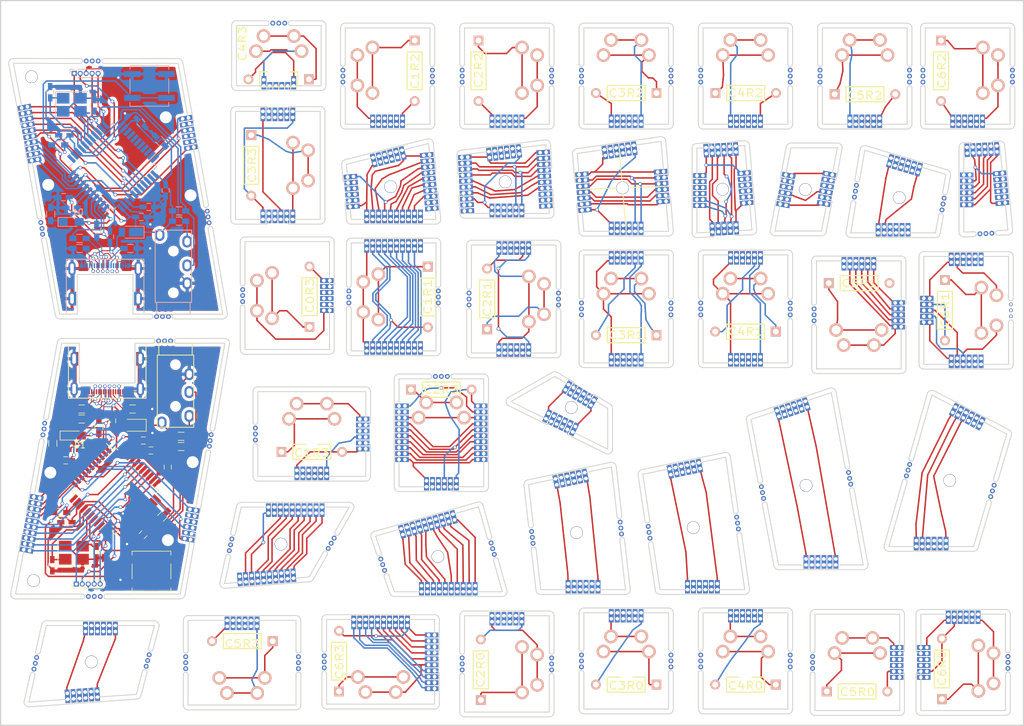
<source format=kicad_pcb>
(kicad_pcb (version 20171130) (host pcbnew "(5.0.1)-4")
  (layers (0 F.Cu signal) (31 B.Cu signal) (34 B.Paste user) (35 F.Paste user) (36 B.SilkS user) (37 F.SilkS user) (38 B.Mask user) (39 F.Mask user) (44 Edge.Cuts user))
  (net 0 "")
  (net 1 "Net-(B1BJ2-Pad10)")
  (net 2 "Net-(B1BJ2-Pad9)")
  (net 3 "Net-(B1BJ2-Pad8)")
  (net 4 "Net-(B1BJ2-Pad7)")
  (net 5 "Net-(B1BJ2-Pad1)")
  (net 6 "Net-(B1BJ2-Pad4)")
  (net 7 "Net-(B1BJ2-Pad3)")
  (net 8 "Net-(B1BJ2-Pad5)")
  (net 9 "Net-(B1BJ2-Pad2)")
  (net 10 "Net-(B1BJ2-Pad6)")
  (net 11 "Net-(B1HJ2-Pad2)")
  (net 12 "Net-(B1HJ2-Pad3)")
  (net 13 "Net-(B1HJ2-Pad4)")
  (net 14 "Net-(B1HJ2-Pad5)")
  (net 15 "Net-(B1WJ2-Pad4)")
  (net 16 "Net-(B1WJ2-Pad3)")
  (net 17 "Net-(B1WJ2-Pad5)")
  (net 18 "Net-(B1WJ2-Pad2)")
  (net 19 "Net-(B2BJ1-Pad1)")
  (net 20 "Net-(B2BJ1-Pad4)")
  (net 21 "Net-(B2BJ1-Pad3)")
  (net 22 "Net-(B2BJ1-Pad5)")
  (net 23 "Net-(B2BJ1-Pad2)")
  (net 24 "Net-(B2BJ1-Pad6)")
  (net 25 "Net-(B2BJ2-Pad2)")
  (net 26 "Net-(B2BJ2-Pad3)")
  (net 27 "Net-(B2BJ2-Pad4)")
  (net 28 "Net-(B2EJ2-Pad10)")
  (net 29 "Net-(B2HJ1-Pad4)")
  (net 30 "Net-(B2HJ1-Pad3)")
  (net 31 "Net-(B2HJ1-Pad5)")
  (net 32 "Net-(B2HJ1-Pad2)")
  (net 33 "Net-(B2HJ2-Pad4)")
  (net 34 "Net-(B2HJ2-Pad3)")
  (net 35 "Net-(B2HJ2-Pad5)")
  (net 36 "Net-(B2HJ2-Pad2)")
  (net 37 "Net-(B3BJ1-Pad1)")
  (net 38 "Net-(B3BJ1-Pad2)")
  (net 39 "Net-(B3BJ1-Pad3)")
  (net 40 "Net-(B3BJ1-Pad4)")
  (net 41 "Net-(B3BJ1-Pad5)")
  (net 42 "Net-(B3BJ1-Pad6)")
  (net 43 "Net-(B3BJ2-Pad1)")
  (net 44 "Net-(B3BJ2-Pad2)")
  (net 45 "Net-(B3BJ2-Pad3)")
  (net 46 "Net-(B3BJ2-Pad4)")
  (net 47 "Net-(B3BJ2-Pad5)")
  (net 48 "Net-(B3BJ2-Pad6)")
  (net 49 "Net-(B3EJ2-Pad1)")
  (net 50 "Net-(B3EJ2-Pad6)")
  (net 51 "Net-(B3HJ1-Pad2)")
  (net 52 "Net-(B3HJ1-Pad3)")
  (net 53 "Net-(B3HJ1-Pad4)")
  (net 54 "Net-(B3HJ1-Pad5)")
  (net 55 "Net-(B3HJ2-Pad2)")
  (net 56 "Net-(B3HJ2-Pad3)")
  (net 57 "Net-(B3HJ2-Pad4)")
  (net 58 "Net-(B3HJ2-Pad5)")
  (net 59 "Net-(B4BJ1-Pad1)")
  (net 60 "Net-(B4BJ1-Pad4)")
  (net 61 "Net-(B4BJ1-Pad3)")
  (net 62 "Net-(B4BJ1-Pad5)")
  (net 63 "Net-(B4BJ1-Pad2)")
  (net 64 "Net-(B4BJ1-Pad6)")
  (net 65 "Net-(B4BJ2-Pad1)")
  (net 66 "Net-(B4BJ2-Pad4)")
  (net 67 "Net-(B4BJ2-Pad3)")
  (net 68 "Net-(B4BJ2-Pad5)")
  (net 69 "Net-(B4BJ2-Pad2)")
  (net 70 "Net-(B4BJ2-Pad6)")
  (net 71 "Net-(B4EJ2-Pad1)")
  (net 72 "Net-(B4EJ2-Pad5)")
  (net 73 "Net-(B4HJ1-Pad2)")
  (net 74 "Net-(B4HJ1-Pad3)")
  (net 75 "Net-(B4HJ1-Pad4)")
  (net 76 "Net-(B4HJ1-Pad5)")
  (net 77 "Net-(B4HJ2-Pad2)")
  (net 78 "Net-(B4HJ2-Pad3)")
  (net 79 "Net-(B4HJ2-Pad4)")
  (net 80 "Net-(B4HJ2-Pad5)")
  (net 81 "Net-(B5BJ2-Pad1)")
  (net 82 "Net-(B5BJ2-Pad4)")
  (net 83 "Net-(B5BJ2-Pad3)")
  (net 84 "Net-(B5BJ2-Pad5)")
  (net 85 "Net-(B5BJ2-Pad2)")
  (net 86 "Net-(B5BJ2-Pad6)")
  (net 87 "Net-(B5HJ2-Pad2)")
  (net 88 "Net-(B5HJ2-Pad3)")
  (net 89 "Net-(B5HJ2-Pad4)")
  (net 90 "Net-(B5HJ2-Pad5)")
  (net 91 "Net-(B6BJ1-Pad1)")
  (net 92 "Net-(B6BJ1-Pad4)")
  (net 93 "Net-(B6BJ1-Pad3)")
  (net 94 "Net-(B6BJ1-Pad5)")
  (net 95 "Net-(B6BJ1-Pad2)")
  (net 96 "Net-(B6BJ1-Pad6)")
  (net 97 "Net-(B6BJ2-Pad1)")
  (net 98 "Net-(B6BJ2-Pad2)")
  (net 99 "Net-(B6BJ2-Pad3)")
  (net 100 "Net-(B6BJ2-Pad4)")
  (net 101 "Net-(B6BJ2-Pad5)")
  (net 102 "Net-(B6BJ2-Pad6)")
  (net 103 "Net-(B6HJ2-Pad2)")
  (net 104 "Net-(B6HJ2-Pad3)")
  (net 105 "Net-(B6HJ2-Pad4)")
  (net 106 "Net-(B6HJ2-Pad5)")
  (net 107 "Net-(C8-Pad1)")
  (net 108 "Net-(C1BJ1-Pad10)")
  (net 109 "Net-(C1BJ1-Pad9)")
  (net 110 "Net-(C1BJ1-Pad8)")
  (net 111 "Net-(C1BJ1-Pad7)")
  (net 112 "Net-(C1BJ1-Pad1)")
  (net 113 "Net-(C1BJ1-Pad4)")
  (net 114 "Net-(C1BJ1-Pad3)")
  (net 115 "Net-(C1BJ1-Pad5)")
  (net 116 "Net-(C1BJ1-Pad2)")
  (net 117 "Net-(C1BJ1-Pad6)")
  (net 118 "Net-(C1BJ2-Pad1)")
  (net 119 "Net-(C1BJ2-Pad2)")
  (net 120 "Net-(C1BJ2-Pad3)")
  (net 121 "Net-(C1BJ2-Pad4)")
  (net 122 "Net-(C1BJ2-Pad5)")
  (net 123 "Net-(C1BJ2-Pad6)")
  (net 124 "Net-(C1R1-Pad2)")
  (net 125 "Net-(C2BJ1-Pad1)")
  (net 126 "Net-(C2BJ1-Pad4)")
  (net 127 "Net-(C2BJ1-Pad3)")
  (net 128 "Net-(C2BJ1-Pad5)")
  (net 129 "Net-(C2BJ1-Pad2)")
  (net 130 "Net-(C2BJ1-Pad6)")
  (net 131 "Net-(C2BJ2-Pad1)")
  (net 132 "Net-(C2BJ2-Pad2)")
  (net 133 "Net-(C2BJ2-Pad3)")
  (net 134 "Net-(C2BJ2-Pad4)")
  (net 135 "Net-(C2BJ2-Pad5)")
  (net 136 "Net-(C2BJ2-Pad6)")
  (net 137 "Net-(C2HJ0-Pad1)")
  (net 138 "Net-(C2HJ0-Pad4)")
  (net 139 "Net-(C2HJ0-Pad3)")
  (net 140 "Net-(C2HJ0-Pad5)")
  (net 141 "Net-(C2HJ0-Pad2)")
  (net 142 "Net-(C2HJ0-Pad6)")
  (net 143 "Net-(C2HJ1-Pad4)")
  (net 144 "Net-(C2HJ1-Pad3)")
  (net 145 "Net-(C2HJ1-Pad5)")
  (net 146 "Net-(C2HJ1-Pad2)")
  (net 147 "Net-(C2R0-Pad2)")
  (net 148 "Net-(C2R1-Pad1)")
  (net 149 "Net-(C2R2-Pad2)")
  (net 150 "Net-(C3BJ1-Pad1)")
  (net 151 "Net-(C3BJ1-Pad4)")
  (net 152 "Net-(C3BJ1-Pad3)")
  (net 153 "Net-(C3BJ1-Pad5)")
  (net 154 "Net-(C3BJ1-Pad2)")
  (net 155 "Net-(C3BJ1-Pad6)")
  (net 156 "Net-(C3BJ2-Pad1)")
  (net 157 "Net-(C3BJ2-Pad2)")
  (net 158 "Net-(C3BJ2-Pad3)")
  (net 159 "Net-(C3BJ2-Pad4)")
  (net 160 "Net-(C3BJ2-Pad5)")
  (net 161 "Net-(C3BJ2-Pad6)")
  (net 162 "Net-(C3HJ0-Pad1)")
  (net 163 "Net-(C3HJ0-Pad4)")
  (net 164 "Net-(C3HJ0-Pad3)")
  (net 165 "Net-(C3HJ0-Pad5)")
  (net 166 "Net-(C3HJ0-Pad2)")
  (net 167 "Net-(C3HJ0-Pad6)")
  (net 168 "Net-(C3HJ1-Pad4)")
  (net 169 "Net-(C3HJ1-Pad3)")
  (net 170 "Net-(C3HJ1-Pad5)")
  (net 171 "Net-(C3HJ1-Pad2)")
  (net 172 "Net-(C3R0-Pad2)")
  (net 173 "Net-(C3R1-Pad1)")
  (net 174 "Net-(C3R2-Pad2)")
  (net 175 "Net-(C4BJ1-Pad1)")
  (net 176 "Net-(C4BJ1-Pad4)")
  (net 177 "Net-(C4BJ1-Pad3)")
  (net 178 "Net-(C4BJ1-Pad5)")
  (net 179 "Net-(C4BJ1-Pad2)")
  (net 180 "Net-(C4BJ1-Pad6)")
  (net 181 "Net-(C4BJ2-Pad1)")
  (net 182 "Net-(C4BJ2-Pad2)")
  (net 183 "Net-(C4BJ2-Pad3)")
  (net 184 "Net-(C4BJ2-Pad4)")
  (net 185 "Net-(C4BJ2-Pad5)")
  (net 186 "Net-(C4BJ2-Pad6)")
  (net 187 "Net-(C4HJ0-Pad1)")
  (net 188 "Net-(C4HJ0-Pad4)")
  (net 189 "Net-(C4HJ0-Pad3)")
  (net 190 "Net-(C4HJ0-Pad5)")
  (net 191 "Net-(C4HJ0-Pad2)")
  (net 192 "Net-(C4HJ0-Pad6)")
  (net 193 "Net-(C4HJ1-Pad4)")
  (net 194 "Net-(C4HJ1-Pad3)")
  (net 195 "Net-(C4HJ1-Pad5)")
  (net 196 "Net-(C4HJ1-Pad2)")
  (net 197 "Net-(C4R0-Pad2)")
  (net 198 "Net-(C4R1-Pad1)")
  (net 199 "Net-(C4R2-Pad2)")
  (net 200 "Net-(C5BJ2-Pad1)")
  (net 201 "Net-(C5BJ2-Pad2)")
  (net 202 "Net-(C5BJ2-Pad3)")
  (net 203 "Net-(C5BJ2-Pad4)")
  (net 204 "Net-(C5BJ2-Pad5)")
  (net 205 "Net-(C5BJ2-Pad6)")
  (net 206 "Net-(C5EJ0-Pad1)")
  (net 207 "Net-(C5EJ0-Pad2)")
  (net 208 "Net-(C5EJ0-Pad3)")
  (net 209 "Net-(C5EJ0-Pad4)")
  (net 210 "Net-(C5EJ0-Pad5)")
  (net 211 "Net-(C5EJ0-Pad6)")
  (net 212 "Net-(C5R0-Pad1)")
  (net 213 "Net-(C5R1-Pad2)")
  (net 214 "Net-(C5R2-Pad2)")
  (net 215 "Net-(C6BJ1-Pad1)")
  (net 216 "Net-(C6BJ1-Pad2)")
  (net 217 "Net-(C6BJ1-Pad3)")
  (net 218 "Net-(C6BJ1-Pad4)")
  (net 219 "Net-(C6BJ1-Pad5)")
  (net 220 "Net-(C6BJ1-Pad6)")
  (net 221 "Net-(C6BJ2-Pad1)")
  (net 222 "Net-(C6BJ2-Pad4)")
  (net 223 "Net-(C6BJ2-Pad3)")
  (net 224 "Net-(C6BJ2-Pad5)")
  (net 225 "Net-(C6BJ2-Pad2)")
  (net 226 "Net-(C6BJ2-Pad6)")
  (net 227 "Net-(C6HJ0-Pad1)")
  (net 228 "Net-(C6HJ0-Pad4)")
  (net 229 "Net-(C6HJ0-Pad3)")
  (net 230 "Net-(C6HJ0-Pad5)")
  (net 231 "Net-(C6HJ0-Pad2)")
  (net 232 "Net-(C6HJ0-Pad6)")
  (net 233 "Net-(C6HJ1-Pad1)")
  (net 234 "Net-(C6HJ1-Pad4)")
  (net 235 "Net-(C6HJ1-Pad3)")
  (net 236 "Net-(C6HJ1-Pad6)")
  (net 237 "Net-(C6R0-Pad2)")
  (net 238 "Net-(C6R2-Pad2)")
  (net 239 "Net-(C6WJ0-Pad2)")
  (net 240 "Net-(C6WJ0-Pad3)")
  (net 241 "Net-(C6WJ0-Pad4)")
  (net 242 "Net-(C6WJ1-Pad2)")
  (net 243 "Net-(D1-Pad2)")
  (net 244 "Net-(D1-Pad1)")
  (net 245 "Net-(R3-Pad1)")
  (net 246 "Net-(U1-Pad32)")
  (net 247 "Net-(U1-Pad31)")
  (net 248 "Net-(U1-Pad30)")
  (net 249 "Net-(U1-Pad29)")
  (net 250 "Net-(U1-Pad28)")
  (net 251 "Net-(U1-Pad27)")
  (net 252 "Net-(U1-Pad26)")
  (net 253 "Net-(U1-Pad25)")
  (net 254 "Net-(U1-Pad12)")
  (net 255 "Net-(B2BJ2-Pad1)")
  (net 256 "Net-(B2BJ2-Pad5)")
  (net 257 "Net-(B2BJ2-Pad6)")
  (net 258 "Net-(B2EJ2-Pad1)")
  (net 259 "Net-(B2EJ2-Pad4)")
  (net 260 "Net-(B2EJ2-Pad5)")
  (net 261 "Net-(B2EJ2-Pad6)")
  (net 262 "Net-(B2EJ2-Pad7)")
  (net 263 "Net-(B2WJ2-Pad9)")
  (net 264 "Net-(B2WJ2-Pad10)")
  (net 265 "Net-(B1EJ2-Pad1)")
  (net 266 "Net-(B1EJ2-Pad2)")
  (net 267 "Net-(B2EJ2-Pad2)")
  (net 268 "Net-(B2EJ2-Pad3)")
  (net 269 "Net-(B3EJ2-Pad2)")
  (net 270 "Net-(B3EJ2-Pad3)")
  (net 271 "Net-(B4EJ2-Pad2)")
  (net 272 "Net-(B6HJ1-Pad1)")
  (net 273 "Net-(B6HJ1-Pad3)")
  (net 274 "Net-(B6HJ1-Pad2)")
  (net 275 "Net-(C5EJ1-Pad1)")
  (net 276 "Net-(C5EJ1-Pad2)")
  (net 277 "Net-(C5EJ1-Pad3)")
  (net 278 "Net-(C5EJ1-Pad4)")
  (net 279 "Net-(C5EJ1-Pad5)")
  (net 280 "Net-(C5HJ1-Pad6)")
  (net 281 "Net-(C6HJ1-Pad2)")
  (net 282 "Net-(B0EJ3-Pad1)")
  (net 283 "Net-(B0EJ3-Pad4)")
  (net 284 "Net-(B0EJ3-Pad3)")
  (net 285 "Net-(B0EJ3-Pad5)")
  (net 286 "Net-(B0EJ3-Pad2)")
  (net 287 "Net-(B0EJ3-Pad6)")
  (net 288 "Net-(B0WJ3-Pad2)")
  (net 289 "Net-(B0WJ3-Pad3)")
  (net 290 "Net-(B0WJ3-Pad4)")
  (net 291 "Net-(B0WJ3-Pad5)")
  (net 292 "Net-(C0EJ3-Pad1)")
  (net 293 "Net-(C0EJ3-Pad2)")
  (net 294 "Net-(C0EJ3-Pad3)")
  (net 295 "Net-(C0EJ3-Pad4)")
  (net 296 "Net-(C0EJ3-Pad5)")
  (net 297 "Net-(C0EJ3-Pad6)")
  (net 298 "Net-(C1BJ3-Pad1)")
  (net 299 "Net-(C1BJ3-Pad2)")
  (net 300 "Net-(C1BJ3-Pad3)")
  (net 301 "Net-(C1BJ3-Pad4)")
  (net 302 "Net-(C1BJ3-Pad5)")
  (net 303 "Net-(C1BJ3-Pad6)")
  (net 304 "Net-(C1EJ3-Pad4)")
  (net 305 "Net-(C1EJ3-Pad5)")
  (net 306 "Net-(C1EJ3-Pad2)")
  (net 307 "Net-(C2R3-Pad1)")
  (net 308 "Net-(C2WJ3-Pad5)")
  (net 309 "Net-(C2WJ3-Pad3)")
  (net 310 "Net-(C2WJ3-Pad2)")
  (net 311 "Net-(C4R3-Pad2)")
  (net 312 "Net-(C6EJ3-Pad2)")
  (net 313 "Net-(C6EJ3-Pad4)")
  (net 314 "Net-(C6EJ3-Pad5)")
  (net 315 "Net-(C6EJ3-Pad6)")
  (net 316 "Net-(B1EJ3-Pad1)")
  (net 317 "Net-(B1EJ3-Pad4)")
  (net 318 "Net-(B1EJ3-Pad3)")
  (net 319 "Net-(B1EJ3-Pad5)")
  (net 320 "Net-(B1EJ3-Pad2)")
  (net 321 "Net-(B1EJ3-Pad6)")
  (net 322 "Net-(B1WJ3-Pad3)")
  (net 323 "Net-(B1WJ3-Pad5)")
  (net 324 "Net-(B1WJ3-Pad2)")
  (net 325 "Net-(B2BJ3-Pad10)")
  (net 326 "Net-(B2BJ3-Pad9)")
  (net 327 "Net-(B2BJ3-Pad8)")
  (net 328 "Net-(B2BJ3-Pad7)")
  (net 329 "Net-(B2BJ3-Pad1)")
  (net 330 "Net-(B2BJ3-Pad4)")
  (net 331 "Net-(B2BJ3-Pad3)")
  (net 332 "Net-(B2BJ3-Pad5)")
  (net 333 "Net-(B2BJ3-Pad2)")
  (net 334 "Net-(B2BJ3-Pad6)")
  (net 335 "Net-(B5BJ3-Pad1)")
  (net 336 "Net-(B5BJ3-Pad4)")
  (net 337 "Net-(B5BJ3-Pad3)")
  (net 338 "Net-(B5BJ3-Pad5)")
  (net 339 "Net-(B5BJ3-Pad2)")
  (net 340 "Net-(B5BJ3-Pad6)")
  (net 341 "Net-(C1EJ3-Pad6)")
  (net 342 "Net-(C2BJ3-Pad1)")
  (net 343 "Net-(C2BJ3-Pad2)")
  (net 344 "Net-(C2BJ3-Pad3)")
  (net 345 "Net-(C2BJ3-Pad4)")
  (net 346 "Net-(C2BJ3-Pad5)")
  (net 347 "Net-(C2BJ3-Pad6)")
  (net 348 "Net-(C2BJ3-Pad10)")
  (net 349 "Net-(C2BJ3-Pad9)")
  (net 350 "Net-(C2BJ3-Pad8)")
  (net 351 "Net-(C2BJ3-Pad7)")
  (net 352 "Net-(C3R3-Pad1)")
  (net 353 "Net-(C4R3-Pad1)")
  (net 354 "Net-(C4WJ3-Pad5)")
  (net 355 "Net-(C4WJ3-Pad4)")
  (net 356 "Net-(C4WJ3-Pad3)")
  (net 357 "Net-(C4WJ3-Pad2)")
  (net 358 "Net-(C5HJ3-Pad1)")
  (net 359 "Net-(C5HJ3-Pad2)")
  (net 360 "Net-(C5HJ3-Pad3)")
  (net 361 "Net-(C5HJ3-Pad4)")
  (net 362 "Net-(C5HJ3-Pad5)")
  (net 363 "Net-(C5HJ3-Pad6)")
  (net 364 "Net-(C5R3-Pad2)")
  (net 365 "Net-(C6EJ3-Pad1)")
  (net 366 "Net-(C6EJ3-Pad3)")
  (net 367 "Net-(C6EJ3-Pad10)")
  (net 368 "Net-(C6EJ3-Pad7)")
  (net 369 "Net-(C6EJ3-Pad8)")
  (net 370 "Net-(C6EJ3-Pad9)")
  (net 371 "Net-(C6R3-Pad2)")
  (net 372 "Net-(B3EJ3-Pad2)")
  (net 373 "Net-(B3EJ3-Pad5)")
  (net 374 "Net-(B4BJ3-Pad1)")
  (net 375 "Net-(B4BJ3-Pad4)")
  (net 376 "Net-(B4BJ3-Pad3)")
  (net 377 "Net-(B4BJ3-Pad5)")
  (net 378 "Net-(B4BJ3-Pad2)")
  (net 379 "Net-(B4BJ3-Pad6)")
  (net 380 "Net-(B4HJ3-Pad2)")
  (net 381 "Net-(B4HJ3-Pad3)")
  (net 382 "Net-(B4HJ3-Pad5)")
  (net 383 "Net-(B5BJ3-Pad10)")
  (net 384 "Net-(B5BJ3-Pad9)")
  (net 385 "Net-(B5BJ3-Pad8)")
  (net 386 "Net-(B5BJ3-Pad7)")
  (net 387 "Net-(C3EJ3-Pad1)")
  (net 388 "Net-(C3R3-Pad2)")
  (net 389 "Net-(B4HJ3-Pad4)")
  (net 390 "Net-(C6WJ0-Pad6)")
  (net 391 "Net-(C3EJ3-Pad4)")
  (net 392 "Net-(C3EJ3-Pad3)")
  (net 393 "Net-(C3EJ3-Pad5)")
  (net 394 "Net-(C3EJ3-Pad2)")
  (net 395 "Net-(C3EJ3-Pad6)")
  (net 396 "Net-(C3WJ3-Pad2)")
  (net 397 "Net-(C3WJ3-Pad5)")
  (net 398 "/mcu and columns/MCU/VCC")
  (net 399 GND)
  (net 400 "/mcu and columns/MCU/VBUS")
  (net 401 "Net-(C7-Pad2)")
  (net 402 "Net-(C9-Pad1)")
  (net 403 "Net-(C10-Pad1)")
  (net 404 "/mcu and columns/MCU/SDA")
  (net 405 "/mcu and columns/MCU/SCL")
  (net 406 "Net-(R1-Pad1)")
  (net 407 "/mcu and columns/MCU/D+")
  (net 408 "Net-(R4-Pad2)")
  (net 409 "Net-(R5-Pad2)")
  (net 410 "/mcu and columns/MCU/D-")
  (net 411 "Net-(P1-PadA5)")
  (net 412 "Net-(P1-PadB5)")
  (net 413 "/mcu and columns/MCU/MC1")
  (net 414 "/mcu and columns/MCU/MC2")
  (net 415 "/mcu and columns/MCU/MC3")
  (net 416 "/mcu and columns/MCU/MC4")
  (net 417 "/mcu and columns/MCU/MC5")
  (net 418 "/mcu and columns/MCU/MC6")
  (net 419 "/mcu and columns/MCU/int|clk")
  (net 420 "/mcu and columns/MCU/int|TX")
  (net 421 "/mcu and columns/MCU/int|data")
  (net 422 "/mcu and columns/MCU/MR3")
  (net 423 "/mcu and columns/MCU/MR2")
  (net 424 "/mcu and columns/MCU/MR1")
  (net 425 "/mcu and columns/MCU/MR0")
  (net 426 "Net-(P1-PadA8)")
  (net 427 "Net-(P1-PadA10)")
  (net 428 "Net-(P1-PadA11)")
  (net 429 "Net-(P1-PadB3)")
  (net 430 "Net-(P1-PadB2)")
  (net 431 "Net-(P1-PadA3)")
  (net 432 "Net-(P1-PadA2)")
  (net 433 "Net-(P1-PadB10)")
  (net 434 "Net-(P1-PadB11)")
  (net 435 "Net-(P1-PadB8)")
  (net 436 "Net-(C5R0-Pad2)")
  (net 437 "Net-(B2HJ3-Pad1)")
  (net 438 "Net-(C1HJ1-Pad1)")
  (net 439 "Net-(C2HJ3-Pad2)")
  (net 440 "Net-(B3EJ3-Pad4)")
  (net 441 "Net-(C3WJ3-Pad3)")
  (net 442 "Net-(C6R1-Pad2)")
  (net 443 "Net-(I5EJ0-Pad2)")
  (net 444 "Net-(I5WJ0-Pad3)")
  (net 445 "Net-(I5WJ0-Pad4)")
  (net 446 "Net-(C4WJ3-Pad6)")
  (net 447 "Net-(C1R3-Pad2)")
  (net 448 "Net-(C0R3-Pad2)")
  (net 449 "Net-(C1R2-Pad2)")
  (module Cherry:CHERRY_simple (layer F.Cu) (at 172.919999 85.67)
    (fp_text reference C4R1 (at 0 3.818) (layer F.SilkS) (effects (font (size 1.27 1.524) (thickness 0.2032))))
    (fp_text value SW_Push hide)
    (pad 2 thru_hole circle (at 3.81 -2.54) (size 2.286 2.286) (drill 1.4986) (layers *.Cu *.SilkS *.Mask) (net 175 "Net-(C4BJ1-Pad1)"))
    (pad "" np_thru_hole circle (at 5.08 0) (size 1.7018 1.7018) (drill 1.7018) (layers *.Cu))
    (pad "" np_thru_hole circle (at -5.08 0) (size 1.7018 1.7018) (drill 1.7018) (layers *.Cu))
    (pad 2 thru_hole circle (at -3.81 -2.54) (size 2.286 2.286) (drill 1.4986) (layers *.Cu *.SilkS *.Mask) (net 175 "Net-(C4BJ1-Pad1)"))
    (pad 1 thru_hole circle (at 2.54 -5.08) (size 2.286 2.286) (drill 1.4986) (layers *.Cu *.SilkS *.Mask) (net 198 "Net-(C4R1-Pad1)"))
    (pad 1 thru_hole circle (at -2.54 -5.08) (size 2.286 2.286) (drill 1.4986) (layers *.Cu *.SilkS *.Mask) (net 198 "Net-(C4R1-Pad1)"))
    (pad "" np_thru_hole circle (at 0 0 180) (size 3.9878 3.9878) (drill 3.9878) (layers *.Cu))
  )
  (module Cherry:CHERRY_simple (layer F.Cu) (at 96.095 83.445 90)
    (fp_text reference C0R3 (at 0 3.82 90) (layer F.SilkS) (effects (font (size 1.27 1.524) (thickness 0.2032))))
    (fp_text value SW_Push hide)
    (pad "" np_thru_hole circle (at 0 0 270) (size 3.9878 3.9878) (drill 3.9878) (layers *.Cu))
    (pad 1 thru_hole circle (at -2.54 -5.08 90) (size 2.286 2.286) (drill 1.4986) (layers *.Cu *.SilkS *.Mask) (net 292 "Net-(C0EJ3-Pad1)"))
    (pad 1 thru_hole circle (at 2.54 -5.08 90) (size 2.286 2.286) (drill 1.4986) (layers *.Cu *.SilkS *.Mask) (net 292 "Net-(C0EJ3-Pad1)"))
    (pad 2 thru_hole circle (at -3.81 -2.54 90) (size 2.286 2.286) (drill 1.4986) (layers *.Cu *.SilkS *.Mask) (net 448 "Net-(C0R3-Pad2)"))
    (pad "" np_thru_hole circle (at -5.08 0 90) (size 1.7018 1.7018) (drill 1.7018) (layers *.Cu))
    (pad "" np_thru_hole circle (at 5.08 0 90) (size 1.7018 1.7018) (drill 1.7018) (layers *.Cu))
    (pad 2 thru_hole circle (at 3.81 -2.54 90) (size 2.286 2.286) (drill 1.4986) (layers *.Cu *.SilkS *.Mask) (net 448 "Net-(C0R3-Pad2)"))
  )
  (module Resistors_SMD:R_0603_HandSoldering (layer B.Cu) (at 61.28 75.538006 180)
    (fp_text reference R9 hide)
    (fp_text value 5k1)
    (pad 2 smd rect (at 1.1 0 180) (size 1.2 0.9) (layers B.Cu B.Paste B.Mask) (net 399 GND))
    (pad 1 smd rect (at -1.1 0 180) (size 1.2 0.9) (layers B.Cu B.Paste B.Mask) (net 412 "Net-(P1-PadB5)"))
  )
  (module Cherry:GinConnector10 (layer B.Cu) (at 53.38 56.198006 280.9)
    (fp_text reference B3WJ3 hide)
    (fp_text value 1)
    (pad 10 thru_hole rect (at 4.5 0 280.9) (size 0.8 1.25) (drill 0.6) (layers *.Cu *.Mask) (net 422 "/mcu and columns/MCU/MR3"))
    (pad 9 thru_hole rect (at 3.5 1 280.9) (size 0.8 1.25) (drill 0.6) (layers *.Cu *.Mask) (net 415 "/mcu and columns/MCU/MC3"))
    (pad 8 thru_hole rect (at 2.5 1 280.9) (size 0.8 1.25) (drill 0.6) (layers *.Cu *.Mask) (net 414 "/mcu and columns/MCU/MC2"))
    (pad 7 thru_hole rect (at 1.5 1.000002 280.9) (size 0.8 1.25) (drill 0.6) (layers *.Cu *.Mask) (net 416 "/mcu and columns/MCU/MC4"))
    (pad 10 thru_hole rect (at 4.5 1 280.9) (size 0.8 1.25) (drill 0.6) (layers *.Cu *.Mask) (net 422 "/mcu and columns/MCU/MR3"))
    (pad 8 thru_hole rect (at 2.5 0 280.9) (size 0.8 1.25) (drill 0.6) (layers *.Cu *.Mask) (net 414 "/mcu and columns/MCU/MC2"))
    (pad 9 thru_hole rect (at 3.5 0 280.9) (size 0.8 1.25) (drill 0.6) (layers *.Cu *.Mask) (net 415 "/mcu and columns/MCU/MC3"))
    (pad 7 thru_hole rect (at 1.5 0 280.9) (size 0.8 1.25) (drill 0.6) (layers *.Cu *.Mask) (net 416 "/mcu and columns/MCU/MC4"))
    (pad 1 thru_hole rect (at -4.5 1 280.9) (size 0.8 1.25) (drill 0.6) (layers *.Cu *.Mask) (net 413 "/mcu and columns/MCU/MC1"))
    (pad 4 thru_hole rect (at -1.5 1 280.9) (size 0.8 1.25) (drill 0.6) (layers *.Cu *.Mask) (net 425 "/mcu and columns/MCU/MR0"))
    (pad 3 thru_hole rect (at -2.5 1 280.9) (size 0.8 1.25) (drill 0.6) (layers *.Cu *.Mask) (net 424 "/mcu and columns/MCU/MR1"))
    (pad 5 thru_hole rect (at -0.5 1 280.9) (size 0.8 1.25) (drill 0.6) (layers *.Cu *.Mask) (net 418 "/mcu and columns/MCU/MC6"))
    (pad 2 thru_hole rect (at -3.5 1 280.9) (size 0.8 1.25) (drill 0.6) (layers *.Cu *.Mask) (net 423 "/mcu and columns/MCU/MR2"))
    (pad 6 thru_hole rect (at 0.5 1 280.9) (size 0.8 1.25) (drill 0.6) (layers *.Cu *.Mask) (net 417 "/mcu and columns/MCU/MC5"))
    (pad 6 thru_hole rect (at 0.5 0 280.9) (size 0.8 1.25) (drill 0.6) (layers *.Cu *.Mask) (net 417 "/mcu and columns/MCU/MC5"))
    (pad 5 thru_hole rect (at -0.5 0 280.9) (size 0.8 1.25) (drill 0.6) (layers *.Cu *.Mask) (net 418 "/mcu and columns/MCU/MC6"))
    (pad 4 thru_hole rect (at -1.5 0 280.9) (size 0.8 1.25) (drill 0.6) (layers *.Cu *.Mask) (net 425 "/mcu and columns/MCU/MR0"))
    (pad 3 thru_hole rect (at -2.5 0 280.9) (size 0.8 1.25) (drill 0.6) (layers *.Cu *.Mask) (net 424 "/mcu and columns/MCU/MR1"))
    (pad 2 thru_hole rect (at -3.5 0 280.9) (size 0.8 1.25) (drill 0.6) (layers *.Cu *.Mask) (net 423 "/mcu and columns/MCU/MR2"))
    (pad 1 thru_hole rect (at -4.5 0 280.9) (size 0.8 1.25) (drill 0.6) (layers *.Cu *.Mask) (net 413 "/mcu and columns/MCU/MC1"))
  )
  (module Resistors_SMD:R_0603_HandSoldering (layer B.Cu) (at 69.81 75.538006)
    (fp_text reference R8 hide)
    (fp_text value 5k1)
    (pad 1 smd rect (at -1.1 0) (size 1.2 0.9) (layers B.Cu B.Paste B.Mask) (net 411 "Net-(P1-PadA5)"))
    (pad 2 smd rect (at 1.1 0) (size 1.2 0.9) (layers B.Cu B.Paste B.Mask) (net 399 GND))
  )
  (module Cherry:GinConnector6 (layer B.Cu) (at 79.98 56.098006 280.2)
    (fp_text reference B3EJ3 hide)
    (fp_text value 1)
    (pad 1 thru_hole rect (at -2.5 1 280.2) (size 0.8 1.25) (drill 0.6) (layers *.Cu *.Mask) (net 415 "/mcu and columns/MCU/MC3"))
    (pad 4 thru_hole rect (at 0.5 1 280.2) (size 0.8 1.25) (drill 0.6) (layers *.Cu *.Mask) (net 440 "Net-(B3EJ3-Pad4)"))
    (pad 3 thru_hole rect (at -0.5 1 280.2) (size 0.8 1.25) (drill 0.6) (layers *.Cu *.Mask) (net 416 "/mcu and columns/MCU/MC4"))
    (pad 5 thru_hole rect (at 1.5 0.999999 280.2) (size 0.8 1.25) (drill 0.6) (layers *.Cu *.Mask) (net 373 "Net-(B3EJ3-Pad5)"))
    (pad 2 thru_hole rect (at -1.5 1 280.2) (size 0.8 1.25) (drill 0.6) (layers *.Cu *.Mask) (net 372 "Net-(B3EJ3-Pad2)"))
    (pad 6 thru_hole rect (at 2.5 1 280.2) (size 0.8 1.25) (drill 0.6) (layers *.Cu *.Mask) (net 422 "/mcu and columns/MCU/MR3"))
    (pad 6 thru_hole rect (at 2.5 0 280.2) (size 0.8 1.25) (drill 0.6) (layers *.Cu *.Mask) (net 422 "/mcu and columns/MCU/MR3"))
    (pad 5 thru_hole rect (at 1.5 0 280.2) (size 0.8 1.25) (drill 0.6) (layers *.Cu *.Mask) (net 373 "Net-(B3EJ3-Pad5)"))
    (pad 4 thru_hole rect (at 0.5 0 280.2) (size 0.8 1.25) (drill 0.6) (layers *.Cu *.Mask) (net 440 "Net-(B3EJ3-Pad4)"))
    (pad 3 thru_hole rect (at -0.5 0 280.2) (size 0.8 1.25) (drill 0.6) (layers *.Cu *.Mask) (net 416 "/mcu and columns/MCU/MC4"))
    (pad 2 thru_hole rect (at -1.5 0 280.2) (size 0.8 1.25) (drill 0.6) (layers *.Cu *.Mask) (net 372 "Net-(B3EJ3-Pad2)"))
    (pad 1 thru_hole rect (at -2.5 0 280.2) (size 0.8 1.25) (drill 0.6) (layers *.Cu *.Mask) (net 415 "/mcu and columns/MCU/MC3"))
  )
  (module Resistors_SMD:R_0603_HandSoldering (layer B.Cu) (at 77.96 69.248006)
    (fp_text reference R7 hide)
    (fp_text value 4.7k)
    (pad 1 smd rect (at -1.1 0) (size 1.2 0.9) (layers B.Cu B.Paste B.Mask) (net 398 "/mcu and columns/MCU/VCC"))
    (pad 2 smd rect (at 1.1 0) (size 1.2 0.9) (layers B.Cu B.Paste B.Mask) (net 405 "/mcu and columns/MCU/SCL"))
  )
  (module Resistors_SMD:R_0603_HandSoldering (layer B.Cu) (at 61.28 73.858006 180)
    (fp_text reference R5 hide)
    (fp_text value 22)
    (pad 2 smd rect (at 1.1 0 180) (size 1.2 0.9) (layers B.Cu B.Paste B.Mask) (net 409 "Net-(R5-Pad2)"))
    (pad 1 smd rect (at -1.1 0 180) (size 1.2 0.9) (layers B.Cu B.Paste B.Mask) (net 410 "/mcu and columns/MCU/D-"))
  )
  (module Resistors_SMD:R_0603_HandSoldering (layer B.Cu) (at 57.68 58.188006 180)
    (fp_text reference R3 hide)
    (fp_text value 10k)
    (pad 1 smd rect (at -1.1 0 180) (size 1.2 0.9) (layers B.Cu B.Paste B.Mask) (net 245 "Net-(R3-Pad1)"))
    (pad 2 smd rect (at 1.1 0 180) (size 1.2 0.9) (layers B.Cu B.Paste B.Mask) (net 398 "/mcu and columns/MCU/VCC"))
  )
  (module Crystals:Crystal_SMD_SeikoEpson_FA238-4pin_3.2x2.5mm_HandSoldering (layer B.Cu) (at 59.977308 51.454336)
    (fp_text reference Y1 hide)
    (fp_text value 16Mhz)
    (pad 1 smd rect (at -1.45 -1.1) (size 2.1 1.8) (layers B.Cu B.Paste B.Mask) (net 107 "Net-(C8-Pad1)"))
    (pad 2 smd rect (at 1.45 -1.1) (size 2.1 1.8) (layers B.Cu B.Paste B.Mask) (net 399 GND))
    (pad 3 smd rect (at 1.45 1.1) (size 2.1 1.8) (layers B.Cu B.Paste B.Mask) (net 402 "Net-(C9-Pad1)"))
    (pad 4 smd rect (at -1.45 1.1) (size 2.1 1.8) (layers B.Cu B.Paste B.Mask) (net 399 GND))
  )
  (module Buttons_Switches_SMD:SW_SPST_B3SL-1002P (layer B.Cu) (at 72.98 48.298006)
    (fp_text reference T4R1 hide)
    (fp_text value SW_Push)
    (pad 1 smd rect (at -2.875 2) (size 2.75 1) (layers B.Cu B.Paste B.Mask) (net 245 "Net-(R3-Pad1)"))
    (pad 1 smd rect (at 2.875 2) (size 2.75 1) (layers B.Cu B.Paste B.Mask) (net 245 "Net-(R3-Pad1)"))
    (pad 2 smd rect (at 2.875 -2) (size 2.75 1) (layers B.Cu B.Paste B.Mask) (net 399 GND))
    (pad 2 smd rect (at -2.875 -2) (size 2.75 1) (layers B.Cu B.Paste B.Mask) (net 399 GND))
  )
  (module Diodes_SMD:D_PowerDI-123 (layer B.Cu) (at 69.9 72.818006 180)
    (fp_text reference D3 hide)
    (fp_text value D_Schottky)
    (pad 2 smd rect (at 1.525 0) (size 1.05 1.5) (layers B.Cu B.Paste B.Mask) (net 400 "/mcu and columns/MCU/VBUS"))
    (pad 1 smd rect (at -0.85 0) (size 2.4 1.5) (layers B.Cu B.Paste B.Mask) (net 398 "/mcu and columns/MCU/VCC"))
  )
  (module Pin_Headers:Pin_Header_Straight_1x05_Pitch1.00mm (layer B.Cu) (at 60.38 46.198006 270)
    (fp_text reference P0J1 hide)
    (fp_text value 1)
    (pad 5 thru_hole oval (at 0 -4 270) (size 0.85 0.85) (drill 0.5) (layers *.Cu *.Mask) (net 419 "/mcu and columns/MCU/int|clk"))
    (pad 4 thru_hole oval (at 0 -3 270) (size 0.85 0.85) (drill 0.5) (layers *.Cu *.Mask) (net 420 "/mcu and columns/MCU/int|TX"))
    (pad 3 thru_hole oval (at 0 -2 270) (size 0.85 0.85) (drill 0.5) (layers *.Cu *.Mask) (net 399 GND))
    (pad 2 thru_hole oval (at 0 -1 270) (size 0.85 0.85) (drill 0.5) (layers *.Cu *.Mask) (net 398 "/mcu and columns/MCU/VCC"))
    (pad 1 thru_hole rect (at 0 0 270) (size 0.85 0.85) (drill 0.5) (layers *.Cu *.Mask) (net 421 "/mcu and columns/MCU/int|data"))
  )
  (module Housings_QFP:LQFP-44_10x10mm_Pitch0.8mm (layer B.Cu) (at 66.895571 61.818853 45)
    (fp_text reference U1 hide)
    (fp_text value ATmega32U4)
    (pad 1 smd rect (at -5.85 4 45) (size 1.6 0.56) (layers B.Cu B.Paste B.Mask) (net 243 "Net-(D1-Pad2)"))
    (pad 2 smd rect (at -5.85 3.2 45) (size 1.6 0.56) (layers B.Cu B.Paste B.Mask) (net 400 "/mcu and columns/MCU/VBUS"))
    (pad 3 smd rect (at -5.85 2.4 45) (size 1.6 0.56) (layers B.Cu B.Paste B.Mask) (net 409 "Net-(R5-Pad2)"))
    (pad 4 smd rect (at -5.85 1.6 45) (size 1.6 0.56) (layers B.Cu B.Paste B.Mask) (net 408 "Net-(R4-Pad2)"))
    (pad 5 smd rect (at -5.85 0.8 45) (size 1.6 0.56) (layers B.Cu B.Paste B.Mask) (net 399 GND))
    (pad 6 smd rect (at -5.85 0 45) (size 1.6 0.56) (layers B.Cu B.Paste B.Mask) (net 403 "Net-(C10-Pad1)"))
    (pad 7 smd rect (at -5.85 -0.8 45) (size 1.6 0.56) (layers B.Cu B.Paste B.Mask) (net 400 "/mcu and columns/MCU/VBUS"))
    (pad 8 smd rect (at -5.85 -1.6 45) (size 1.6 0.56) (layers B.Cu B.Paste B.Mask) (net 422 "/mcu and columns/MCU/MR3"))
    (pad 9 smd rect (at -5.85 -2.4 45) (size 1.6 0.56) (layers B.Cu B.Paste B.Mask) (net 415 "/mcu and columns/MCU/MC3"))
    (pad 10 smd rect (at -5.85 -3.2 45) (size 1.6 0.56) (layers B.Cu B.Paste B.Mask) (net 414 "/mcu and columns/MCU/MC2"))
    (pad 11 smd rect (at -5.85 -4 45) (size 1.6 0.56) (layers B.Cu B.Paste B.Mask) (net 416 "/mcu and columns/MCU/MC4"))
    (pad 12 smd rect (at -4 -5.85 315) (size 1.6 0.56) (layers B.Cu B.Paste B.Mask) (net 254 "Net-(U1-Pad12)"))
    (pad 13 smd rect (at -3.2 -5.85 315) (size 1.6 0.56) (layers B.Cu B.Paste B.Mask) (net 245 "Net-(R3-Pad1)"))
    (pad 14 smd rect (at -2.4 -5.85 315) (size 1.6 0.56) (layers B.Cu B.Paste B.Mask) (net 398 "/mcu and columns/MCU/VCC"))
    (pad 15 smd rect (at -1.6 -5.85 315) (size 1.6 0.56) (layers B.Cu B.Paste B.Mask) (net 399 GND))
    (pad 16 smd rect (at -0.8 -5.85 315) (size 1.6 0.56) (layers B.Cu B.Paste B.Mask) (net 107 "Net-(C8-Pad1)"))
    (pad 17 smd rect (at 0 -5.85 315) (size 1.6 0.56) (layers B.Cu B.Paste B.Mask) (net 402 "Net-(C9-Pad1)"))
    (pad 18 smd rect (at 0.8 -5.85 315) (size 1.6 0.56) (layers B.Cu B.Paste B.Mask) (net 405 "/mcu and columns/MCU/SCL"))
    (pad 19 smd rect (at 1.6 -5.85 315) (size 1.6 0.56) (layers B.Cu B.Paste B.Mask) (net 404 "/mcu and columns/MCU/SDA"))
    (pad 20 smd rect (at 2.4 -5.85 315) (size 1.6 0.56) (layers B.Cu B.Paste B.Mask) (net 421 "/mcu and columns/MCU/int|data"))
    (pad 21 smd rect (at 3.2 -5.85 315) (size 1.6 0.56) (layers B.Cu B.Paste B.Mask) (net 420 "/mcu and columns/MCU/int|TX"))
    (pad 22 smd rect (at 4 -5.85 315) (size 1.6 0.56) (layers B.Cu B.Paste B.Mask) (net 419 "/mcu and columns/MCU/int|clk"))
    (pad 23 smd rect (at 5.85 -4 45) (size 1.6 0.56) (layers B.Cu B.Paste B.Mask) (net 399 GND))
    (pad 24 smd rect (at 5.85 -3.2 45) (size 1.6 0.56) (layers B.Cu B.Paste B.Mask) (net 398 "/mcu and columns/MCU/VCC"))
    (pad 25 smd rect (at 5.85 -2.4 45) (size 1.6 0.56) (layers B.Cu B.Paste B.Mask) (net 253 "Net-(U1-Pad25)"))
    (pad 26 smd rect (at 5.85 -1.6 45) (size 1.6 0.56) (layers B.Cu B.Paste B.Mask) (net 252 "Net-(U1-Pad26)"))
    (pad 27 smd rect (at 5.85 -0.8 45) (size 1.6 0.56) (layers B.Cu B.Paste B.Mask) (net 251 "Net-(U1-Pad27)"))
    (pad 28 smd rect (at 5.85 0 45) (size 1.6 0.56) (layers B.Cu B.Paste B.Mask) (net 250 "Net-(U1-Pad28)"))
    (pad 29 smd rect (at 5.85 0.8 45) (size 1.6 0.56) (layers B.Cu B.Paste B.Mask) (net 249 "Net-(U1-Pad29)"))
    (pad 30 smd rect (at 5.85 1.6 45) (size 1.6 0.56) (layers B.Cu B.Paste B.Mask) (net 248 "Net-(U1-Pad30)"))
    (pad 31 smd rect (at 5.85 2.4 45) (size 1.6 0.56) (layers B.Cu B.Paste B.Mask) (net 247 "Net-(U1-Pad31)"))
    (pad 32 smd rect (at 5.85 3.2 45) (size 1.6 0.56) (layers B.Cu B.Paste B.Mask) (net 246 "Net-(U1-Pad32)"))
    (pad 33 smd rect (at 5.85 4 45) (size 1.6 0.56) (layers B.Cu B.Paste B.Mask) (net 406 "Net-(R1-Pad1)"))
    (pad 34 smd rect (at 4 5.85 315) (size 1.6 0.56) (layers B.Cu B.Paste B.Mask) (net 398 "/mcu and columns/MCU/VCC"))
    (pad 35 smd rect (at 3.2 5.85 315) (size 1.6 0.56) (layers B.Cu B.Paste B.Mask) (net 399 GND))
    (pad 36 smd rect (at 2.4 5.85 315) (size 1.6 0.56) (layers B.Cu B.Paste B.Mask) (net 413 "/mcu and columns/MCU/MC1"))
    (pad 37 smd rect (at 1.6 5.85 315) (size 1.6 0.56) (layers B.Cu B.Paste B.Mask) (net 423 "/mcu and columns/MCU/MR2"))
    (pad 38 smd rect (at 0.8 5.85 315) (size 1.6 0.56) (layers B.Cu B.Paste B.Mask) (net 424 "/mcu and columns/MCU/MR1"))
    (pad 39 smd rect (at 0 5.85 315) (size 1.6 0.56) (layers B.Cu B.Paste B.Mask) (net 425 "/mcu and columns/MCU/MR0"))
    (pad 40 smd rect (at -0.8 5.85 315) (size 1.6 0.56) (layers B.Cu B.Paste B.Mask) (net 418 "/mcu and columns/MCU/MC6"))
    (pad 41 smd rect (at -1.6 5.85 315) (size 1.6 0.56) (layers B.Cu B.Paste B.Mask) (net 417 "/mcu and columns/MCU/MC5"))
    (pad 42 smd rect (at -2.4 5.85 315) (size 1.6 0.56) (layers B.Cu B.Paste B.Mask) (net 401 "Net-(C7-Pad2)"))
    (pad 43 smd rect (at -3.2 5.85 315) (size 1.6 0.56) (layers B.Cu B.Paste B.Mask) (net 399 GND))
    (pad 44 smd rect (at -4 5.85 315) (size 1.6 0.56) (layers B.Cu B.Paste B.Mask) (net 398 "/mcu and columns/MCU/VCC"))
  )
  (module LEDs:LED_0805_HandSoldering (layer B.Cu) (at 59.87 71.088006)
    (fp_text reference D1 (at 1.11 -1.62) (layer B.SilkS) (effects (justify mirror)))
    (fp_text value LED)
    (pad 1 smd rect (at -1.35 0) (size 1.5 1.3) (layers B.Cu B.Paste B.Mask) (net 244 "Net-(D1-Pad1)"))
    (pad 2 smd rect (at 1.35 0) (size 1.5 1.3) (layers B.Cu B.Paste B.Mask) (net 243 "Net-(D1-Pad2)"))
  )
  (module Resistors_SMD:R_0603_HandSoldering (layer B.Cu) (at 64.16 72.568006 90)
    (fp_text reference R4 hide)
    (fp_text value 22)
    (pad 1 smd rect (at -1.1 0 90) (size 1.2 0.9) (layers B.Cu B.Paste B.Mask) (net 407 "/mcu and columns/MCU/D+"))
    (pad 2 smd rect (at 1.1 0 90) (size 1.2 0.9) (layers B.Cu B.Paste B.Mask) (net 408 "Net-(R4-Pad2)"))
  )
  (module Capacitors_SMD:C_0603_HandSoldering (layer B.Cu) (at 71.627571 70.263853)
    (fp_text reference C4 hide)
    (fp_text value 0u1)
    (pad 1 smd rect (at -0.95 0) (size 1.2 0.75) (layers B.Cu B.Paste B.Mask) (net 398 "/mcu and columns/MCU/VCC"))
    (pad 2 smd rect (at 0.95 0) (size 1.2 0.75) (layers B.Cu B.Paste B.Mask) (net 399 GND))
  )
  (module Capacitors_SMD:C_0603_HandSoldering (layer B.Cu) (at 56.35 49.348006 90)
    (fp_text reference C8 hide)
    (fp_text value 22pF)
    (pad 2 smd rect (at 0.95 0 90) (size 1.2 0.75) (layers B.Cu B.Paste B.Mask) (net 399 GND))
    (pad 1 smd rect (at -0.95 0 90) (size 1.2 0.75) (layers B.Cu B.Paste B.Mask) (net 107 "Net-(C8-Pad1)"))
  )
  (module Capacitors_SMD:C_0603_HandSoldering (layer B.Cu) (at 75.707571 65.803853 270)
    (fp_text reference C3 hide)
    (fp_text value 0u1)
    (pad 2 smd rect (at 0.95 0 270) (size 1.2 0.75) (layers B.Cu B.Paste B.Mask) (net 399 GND))
    (pad 1 smd rect (at -0.95 0 270) (size 1.2 0.75) (layers B.Cu B.Paste B.Mask) (net 398 "/mcu and columns/MCU/VCC"))
  )
  (module Resistors_SMD:R_0603_HandSoldering (layer B.Cu) (at 77.95 70.968006 180)
    (fp_text reference R6 hide)
    (fp_text value 4.7k)
    (pad 2 smd rect (at 1.1 0 180) (size 1.2 0.9) (layers B.Cu B.Paste B.Mask) (net 398 "/mcu and columns/MCU/VCC"))
    (pad 1 smd rect (at -1.1 0 180) (size 1.2 0.9) (layers B.Cu B.Paste B.Mask) (net 404 "/mcu and columns/MCU/SDA"))
  )
  (module Resistors_SMD:R_0603_HandSoldering (layer B.Cu) (at 56.44 69.778006 90)
    (fp_text reference R2 hide)
    (fp_text value 1k)
    (pad 1 smd rect (at -1.1 0 90) (size 1.2 0.9) (layers B.Cu B.Paste B.Mask) (net 244 "Net-(D1-Pad1)"))
    (pad 2 smd rect (at 1.1 0 90) (size 1.2 0.9) (layers B.Cu B.Paste B.Mask) (net 399 GND))
  )
  (module Resistors_SMD:R_0603_HandSoldering (layer B.Cu) (at 74.827571 57.543853 135)
    (fp_text reference R1 hide)
    (fp_text value 1k)
    (pad 2 smd rect (at 1.099999 0 135) (size 1.2 0.9) (layers B.Cu B.Paste B.Mask) (net 399 GND))
    (pad 1 smd rect (at -1.099999 0 135) (size 1.2 0.9) (layers B.Cu B.Paste B.Mask) (net 406 "Net-(R1-Pad1)"))
  )
  (module TypeC:CX70M-24P1 (layer B.Cu) (at 65.56 86.558006 270)
    (fp_text reference P1 hide)
    (fp_text value USB_C_Plug_USB2.0)
    (fp_line (start 0 4.67) (end 0 7.62) (layer Edge.Cuts) (width 0.15))
    (fp_line (start -6.65 4.67) (end 0 4.67) (layer Edge.Cuts) (width 0.15))
    (fp_line (start -6.65 -4.67) (end -6.65 4.67) (layer Edge.Cuts) (width 0.15))
    (fp_line (start 0 -4.67) (end -6.65 -4.67) (layer Edge.Cuts) (width 0.15))
    (fp_line (start 0 -7.62) (end 0 -4.67) (layer Edge.Cuts) (width 0.15))
    (pad S1 smd rect (at -2.6 -5.2 180) (size 0.7 2.3) (layers B.Cu B.Mask) (net 399 GND))
    (pad S1 smd rect (at -2.6 5.2 180) (size 0.7 2.3) (layers B.Cu B.Mask) (net 399 GND))
    (pad S1 thru_hole oval (at -7.65 -5.55 180) (size 1.2 2.3) (drill oval 0.6 1.7) (layers *.Cu *.Mask) (net 399 GND))
    (pad S1 thru_hole oval (at -7.65 5.55 180) (size 1.2 2.3) (drill oval 0.6 1.7) (layers *.Cu *.Mask) (net 399 GND))
    (pad S1 thru_hole oval (at -2.6 -5.55 180) (size 1.2 2.3) (drill oval 0.6 1.7) (layers *.Cu *.Mask) (net 399 GND))
    (pad S1 thru_hole oval (at -2.6 5.55 180) (size 1.2 2.3) (drill oval 0.6 1.7) (layers *.Cu *.Mask) (net 399 GND))
    (pad B9 thru_hole circle (at -7.2 -2 180) (size 0.6 0.6) (drill 0.4) (layers *.Cu *.Mask) (net 400 "/mcu and columns/MCU/VBUS"))
    (pad B8 thru_hole circle (at -7.2 -1.2 180) (size 0.6 0.6) (drill 0.4) (layers *.Cu *.Mask) (net 435 "Net-(P1-PadB8)"))
    (pad B7 thru_hole circle (at -7.2 -0.4 180) (size 0.6 0.6) (drill 0.4) (layers *.Cu *.Mask) (net 410 "/mcu and columns/MCU/D-"))
    (pad B6 thru_hole circle (at -7.2 0.4 180) (size 0.6 0.6) (drill 0.4) (layers *.Cu *.Mask) (net 407 "/mcu and columns/MCU/D+"))
    (pad B5 thru_hole circle (at -7.2 1.2 180) (size 0.6 0.6) (drill 0.4) (layers *.Cu *.Mask) (net 412 "Net-(P1-PadB5)"))
    (pad B4 thru_hole circle (at -7.2 2 180) (size 0.6 0.6) (drill 0.4) (layers *.Cu *.Mask) (net 400 "/mcu and columns/MCU/VBUS"))
    (pad S1 smd rect (at -8.125 -3.915 180) (size 0.46 0.85) (layers B.Cu B.Paste B.Mask) (net 399 GND))
    (pad S1 smd rect (at -8.125 3.915 180) (size 0.46 0.85) (layers B.Cu B.Paste B.Mask) (net 399 GND))
    (pad B12 smd rect (at -8.125 -3.4 180) (size 0.23 0.85) (layers B.Cu B.Paste B.Mask) (net 399 GND))
    (pad B11 smd rect (at -8.125 -3 180) (size 0.23 0.85) (layers B.Cu B.Paste B.Mask) (net 434 "Net-(P1-PadB11)"))
    (pad B10 smd rect (at -8.125 -2.6 180) (size 0.23 0.85) (layers B.Cu B.Paste B.Mask) (net 433 "Net-(P1-PadB10)"))
    (pad A1 smd rect (at -8.125 -2.2 180) (size 0.23 0.85) (layers B.Cu B.Paste B.Mask) (net 399 GND))
    (pad A2 smd rect (at -8.125 -1.8 180) (size 0.23 0.85) (layers B.Cu B.Paste B.Mask) (net 432 "Net-(P1-PadA2)"))
    (pad A3 smd rect (at -8.125 -1.4 180) (size 0.23 0.85) (layers B.Cu B.Paste B.Mask) (net 431 "Net-(P1-PadA3)"))
    (pad A4 smd rect (at -8.125 -1 180) (size 0.23 0.85) (layers B.Cu B.Paste B.Mask) (net 400 "/mcu and columns/MCU/VBUS"))
    (pad A5 smd rect (at -8.125 -0.6 180) (size 0.23 0.85) (layers B.Cu B.Paste B.Mask) (net 411 "Net-(P1-PadA5)"))
    (pad B1 smd rect (at -8.125 3.4 180) (size 0.23 0.85) (layers B.Cu B.Paste B.Mask) (net 399 GND))
    (pad B2 smd rect (at -8.125 3 180) (size 0.23 0.85) (layers B.Cu B.Paste B.Mask) (net 430 "Net-(P1-PadB2)"))
    (pad B3 smd rect (at -8.125 2.6 180) (size 0.23 0.85) (layers B.Cu B.Paste B.Mask) (net 429 "Net-(P1-PadB3)"))
    (pad A12 smd rect (at -8.125 2.2 180) (size 0.23 0.85) (layers B.Cu B.Paste B.Mask) (net 399 GND))
    (pad A11 smd rect (at -8.125 1.8 180) (size 0.23 0.85) (layers B.Cu B.Paste B.Mask) (net 428 "Net-(P1-PadA11)"))
    (pad A10 smd rect (at -8.125 1.4 180) (size 0.23 0.85) (layers B.Cu B.Paste B.Mask) (net 427 "Net-(P1-PadA10)"))
    (pad A9 smd rect (at -8.125 1 180) (size 0.23 0.85) (layers B.Cu B.Paste B.Mask) (net 400 "/mcu and columns/MCU/VBUS"))
    (pad A8 smd rect (at -8.125 0.6 180) (size 0.23 0.85) (layers B.Cu B.Paste B.Mask) (net 426 "Net-(P1-PadA8)"))
    (pad A7 smd rect (at -8.125 0.2 180) (size 0.23 0.85) (layers B.Cu B.Paste B.Mask) (net 410 "/mcu and columns/MCU/D-"))
    (pad A6 smd rect (at -8.125 -0.2 180) (size 0.23 0.85) (layers B.Cu B.Paste B.Mask) (net 407 "/mcu and columns/MCU/D+"))
  )
  (module Capacitors_SMD:C_0603_HandSoldering (layer B.Cu) (at 66.38 73.568006 90)
    (fp_text reference C6 hide)
    (fp_text value 4u7)
    (pad 2 smd rect (at 0.95 0 90) (size 1.2 0.75) (layers B.Cu B.Paste B.Mask) (net 399 GND))
    (pad 1 smd rect (at -0.95 0 90) (size 1.2 0.75) (layers B.Cu B.Paste B.Mask) (net 400 "/mcu and columns/MCU/VBUS"))
  )
  (module Capacitors_SMD:C_0603_HandSoldering (layer B.Cu) (at 59.947571 68.723853 180)
    (fp_text reference C10 hide)
    (fp_text value 1u)
    (pad 1 smd rect (at -0.95 0 180) (size 1.2 0.75) (layers B.Cu B.Paste B.Mask) (net 403 "Net-(C10-Pad1)"))
    (pad 2 smd rect (at 0.95 0 180) (size 1.2 0.75) (layers B.Cu B.Paste B.Mask) (net 399 GND))
  )
  (module Capacitors_SMD:C_0603_HandSoldering (layer B.Cu) (at 72.877571 68.583853 180)
    (fp_text reference C7 hide)
    (fp_text value 0u1)
    (pad 2 smd rect (at 0.95 0 180) (size 1.2 0.75) (layers B.Cu B.Paste B.Mask) (net 401 "Net-(C7-Pad2)"))
    (pad 1 smd rect (at -0.95 0 180) (size 1.2 0.75) (layers B.Cu B.Paste B.Mask) (net 399 GND))
  )
  (module Capacitors_SMD:C_0603_HandSoldering (layer B.Cu) (at 58.597571 66.933853 180)
    (fp_text reference C5 hide)
    (fp_text value 0u1)
    (pad 1 smd rect (at -0.95 0 180) (size 1.2 0.75) (layers B.Cu B.Paste B.Mask) (net 400 "/mcu and columns/MCU/VBUS"))
    (pad 2 smd rect (at 0.95 0 180) (size 1.2 0.75) (layers B.Cu B.Paste B.Mask) (net 399 GND))
  )
  (module Capacitors_SMD:C_0603_HandSoldering (layer B.Cu) (at 71.567571 54.473853 315)
    (fp_text reference C2 hide)
    (fp_text value 0u1)
    (pad 1 smd rect (at -0.949999 0 315) (size 1.2 0.75) (layers B.Cu B.Paste B.Mask) (net 398 "/mcu and columns/MCU/VCC"))
    (pad 2 smd rect (at 0.949999 0 315) (size 1.2 0.75) (layers B.Cu B.Paste B.Mask) (net 399 GND))
  )
  (module Capacitors_SMD:C_0603_HandSoldering (layer B.Cu) (at 58.73 56.568006 180)
    (fp_text reference C1 hide)
    (fp_text value 0u1)
    (pad 2 smd rect (at 0.95 0 180) (size 1.2 0.75) (layers B.Cu B.Paste B.Mask) (net 399 GND))
    (pad 1 smd rect (at -0.95 0 180) (size 1.2 0.75) (layers B.Cu B.Paste B.Mask) (net 398 "/mcu and columns/MCU/VCC"))
  )
  (module Cherry:TRRS_PJ_320A (layer B.Cu) (at 77.01 84.578006)
    (fp_text reference J1)
    (fp_text value Audio-Jack-4)
    (pad 3 thru_hole oval (at 2.3 -6.2) (size 1.6 2) (drill oval 0.9 1.3) (layers *.Cu *.Mask) (net 405 "/mcu and columns/MCU/SCL"))
    (pad "" np_thru_hole circle (at 0 -1.6) (size 0.8 0.8) (drill 0.8) (layers *.Cu *.Mask))
    (pad "" np_thru_hole circle (at 0 -8.6) (size 0.8 0.8) (drill 0.8) (layers *.Cu *.Mask))
    (pad 4 thru_hole oval (at 2.3 -3.2) (size 1.6 2) (drill oval 0.9 1.3) (layers *.Cu *.Mask) (net 399 GND))
    (pad 2 thru_hole oval (at 2.3 -10.2) (size 1.6 2) (drill oval 0.9 1.3) (layers *.Cu *.Mask) (net 404 "/mcu and columns/MCU/SDA"))
    (pad 1 thru_hole oval (at -2.3 -11.3) (size 1.6 2) (drill oval 0.9 1.3) (layers *.Cu *.Mask) (net 398 "/mcu and columns/MCU/VCC"))
  )
  (module Capacitors_SMD:C_0603_HandSoldering (layer B.Cu) (at 63.777308 51.554336 90)
    (fp_text reference C9 hide)
    (fp_text value 22pF)
    (pad 1 smd rect (at -0.95 0 90) (size 1.2 0.75) (layers B.Cu B.Paste B.Mask) (net 402 "Net-(C9-Pad1)"))
    (pad 2 smd rect (at 0.95 0 90) (size 1.2 0.75) (layers B.Cu B.Paste B.Mask) (net 399 GND))
  )
  (module Cherry:CHERRY_simple (layer F.Cu) (at 209.92 85.92 270)
    (fp_text reference C6R1 (at -0.102 3.525 270) (layer F.SilkS) (effects (font (size 1.27 1.524) (thickness 0.2032))))
    (fp_text value SW_Push hide)
    (pad 2 thru_hole circle (at 3.81 -2.54 270) (size 2.286 2.286) (drill 1.4986) (layers *.Cu *.SilkS *.Mask) (net 442 "Net-(C6R1-Pad2)"))
    (pad "" np_thru_hole circle (at 5.08 0 270) (size 1.7018 1.7018) (drill 1.7018) (layers *.Cu))
    (pad "" np_thru_hole circle (at -5.08 0 270) (size 1.7018 1.7018) (drill 1.7018) (layers *.Cu))
    (pad 2 thru_hole circle (at -3.81 -2.54 270) (size 2.286 2.286) (drill 1.4986) (layers *.Cu *.SilkS *.Mask) (net 442 "Net-(C6R1-Pad2)"))
    (pad 1 thru_hole circle (at 2.54 -5.08 270) (size 2.286 2.286) (drill 1.4986) (layers *.Cu *.SilkS *.Mask) (net 217 "Net-(C6BJ1-Pad3)"))
    (pad 1 thru_hole circle (at -2.54 -5.08 270) (size 2.286 2.286) (drill 1.4986) (layers *.Cu *.SilkS *.Mask) (net 217 "Net-(C6BJ1-Pad3)"))
    (pad "" np_thru_hole circle (at 0 0 90) (size 3.9878 3.9878) (drill 3.9878) (layers *.Cu))
  )
  (module Cherry:GinConnector6 (layer B.Cu) (at 209.875 104.178 152.5128653)
    (fp_text reference B6HJ1 hide)
    (fp_text value 1)
    (pad 1 thru_hole rect (at -2.5 0 152.5128653) (size 0.8 1.25) (drill 0.6) (layers *.Cu *.Mask) (net 272 "Net-(B6HJ1-Pad1)"))
    (pad 2 thru_hole rect (at -1.5 0 152.5128653) (size 0.8 1.25) (drill 0.6) (layers *.Cu *.Mask) (net 274 "Net-(B6HJ1-Pad2)"))
    (pad 3 thru_hole rect (at -0.5 0 152.5128653) (size 0.8 1.25) (drill 0.6) (layers *.Cu *.Mask) (net 273 "Net-(B6HJ1-Pad3)"))
    (pad 4 thru_hole rect (at 0.5 0 152.5128653) (size 0.8 1.25) (drill 0.6) (layers *.Cu *.Mask) (net 96 "Net-(B6BJ1-Pad6)"))
    (pad 5 thru_hole rect (at 1.5 0 152.5128653) (size 0.8 1.25) (drill 0.6) (layers *.Cu *.Mask) (net 95 "Net-(B6BJ1-Pad2)"))
    (pad 6 thru_hole rect (at 2.5 0 152.5128653) (size 0.8 1.25) (drill 0.6) (layers *.Cu *.Mask) (net 91 "Net-(B6BJ1-Pad1)"))
    (pad 6 thru_hole rect (at 2.5 1 152.5128653) (size 0.8 1.25) (drill 0.6) (layers *.Cu *.Mask) (net 91 "Net-(B6BJ1-Pad1)"))
    (pad 2 thru_hole rect (at -1.5 1 152.5128653) (size 0.8 1.25) (drill 0.6) (layers *.Cu *.Mask) (net 274 "Net-(B6HJ1-Pad2)"))
    (pad 5 thru_hole rect (at 1.5 1 152.5128653) (size 0.8 1.25) (drill 0.6) (layers *.Cu *.Mask) (net 95 "Net-(B6BJ1-Pad2)"))
    (pad 3 thru_hole rect (at -0.5 1 152.5128653) (size 0.8 1.25) (drill 0.6) (layers *.Cu *.Mask) (net 273 "Net-(B6HJ1-Pad3)"))
    (pad 4 thru_hole rect (at 0.5 1 152.5128653) (size 0.8 1.25) (drill 0.6) (layers *.Cu *.Mask) (net 96 "Net-(B6BJ1-Pad6)"))
    (pad 1 thru_hole rect (at -2.5 1 152.5128653) (size 0.8 1.25) (drill 0.6) (layers *.Cu *.Mask) (net 272 "Net-(B6HJ1-Pad1)"))
  )
  (module Cherry:GinConMin6 (layer F.Cu) (at 94.673468 48.269322)
    (fp_text reference C4WJ3 hide)
    (fp_text value 1)
    (pad 1 thru_hole rect (at -2.5 -1) (size 0.8 1.25) (drill 0.6) (layers *.Cu *.Mask) (net 311 "Net-(C4R3-Pad2)"))
    (pad 6 thru_hole rect (at 2.5 -1) (size 0.8 1.25) (drill 0.6) (layers *.Cu *.Mask) (net 446 "Net-(C4WJ3-Pad6)"))
    (pad 6 thru_hole rect (at 2.5 0) (size 0.8 1.25) (drill 0.6) (layers *.Cu *.Mask) (net 446 "Net-(C4WJ3-Pad6)"))
    (pad 5 thru_hole rect (at 1.5 0) (size 0.8 1.25) (drill 0.6) (layers *.Cu *.Mask) (net 354 "Net-(C4WJ3-Pad5)"))
    (pad 4 thru_hole rect (at 0.5 0) (size 0.8 1.25) (drill 0.6) (layers *.Cu *.Mask) (net 355 "Net-(C4WJ3-Pad4)"))
    (pad 3 thru_hole rect (at -0.5 0) (size 0.8 1.25) (drill 0.6) (layers *.Cu *.Mask) (net 356 "Net-(C4WJ3-Pad3)"))
    (pad 2 thru_hole rect (at -1.5 0) (size 0.8 1.25) (drill 0.6) (layers *.Cu *.Mask) (net 357 "Net-(C4WJ3-Pad2)"))
    (pad 1 thru_hole rect (at -2.5 0) (size 0.8 1.25) (drill 0.6) (layers *.Cu *.Mask) (net 311 "Net-(C4R3-Pad2)"))
  )
  (module Cherry:DIODE (layer F.Cu) (at 94.661468 47.184321)
    (fp_text reference D43 hide)
    (fp_text value D hide)
    (pad 2 thru_hole rect (at 5.08 0) (size 1.651 1.651) (drill 0.9906) (layers *.Cu *.SilkS *.Mask) (net 353 "Net-(C4R3-Pad1)"))
    (pad 1 thru_hole circle (at -5.08 0) (size 1.651 1.651) (drill 0.9906) (layers *.Cu *.SilkS *.Mask) (net 446 "Net-(C4WJ3-Pad6)"))
  )
  (module Cherry:CHERRY_simple (layer F.Cu) (at 94.673468 45.014322)
    (fp_text reference C4R3 (at -6.088468 -3.836322 90) (layer F.SilkS) (effects (font (size 1.27 1.524) (thickness 0.2032))))
    (fp_text value SW_Push hide)
    (pad "" np_thru_hole circle (at 0 0 180) (size 3.9878 3.9878) (drill 3.9878) (layers *.Cu))
    (pad 1 thru_hole circle (at -2.54 -5.08) (size 2.286 2.286) (drill 1.4986) (layers *.Cu *.SilkS *.Mask) (net 353 "Net-(C4R3-Pad1)"))
    (pad 1 thru_hole circle (at 2.54 -5.08) (size 2.286 2.286) (drill 1.4986) (layers *.Cu *.SilkS *.Mask) (net 353 "Net-(C4R3-Pad1)"))
    (pad 2 thru_hole circle (at -3.81 -2.54) (size 2.286 2.286) (drill 1.4986) (layers *.Cu *.SilkS *.Mask) (net 311 "Net-(C4R3-Pad2)"))
    (pad "" np_thru_hole circle (at -5.08 0) (size 1.7018 1.7018) (drill 1.7018) (layers *.Cu))
    (pad "" np_thru_hole circle (at 5.08 0) (size 1.7018 1.7018) (drill 1.7018) (layers *.Cu))
    (pad 2 thru_hole circle (at 3.81 -2.54) (size 2.286 2.286) (drill 1.4986) (layers *.Cu *.SilkS *.Mask) (net 311 "Net-(C4R3-Pad2)"))
  )
  (module Housings_QFP:LQFP-44_10x10mm_Pitch0.8mm (layer F.Cu) (at 67.245571 116.182153 315)
    (fp_text reference U1 hide)
    (fp_text value ATmega32U4)
    (pad 44 smd rect (at -4 -5.85 45) (size 1.6 0.56) (layers F.Cu F.Paste F.Mask) (net 398 "/mcu and columns/MCU/VCC"))
    (pad 43 smd rect (at -3.2 -5.85 45) (size 1.6 0.56) (layers F.Cu F.Paste F.Mask) (net 399 GND))
    (pad 42 smd rect (at -2.4 -5.85 45) (size 1.6 0.56) (layers F.Cu F.Paste F.Mask) (net 401 "Net-(C7-Pad2)"))
    (pad 41 smd rect (at -1.6 -5.85 45) (size 1.6 0.56) (layers F.Cu F.Paste F.Mask) (net 417 "/mcu and columns/MCU/MC5"))
    (pad 40 smd rect (at -0.8 -5.85 45) (size 1.6 0.56) (layers F.Cu F.Paste F.Mask) (net 418 "/mcu and columns/MCU/MC6"))
    (pad 39 smd rect (at 0 -5.85 45) (size 1.6 0.56) (layers F.Cu F.Paste F.Mask) (net 425 "/mcu and columns/MCU/MR0"))
    (pad 38 smd rect (at 0.8 -5.85 45) (size 1.6 0.56) (layers F.Cu F.Paste F.Mask) (net 424 "/mcu and columns/MCU/MR1"))
    (pad 37 smd rect (at 1.6 -5.85 45) (size 1.6 0.56) (layers F.Cu F.Paste F.Mask) (net 423 "/mcu and columns/MCU/MR2"))
    (pad 36 smd rect (at 2.4 -5.85 45) (size 1.6 0.56) (layers F.Cu F.Paste F.Mask) (net 413 "/mcu and columns/MCU/MC1"))
    (pad 35 smd rect (at 3.2 -5.85 45) (size 1.6 0.56) (layers F.Cu F.Paste F.Mask) (net 399 GND))
    (pad 34 smd rect (at 4 -5.85 45) (size 1.6 0.56) (layers F.Cu F.Paste F.Mask) (net 398 "/mcu and columns/MCU/VCC"))
    (pad 33 smd rect (at 5.85 -4 315) (size 1.6 0.56) (layers F.Cu F.Paste F.Mask) (net 406 "Net-(R1-Pad1)"))
    (pad 32 smd rect (at 5.85 -3.2 315) (size 1.6 0.56) (layers F.Cu F.Paste F.Mask) (net 246 "Net-(U1-Pad32)"))
    (pad 31 smd rect (at 5.85 -2.4 315) (size 1.6 0.56) (layers F.Cu F.Paste F.Mask) (net 247 "Net-(U1-Pad31)"))
    (pad 30 smd rect (at 5.85 -1.6 315) (size 1.6 0.56) (layers F.Cu F.Paste F.Mask) (net 248 "Net-(U1-Pad30)"))
    (pad 29 smd rect (at 5.85 -0.8 315) (size 1.6 0.56) (layers F.Cu F.Paste F.Mask) (net 249 "Net-(U1-Pad29)"))
    (pad 28 smd rect (at 5.85 0 315) (size 1.6 0.56) (layers F.Cu F.Paste F.Mask) (net 250 "Net-(U1-Pad28)"))
    (pad 27 smd rect (at 5.85 0.8 315) (size 1.6 0.56) (layers F.Cu F.Paste F.Mask) (net 251 "Net-(U1-Pad27)"))
    (pad 26 smd rect (at 5.85 1.6 315) (size 1.6 0.56) (layers F.Cu F.Paste F.Mask) (net 252 "Net-(U1-Pad26)"))
    (pad 25 smd rect (at 5.85 2.4 315) (size 1.6 0.56) (layers F.Cu F.Paste F.Mask) (net 253 "Net-(U1-Pad25)"))
    (pad 24 smd rect (at 5.85 3.2 315) (size 1.6 0.56) (layers F.Cu F.Paste F.Mask) (net 398 "/mcu and columns/MCU/VCC"))
    (pad 23 smd rect (at 5.85 4 315) (size 1.6 0.56) (layers F.Cu F.Paste F.Mask) (net 399 GND))
    (pad 22 smd rect (at 4 5.85 45) (size 1.6 0.56) (layers F.Cu F.Paste F.Mask) (net 419 "/mcu and columns/MCU/int|clk"))
    (pad 21 smd rect (at 3.2 5.85 45) (size 1.6 0.56) (layers F.Cu F.Paste F.Mask) (net 420 "/mcu and columns/MCU/int|TX"))
    (pad 20 smd rect (at 2.4 5.85 45) (size 1.6 0.56) (layers F.Cu F.Paste F.Mask) (net 421 "/mcu and columns/MCU/int|data"))
    (pad 19 smd rect (at 1.6 5.85 45) (size 1.6 0.56) (layers F.Cu F.Paste F.Mask) (net 404 "/mcu and columns/MCU/SDA"))
    (pad 18 smd rect (at 0.8 5.85 45) (size 1.6 0.56) (layers F.Cu F.Paste F.Mask) (net 405 "/mcu and columns/MCU/SCL"))
    (pad 17 smd rect (at 0 5.85 45) (size 1.6 0.56) (layers F.Cu F.Paste F.Mask) (net 402 "Net-(C9-Pad1)"))
    (pad 16 smd rect (at -0.8 5.85 45) (size 1.6 0.56) (layers F.Cu F.Paste F.Mask) (net 107 "Net-(C8-Pad1)"))
    (pad 15 smd rect (at -1.6 5.85 45) (size 1.6 0.56) (layers F.Cu F.Paste F.Mask) (net 399 GND))
    (pad 14 smd rect (at -2.4 5.85 45) (size 1.6 0.56) (layers F.Cu F.Paste F.Mask) (net 398 "/mcu and columns/MCU/VCC"))
    (pad 13 smd rect (at -3.2 5.85 45) (size 1.6 0.56) (layers F.Cu F.Paste F.Mask) (net 245 "Net-(R3-Pad1)"))
    (pad 12 smd rect (at -4 5.85 45) (size 1.6 0.56) (layers F.Cu F.Paste F.Mask) (net 254 "Net-(U1-Pad12)"))
    (pad 11 smd rect (at -5.85 4 315) (size 1.6 0.56) (layers F.Cu F.Paste F.Mask) (net 416 "/mcu and columns/MCU/MC4"))
    (pad 10 smd rect (at -5.85 3.2 315) (size 1.6 0.56) (layers F.Cu F.Paste F.Mask) (net 414 "/mcu and columns/MCU/MC2"))
    (pad 9 smd rect (at -5.85 2.4 315) (size 1.6 0.56) (layers F.Cu F.Paste F.Mask) (net 415 "/mcu and columns/MCU/MC3"))
    (pad 8 smd rect (at -5.85 1.6 315) (size 1.6 0.56) (layers F.Cu F.Paste F.Mask) (net 422 "/mcu and columns/MCU/MR3"))
    (pad 7 smd rect (at -5.85 0.8 315) (size 1.6 0.56) (layers F.Cu F.Paste F.Mask) (net 400 "/mcu and columns/MCU/VBUS"))
    (pad 6 smd rect (at -5.85 0 315) (size 1.6 0.56) (layers F.Cu F.Paste F.Mask) (net 403 "Net-(C10-Pad1)"))
    (pad 5 smd rect (at -5.85 -0.8 315) (size 1.6 0.56) (layers F.Cu F.Paste F.Mask) (net 399 GND))
    (pad 4 smd rect (at -5.85 -1.6 315) (size 1.6 0.56) (layers F.Cu F.Paste F.Mask) (net 408 "Net-(R4-Pad2)"))
    (pad 3 smd rect (at -5.85 -2.4 315) (size 1.6 0.56) (layers F.Cu F.Paste F.Mask) (net 409 "Net-(R5-Pad2)"))
    (pad 2 smd rect (at -5.85 -3.2 315) (size 1.6 0.56) (layers F.Cu F.Paste F.Mask) (net 400 "/mcu and columns/MCU/VBUS"))
    (pad 1 smd rect (at -5.85 -4 315) (size 1.6 0.56) (layers F.Cu F.Paste F.Mask) (net 243 "Net-(D1-Pad2)"))
  )
  (module Pin_Headers:Pin_Header_Straight_1x05_Pitch1.00mm (layer F.Cu) (at 60.73 131.803 90)
    (fp_text reference P0J1 hide)
    (fp_text value 1)
    (pad 1 thru_hole rect (at 0 0 90) (size 0.85 0.85) (drill 0.5) (layers *.Cu *.Mask) (net 421 "/mcu and columns/MCU/int|data"))
    (pad 2 thru_hole oval (at 0 1 90) (size 0.85 0.85) (drill 0.5) (layers *.Cu *.Mask) (net 398 "/mcu and columns/MCU/VCC"))
    (pad 3 thru_hole oval (at 0 2 90) (size 0.85 0.85) (drill 0.5) (layers *.Cu *.Mask) (net 399 GND))
    (pad 4 thru_hole oval (at 0 3 90) (size 0.85 0.85) (drill 0.5) (layers *.Cu *.Mask) (net 420 "/mcu and columns/MCU/int|TX"))
    (pad 5 thru_hole oval (at 0 4 90) (size 0.85 0.85) (drill 0.5) (layers *.Cu *.Mask) (net 419 "/mcu and columns/MCU/int|clk"))
  )
  (module Diodes_SMD:D_PowerDI-123 (layer F.Cu) (at 70.25 105.183 180)
    (fp_text reference D3 hide)
    (fp_text value D_Schottky)
    (pad 1 smd rect (at -0.85 0) (size 2.4 1.5) (layers F.Cu F.Paste F.Mask) (net 398 "/mcu and columns/MCU/VCC"))
    (pad 2 smd rect (at 1.525 0) (size 1.05 1.5) (layers F.Cu F.Paste F.Mask) (net 400 "/mcu and columns/MCU/VBUS"))
  )
  (module Buttons_Switches_SMD:SW_SPST_B3SL-1002P (layer F.Cu) (at 73.33 129.703)
    (fp_text reference T4R1 hide)
    (fp_text value SW_Push)
    (pad 2 smd rect (at -2.875 2) (size 2.75 1) (layers F.Cu F.Paste F.Mask) (net 399 GND))
    (pad 2 smd rect (at 2.875 2) (size 2.75 1) (layers F.Cu F.Paste F.Mask) (net 399 GND))
    (pad 1 smd rect (at 2.875 -2) (size 2.75 1) (layers F.Cu F.Paste F.Mask) (net 245 "Net-(R3-Pad1)"))
    (pad 1 smd rect (at -2.875 -2) (size 2.75 1) (layers F.Cu F.Paste F.Mask) (net 245 "Net-(R3-Pad1)"))
  )
  (module Crystals:Crystal_SMD_SeikoEpson_FA238-4pin_3.2x2.5mm_HandSoldering (layer F.Cu) (at 60.327308 126.54667)
    (fp_text reference Y1 hide)
    (fp_text value 16Mhz)
    (pad 4 smd rect (at -1.45 -1.1) (size 2.1 1.8) (layers F.Cu F.Paste F.Mask) (net 399 GND))
    (pad 3 smd rect (at 1.45 -1.1) (size 2.1 1.8) (layers F.Cu F.Paste F.Mask) (net 402 "Net-(C9-Pad1)"))
    (pad 2 smd rect (at 1.45 1.1) (size 2.1 1.8) (layers F.Cu F.Paste F.Mask) (net 399 GND))
    (pad 1 smd rect (at -1.45 1.1) (size 2.1 1.8) (layers F.Cu F.Paste F.Mask) (net 107 "Net-(C8-Pad1)"))
  )
  (module Resistors_SMD:R_0603_HandSoldering (layer F.Cu) (at 58.03 119.813 180)
    (fp_text reference R3 hide)
    (fp_text value 10k)
    (pad 2 smd rect (at 1.1 0 180) (size 1.2 0.9) (layers F.Cu F.Paste F.Mask) (net 398 "/mcu and columns/MCU/VCC"))
    (pad 1 smd rect (at -1.1 0 180) (size 1.2 0.9) (layers F.Cu F.Paste F.Mask) (net 245 "Net-(R3-Pad1)"))
  )
  (module LEDs:LED_0805_HandSoldering (layer F.Cu) (at 60.22 106.913)
    (fp_text reference D1 (at 1.11 1.62) (layer F.SilkS))
    (fp_text value LED)
    (pad 2 smd rect (at 1.35 0) (size 1.5 1.3) (layers F.Cu F.Paste F.Mask) (net 243 "Net-(D1-Pad2)"))
    (pad 1 smd rect (at -1.35 0) (size 1.5 1.3) (layers F.Cu F.Paste F.Mask) (net 244 "Net-(D1-Pad1)"))
  )
  (module Resistors_SMD:R_0603_HandSoldering (layer F.Cu) (at 61.63 104.143 180)
    (fp_text reference R5 hide)
    (fp_text value 22)
    (pad 1 smd rect (at -1.1 0 180) (size 1.2 0.9) (layers F.Cu F.Paste F.Mask) (net 410 "/mcu and columns/MCU/D-"))
    (pad 2 smd rect (at 1.1 0 180) (size 1.2 0.9) (layers F.Cu F.Paste F.Mask) (net 409 "Net-(R5-Pad2)"))
  )
  (module Resistors_SMD:R_0603_HandSoldering (layer F.Cu) (at 64.51 105.433 270)
    (fp_text reference R4 hide)
    (fp_text value 22)
    (pad 2 smd rect (at 1.1 0 270) (size 1.2 0.9) (layers F.Cu F.Paste F.Mask) (net 408 "Net-(R4-Pad2)"))
    (pad 1 smd rect (at -1.1 0 270) (size 1.2 0.9) (layers F.Cu F.Paste F.Mask) (net 407 "/mcu and columns/MCU/D+"))
  )
  (module Cherry:DIODE (layer F.Cu) (at 172.955 49.488 180)
    (fp_text reference D42 hide)
    (fp_text value D hide)
    (pad 2 thru_hole rect (at 5.08 0 180) (size 1.651 1.651) (drill 0.9906) (layers *.Cu *.SilkS *.Mask) (net 199 "Net-(C4R2-Pad2)"))
    (pad 1 thru_hole circle (at -5.08 0 180) (size 1.651 1.651) (drill 0.9906) (layers *.Cu *.SilkS *.Mask) (net 186 "Net-(C4BJ2-Pad6)"))
  )
  (module Cherry:GinConnector6 (layer F.Cu) (at 145.385042 99.672063 148.9679002)
    (fp_text reference B0EJ3 hide)
    (fp_text value 1)
    (pad 1 thru_hole rect (at -2.500001 0 148.9679002) (size 0.8 1.25) (drill 0.6) (layers *.Cu *.Mask) (net 282 "Net-(B0EJ3-Pad1)"))
    (pad 2 thru_hole rect (at -1.5 0 148.9679002) (size 0.8 1.25) (drill 0.6) (layers *.Cu *.Mask) (net 286 "Net-(B0EJ3-Pad2)"))
    (pad 3 thru_hole rect (at -0.5 0 148.9679002) (size 0.8 1.25) (drill 0.6) (layers *.Cu *.Mask) (net 284 "Net-(B0EJ3-Pad3)"))
    (pad 4 thru_hole rect (at 0.5 0 148.9679002) (size 0.8 1.25) (drill 0.6) (layers *.Cu *.Mask) (net 283 "Net-(B0EJ3-Pad4)"))
    (pad 5 thru_hole rect (at 1.5 0 148.9679002) (size 0.8 1.25) (drill 0.6) (layers *.Cu *.Mask) (net 285 "Net-(B0EJ3-Pad5)"))
    (pad 6 thru_hole rect (at 2.500001 0 148.9679002) (size 0.8 1.25) (drill 0.6) (layers *.Cu *.Mask) (net 287 "Net-(B0EJ3-Pad6)"))
    (pad 6 thru_hole rect (at 2.5 -1 148.9679002) (size 0.8 1.25) (drill 0.6) (layers *.Cu *.Mask) (net 287 "Net-(B0EJ3-Pad6)"))
    (pad 2 thru_hole rect (at -1.5 -1 148.9679002) (size 0.8 1.25) (drill 0.6) (layers *.Cu *.Mask) (net 286 "Net-(B0EJ3-Pad2)"))
    (pad 5 thru_hole rect (at 1.5 -1 148.9679002) (size 0.8 1.25) (drill 0.6) (layers *.Cu *.Mask) (net 285 "Net-(B0EJ3-Pad5)"))
    (pad 3 thru_hole rect (at -0.5 -1 148.9679002) (size 0.8 1.25) (drill 0.6) (layers *.Cu *.Mask) (net 284 "Net-(B0EJ3-Pad3)"))
    (pad 4 thru_hole rect (at 0.5 -1.000001 148.9679002) (size 0.8 1.25) (drill 0.6) (layers *.Cu *.Mask) (net 283 "Net-(B0EJ3-Pad4)"))
    (pad 1 thru_hole rect (at -2.5 -1 148.9679002) (size 0.8 1.25) (drill 0.6) (layers *.Cu *.Mask) (net 282 "Net-(B0EJ3-Pad1)"))
  )
  (module Cherry:GinConnector6 (layer F.Cu) (at 141.706212 105.196952 333.7991183)
    (fp_text reference B0WJ3 hide)
    (fp_text value 1)
    (pad 1 thru_hole rect (at -2.5 -1 333.7991183) (size 0.8 1.25) (drill 0.6) (layers *.Cu *.Mask) (net 287 "Net-(B0EJ3-Pad6)"))
    (pad 4 thru_hole rect (at 0.499999 -1 333.7991183) (size 0.8 1.25) (drill 0.6) (layers *.Cu *.Mask) (net 290 "Net-(B0WJ3-Pad4)"))
    (pad 3 thru_hole rect (at -0.5 -1 333.7991183) (size 0.8 1.25) (drill 0.6) (layers *.Cu *.Mask) (net 289 "Net-(B0WJ3-Pad3)"))
    (pad 5 thru_hole rect (at 1.5 -1 333.7991183) (size 0.8 1.25) (drill 0.6) (layers *.Cu *.Mask) (net 291 "Net-(B0WJ3-Pad5)"))
    (pad 2 thru_hole rect (at -1.5 -1 333.7991183) (size 0.8 1.25) (drill 0.6) (layers *.Cu *.Mask) (net 288 "Net-(B0WJ3-Pad2)"))
    (pad 6 thru_hole rect (at 2.500001 -1 333.7991183) (size 0.8 1.25) (drill 0.6) (layers *.Cu *.Mask) (net 282 "Net-(B0EJ3-Pad1)"))
    (pad 6 thru_hole rect (at 2.5 0 333.7991183) (size 0.8 1.25) (drill 0.6) (layers *.Cu *.Mask) (net 282 "Net-(B0EJ3-Pad1)"))
    (pad 5 thru_hole rect (at 1.499999 0 333.7991183) (size 0.8 1.25) (drill 0.6) (layers *.Cu *.Mask) (net 291 "Net-(B0WJ3-Pad5)"))
    (pad 4 thru_hole rect (at 0.5 0 333.7991183) (size 0.8 1.25) (drill 0.6) (layers *.Cu *.Mask) (net 290 "Net-(B0WJ3-Pad4)"))
    (pad 3 thru_hole rect (at -0.5 0 333.7991183) (size 0.8 1.25) (drill 0.6) (layers *.Cu *.Mask) (net 289 "Net-(B0WJ3-Pad3)"))
    (pad 2 thru_hole rect (at -1.499999 0 333.7991183) (size 0.8 1.25) (drill 0.6) (layers *.Cu *.Mask) (net 288 "Net-(B0WJ3-Pad2)"))
    (pad 1 thru_hole rect (at -2.5 0 333.7991183) (size 0.8 1.25) (drill 0.6) (layers *.Cu *.Mask) (net 287 "Net-(B0EJ3-Pad6)"))
  )
  (module Cherry:GinConnector10 (layer F.Cu) (at 120.795 144.845 90)
    (fp_text reference C6EJ3 hide)
    (fp_text value 1)
    (pad 10 thru_hole rect (at 4.5 0 90) (size 0.8 1.25) (drill 0.6) (layers *.Cu *.Mask) (net 367 "Net-(C6EJ3-Pad10)"))
    (pad 9 thru_hole rect (at 3.5 -1 90) (size 0.8 1.25) (drill 0.6) (layers *.Cu *.Mask) (net 370 "Net-(C6EJ3-Pad9)"))
    (pad 8 thru_hole rect (at 2.5 -1 90) (size 0.8 1.25) (drill 0.6) (layers *.Cu *.Mask) (net 369 "Net-(C6EJ3-Pad8)"))
    (pad 7 thru_hole rect (at 1.5 -1 90) (size 0.8 1.25) (drill 0.6) (layers *.Cu *.Mask) (net 368 "Net-(C6EJ3-Pad7)"))
    (pad 10 thru_hole rect (at 4.5 -1 90) (size 0.8 1.25) (drill 0.6) (layers *.Cu *.Mask) (net 367 "Net-(C6EJ3-Pad10)"))
    (pad 8 thru_hole rect (at 2.5 0 90) (size 0.8 1.25) (drill 0.6) (layers *.Cu *.Mask) (net 369 "Net-(C6EJ3-Pad8)"))
    (pad 9 thru_hole rect (at 3.5 0 90) (size 0.8 1.25) (drill 0.6) (layers *.Cu *.Mask) (net 370 "Net-(C6EJ3-Pad9)"))
    (pad 7 thru_hole rect (at 1.5 0 90) (size 0.8 1.25) (drill 0.6) (layers *.Cu *.Mask) (net 368 "Net-(C6EJ3-Pad7)"))
    (pad 1 thru_hole rect (at -4.5 -1 90) (size 0.8 1.25) (drill 0.6) (layers *.Cu *.Mask) (net 365 "Net-(C6EJ3-Pad1)"))
    (pad 4 thru_hole rect (at -1.5 -1 90) (size 0.8 1.25) (drill 0.6) (layers *.Cu *.Mask) (net 313 "Net-(C6EJ3-Pad4)"))
    (pad 3 thru_hole rect (at -2.5 -1 90) (size 0.8 1.25) (drill 0.6) (layers *.Cu *.Mask) (net 366 "Net-(C6EJ3-Pad3)"))
    (pad 5 thru_hole rect (at -0.5 -1 90) (size 0.8 1.25) (drill 0.6) (layers *.Cu *.Mask) (net 314 "Net-(C6EJ3-Pad5)"))
    (pad 2 thru_hole rect (at -3.5 -1 90) (size 0.8 1.25) (drill 0.6) (layers *.Cu *.Mask) (net 312 "Net-(C6EJ3-Pad2)"))
    (pad 6 thru_hole rect (at 0.5 -1 90) (size 0.8 1.25) (drill 0.6) (layers *.Cu *.Mask) (net 315 "Net-(C6EJ3-Pad6)"))
    (pad 6 thru_hole rect (at 0.5 0 90) (size 0.8 1.25) (drill 0.6) (layers *.Cu *.Mask) (net 315 "Net-(C6EJ3-Pad6)"))
    (pad 5 thru_hole rect (at -0.5 0 90) (size 0.8 1.25) (drill 0.6) (layers *.Cu *.Mask) (net 314 "Net-(C6EJ3-Pad5)"))
    (pad 4 thru_hole rect (at -1.5 0 90) (size 0.8 1.25) (drill 0.6) (layers *.Cu *.Mask) (net 313 "Net-(C6EJ3-Pad4)"))
    (pad 3 thru_hole rect (at -2.5 0 90) (size 0.8 1.25) (drill 0.6) (layers *.Cu *.Mask) (net 366 "Net-(C6EJ3-Pad3)"))
    (pad 2 thru_hole rect (at -3.5 0 90) (size 0.8 1.25) (drill 0.6) (layers *.Cu *.Mask) (net 312 "Net-(C6EJ3-Pad2)"))
    (pad 1 thru_hole rect (at -4.5 0 90) (size 0.8 1.25) (drill 0.6) (layers *.Cu *.Mask) (net 365 "Net-(C6EJ3-Pad1)"))
  )
  (module Cherry:GinConnector10 (layer F.Cu) (at 111.745 137.745 180)
    (fp_text reference C6HJ3 hide)
    (fp_text value 1)
    (pad 10 thru_hole rect (at 4.5 0 180) (size 0.8 1.25) (drill 0.6) (layers *.Cu *.Mask) (net 365 "Net-(C6EJ3-Pad1)"))
    (pad 9 thru_hole rect (at 3.5 -1 180) (size 0.8 1.25) (drill 0.6) (layers *.Cu *.Mask) (net 312 "Net-(C6EJ3-Pad2)"))
    (pad 8 thru_hole rect (at 2.5 -1 180) (size 0.8 1.25) (drill 0.6) (layers *.Cu *.Mask) (net 366 "Net-(C6EJ3-Pad3)"))
    (pad 7 thru_hole rect (at 1.5 -1 180) (size 0.8 1.25) (drill 0.6) (layers *.Cu *.Mask) (net 313 "Net-(C6EJ3-Pad4)"))
    (pad 10 thru_hole rect (at 4.5 -1 180) (size 0.8 1.25) (drill 0.6) (layers *.Cu *.Mask) (net 365 "Net-(C6EJ3-Pad1)"))
    (pad 8 thru_hole rect (at 2.5 0 180) (size 0.8 1.25) (drill 0.6) (layers *.Cu *.Mask) (net 366 "Net-(C6EJ3-Pad3)"))
    (pad 9 thru_hole rect (at 3.5 0 180) (size 0.8 1.25) (drill 0.6) (layers *.Cu *.Mask) (net 312 "Net-(C6EJ3-Pad2)"))
    (pad 7 thru_hole rect (at 1.5 0 180) (size 0.8 1.25) (drill 0.6) (layers *.Cu *.Mask) (net 313 "Net-(C6EJ3-Pad4)"))
    (pad 1 thru_hole rect (at -4.5 -1 180) (size 0.8 1.25) (drill 0.6) (layers *.Cu *.Mask) (net 367 "Net-(C6EJ3-Pad10)"))
    (pad 4 thru_hole rect (at -1.5 -1 180) (size 0.8 1.25) (drill 0.6) (layers *.Cu *.Mask) (net 368 "Net-(C6EJ3-Pad7)"))
    (pad 3 thru_hole rect (at -2.5 -1 180) (size 0.8 1.25) (drill 0.6) (layers *.Cu *.Mask) (net 369 "Net-(C6EJ3-Pad8)"))
    (pad 5 thru_hole rect (at -0.5 -1 180) (size 0.8 1.25) (drill 0.6) (layers *.Cu *.Mask) (net 315 "Net-(C6EJ3-Pad6)"))
    (pad 2 thru_hole rect (at -3.5 -1 180) (size 0.8 1.25) (drill 0.6) (layers *.Cu *.Mask) (net 370 "Net-(C6EJ3-Pad9)"))
    (pad 6 thru_hole rect (at 0.5 -1 180) (size 0.8 1.25) (drill 0.6) (layers *.Cu *.Mask) (net 314 "Net-(C6EJ3-Pad5)"))
    (pad 6 thru_hole rect (at 0.5 0 180) (size 0.8 1.25) (drill 0.6) (layers *.Cu *.Mask) (net 314 "Net-(C6EJ3-Pad5)"))
    (pad 5 thru_hole rect (at -0.5 0 180) (size 0.8 1.25) (drill 0.6) (layers *.Cu *.Mask) (net 315 "Net-(C6EJ3-Pad6)"))
    (pad 4 thru_hole rect (at -1.5 0 180) (size 0.8 1.25) (drill 0.6) (layers *.Cu *.Mask) (net 368 "Net-(C6EJ3-Pad7)"))
    (pad 3 thru_hole rect (at -2.5 0 180) (size 0.8 1.25) (drill 0.6) (layers *.Cu *.Mask) (net 369 "Net-(C6EJ3-Pad8)"))
    (pad 2 thru_hole rect (at -3.5 0 180) (size 0.8 1.25) (drill 0.6) (layers *.Cu *.Mask) (net 370 "Net-(C6EJ3-Pad9)"))
    (pad 1 thru_hole rect (at -4.5 0 180) (size 0.8 1.25) (drill 0.6) (layers *.Cu *.Mask) (net 367 "Net-(C6EJ3-Pad10)"))
  )
  (module Cherry:CHERRY_no_mount (layer F.Cu) (at 111.745 144.845 180)
    (fp_text reference C6R3 (at 6.89 0.007 270) (layer F.SilkS) (effects (font (size 1.27 1.524) (thickness 0.2032))))
    (fp_text value SW_Push hide)
    (pad "" np_thru_hole circle (at 0 0) (size 3.9878 3.9878) (drill 3.9878) (layers *.Cu))
    (pad 1 thru_hole circle (at -2.54 -5.08 180) (size 2.286 2.286) (drill 1.4986) (layers *.Cu *.SilkS *.Mask) (net 314 "Net-(C6EJ3-Pad5)"))
    (pad 1 thru_hole circle (at 2.54 -5.08 180) (size 2.286 2.286) (drill 1.4986) (layers *.Cu *.SilkS *.Mask) (net 314 "Net-(C6EJ3-Pad5)"))
    (pad 2 thru_hole circle (at -3.81 -2.54 180) (size 2.286 2.286) (drill 1.4986) (layers *.Cu *.SilkS *.Mask) (net 371 "Net-(C6R3-Pad2)"))
    (pad 2 thru_hole circle (at 3.81 -2.54 180) (size 2.286 2.286) (drill 1.4986) (layers *.Cu *.SilkS *.Mask) (net 371 "Net-(C6R3-Pad2)"))
  )
  (module Cherry:GinConnector10 (layer F.Cu) (at 129.031295 106.445353 90)
    (fp_text reference C2BJ3 hide)
    (fp_text value 1)
    (pad 10 thru_hole rect (at 4.5 0 90) (size 0.8 1.25) (drill 0.6) (layers *.Cu *.Mask) (net 348 "Net-(C2BJ3-Pad10)"))
    (pad 9 thru_hole rect (at 3.5 -1 90) (size 0.8 1.25) (drill 0.6) (layers *.Cu *.Mask) (net 349 "Net-(C2BJ3-Pad9)"))
    (pad 8 thru_hole rect (at 2.5 -1 90) (size 0.8 1.25) (drill 0.6) (layers *.Cu *.Mask) (net 350 "Net-(C2BJ3-Pad8)"))
    (pad 7 thru_hole rect (at 1.5 -1 90) (size 0.8 1.25) (drill 0.6) (layers *.Cu *.Mask) (net 351 "Net-(C2BJ3-Pad7)"))
    (pad 10 thru_hole rect (at 4.5 -1 90) (size 0.8 1.25) (drill 0.6) (layers *.Cu *.Mask) (net 348 "Net-(C2BJ3-Pad10)"))
    (pad 8 thru_hole rect (at 2.5 0 90) (size 0.8 1.25) (drill 0.6) (layers *.Cu *.Mask) (net 350 "Net-(C2BJ3-Pad8)"))
    (pad 9 thru_hole rect (at 3.5 0 90) (size 0.8 1.25) (drill 0.6) (layers *.Cu *.Mask) (net 349 "Net-(C2BJ3-Pad9)"))
    (pad 7 thru_hole rect (at 1.5 0 90) (size 0.8 1.25) (drill 0.6) (layers *.Cu *.Mask) (net 351 "Net-(C2BJ3-Pad7)"))
    (pad 1 thru_hole rect (at -4.5 -1 90) (size 0.8 1.25) (drill 0.6) (layers *.Cu *.Mask) (net 342 "Net-(C2BJ3-Pad1)"))
    (pad 4 thru_hole rect (at -1.5 -1 90) (size 0.8 1.25) (drill 0.6) (layers *.Cu *.Mask) (net 345 "Net-(C2BJ3-Pad4)"))
    (pad 3 thru_hole rect (at -2.5 -1 90) (size 0.8 1.25) (drill 0.6) (layers *.Cu *.Mask) (net 344 "Net-(C2BJ3-Pad3)"))
    (pad 5 thru_hole rect (at -0.5 -1 90) (size 0.8 1.25) (drill 0.6) (layers *.Cu *.Mask) (net 346 "Net-(C2BJ3-Pad5)"))
    (pad 2 thru_hole rect (at -3.5 -1 90) (size 0.8 1.25) (drill 0.6) (layers *.Cu *.Mask) (net 343 "Net-(C2BJ3-Pad2)"))
    (pad 6 thru_hole rect (at 0.5 -1 90) (size 0.8 1.25) (drill 0.6) (layers *.Cu *.Mask) (net 347 "Net-(C2BJ3-Pad6)"))
    (pad 6 thru_hole rect (at 0.5 0 90) (size 0.8 1.25) (drill 0.6) (layers *.Cu *.Mask) (net 347 "Net-(C2BJ3-Pad6)"))
    (pad 5 thru_hole rect (at -0.5 0 90) (size 0.8 1.25) (drill 0.6) (layers *.Cu *.Mask) (net 346 "Net-(C2BJ3-Pad5)"))
    (pad 4 thru_hole rect (at -1.5 0 90) (size 0.8 1.25) (drill 0.6) (layers *.Cu *.Mask) (net 345 "Net-(C2BJ3-Pad4)"))
    (pad 3 thru_hole rect (at -2.5 0 90) (size 0.8 1.25) (drill 0.6) (layers *.Cu *.Mask) (net 344 "Net-(C2BJ3-Pad3)"))
    (pad 2 thru_hole rect (at -3.5 0 90) (size 0.8 1.25) (drill 0.6) (layers *.Cu *.Mask) (net 343 "Net-(C2BJ3-Pad2)"))
    (pad 1 thru_hole rect (at -4.5 0 90) (size 0.8 1.25) (drill 0.6) (layers *.Cu *.Mask) (net 342 "Net-(C2BJ3-Pad1)"))
  )
  (module Cherry:GinConnector10 (layer F.Cu) (at 114.831295 106.445353 270)
    (fp_text reference C2HJ3 hide)
    (fp_text value 1)
    (pad 10 thru_hole rect (at 4.5 0 270) (size 0.8 1.25) (drill 0.6) (layers *.Cu *.Mask) (net 342 "Net-(C2BJ3-Pad1)"))
    (pad 9 thru_hole rect (at 3.5 -1 270) (size 0.8 1.25) (drill 0.6) (layers *.Cu *.Mask) (net 343 "Net-(C2BJ3-Pad2)"))
    (pad 8 thru_hole rect (at 2.5 -1 270) (size 0.8 1.25) (drill 0.6) (layers *.Cu *.Mask) (net 344 "Net-(C2BJ3-Pad3)"))
    (pad 7 thru_hole rect (at 1.5 -1 270) (size 0.8 1.25) (drill 0.6) (layers *.Cu *.Mask) (net 345 "Net-(C2BJ3-Pad4)"))
    (pad 10 thru_hole rect (at 4.5 -1 270) (size 0.8 1.25) (drill 0.6) (layers *.Cu *.Mask) (net 342 "Net-(C2BJ3-Pad1)"))
    (pad 8 thru_hole rect (at 2.5 0 270) (size 0.8 1.25) (drill 0.6) (layers *.Cu *.Mask) (net 344 "Net-(C2BJ3-Pad3)"))
    (pad 9 thru_hole rect (at 3.5 0 270) (size 0.8 1.25) (drill 0.6) (layers *.Cu *.Mask) (net 343 "Net-(C2BJ3-Pad2)"))
    (pad 7 thru_hole rect (at 1.5 0 270) (size 0.8 1.25) (drill 0.6) (layers *.Cu *.Mask) (net 345 "Net-(C2BJ3-Pad4)"))
    (pad 1 thru_hole rect (at -4.5 -1 270) (size 0.8 1.25) (drill 0.6) (layers *.Cu *.Mask) (net 349 "Net-(C2BJ3-Pad9)"))
    (pad 4 thru_hole rect (at -1.5 -1 270) (size 0.8 1.25) (drill 0.6) (layers *.Cu *.Mask) (net 351 "Net-(C2BJ3-Pad7)"))
    (pad 3 thru_hole rect (at -2.5 -1 270) (size 0.8 1.25) (drill 0.6) (layers *.Cu *.Mask) (net 350 "Net-(C2BJ3-Pad8)"))
    (pad 5 thru_hole rect (at -0.5 -1 270) (size 0.8 1.25) (drill 0.6) (layers *.Cu *.Mask) (net 347 "Net-(C2BJ3-Pad6)"))
    (pad 2 thru_hole rect (at -3.5 -1 270) (size 0.8 1.25) (drill 0.6) (layers *.Cu *.Mask) (net 439 "Net-(C2HJ3-Pad2)"))
    (pad 6 thru_hole rect (at 0.5 -1 270) (size 0.8 1.25) (drill 0.6) (layers *.Cu *.Mask) (net 346 "Net-(C2BJ3-Pad5)"))
    (pad 6 thru_hole rect (at 0.5 0 270) (size 0.8 1.25) (drill 0.6) (layers *.Cu *.Mask) (net 346 "Net-(C2BJ3-Pad5)"))
    (pad 5 thru_hole rect (at -0.5 0 270) (size 0.8 1.25) (drill 0.6) (layers *.Cu *.Mask) (net 347 "Net-(C2BJ3-Pad6)"))
    (pad 4 thru_hole rect (at -1.5 0 270) (size 0.8 1.25) (drill 0.6) (layers *.Cu *.Mask) (net 351 "Net-(C2BJ3-Pad7)"))
    (pad 3 thru_hole rect (at -2.5 0 270) (size 0.8 1.25) (drill 0.6) (layers *.Cu *.Mask) (net 350 "Net-(C2BJ3-Pad8)"))
    (pad 2 thru_hole rect (at -3.5 0 270) (size 0.8 1.25) (drill 0.6) (layers *.Cu *.Mask) (net 439 "Net-(C2HJ3-Pad2)"))
    (pad 1 thru_hole rect (at -4.5 0 270) (size 0.8 1.25) (drill 0.6) (layers *.Cu *.Mask) (net 349 "Net-(C2BJ3-Pad9)"))
  )
  (module Cherry:CHERRY_no_mount (layer F.Cu) (at 121.931295 106.445353)
    (fp_text reference C2R3 (at -0.016295 -7.197353) (layer F.SilkS) (effects (font (size 1.27 1.524) (thickness 0.2032))))
    (fp_text value SW_Push hide)
    (pad "" np_thru_hole circle (at 0 0 180) (size 3.9878 3.9878) (drill 3.9878) (layers *.Cu))
    (pad 1 thru_hole circle (at -2.54 -5.08) (size 2.286 2.286) (drill 1.4986) (layers *.Cu *.SilkS *.Mask) (net 307 "Net-(C2R3-Pad1)"))
    (pad 1 thru_hole circle (at 2.54 -5.08) (size 2.286 2.286) (drill 1.4986) (layers *.Cu *.SilkS *.Mask) (net 307 "Net-(C2R3-Pad1)"))
    (pad 2 thru_hole circle (at -3.81 -2.54) (size 2.286 2.286) (drill 1.4986) (layers *.Cu *.SilkS *.Mask) (net 350 "Net-(C2BJ3-Pad8)"))
    (pad 2 thru_hole circle (at 3.81 -2.54) (size 2.286 2.286) (drill 1.4986) (layers *.Cu *.SilkS *.Mask) (net 350 "Net-(C2BJ3-Pad8)"))
  )
  (module Cherry:CHERRY_no_mount (layer F.Cu) (at 113.92 83.67 90)
    (fp_text reference C1R1 (at 0.012 5.745 90) (layer F.SilkS) (effects (font (size 1.27 1.524) (thickness 0.2032))))
    (fp_text value SW_Push hide)
    (pad "" np_thru_hole circle (at 0 0 270) (size 3.9878 3.9878) (drill 3.9878) (layers *.Cu))
    (pad 1 thru_hole circle (at -2.54 -5.08 90) (size 2.286 2.286) (drill 1.4986) (layers *.Cu *.SilkS *.Mask) (net 112 "Net-(C1BJ1-Pad1)"))
    (pad 1 thru_hole circle (at 2.54 -5.08 90) (size 2.286 2.286) (drill 1.4986) (layers *.Cu *.SilkS *.Mask) (net 112 "Net-(C1BJ1-Pad1)"))
    (pad 2 thru_hole circle (at -3.81 -2.54 90) (size 2.286 2.286) (drill 1.4986) (layers *.Cu *.SilkS *.Mask) (net 124 "Net-(C1R1-Pad2)"))
    (pad 2 thru_hole circle (at 3.81 -2.54 90) (size 2.286 2.286) (drill 1.4986) (layers *.Cu *.SilkS *.Mask) (net 124 "Net-(C1R1-Pad2)"))
  )
  (module Cherry:GinConnector6 (layer F.Cu) (at 106.420984 66.054716 274.9412508)
    (fp_text reference B1WJ2 hide)
    (fp_text value 1)
    (pad 1 thru_hole rect (at -2.5 -1 274.9412508) (size 0.8 1.25) (drill 0.6) (layers *.Cu *.Mask) (net 6 "Net-(B1BJ2-Pad4)"))
    (pad 4 thru_hole rect (at 0.5 -1 274.9412508) (size 0.8 1.25) (drill 0.6) (layers *.Cu *.Mask) (net 15 "Net-(B1WJ2-Pad4)"))
    (pad 3 thru_hole rect (at -0.5 -1 274.9412508) (size 0.8 1.25) (drill 0.6) (layers *.Cu *.Mask) (net 16 "Net-(B1WJ2-Pad3)"))
    (pad 5 thru_hole rect (at 1.5 -1 274.9412508) (size 0.8 1.25) (drill 0.6) (layers *.Cu *.Mask) (net 17 "Net-(B1WJ2-Pad5)"))
    (pad 2 thru_hole rect (at -1.5 -1 274.9412508) (size 0.8 1.25) (drill 0.6) (layers *.Cu *.Mask) (net 18 "Net-(B1WJ2-Pad2)"))
    (pad 6 thru_hole rect (at 2.5 -1 274.9412508) (size 0.8 1.25) (drill 0.6) (layers *.Cu *.Mask) (net 5 "Net-(B1BJ2-Pad1)"))
    (pad 6 thru_hole rect (at 2.5 0 274.9412508) (size 0.8 1.25) (drill 0.6) (layers *.Cu *.Mask) (net 5 "Net-(B1BJ2-Pad1)"))
    (pad 5 thru_hole rect (at 1.5 0 274.9412508) (size 0.8 1.25) (drill 0.6) (layers *.Cu *.Mask) (net 17 "Net-(B1WJ2-Pad5)"))
    (pad 4 thru_hole rect (at 0.5 0 274.9412508) (size 0.8 1.25) (drill 0.6) (layers *.Cu *.Mask) (net 15 "Net-(B1WJ2-Pad4)"))
    (pad 3 thru_hole rect (at -0.5 0 274.9412508) (size 0.8 1.25) (drill 0.6) (layers *.Cu *.Mask) (net 16 "Net-(B1WJ2-Pad3)"))
    (pad 2 thru_hole rect (at -1.5 0 274.9412508) (size 0.8 1.25) (drill 0.6) (layers *.Cu *.Mask) (net 18 "Net-(B1WJ2-Pad2)"))
    (pad 1 thru_hole rect (at -2.5 0 274.9412508) (size 0.8 1.25) (drill 0.6) (layers *.Cu *.Mask) (net 6 "Net-(B1BJ2-Pad4)"))
  )
  (module Cherry:GinConnector5 (layer F.Cu) (at 199.019999 86.67 90)
    (fp_text reference C5EJ1 hide)
    (fp_text value 1)
    (pad 1 thru_hole rect (at -2 -1 90) (size 0.85 1.25) (drill 0.6) (layers *.Cu *.Mask) (net 275 "Net-(C5EJ1-Pad1)"))
    (pad 4 thru_hole rect (at 1 -1 90) (size 0.85 1.25) (drill 0.6) (layers *.Cu *.Mask) (net 278 "Net-(C5EJ1-Pad4)"))
    (pad 3 thru_hole rect (at 0 -1 90) (size 0.85 1.25) (drill 0.6) (layers *.Cu *.Mask) (net 277 "Net-(C5EJ1-Pad3)"))
    (pad 5 thru_hole rect (at 2 -1 90) (size 0.85 1.25) (drill 0.6) (layers *.Cu *.Mask) (net 279 "Net-(C5EJ1-Pad5)"))
    (pad 2 thru_hole rect (at -1 -1 90) (size 0.85 1.25) (drill 0.6) (layers *.Cu *.Mask) (net 276 "Net-(C5EJ1-Pad2)"))
    (pad 5 thru_hole rect (at 2 0 90) (size 0.85 1.25) (drill 0.6) (layers *.Cu *.Mask) (net 279 "Net-(C5EJ1-Pad5)"))
    (pad 4 thru_hole rect (at 1 0 90) (size 0.85 1.25) (drill 0.6) (layers *.Cu *.Mask) (net 278 "Net-(C5EJ1-Pad4)"))
    (pad 3 thru_hole rect (at 0 0 90) (size 0.85 1.25) (drill 0.6) (layers *.Cu *.Mask) (net 277 "Net-(C5EJ1-Pad3)"))
    (pad 2 thru_hole rect (at -1 0 90) (size 0.85 1.25) (drill 0.6) (layers *.Cu *.Mask) (net 276 "Net-(C5EJ1-Pad2)"))
    (pad 1 thru_hole rect (at -2 0 90) (size 0.85 1.25) (drill 0.6) (layers *.Cu *.Mask) (net 275 "Net-(C5EJ1-Pad1)"))
  )
  (module Cherry:GinConnector6 (layer F.Cu) (at 202.32 144.945 270)
    (fp_text reference C6WJ0 hide)
    (fp_text value 1)
    (pad 1 thru_hole rect (at -2.5 -1 270) (size 0.8 1.25) (drill 0.6) (layers *.Cu *.Mask) (net 232 "Net-(C6HJ0-Pad6)"))
    (pad 4 thru_hole rect (at 0.5 -1 270) (size 0.8 1.25) (drill 0.6) (layers *.Cu *.Mask) (net 241 "Net-(C6WJ0-Pad4)"))
    (pad 3 thru_hole rect (at -0.5 -1 270) (size 0.8 1.25) (drill 0.6) (layers *.Cu *.Mask) (net 240 "Net-(C6WJ0-Pad3)"))
    (pad 5 thru_hole rect (at 1.5 -1 270) (size 0.8 1.25) (drill 0.6) (layers *.Cu *.Mask) (net 230 "Net-(C6HJ0-Pad5)"))
    (pad 2 thru_hole rect (at -1.5 -1 270) (size 0.8 1.25) (drill 0.6) (layers *.Cu *.Mask) (net 239 "Net-(C6WJ0-Pad2)"))
    (pad 6 thru_hole rect (at 2.5 -1 270) (size 0.8 1.25) (drill 0.6) (layers *.Cu *.Mask) (net 390 "Net-(C6WJ0-Pad6)"))
    (pad 6 thru_hole rect (at 2.5 0 270) (size 0.8 1.25) (drill 0.6) (layers *.Cu *.Mask) (net 390 "Net-(C6WJ0-Pad6)"))
    (pad 5 thru_hole rect (at 1.5 0 270) (size 0.8 1.25) (drill 0.6) (layers *.Cu *.Mask) (net 230 "Net-(C6HJ0-Pad5)"))
    (pad 4 thru_hole rect (at 0.5 0 270) (size 0.8 1.25) (drill 0.6) (layers *.Cu *.Mask) (net 241 "Net-(C6WJ0-Pad4)"))
    (pad 3 thru_hole rect (at -0.5 0 270) (size 0.8 1.25) (drill 0.6) (layers *.Cu *.Mask) (net 240 "Net-(C6WJ0-Pad3)"))
    (pad 2 thru_hole rect (at -1.5 0 270) (size 0.8 1.25) (drill 0.6) (layers *.Cu *.Mask) (net 239 "Net-(C6WJ0-Pad2)"))
    (pad 1 thru_hole rect (at -2.5 0 270) (size 0.8 1.25) (drill 0.6) (layers *.Cu *.Mask) (net 232 "Net-(C6HJ0-Pad6)"))
  )
  (module Cherry:GinConnector10 (layer F.Cu) (at 113.919933 70.67)
    (fp_text reference B1BJ2 hide)
    (fp_text value 1)
    (pad 10 thru_hole rect (at 4.5 0) (size 0.8 1.25) (drill 0.6) (layers *.Cu *.Mask) (net 1 "Net-(B1BJ2-Pad10)"))
    (pad 9 thru_hole rect (at 3.5 -1) (size 0.8 1.25) (drill 0.6) (layers *.Cu *.Mask) (net 2 "Net-(B1BJ2-Pad9)"))
    (pad 8 thru_hole rect (at 2.5 -1) (size 0.8 1.25) (drill 0.6) (layers *.Cu *.Mask) (net 3 "Net-(B1BJ2-Pad8)"))
    (pad 7 thru_hole rect (at 1.5 -1) (size 0.8 1.25) (drill 0.6) (layers *.Cu *.Mask) (net 4 "Net-(B1BJ2-Pad7)"))
    (pad 10 thru_hole rect (at 4.5 -1) (size 0.8 1.25) (drill 0.6) (layers *.Cu *.Mask) (net 1 "Net-(B1BJ2-Pad10)"))
    (pad 8 thru_hole rect (at 2.5 0) (size 0.8 1.25) (drill 0.6) (layers *.Cu *.Mask) (net 3 "Net-(B1BJ2-Pad8)"))
    (pad 9 thru_hole rect (at 3.5 0) (size 0.8 1.25) (drill 0.6) (layers *.Cu *.Mask) (net 2 "Net-(B1BJ2-Pad9)"))
    (pad 7 thru_hole rect (at 1.5 0) (size 0.8 1.25) (drill 0.6) (layers *.Cu *.Mask) (net 4 "Net-(B1BJ2-Pad7)"))
    (pad 1 thru_hole rect (at -4.5 -1) (size 0.8 1.25) (drill 0.6) (layers *.Cu *.Mask) (net 5 "Net-(B1BJ2-Pad1)"))
    (pad 4 thru_hole rect (at -1.5 -1) (size 0.8 1.25) (drill 0.6) (layers *.Cu *.Mask) (net 6 "Net-(B1BJ2-Pad4)"))
    (pad 3 thru_hole rect (at -2.5 -1) (size 0.8 1.25) (drill 0.6) (layers *.Cu *.Mask) (net 7 "Net-(B1BJ2-Pad3)"))
    (pad 5 thru_hole rect (at -0.5 -1) (size 0.8 1.25) (drill 0.6) (layers *.Cu *.Mask) (net 8 "Net-(B1BJ2-Pad5)"))
    (pad 2 thru_hole rect (at -3.5 -1) (size 0.8 1.25) (drill 0.6) (layers *.Cu *.Mask) (net 9 "Net-(B1BJ2-Pad2)"))
    (pad 6 thru_hole rect (at 0.5 -1) (size 0.8 1.25) (drill 0.6) (layers *.Cu *.Mask) (net 10 "Net-(B1BJ2-Pad6)"))
    (pad 6 thru_hole rect (at 0.5 0) (size 0.8 1.25) (drill 0.6) (layers *.Cu *.Mask) (net 10 "Net-(B1BJ2-Pad6)"))
    (pad 5 thru_hole rect (at -0.5 0) (size 0.8 1.25) (drill 0.6) (layers *.Cu *.Mask) (net 8 "Net-(B1BJ2-Pad5)"))
    (pad 4 thru_hole rect (at -1.5 0) (size 0.8 1.25) (drill 0.6) (layers *.Cu *.Mask) (net 6 "Net-(B1BJ2-Pad4)"))
    (pad 3 thru_hole rect (at -2.5 0) (size 0.8 1.25) (drill 0.6) (layers *.Cu *.Mask) (net 7 "Net-(B1BJ2-Pad3)"))
    (pad 2 thru_hole rect (at -3.5 0) (size 0.8 1.25) (drill 0.6) (layers *.Cu *.Mask) (net 9 "Net-(B1BJ2-Pad2)"))
    (pad 1 thru_hole rect (at -4.5 0) (size 0.8 1.25) (drill 0.6) (layers *.Cu *.Mask) (net 5 "Net-(B1BJ2-Pad1)"))
  )
  (module Cherry:GinConnector10 (layer F.Cu) (at 120.400331 64.307016 95.56110924)
    (fp_text reference B1EJ2 hide)
    (fp_text value 1)
    (pad 1 thru_hole rect (at -4.5 0 95.56110924) (size 0.8 1.25) (drill 0.6) (layers *.Cu *.Mask) (net 265 "Net-(B1EJ2-Pad1)"))
    (pad 2 thru_hole rect (at -3.5 0 95.56110924) (size 0.8 1.25) (drill 0.6) (layers *.Cu *.Mask) (net 266 "Net-(B1EJ2-Pad2)"))
    (pad 3 thru_hole rect (at -2.5 0 95.56110924) (size 0.8 1.25) (drill 0.6) (layers *.Cu *.Mask) (net 2 "Net-(B1BJ2-Pad9)"))
    (pad 4 thru_hole rect (at -1.5 0 95.56110924) (size 0.8 1.25) (drill 0.6) (layers *.Cu *.Mask) (net 3 "Net-(B1BJ2-Pad8)"))
    (pad 5 thru_hole rect (at -0.5 0 95.56110924) (size 0.8 1.25) (drill 0.6) (layers *.Cu *.Mask) (net 4 "Net-(B1BJ2-Pad7)"))
    (pad 6 thru_hole rect (at 0.5 0 95.56110924) (size 0.8 1.25) (drill 0.6) (layers *.Cu *.Mask) (net 10 "Net-(B1BJ2-Pad6)"))
    (pad 6 thru_hole rect (at 0.5 -1 95.56110924) (size 0.8 1.25) (drill 0.6) (layers *.Cu *.Mask) (net 10 "Net-(B1BJ2-Pad6)"))
    (pad 2 thru_hole rect (at -3.5 -1 95.56110924) (size 0.8 1.25) (drill 0.6) (layers *.Cu *.Mask) (net 266 "Net-(B1EJ2-Pad2)"))
    (pad 5 thru_hole rect (at -0.5 -1 95.56110924) (size 0.8 1.25) (drill 0.6) (layers *.Cu *.Mask) (net 4 "Net-(B1BJ2-Pad7)"))
    (pad 3 thru_hole rect (at -2.5 -1 95.56110924) (size 0.8 1.25) (drill 0.6) (layers *.Cu *.Mask) (net 2 "Net-(B1BJ2-Pad9)"))
    (pad 4 thru_hole rect (at -1.5 -1 95.56110924) (size 0.8 1.25) (drill 0.6) (layers *.Cu *.Mask) (net 3 "Net-(B1BJ2-Pad8)"))
    (pad 1 thru_hole rect (at -4.5 -1 95.56110924) (size 0.8 1.25) (drill 0.6) (layers *.Cu *.Mask) (net 265 "Net-(B1EJ2-Pad1)"))
    (pad 7 thru_hole rect (at 1.5 0 95.56110924) (size 0.8 1.25) (drill 0.6) (layers *.Cu *.Mask) (net 8 "Net-(B1BJ2-Pad5)"))
    (pad 9 thru_hole rect (at 3.5 0 95.56110924) (size 0.8 1.25) (drill 0.6) (layers *.Cu *.Mask) (net 7 "Net-(B1BJ2-Pad3)"))
    (pad 8 thru_hole rect (at 2.5 0 95.56110924) (size 0.8 1.25) (drill 0.6) (layers *.Cu *.Mask) (net 6 "Net-(B1BJ2-Pad4)"))
    (pad 10 thru_hole rect (at 4.5 -1 95.56110924) (size 0.8 1.25) (drill 0.6) (layers *.Cu *.Mask) (net 9 "Net-(B1BJ2-Pad2)"))
    (pad 7 thru_hole rect (at 1.5 -1 95.56110924) (size 0.8 1.25) (drill 0.6) (layers *.Cu *.Mask) (net 8 "Net-(B1BJ2-Pad5)"))
    (pad 8 thru_hole rect (at 2.5 -1 95.56110924) (size 0.8 1.25) (drill 0.6) (layers *.Cu *.Mask) (net 6 "Net-(B1BJ2-Pad4)"))
    (pad 9 thru_hole rect (at 3.5 -1 95.56110924) (size 0.8 1.25) (drill 0.6) (layers *.Cu *.Mask) (net 7 "Net-(B1BJ2-Pad3)"))
    (pad 10 thru_hole rect (at 4.5 0 95.56110924) (size 0.8 1.25) (drill 0.6) (layers *.Cu *.Mask) (net 9 "Net-(B1BJ2-Pad2)"))
  )
  (module Cherry:GinConnector6 (layer F.Cu) (at 186.993077 65.645956 79.19364021)
    (fp_text reference B1EJ3 hide)
    (fp_text value 1)
    (pad 1 thru_hole rect (at -2.5 0 79.19364021) (size 0.8 1.25) (drill 0.6) (layers *.Cu *.Mask) (net 316 "Net-(B1EJ3-Pad1)"))
    (pad 2 thru_hole rect (at -1.5 0 79.19364021) (size 0.8 1.25) (drill 0.6) (layers *.Cu *.Mask) (net 320 "Net-(B1EJ3-Pad2)"))
    (pad 3 thru_hole rect (at -0.5 0 79.19364021) (size 0.8 1.25) (drill 0.6) (layers *.Cu *.Mask) (net 318 "Net-(B1EJ3-Pad3)"))
    (pad 4 thru_hole rect (at 0.5 0 79.19364021) (size 0.8 1.25) (drill 0.6) (layers *.Cu *.Mask) (net 317 "Net-(B1EJ3-Pad4)"))
    (pad 5 thru_hole rect (at 1.5 0 79.19364021) (size 0.8 1.25) (drill 0.6) (layers *.Cu *.Mask) (net 319 "Net-(B1EJ3-Pad5)"))
    (pad 6 thru_hole rect (at 2.5 0 79.19364021) (size 0.8 1.25) (drill 0.6) (layers *.Cu *.Mask) (net 321 "Net-(B1EJ3-Pad6)"))
    (pad 6 thru_hole rect (at 2.499998 -1 79.19364021) (size 0.8 1.25) (drill 0.6) (layers *.Cu *.Mask) (net 321 "Net-(B1EJ3-Pad6)"))
    (pad 2 thru_hole rect (at -1.5 -1 79.19364021) (size 0.8 1.25) (drill 0.6) (layers *.Cu *.Mask) (net 320 "Net-(B1EJ3-Pad2)"))
    (pad 5 thru_hole rect (at 1.5 -1 79.19364021) (size 0.8 1.25) (drill 0.6) (layers *.Cu *.Mask) (net 319 "Net-(B1EJ3-Pad5)"))
    (pad 3 thru_hole rect (at -0.5 -1 79.19364021) (size 0.8 1.25) (drill 0.6) (layers *.Cu *.Mask) (net 318 "Net-(B1EJ3-Pad3)"))
    (pad 4 thru_hole rect (at 0.5 -1 79.19364021) (size 0.8 1.25) (drill 0.6) (layers *.Cu *.Mask) (net 317 "Net-(B1EJ3-Pad4)"))
    (pad 1 thru_hole rect (at -2.5 -1 79.19364021) (size 0.8 1.25) (drill 0.6) (layers *.Cu *.Mask) (net 316 "Net-(B1EJ3-Pad1)"))
  )
  (module Cherry:GinConnector6 (layer F.Cu) (at 112.90138 59.691731 194.254309)
    (fp_text reference B1HJ2 hide)
    (fp_text value 1)
    (pad 1 thru_hole rect (at -2.5 0 194.254309) (size 0.8 1.25) (drill 0.6) (layers *.Cu *.Mask) (net 9 "Net-(B1BJ2-Pad2)"))
    (pad 2 thru_hole rect (at -1.5 0 194.254309) (size 0.8 1.25) (drill 0.6) (layers *.Cu *.Mask) (net 11 "Net-(B1HJ2-Pad2)"))
    (pad 3 thru_hole rect (at -0.5 0 194.254309) (size 0.8 1.25) (drill 0.6) (layers *.Cu *.Mask) (net 12 "Net-(B1HJ2-Pad3)"))
    (pad 4 thru_hole rect (at 0.5 0 194.254309) (size 0.8 1.25) (drill 0.6) (layers *.Cu *.Mask) (net 13 "Net-(B1HJ2-Pad4)"))
    (pad 5 thru_hole rect (at 1.5 0 194.254309) (size 0.8 1.25) (drill 0.6) (layers *.Cu *.Mask) (net 14 "Net-(B1HJ2-Pad5)"))
    (pad 6 thru_hole rect (at 2.5 0 194.254309) (size 0.8 1.25) (drill 0.6) (layers *.Cu *.Mask) (net 5 "Net-(B1BJ2-Pad1)"))
    (pad 6 thru_hole rect (at 2.5 -1 194.254309) (size 0.8 1.25) (drill 0.6) (layers *.Cu *.Mask) (net 5 "Net-(B1BJ2-Pad1)"))
    (pad 2 thru_hole rect (at -1.5 -1 194.254309) (size 0.8 1.25) (drill 0.6) (layers *.Cu *.Mask) (net 11 "Net-(B1HJ2-Pad2)"))
    (pad 5 thru_hole rect (at 1.5 -1 194.254309) (size 0.8 1.25) (drill 0.6) (layers *.Cu *.Mask) (net 14 "Net-(B1HJ2-Pad5)"))
    (pad 3 thru_hole rect (at -0.5 -1 194.254309) (size 0.8 1.25) (drill 0.6) (layers *.Cu *.Mask) (net 12 "Net-(B1HJ2-Pad3)"))
    (pad 4 thru_hole rect (at 0.5 -1 194.254309) (size 0.8 1.25) (drill 0.6) (layers *.Cu *.Mask) (net 13 "Net-(B1HJ2-Pad4)"))
    (pad 1 thru_hole rect (at -2.5 -1 194.254309) (size 0.8 1.25) (drill 0.6) (layers *.Cu *.Mask) (net 9 "Net-(B1BJ2-Pad2)"))
  )
  (module Cherry:GinConnector6 (layer F.Cu) (at 179.203355 65.646321 259.1757839)
    (fp_text reference B1WJ3 hide)
    (fp_text value 1)
    (pad 1 thru_hole rect (at -2.5 0 259.1757839) (size 0.8 1.25) (drill 0.6) (layers *.Cu *.Mask) (net 321 "Net-(B1EJ3-Pad6)"))
    (pad 2 thru_hole rect (at -1.5 0 259.1757839) (size 0.8 1.25) (drill 0.6) (layers *.Cu *.Mask) (net 324 "Net-(B1WJ3-Pad2)"))
    (pad 3 thru_hole rect (at -0.5 0 259.1757839) (size 0.8 1.25) (drill 0.6) (layers *.Cu *.Mask) (net 322 "Net-(B1WJ3-Pad3)"))
    (pad 4 thru_hole rect (at 0.5 0 259.1757839) (size 0.8 1.25) (drill 0.6) (layers *.Cu *.Mask) (net 318 "Net-(B1EJ3-Pad3)"))
    (pad 5 thru_hole rect (at 1.5 0 259.1757839) (size 0.8 1.25) (drill 0.6) (layers *.Cu *.Mask) (net 323 "Net-(B1WJ3-Pad5)"))
    (pad 6 thru_hole rect (at 2.5 0 259.1757839) (size 0.8 1.25) (drill 0.6) (layers *.Cu *.Mask) (net 316 "Net-(B1EJ3-Pad1)"))
    (pad 6 thru_hole rect (at 2.5 -1 259.1757839) (size 0.8 1.25) (drill 0.6) (layers *.Cu *.Mask) (net 316 "Net-(B1EJ3-Pad1)"))
    (pad 2 thru_hole rect (at -1.5 -1 259.1757839) (size 0.8 1.25) (drill 0.6) (layers *.Cu *.Mask) (net 324 "Net-(B1WJ3-Pad2)"))
    (pad 5 thru_hole rect (at 1.5 -1 259.1757839) (size 0.8 1.25) (drill 0.6) (layers *.Cu *.Mask) (net 323 "Net-(B1WJ3-Pad5)"))
    (pad 3 thru_hole rect (at -0.5 -1 259.1757839) (size 0.8 1.25) (drill 0.6) (layers *.Cu *.Mask) (net 322 "Net-(B1WJ3-Pad3)"))
    (pad 4 thru_hole rect (at 0.5 -1 259.1757839) (size 0.8 1.25) (drill 0.6) (layers *.Cu *.Mask) (net 318 "Net-(B1EJ3-Pad3)"))
    (pad 1 thru_hole rect (at -2.5 -1 259.1757839) (size 0.8 1.25) (drill 0.6) (layers *.Cu *.Mask) (net 321 "Net-(B1EJ3-Pad6)"))
  )
  (module Cherry:GinConnector6 (layer F.Cu) (at 145.694915 132.745)
    (fp_text reference B2BJ1 hide)
    (fp_text value 1)
    (pad 1 thru_hole rect (at -2.5 0) (size 0.8 1.25) (drill 0.6) (layers *.Cu *.Mask) (net 19 "Net-(B2BJ1-Pad1)"))
    (pad 2 thru_hole rect (at -1.5 0) (size 0.8 1.25) (drill 0.6) (layers *.Cu *.Mask) (net 23 "Net-(B2BJ1-Pad2)"))
    (pad 3 thru_hole rect (at -0.5 0) (size 0.8 1.25) (drill 0.6) (layers *.Cu *.Mask) (net 21 "Net-(B2BJ1-Pad3)"))
    (pad 4 thru_hole rect (at 0.5 0) (size 0.8 1.25) (drill 0.6) (layers *.Cu *.Mask) (net 20 "Net-(B2BJ1-Pad4)"))
    (pad 5 thru_hole rect (at 1.5 0) (size 0.8 1.25) (drill 0.6) (layers *.Cu *.Mask) (net 22 "Net-(B2BJ1-Pad5)"))
    (pad 6 thru_hole rect (at 2.5 0) (size 0.8 1.25) (drill 0.6) (layers *.Cu *.Mask) (net 24 "Net-(B2BJ1-Pad6)"))
    (pad 6 thru_hole rect (at 2.5 -1) (size 0.8 1.25) (drill 0.6) (layers *.Cu *.Mask) (net 24 "Net-(B2BJ1-Pad6)"))
    (pad 2 thru_hole rect (at -1.5 -1) (size 0.8 1.25) (drill 0.6) (layers *.Cu *.Mask) (net 23 "Net-(B2BJ1-Pad2)"))
    (pad 5 thru_hole rect (at 1.5 -1) (size 0.8 1.25) (drill 0.6) (layers *.Cu *.Mask) (net 22 "Net-(B2BJ1-Pad5)"))
    (pad 3 thru_hole rect (at -0.5 -1) (size 0.8 1.25) (drill 0.6) (layers *.Cu *.Mask) (net 21 "Net-(B2BJ1-Pad3)"))
    (pad 4 thru_hole rect (at 0.5 -1) (size 0.8 1.25) (drill 0.6) (layers *.Cu *.Mask) (net 20 "Net-(B2BJ1-Pad4)"))
    (pad 1 thru_hole rect (at -2.5 -1) (size 0.8 1.25) (drill 0.6) (layers *.Cu *.Mask) (net 19 "Net-(B2BJ1-Pad1)"))
  )
  (module Cherry:GinConnector6 (layer F.Cu) (at 132.919917 69.67)
    (fp_text reference B2BJ2 hide)
    (fp_text value 1)
    (pad 1 thru_hole rect (at -2.5 -1) (size 0.8 1.25) (drill 0.6) (layers *.Cu *.Mask) (net 255 "Net-(B2BJ2-Pad1)"))
    (pad 4 thru_hole rect (at 0.5 -1) (size 0.8 1.25) (drill 0.6) (layers *.Cu *.Mask) (net 27 "Net-(B2BJ2-Pad4)"))
    (pad 3 thru_hole rect (at -0.5 -1) (size 0.8 1.25) (drill 0.6) (layers *.Cu *.Mask) (net 26 "Net-(B2BJ2-Pad3)"))
    (pad 5 thru_hole rect (at 1.5 -1) (size 0.8 1.25) (drill 0.6) (layers *.Cu *.Mask) (net 256 "Net-(B2BJ2-Pad5)"))
    (pad 2 thru_hole rect (at -1.5 -1) (size 0.8 1.25) (drill 0.6) (layers *.Cu *.Mask) (net 25 "Net-(B2BJ2-Pad2)"))
    (pad 6 thru_hole rect (at 2.5 -1) (size 0.8 1.25) (drill 0.6) (layers *.Cu *.Mask) (net 257 "Net-(B2BJ2-Pad6)"))
    (pad 6 thru_hole rect (at 2.5 0) (size 0.8 1.25) (drill 0.6) (layers *.Cu *.Mask) (net 257 "Net-(B2BJ2-Pad6)"))
    (pad 5 thru_hole rect (at 1.5 0) (size 0.8 1.25) (drill 0.6) (layers *.Cu *.Mask) (net 256 "Net-(B2BJ2-Pad5)"))
    (pad 4 thru_hole rect (at 0.5 0) (size 0.8 1.25) (drill 0.6) (layers *.Cu *.Mask) (net 27 "Net-(B2BJ2-Pad4)"))
    (pad 3 thru_hole rect (at -0.5 0) (size 0.8 1.25) (drill 0.6) (layers *.Cu *.Mask) (net 26 "Net-(B2BJ2-Pad3)"))
    (pad 2 thru_hole rect (at -1.5 0) (size 0.8 1.25) (drill 0.6) (layers *.Cu *.Mask) (net 25 "Net-(B2BJ2-Pad2)"))
    (pad 1 thru_hole rect (at -2.5 0) (size 0.8 1.25) (drill 0.6) (layers *.Cu *.Mask) (net 255 "Net-(B2BJ2-Pad1)"))
  )
  (module Cherry:GinConnector10 (layer F.Cu) (at 97.425035 118.911 180)
    (fp_text reference B2BJ3 hide)
    (fp_text value 1)
    (pad 10 thru_hole rect (at 4.5 0 180) (size 0.8 1.25) (drill 0.6) (layers *.Cu *.Mask) (net 325 "Net-(B2BJ3-Pad10)"))
    (pad 9 thru_hole rect (at 3.5 -1 180) (size 0.8 1.25) (drill 0.6) (layers *.Cu *.Mask) (net 326 "Net-(B2BJ3-Pad9)"))
    (pad 8 thru_hole rect (at 2.5 -1 180) (size 0.8 1.25) (drill 0.6) (layers *.Cu *.Mask) (net 327 "Net-(B2BJ3-Pad8)"))
    (pad 7 thru_hole rect (at 1.5 -1 180) (size 0.8 1.25) (drill 0.6) (layers *.Cu *.Mask) (net 328 "Net-(B2BJ3-Pad7)"))
    (pad 10 thru_hole rect (at 4.5 -1 180) (size 0.8 1.25) (drill 0.6) (layers *.Cu *.Mask) (net 325 "Net-(B2BJ3-Pad10)"))
    (pad 8 thru_hole rect (at 2.5 0 180) (size 0.8 1.25) (drill 0.6) (layers *.Cu *.Mask) (net 327 "Net-(B2BJ3-Pad8)"))
    (pad 9 thru_hole rect (at 3.5 0 180) (size 0.8 1.25) (drill 0.6) (layers *.Cu *.Mask) (net 326 "Net-(B2BJ3-Pad9)"))
    (pad 7 thru_hole rect (at 1.5 0 180) (size 0.8 1.25) (drill 0.6) (layers *.Cu *.Mask) (net 328 "Net-(B2BJ3-Pad7)"))
    (pad 1 thru_hole rect (at -4.5 -1 180) (size 0.8 1.25) (drill 0.6) (layers *.Cu *.Mask) (net 329 "Net-(B2BJ3-Pad1)"))
    (pad 4 thru_hole rect (at -1.5 -1 180) (size 0.8 1.25) (drill 0.6) (layers *.Cu *.Mask) (net 330 "Net-(B2BJ3-Pad4)"))
    (pad 3 thru_hole rect (at -2.5 -1 180) (size 0.8 1.25) (drill 0.6) (layers *.Cu *.Mask) (net 331 "Net-(B2BJ3-Pad3)"))
    (pad 5 thru_hole rect (at -0.5 -1 180) (size 0.8 1.25) (drill 0.6) (layers *.Cu *.Mask) (net 332 "Net-(B2BJ3-Pad5)"))
    (pad 2 thru_hole rect (at -3.5 -1 180) (size 0.8 1.25) (drill 0.6) (layers *.Cu *.Mask) (net 333 "Net-(B2BJ3-Pad2)"))
    (pad 6 thru_hole rect (at 0.5 -1 180) (size 0.8 1.25) (drill 0.6) (layers *.Cu *.Mask) (net 334 "Net-(B2BJ3-Pad6)"))
    (pad 6 thru_hole rect (at 0.5 0 180) (size 0.8 1.25) (drill 0.6) (layers *.Cu *.Mask) (net 334 "Net-(B2BJ3-Pad6)"))
    (pad 5 thru_hole rect (at -0.5 0 180) (size 0.8 1.25) (drill 0.6) (layers *.Cu *.Mask) (net 332 "Net-(B2BJ3-Pad5)"))
    (pad 4 thru_hole rect (at -1.5 0 180) (size 0.8 1.25) (drill 0.6) (layers *.Cu *.Mask) (net 330 "Net-(B2BJ3-Pad4)"))
    (pad 3 thru_hole rect (at -2.5 0 180) (size 0.8 1.25) (drill 0.6) (layers *.Cu *.Mask) (net 331 "Net-(B2BJ3-Pad3)"))
    (pad 2 thru_hole rect (at -3.5 0 180) (size 0.8 1.25) (drill 0.6) (layers *.Cu *.Mask) (net 333 "Net-(B2BJ3-Pad2)"))
    (pad 1 thru_hole rect (at -4.5 0 180) (size 0.8 1.25) (drill 0.6) (layers *.Cu *.Mask) (net 329 "Net-(B2BJ3-Pad1)"))
  )
  (module Cherry:GinConnector10 (layer F.Cu) (at 139.725016 63.905193 92.92762698)
    (fp_text reference B2EJ2 hide)
    (fp_text value 1)
    (pad 10 thru_hole rect (at 4.5 0 92.92762698) (size 0.8 1.25) (drill 0.6) (layers *.Cu *.Mask) (net 28 "Net-(B2EJ2-Pad10)"))
    (pad 9 thru_hole rect (at 3.5 -1 92.92762698) (size 0.8 1.25) (drill 0.6) (layers *.Cu *.Mask) (net 256 "Net-(B2BJ2-Pad5)"))
    (pad 8 thru_hole rect (at 2.5 -1 92.92762698) (size 0.8 1.25) (drill 0.6) (layers *.Cu *.Mask) (net 257 "Net-(B2BJ2-Pad6)"))
    (pad 7 thru_hole rect (at 1.5 -1 92.92762698) (size 0.8 1.25) (drill 0.6) (layers *.Cu *.Mask) (net 262 "Net-(B2EJ2-Pad7)"))
    (pad 10 thru_hole rect (at 4.5 -1 92.92762698) (size 0.8 1.25) (drill 0.6) (layers *.Cu *.Mask) (net 28 "Net-(B2EJ2-Pad10)"))
    (pad 8 thru_hole rect (at 2.5 0 92.92762698) (size 0.8 1.25) (drill 0.6) (layers *.Cu *.Mask) (net 257 "Net-(B2BJ2-Pad6)"))
    (pad 9 thru_hole rect (at 3.5 0 92.92762698) (size 0.8 1.25) (drill 0.6) (layers *.Cu *.Mask) (net 256 "Net-(B2BJ2-Pad5)"))
    (pad 7 thru_hole rect (at 1.5 0 92.92762698) (size 0.8 1.25) (drill 0.6) (layers *.Cu *.Mask) (net 262 "Net-(B2EJ2-Pad7)"))
    (pad 1 thru_hole rect (at -4.5 -1 92.92762698) (size 0.8 1.25) (drill 0.6) (layers *.Cu *.Mask) (net 258 "Net-(B2EJ2-Pad1)"))
    (pad 4 thru_hole rect (at -1.5 -1 92.92762698) (size 0.8 1.25) (drill 0.6) (layers *.Cu *.Mask) (net 259 "Net-(B2EJ2-Pad4)"))
    (pad 3 thru_hole rect (at -2.5 -1 92.92762698) (size 0.8 1.25) (drill 0.6) (layers *.Cu *.Mask) (net 268 "Net-(B2EJ2-Pad3)"))
    (pad 5 thru_hole rect (at -0.5 -1 92.92762698) (size 0.8 1.25) (drill 0.6) (layers *.Cu *.Mask) (net 260 "Net-(B2EJ2-Pad5)"))
    (pad 2 thru_hole rect (at -3.5 -1 92.92762698) (size 0.8 1.25) (drill 0.6) (layers *.Cu *.Mask) (net 267 "Net-(B2EJ2-Pad2)"))
    (pad 6 thru_hole rect (at 0.5 -1 92.92762698) (size 0.8 1.25) (drill 0.6) (layers *.Cu *.Mask) (net 261 "Net-(B2EJ2-Pad6)"))
    (pad 6 thru_hole rect (at 0.5 0 92.92762698) (size 0.8 1.25) (drill 0.6) (layers *.Cu *.Mask) (net 261 "Net-(B2EJ2-Pad6)"))
    (pad 5 thru_hole rect (at -0.5 0 92.92762698) (size 0.8 1.25) (drill 0.6) (layers *.Cu *.Mask) (net 260 "Net-(B2EJ2-Pad5)"))
    (pad 4 thru_hole rect (at -1.5 0 92.92762698) (size 0.8 1.25) (drill 0.6) (layers *.Cu *.Mask) (net 259 "Net-(B2EJ2-Pad4)"))
    (pad 3 thru_hole rect (at -2.5 0 92.92762698) (size 0.8 1.25) (drill 0.6) (layers *.Cu *.Mask) (net 268 "Net-(B2EJ2-Pad3)"))
    (pad 2 thru_hole rect (at -3.5 0 92.92762698) (size 0.8 1.25) (drill 0.6) (layers *.Cu *.Mask) (net 267 "Net-(B2EJ2-Pad2)"))
    (pad 1 thru_hole rect (at -4.5 0 92.92762698) (size 0.8 1.25) (drill 0.6) (layers *.Cu *.Mask) (net 258 "Net-(B2EJ2-Pad1)"))
  )
  (module Cherry:GinConnector6 (layer F.Cu) (at 143.507679 113.651375 192.0196725)
    (fp_text reference B2HJ1 hide)
    (fp_text value 1)
    (pad 1 thru_hole rect (at -2.5 -1 192.0196725) (size 0.8 1.25) (drill 0.6) (layers *.Cu *.Mask) (net 24 "Net-(B2BJ1-Pad6)"))
    (pad 4 thru_hole rect (at 0.5 -1 192.0196725) (size 0.8 1.25) (drill 0.6) (layers *.Cu *.Mask) (net 29 "Net-(B2HJ1-Pad4)"))
    (pad 3 thru_hole rect (at -0.5 -1 192.0196725) (size 0.8 1.25) (drill 0.6) (layers *.Cu *.Mask) (net 30 "Net-(B2HJ1-Pad3)"))
    (pad 5 thru_hole rect (at 1.5 -1 192.0196725) (size 0.8 1.25) (drill 0.6) (layers *.Cu *.Mask) (net 31 "Net-(B2HJ1-Pad5)"))
    (pad 2 thru_hole rect (at -1.5 -1 192.0196725) (size 0.8 1.25) (drill 0.6) (layers *.Cu *.Mask) (net 32 "Net-(B2HJ1-Pad2)"))
    (pad 6 thru_hole rect (at 2.5 -1 192.0196725) (size 0.8 1.25) (drill 0.6) (layers *.Cu *.Mask) (net 19 "Net-(B2BJ1-Pad1)"))
    (pad 6 thru_hole rect (at 2.5 0 192.0196725) (size 0.8 1.25) (drill 0.6) (layers *.Cu *.Mask) (net 19 "Net-(B2BJ1-Pad1)"))
    (pad 5 thru_hole rect (at 1.5 0 192.0196725) (size 0.8 1.25) (drill 0.6) (layers *.Cu *.Mask) (net 31 "Net-(B2HJ1-Pad5)"))
    (pad 4 thru_hole rect (at 0.5 0 192.0196725) (size 0.8 1.25) (drill 0.6) (layers *.Cu *.Mask) (net 29 "Net-(B2HJ1-Pad4)"))
    (pad 3 thru_hole rect (at -0.5 0 192.0196725) (size 0.8 1.25) (drill 0.6) (layers *.Cu *.Mask) (net 30 "Net-(B2HJ1-Pad3)"))
    (pad 2 thru_hole rect (at -1.5 0 192.0196725) (size 0.8 1.25) (drill 0.6) (layers *.Cu *.Mask) (net 32 "Net-(B2HJ1-Pad2)"))
    (pad 1 thru_hole rect (at -2.5 0 192.0196725) (size 0.8 1.25) (drill 0.6) (layers *.Cu *.Mask) (net 24 "Net-(B2BJ1-Pad6)"))
  )
  (module Cherry:GinConnector6 (layer F.Cu) (at 132.38273 59.001515 186.9664267)
    (fp_text reference B2HJ2 hide)
    (fp_text value 1)
    (pad 1 thru_hole rect (at -2.499997 0 186.9664267) (size 0.8 1.25) (drill 0.6) (layers *.Cu *.Mask) (net 255 "Net-(B2BJ2-Pad1)"))
    (pad 2 thru_hole rect (at -1.5 0 186.9664267) (size 0.8 1.25) (drill 0.6) (layers *.Cu *.Mask) (net 36 "Net-(B2HJ2-Pad2)"))
    (pad 3 thru_hole rect (at -0.5 0 186.9664267) (size 0.8 1.25) (drill 0.6) (layers *.Cu *.Mask) (net 34 "Net-(B2HJ2-Pad3)"))
    (pad 4 thru_hole rect (at 0.5 0 186.9664267) (size 0.8 1.25) (drill 0.6) (layers *.Cu *.Mask) (net 33 "Net-(B2HJ2-Pad4)"))
    (pad 5 thru_hole rect (at 1.5 0 186.9664267) (size 0.8 1.25) (drill 0.6) (layers *.Cu *.Mask) (net 35 "Net-(B2HJ2-Pad5)"))
    (pad 6 thru_hole rect (at 2.499997 0 186.9664267) (size 0.8 1.25) (drill 0.6) (layers *.Cu *.Mask) (net 28 "Net-(B2EJ2-Pad10)"))
    (pad 6 thru_hole rect (at 2.5 -1 186.9664267) (size 0.8 1.25) (drill 0.6) (layers *.Cu *.Mask) (net 28 "Net-(B2EJ2-Pad10)"))
    (pad 2 thru_hole rect (at -1.5 -1 186.9664267) (size 0.8 1.25) (drill 0.6) (layers *.Cu *.Mask) (net 36 "Net-(B2HJ2-Pad2)"))
    (pad 5 thru_hole rect (at 1.5 -1 186.9664267) (size 0.8 1.25) (drill 0.6) (layers *.Cu *.Mask) (net 35 "Net-(B2HJ2-Pad5)"))
    (pad 3 thru_hole rect (at -0.5 -1 186.9664267) (size 0.8 1.25) (drill 0.6) (layers *.Cu *.Mask) (net 34 "Net-(B2HJ2-Pad3)"))
    (pad 4 thru_hole rect (at 0.5 -1 186.9664267) (size 0.8 1.25) (drill 0.6) (layers *.Cu *.Mask) (net 33 "Net-(B2HJ2-Pad4)"))
    (pad 1 thru_hole rect (at -2.5 -1 186.9664267) (size 0.8 1.25) (drill 0.6) (layers *.Cu *.Mask) (net 255 "Net-(B2BJ2-Pad1)"))
  )
  (module Cherry:GinConnector10 (layer F.Cu) (at 92.66934 131.173957 4.410252)
    (fp_text reference B2HJ3 hide)
    (fp_text value 1)
    (pad 1 thru_hole rect (at -4.5 0 4.410252) (size 0.8 1.25) (drill 0.6) (layers *.Cu *.Mask) (net 437 "Net-(B2HJ3-Pad1)"))
    (pad 2 thru_hole rect (at -3.5 0 4.410252) (size 0.8 1.25) (drill 0.6) (layers *.Cu *.Mask) (net 327 "Net-(B2BJ3-Pad8)"))
    (pad 3 thru_hole rect (at -2.500004 0 4.410252) (size 0.8 1.25) (drill 0.6) (layers *.Cu *.Mask) (net 325 "Net-(B2BJ3-Pad10)"))
    (pad 4 thru_hole rect (at -1.5 0 4.410252) (size 0.8 1.25) (drill 0.6) (layers *.Cu *.Mask) (net 328 "Net-(B2BJ3-Pad7)"))
    (pad 5 thru_hole rect (at -0.500002 0 4.410252) (size 0.8 1.25) (drill 0.6) (layers *.Cu *.Mask) (net 334 "Net-(B2BJ3-Pad6)"))
    (pad 6 thru_hole rect (at 0.500002 0 4.410252) (size 0.8 1.25) (drill 0.6) (layers *.Cu *.Mask) (net 332 "Net-(B2BJ3-Pad5)"))
    (pad 6 thru_hole rect (at 0.5 -1 4.410252) (size 0.8 1.25) (drill 0.6) (layers *.Cu *.Mask) (net 332 "Net-(B2BJ3-Pad5)"))
    (pad 2 thru_hole rect (at -3.5 -1 4.410252) (size 0.8 1.25) (drill 0.6) (layers *.Cu *.Mask) (net 327 "Net-(B2BJ3-Pad8)"))
    (pad 5 thru_hole rect (at -0.5 -1 4.410252) (size 0.8 1.25) (drill 0.6) (layers *.Cu *.Mask) (net 334 "Net-(B2BJ3-Pad6)"))
    (pad 3 thru_hole rect (at -2.5 -1 4.410252) (size 0.8 1.25) (drill 0.6) (layers *.Cu *.Mask) (net 325 "Net-(B2BJ3-Pad10)"))
    (pad 4 thru_hole rect (at -1.5 -1 4.410252) (size 0.8 1.25) (drill 0.6) (layers *.Cu *.Mask) (net 328 "Net-(B2BJ3-Pad7)"))
    (pad 1 thru_hole rect (at -4.5 -1 4.410252) (size 0.8 1.25) (drill 0.6) (layers *.Cu *.Mask) (net 437 "Net-(B2HJ3-Pad1)"))
    (pad 7 thru_hole rect (at 1.5 0 4.410252) (size 0.8 1.25) (drill 0.6) (layers *.Cu *.Mask) (net 330 "Net-(B2BJ3-Pad4)"))
    (pad 9 thru_hole rect (at 3.5 0 4.410252) (size 0.8 1.25) (drill 0.6) (layers *.Cu *.Mask) (net 333 "Net-(B2BJ3-Pad2)"))
    (pad 8 thru_hole rect (at 2.500004 0 4.410252) (size 0.8 1.25) (drill 0.6) (layers *.Cu *.Mask) (net 331 "Net-(B2BJ3-Pad3)"))
    (pad 10 thru_hole rect (at 4.5 -1 4.410252) (size 0.8 1.25) (drill 0.6) (layers *.Cu *.Mask) (net 329 "Net-(B2BJ3-Pad1)"))
    (pad 7 thru_hole rect (at 1.5 -1 4.410252) (size 0.8 1.25) (drill 0.6) (layers *.Cu *.Mask) (net 330 "Net-(B2BJ3-Pad4)"))
    (pad 8 thru_hole rect (at 2.5 -1 4.410252) (size 0.8 1.25) (drill 0.6) (layers *.Cu *.Mask) (net 331 "Net-(B2BJ3-Pad3)"))
    (pad 9 thru_hole rect (at 3.5 -1 4.410252) (size 0.8 1.25) (drill 0.6) (layers *.Cu *.Mask) (net 333 "Net-(B2BJ3-Pad2)"))
    (pad 10 thru_hole rect (at 4.5 0 4.410252) (size 0.8 1.25) (drill 0.6) (layers *.Cu *.Mask) (net 329 "Net-(B2BJ3-Pad1)"))
  )
  (module Cherry:GinConnector10 (layer F.Cu) (at 125.577631 64.766322 272.8295875)
    (fp_text reference B2WJ2 hide)
    (fp_text value 1)
    (pad 10 thru_hole rect (at 4.5 0 272.8295875) (size 0.8 1.25) (drill 0.6) (layers *.Cu *.Mask) (net 264 "Net-(B2WJ2-Pad10)"))
    (pad 9 thru_hole rect (at 3.5 -1 272.8295875) (size 0.8 1.25) (drill 0.6) (layers *.Cu *.Mask) (net 263 "Net-(B2WJ2-Pad9)"))
    (pad 8 thru_hole rect (at 2.5 -1 272.8295875) (size 0.8 1.25) (drill 0.6) (layers *.Cu *.Mask) (net 255 "Net-(B2BJ2-Pad1)"))
    (pad 7 thru_hole rect (at 1.5 -1 272.8295875) (size 0.8 1.25) (drill 0.6) (layers *.Cu *.Mask) (net 259 "Net-(B2EJ2-Pad4)"))
    (pad 10 thru_hole rect (at 4.5 -1 272.8295875) (size 0.8 1.25) (drill 0.6) (layers *.Cu *.Mask) (net 264 "Net-(B2WJ2-Pad10)"))
    (pad 8 thru_hole rect (at 2.5 0 272.8295875) (size 0.8 1.25) (drill 0.6) (layers *.Cu *.Mask) (net 255 "Net-(B2BJ2-Pad1)"))
    (pad 9 thru_hole rect (at 3.5 0 272.8295875) (size 0.8 1.25) (drill 0.6) (layers *.Cu *.Mask) (net 263 "Net-(B2WJ2-Pad9)"))
    (pad 7 thru_hole rect (at 1.5 0 272.8295875) (size 0.8 1.25) (drill 0.6) (layers *.Cu *.Mask) (net 259 "Net-(B2EJ2-Pad4)"))
    (pad 1 thru_hole rect (at -4.5 -1 272.8295875) (size 0.8 1.25) (drill 0.6) (layers *.Cu *.Mask) (net 28 "Net-(B2EJ2-Pad10)"))
    (pad 4 thru_hole rect (at -1.5 -1 272.8295875) (size 0.8 1.25) (drill 0.6) (layers *.Cu *.Mask) (net 262 "Net-(B2EJ2-Pad7)"))
    (pad 3 thru_hole rect (at -2.5 -1 272.8295875) (size 0.8 1.25) (drill 0.6) (layers *.Cu *.Mask) (net 257 "Net-(B2BJ2-Pad6)"))
    (pad 5 thru_hole rect (at -0.5 -1 272.8295875) (size 0.8 1.25) (drill 0.6) (layers *.Cu *.Mask) (net 261 "Net-(B2EJ2-Pad6)"))
    (pad 2 thru_hole rect (at -3.5 -1 272.8295875) (size 0.8 1.25) (drill 0.6) (layers *.Cu *.Mask) (net 256 "Net-(B2BJ2-Pad5)"))
    (pad 6 thru_hole rect (at 0.5 -1 272.8295875) (size 0.8 1.25) (drill 0.6) (layers *.Cu *.Mask) (net 260 "Net-(B2EJ2-Pad5)"))
    (pad 6 thru_hole rect (at 0.5 0 272.8295875) (size 0.8 1.25) (drill 0.6) (layers *.Cu *.Mask) (net 260 "Net-(B2EJ2-Pad5)"))
    (pad 5 thru_hole rect (at -0.5 0 272.8295875) (size 0.8 1.25) (drill 0.6) (layers *.Cu *.Mask) (net 261 "Net-(B2EJ2-Pad6)"))
    (pad 4 thru_hole rect (at -1.5 0 272.8295875) (size 0.8 1.25) (drill 0.6) (layers *.Cu *.Mask) (net 262 "Net-(B2EJ2-Pad7)"))
    (pad 3 thru_hole rect (at -2.5 0 272.8295875) (size 0.8 1.25) (drill 0.6) (layers *.Cu *.Mask) (net 257 "Net-(B2BJ2-Pad6)"))
    (pad 2 thru_hole rect (at -3.5 0 272.8295875) (size 0.8 1.25) (drill 0.6) (layers *.Cu *.Mask) (net 256 "Net-(B2BJ2-Pad5)"))
    (pad 1 thru_hole rect (at -4.5 0 272.8295875) (size 0.8 1.25) (drill 0.6) (layers *.Cu *.Mask) (net 28 "Net-(B2EJ2-Pad10)"))
  )
  (module Cherry:GinConnector6 (layer F.Cu) (at 165.694896 132.745)
    (fp_text reference B3BJ1 hide)
    (fp_text value 1)
    (pad 1 thru_hole rect (at -2.5 -1) (size 0.8 1.25) (drill 0.6) (layers *.Cu *.Mask) (net 37 "Net-(B3BJ1-Pad1)"))
    (pad 4 thru_hole rect (at 0.5 -1) (size 0.8 1.25) (drill 0.6) (layers *.Cu *.Mask) (net 40 "Net-(B3BJ1-Pad4)"))
    (pad 3 thru_hole rect (at -0.5 -1) (size 0.8 1.25) (drill 0.6) (layers *.Cu *.Mask) (net 39 "Net-(B3BJ1-Pad3)"))
    (pad 5 thru_hole rect (at 1.5 -1) (size 0.8 1.25) (drill 0.6) (layers *.Cu *.Mask) (net 41 "Net-(B3BJ1-Pad5)"))
    (pad 2 thru_hole rect (at -1.5 -1) (size 0.8 1.25) (drill 0.6) (layers *.Cu *.Mask) (net 38 "Net-(B3BJ1-Pad2)"))
    (pad 6 thru_hole rect (at 2.5 -1) (size 0.8 1.25) (drill 0.6) (layers *.Cu *.Mask) (net 42 "Net-(B3BJ1-Pad6)"))
    (pad 6 thru_hole rect (at 2.5 0) (size 0.8 1.25) (drill 0.6) (layers *.Cu *.Mask) (net 42 "Net-(B3BJ1-Pad6)"))
    (pad 5 thru_hole rect (at 1.5 0) (size 0.8 1.25) (drill 0.6) (layers *.Cu *.Mask) (net 41 "Net-(B3BJ1-Pad5)"))
    (pad 4 thru_hole rect (at 0.5 0) (size 0.8 1.25) (drill 0.6) (layers *.Cu *.Mask) (net 40 "Net-(B3BJ1-Pad4)"))
    (pad 3 thru_hole rect (at -0.5 0) (size 0.8 1.25) (drill 0.6) (layers *.Cu *.Mask) (net 39 "Net-(B3BJ1-Pad3)"))
    (pad 2 thru_hole rect (at -1.5 0) (size 0.8 1.25) (drill 0.6) (layers *.Cu *.Mask) (net 38 "Net-(B3BJ1-Pad2)"))
    (pad 1 thru_hole rect (at -2.5 0) (size 0.8 1.25) (drill 0.6) (layers *.Cu *.Mask) (net 37 "Net-(B3BJ1-Pad1)"))
  )
  (module Cherry:GinConnector6 (layer F.Cu) (at 152.919897 72.67)
    (fp_text reference B3BJ2 hide)
    (fp_text value 1)
    (pad 1 thru_hole rect (at -2.5 -1) (size 0.8 1.25) (drill 0.6) (layers *.Cu *.Mask) (net 43 "Net-(B3BJ2-Pad1)"))
    (pad 4 thru_hole rect (at 0.5 -1) (size 0.8 1.25) (drill 0.6) (layers *.Cu *.Mask) (net 46 "Net-(B3BJ2-Pad4)"))
    (pad 3 thru_hole rect (at -0.5 -1) (size 0.8 1.25) (drill 0.6) (layers *.Cu *.Mask) (net 45 "Net-(B3BJ2-Pad3)"))
    (pad 5 thru_hole rect (at 1.5 -1) (size 0.8 1.25) (drill 0.6) (layers *.Cu *.Mask) (net 47 "Net-(B3BJ2-Pad5)"))
    (pad 2 thru_hole rect (at -1.5 -1) (size 0.8 1.25) (drill 0.6) (layers *.Cu *.Mask) (net 44 "Net-(B3BJ2-Pad2)"))
    (pad 6 thru_hole rect (at 2.5 -1) (size 0.8 1.25) (drill 0.6) (layers *.Cu *.Mask) (net 48 "Net-(B3BJ2-Pad6)"))
    (pad 6 thru_hole rect (at 2.5 0) (size 0.8 1.25) (drill 0.6) (layers *.Cu *.Mask) (net 48 "Net-(B3BJ2-Pad6)"))
    (pad 5 thru_hole rect (at 1.5 0) (size 0.8 1.25) (drill 0.6) (layers *.Cu *.Mask) (net 47 "Net-(B3BJ2-Pad5)"))
    (pad 4 thru_hole rect (at 0.5 0) (size 0.8 1.25) (drill 0.6) (layers *.Cu *.Mask) (net 46 "Net-(B3BJ2-Pad4)"))
    (pad 3 thru_hole rect (at -0.5 0) (size 0.8 1.25) (drill 0.6) (layers *.Cu *.Mask) (net 45 "Net-(B3BJ2-Pad3)"))
    (pad 2 thru_hole rect (at -1.5 0) (size 0.8 1.25) (drill 0.6) (layers *.Cu *.Mask) (net 44 "Net-(B3BJ2-Pad2)"))
    (pad 1 thru_hole rect (at -2.5 0) (size 0.8 1.25) (drill 0.6) (layers *.Cu *.Mask) (net 43 "Net-(B3BJ2-Pad1)"))
  )
  (module Cherry:GinConnector6 (layer F.Cu) (at 159.392049 65.130844 94.75972557)
    (fp_text reference B3EJ2 hide)
    (fp_text value 1)
    (pad 1 thru_hole rect (at -2.5 -1 94.75972557) (size 0.8 1.25) (drill 0.6) (layers *.Cu *.Mask) (net 49 "Net-(B3EJ2-Pad1)"))
    (pad 4 thru_hole rect (at 0.5 -1 94.75972557) (size 0.8 1.25) (drill 0.6) (layers *.Cu *.Mask) (net 48 "Net-(B3BJ2-Pad6)"))
    (pad 3 thru_hole rect (at -0.5 -1 94.75972557) (size 0.8 1.25) (drill 0.6) (layers *.Cu *.Mask) (net 270 "Net-(B3EJ2-Pad3)"))
    (pad 5 thru_hole rect (at 1.5 -1 94.75972557) (size 0.8 1.25) (drill 0.6) (layers *.Cu *.Mask) (net 47 "Net-(B3BJ2-Pad5)"))
    (pad 2 thru_hole rect (at -1.500004 -1 94.75972557) (size 0.8 1.25) (drill 0.6) (layers *.Cu *.Mask) (net 269 "Net-(B3EJ2-Pad2)"))
    (pad 6 thru_hole rect (at 2.5 -1 94.75972557) (size 0.8 1.25) (drill 0.6) (layers *.Cu *.Mask) (net 50 "Net-(B3EJ2-Pad6)"))
    (pad 6 thru_hole rect (at 2.5 0 94.75972557) (size 0.8 1.25) (drill 0.6) (layers *.Cu *.Mask) (net 50 "Net-(B3EJ2-Pad6)"))
    (pad 5 thru_hole rect (at 1.5 0 94.75972557) (size 0.8 1.25) (drill 0.6) (layers *.Cu *.Mask) (net 47 "Net-(B3BJ2-Pad5)"))
    (pad 4 thru_hole rect (at 0.5 0 94.75972557) (size 0.8 1.25) (drill 0.6) (layers *.Cu *.Mask) (net 48 "Net-(B3BJ2-Pad6)"))
    (pad 3 thru_hole rect (at -0.5 0 94.75972557) (size 0.8 1.25) (drill 0.6) (layers *.Cu *.Mask) (net 270 "Net-(B3EJ2-Pad3)"))
    (pad 2 thru_hole rect (at -1.5 0 94.75972557) (size 0.8 1.25) (drill 0.6) (layers *.Cu *.Mask) (net 269 "Net-(B3EJ2-Pad2)"))
    (pad 1 thru_hole rect (at -2.5 0 94.75972557) (size 0.8 1.25) (drill 0.6) (layers *.Cu *.Mask) (net 49 "Net-(B3EJ2-Pad1)"))
  )
  (module Cherry:GinConnector6 (layer F.Cu) (at 162.65108 111.974655 191.6531201)
    (fp_text reference B3HJ1 hide)
    (fp_text value 1)
    (pad 1 thru_hole rect (at -2.5 -1 191.6531201) (size 0.8 1.25) (drill 0.6) (layers *.Cu *.Mask) (net 42 "Net-(B3BJ1-Pad6)"))
    (pad 4 thru_hole rect (at 0.5 -1 191.6531201) (size 0.8 1.25) (drill 0.6) (layers *.Cu *.Mask) (net 53 "Net-(B3HJ1-Pad4)"))
    (pad 3 thru_hole rect (at -0.5 -1 191.6531201) (size 0.8 1.25) (drill 0.6) (layers *.Cu *.Mask) (net 52 "Net-(B3HJ1-Pad3)"))
    (pad 5 thru_hole rect (at 1.5 -0.999999 191.6531201) (size 0.8 1.25) (drill 0.6) (layers *.Cu *.Mask) (net 54 "Net-(B3HJ1-Pad5)"))
    (pad 2 thru_hole rect (at -1.5 -1 191.6531201) (size 0.8 1.25) (drill 0.6) (layers *.Cu *.Mask) (net 51 "Net-(B3HJ1-Pad2)"))
    (pad 6 thru_hole rect (at 2.5 -1 191.6531201) (size 0.8 1.25) (drill 0.6) (layers *.Cu *.Mask) (net 37 "Net-(B3BJ1-Pad1)"))
    (pad 6 thru_hole rect (at 2.5 0 191.6531201) (size 0.8 1.25) (drill 0.6) (layers *.Cu *.Mask) (net 37 "Net-(B3BJ1-Pad1)"))
    (pad 5 thru_hole rect (at 1.5 0 191.6531201) (size 0.8 1.25) (drill 0.6) (layers *.Cu *.Mask) (net 54 "Net-(B3HJ1-Pad5)"))
    (pad 4 thru_hole rect (at 0.5 0 191.6531201) (size 0.8 1.25) (drill 0.6) (layers *.Cu *.Mask) (net 53 "Net-(B3HJ1-Pad4)"))
    (pad 3 thru_hole rect (at -0.5 0 191.6531201) (size 0.8 1.25) (drill 0.6) (layers *.Cu *.Mask) (net 52 "Net-(B3HJ1-Pad3)"))
    (pad 2 thru_hole rect (at -1.5 0 191.6531201) (size 0.8 1.25) (drill 0.6) (layers *.Cu *.Mask) (net 51 "Net-(B3HJ1-Pad2)"))
    (pad 1 thru_hole rect (at -2.5 0 191.6531201) (size 0.8 1.25) (drill 0.6) (layers *.Cu *.Mask) (net 42 "Net-(B3BJ1-Pad6)"))
  )
  (module Cherry:GinConnector6 (layer F.Cu) (at 151.737772 58.605847 188.2129488)
    (fp_text reference B3HJ2 hide)
    (fp_text value 1)
    (pad 1 thru_hole rect (at -2.500001 -1 188.2129488) (size 0.8 1.25) (drill 0.6) (layers *.Cu *.Mask) (net 43 "Net-(B3BJ2-Pad1)"))
    (pad 4 thru_hole rect (at 0.5 -1 188.2129488) (size 0.8 1.25) (drill 0.6) (layers *.Cu *.Mask) (net 57 "Net-(B3HJ2-Pad4)"))
    (pad 3 thru_hole rect (at -0.5 -1 188.2129488) (size 0.8 1.25) (drill 0.6) (layers *.Cu *.Mask) (net 56 "Net-(B3HJ2-Pad3)"))
    (pad 5 thru_hole rect (at 1.5 -1 188.2129488) (size 0.8 1.25) (drill 0.6) (layers *.Cu *.Mask) (net 58 "Net-(B3HJ2-Pad5)"))
    (pad 2 thru_hole rect (at -1.5 -1 188.2129488) (size 0.8 1.25) (drill 0.6) (layers *.Cu *.Mask) (net 55 "Net-(B3HJ2-Pad2)"))
    (pad 6 thru_hole rect (at 2.5 -1.000002 188.2129488) (size 0.8 1.25) (drill 0.6) (layers *.Cu *.Mask) (net 50 "Net-(B3EJ2-Pad6)"))
    (pad 6 thru_hole rect (at 2.5 0 188.2129488) (size 0.8 1.25) (drill 0.6) (layers *.Cu *.Mask) (net 50 "Net-(B3EJ2-Pad6)"))
    (pad 5 thru_hole rect (at 1.5 0 188.2129488) (size 0.8 1.25) (drill 0.6) (layers *.Cu *.Mask) (net 58 "Net-(B3HJ2-Pad5)"))
    (pad 4 thru_hole rect (at 0.5 0 188.2129488) (size 0.8 1.25) (drill 0.6) (layers *.Cu *.Mask) (net 57 "Net-(B3HJ2-Pad4)"))
    (pad 3 thru_hole rect (at -0.5 0 188.2129488) (size 0.8 1.25) (drill 0.6) (layers *.Cu *.Mask) (net 56 "Net-(B3HJ2-Pad3)"))
    (pad 2 thru_hole rect (at -1.5 0 188.2129488) (size 0.8 1.25) (drill 0.6) (layers *.Cu *.Mask) (net 55 "Net-(B3HJ2-Pad2)"))
    (pad 1 thru_hole rect (at -2.5 0 188.2129488) (size 0.8 1.25) (drill 0.6) (layers *.Cu *.Mask) (net 43 "Net-(B3BJ2-Pad1)"))
  )
  (module Cherry:GinConnector7 (layer F.Cu) (at 145.265619 66.145004 274.8563324)
    (fp_text reference B3WJ2 hide)
    (fp_text value 1)
    (pad 1 thru_hole rect (at -3 0 274.8563324) (size 0.8 1.25) (drill 0.6) (layers *.Cu *.Mask) (net 50 "Net-(B3EJ2-Pad6)"))
    (pad 2 thru_hole rect (at -2 0 274.8563324) (size 0.8 1.25) (drill 0.6) (layers *.Cu *.Mask) (net 47 "Net-(B3BJ2-Pad5)"))
    (pad 3 thru_hole rect (at -1 0 274.8563324) (size 0.8 1.25) (drill 0.6) (layers *.Cu *.Mask) (net 48 "Net-(B3BJ2-Pad6)"))
    (pad 4 thru_hole rect (at 0 0 274.8563324) (size 0.8 1.25) (drill 0.6) (layers *.Cu *.Mask) (net 270 "Net-(B3EJ2-Pad3)"))
    (pad 5 thru_hole rect (at 1 0 274.8563324) (size 0.8 1.25) (drill 0.6) (layers *.Cu *.Mask) (net 269 "Net-(B3EJ2-Pad2)"))
    (pad 6 thru_hole rect (at 2 0 274.8563324) (size 0.8 1.25) (drill 0.6) (layers *.Cu *.Mask) (net 49 "Net-(B3EJ2-Pad1)"))
    (pad 6 thru_hole rect (at 2 -1 274.8563324) (size 0.8 1.25) (drill 0.6) (layers *.Cu *.Mask) (net 49 "Net-(B3EJ2-Pad1)"))
    (pad 2 thru_hole rect (at -2 -1 274.8563324) (size 0.8 1.25) (drill 0.6) (layers *.Cu *.Mask) (net 47 "Net-(B3BJ2-Pad5)"))
    (pad 5 thru_hole rect (at 1 -1 274.8563324) (size 0.8 1.25) (drill 0.6) (layers *.Cu *.Mask) (net 269 "Net-(B3EJ2-Pad2)"))
    (pad 3 thru_hole rect (at -1 -1 274.8563324) (size 0.8 1.25) (drill 0.6) (layers *.Cu *.Mask) (net 48 "Net-(B3BJ2-Pad6)"))
    (pad 4 thru_hole rect (at 0 -1 274.8563324) (size 0.8 1.25) (drill 0.6) (layers *.Cu *.Mask) (net 270 "Net-(B3EJ2-Pad3)"))
    (pad 1 thru_hole rect (at -3 -1 274.8563324) (size 0.8 1.25) (drill 0.6) (layers *.Cu *.Mask) (net 50 "Net-(B3EJ2-Pad6)"))
    (pad 7 thru_hole rect (at 3 0 274.8563324) (size 0.8 1.25) (drill 0.6) (layers *.Cu *.Mask) (net 43 "Net-(B3BJ2-Pad1)"))
    (pad 7 thru_hole rect (at 3 -1 274.8563324) (size 0.8 1.25) (drill 0.6) (layers *.Cu *.Mask) (net 43 "Net-(B3BJ2-Pad1)"))
  )
  (module Cherry:GinConnector6 (layer F.Cu) (at 185.564954 128.595)
    (fp_text reference B4BJ1 hide)
    (fp_text value 1)
    (pad 1 thru_hole rect (at -2.5 0) (size 0.8 1.25) (drill 0.6) (layers *.Cu *.Mask) (net 59 "Net-(B4BJ1-Pad1)"))
    (pad 2 thru_hole rect (at -1.5 0) (size 0.8 1.25) (drill 0.6) (layers *.Cu *.Mask) (net 63 "Net-(B4BJ1-Pad2)"))
    (pad 3 thru_hole rect (at -0.5 0) (size 0.8 1.25) (drill 0.6) (layers *.Cu *.Mask) (net 61 "Net-(B4BJ1-Pad3)"))
    (pad 4 thru_hole rect (at 0.5 0) (size 0.8 1.25) (drill 0.6) (layers *.Cu *.Mask) (net 60 "Net-(B4BJ1-Pad4)"))
    (pad 5 thru_hole rect (at 1.5 0) (size 0.8 1.25) (drill 0.6) (layers *.Cu *.Mask) (net 62 "Net-(B4BJ1-Pad5)"))
    (pad 6 thru_hole rect (at 2.5 0) (size 0.8 1.25) (drill 0.6) (layers *.Cu *.Mask) (net 64 "Net-(B4BJ1-Pad6)"))
    (pad 6 thru_hole rect (at 2.5 -1) (size 0.8 1.25) (drill 0.6) (layers *.Cu *.Mask) (net 64 "Net-(B4BJ1-Pad6)"))
    (pad 2 thru_hole rect (at -1.5 -1) (size 0.8 1.25) (drill 0.6) (layers *.Cu *.Mask) (net 63 "Net-(B4BJ1-Pad2)"))
    (pad 5 thru_hole rect (at 1.5 -1) (size 0.8 1.25) (drill 0.6) (layers *.Cu *.Mask) (net 62 "Net-(B4BJ1-Pad5)"))
    (pad 3 thru_hole rect (at -0.5 -1) (size 0.8 1.25) (drill 0.6) (layers *.Cu *.Mask) (net 61 "Net-(B4BJ1-Pad3)"))
    (pad 4 thru_hole rect (at 0.5 -1) (size 0.8 1.25) (drill 0.6) (layers *.Cu *.Mask) (net 60 "Net-(B4BJ1-Pad4)"))
    (pad 1 thru_hole rect (at -2.5 -1) (size 0.8 1.25) (drill 0.6) (layers *.Cu *.Mask) (net 59 "Net-(B4BJ1-Pad1)"))
  )
  (module Cherry:GinConnector6 (layer F.Cu) (at 164.773 65.832853 270)
    (fp_text reference B4BJ2 hide)
    (fp_text value 1)
    (pad 1 thru_hole rect (at -2.5 -1 270) (size 0.8 1.25) (drill 0.6) (layers *.Cu *.Mask) (net 65 "Net-(B4BJ2-Pad1)"))
    (pad 4 thru_hole rect (at 0.5 -1 270) (size 0.8 1.25) (drill 0.6) (layers *.Cu *.Mask) (net 66 "Net-(B4BJ2-Pad4)"))
    (pad 3 thru_hole rect (at -0.5 -1 270) (size 0.8 1.25) (drill 0.6) (layers *.Cu *.Mask) (net 67 "Net-(B4BJ2-Pad3)"))
    (pad 5 thru_hole rect (at 1.5 -1 270) (size 0.8 1.25) (drill 0.6) (layers *.Cu *.Mask) (net 68 "Net-(B4BJ2-Pad5)"))
    (pad 2 thru_hole rect (at -1.5 -1 270) (size 0.8 1.25) (drill 0.6) (layers *.Cu *.Mask) (net 69 "Net-(B4BJ2-Pad2)"))
    (pad 6 thru_hole rect (at 2.5 -1 270) (size 0.8 1.25) (drill 0.6) (layers *.Cu *.Mask) (net 70 "Net-(B4BJ2-Pad6)"))
    (pad 6 thru_hole rect (at 2.5 0 270) (size 0.8 1.25) (drill 0.6) (layers *.Cu *.Mask) (net 70 "Net-(B4BJ2-Pad6)"))
    (pad 5 thru_hole rect (at 1.5 0 270) (size 0.8 1.25) (drill 0.6) (layers *.Cu *.Mask) (net 68 "Net-(B4BJ2-Pad5)"))
    (pad 4 thru_hole rect (at 0.5 0 270) (size 0.8 1.25) (drill 0.6) (layers *.Cu *.Mask) (net 66 "Net-(B4BJ2-Pad4)"))
    (pad 3 thru_hole rect (at -0.5 0 270) (size 0.8 1.25) (drill 0.6) (layers *.Cu *.Mask) (net 67 "Net-(B4BJ2-Pad3)"))
    (pad 2 thru_hole rect (at -1.5 0 270) (size 0.8 1.25) (drill 0.6) (layers *.Cu *.Mask) (net 69 "Net-(B4BJ2-Pad2)"))
    (pad 1 thru_hole rect (at -2.5 0 270) (size 0.8 1.25) (drill 0.6) (layers *.Cu *.Mask) (net 65 "Net-(B4BJ2-Pad1)"))
  )
  (module Cherry:GinConnector6 (layer F.Cu) (at 64.770023 138.761 180)
    (fp_text reference B4BJ3 hide)
    (fp_text value 1)
    (pad 1 thru_hole rect (at -2.5 0 180) (size 0.8 1.25) (drill 0.6) (layers *.Cu *.Mask) (net 374 "Net-(B4BJ3-Pad1)"))
    (pad 2 thru_hole rect (at -1.5 0 180) (size 0.8 1.25) (drill 0.6) (layers *.Cu *.Mask) (net 378 "Net-(B4BJ3-Pad2)"))
    (pad 3 thru_hole rect (at -0.5 0 180) (size 0.8 1.25) (drill 0.6) (layers *.Cu *.Mask) (net 376 "Net-(B4BJ3-Pad3)"))
    (pad 4 thru_hole rect (at 0.5 0 180) (size 0.8 1.25) (drill 0.6) (layers *.Cu *.Mask) (net 375 "Net-(B4BJ3-Pad4)"))
    (pad 5 thru_hole rect (at 1.5 0 180) (size 0.8 1.25) (drill 0.6) (layers *.Cu *.Mask) (net 377 "Net-(B4BJ3-Pad5)"))
    (pad 6 thru_hole rect (at 2.5 0 180) (size 0.8 1.25) (drill 0.6) (layers *.Cu *.Mask) (net 379 "Net-(B4BJ3-Pad6)"))
    (pad 6 thru_hole rect (at 2.5 -1 180) (size 0.8 1.25) (drill 0.6) (layers *.Cu *.Mask) (net 379 "Net-(B4BJ3-Pad6)"))
    (pad 2 thru_hole rect (at -1.5 -1 180) (size 0.8 1.25) (drill 0.6) (layers *.Cu *.Mask) (net 378 "Net-(B4BJ3-Pad2)"))
    (pad 5 thru_hole rect (at 1.5 -1 180) (size 0.8 1.25) (drill 0.6) (layers *.Cu *.Mask) (net 377 "Net-(B4BJ3-Pad5)"))
    (pad 3 thru_hole rect (at -0.5 -1 180) (size 0.8 1.25) (drill 0.6) (layers *.Cu *.Mask) (net 376 "Net-(B4BJ3-Pad3)"))
    (pad 4 thru_hole rect (at 0.5 -1 180) (size 0.8 1.25) (drill 0.6) (layers *.Cu *.Mask) (net 375 "Net-(B4BJ3-Pad4)"))
    (pad 1 thru_hole rect (at -2.5 -1 180) (size 0.8 1.25) (drill 0.6) (layers *.Cu *.Mask) (net 374 "Net-(B4BJ3-Pad1)"))
  )
  (module Cherry:GinConnector5 (layer F.Cu) (at 169.387127 72.68623 3.057723004)
    (fp_text reference B4EJ2 hide)
    (fp_text value 1)
    (pad 1 thru_hole rect (at -2 -1 3.057723004) (size 0.85 1.25) (drill 0.6) (layers *.Cu *.Mask) (net 71 "Net-(B4EJ2-Pad1)"))
    (pad 4 thru_hole rect (at 1 -1 3.057723004) (size 0.85 1.25) (drill 0.6) (layers *.Cu *.Mask) (net 68 "Net-(B4BJ2-Pad5)"))
    (pad 3 thru_hole rect (at 0 -1 3.057723004) (size 0.85 1.25) (drill 0.6) (layers *.Cu *.Mask) (net 70 "Net-(B4BJ2-Pad6)"))
    (pad 5 thru_hole rect (at 2 -1 3.057723004) (size 0.85 1.25) (drill 0.6) (layers *.Cu *.Mask) (net 72 "Net-(B4EJ2-Pad5)"))
    (pad 2 thru_hole rect (at -1 -1 3.057723004) (size 0.85 1.25) (drill 0.6) (layers *.Cu *.Mask) (net 271 "Net-(B4EJ2-Pad2)"))
    (pad 5 thru_hole rect (at 2 0 3.057723004) (size 0.85 1.25) (drill 0.6) (layers *.Cu *.Mask) (net 72 "Net-(B4EJ2-Pad5)"))
    (pad 4 thru_hole rect (at 1 0 3.057723004) (size 0.85 1.25) (drill 0.6) (layers *.Cu *.Mask) (net 68 "Net-(B4BJ2-Pad5)"))
    (pad 3 thru_hole rect (at 0 0 3.057723004) (size 0.85 1.25) (drill 0.6) (layers *.Cu *.Mask) (net 70 "Net-(B4BJ2-Pad6)"))
    (pad 2 thru_hole rect (at -1 0 3.057723004) (size 0.85 1.25) (drill 0.6) (layers *.Cu *.Mask) (net 271 "Net-(B4EJ2-Pad2)"))
    (pad 1 thru_hole rect (at -2 0 3.057723004) (size 0.85 1.25) (drill 0.6) (layers *.Cu *.Mask) (net 71 "Net-(B4EJ2-Pad1)"))
  )
  (module Cherry:GinConnector6 (layer F.Cu) (at 180.583729 101.954811 198.4169458)
    (fp_text reference B4HJ1 hide)
    (fp_text value 1)
    (pad 1 thru_hole rect (at -2.5 -1 198.4169458) (size 0.8 1.25) (drill 0.6) (layers *.Cu *.Mask) (net 64 "Net-(B4BJ1-Pad6)"))
    (pad 4 thru_hole rect (at 0.5 -0.999999 198.4169458) (size 0.8 1.25) (drill 0.6) (layers *.Cu *.Mask) (net 75 "Net-(B4HJ1-Pad4)"))
    (pad 3 thru_hole rect (at -0.5 -1 198.4169458) (size 0.8 1.25) (drill 0.6) (layers *.Cu *.Mask) (net 74 "Net-(B4HJ1-Pad3)"))
    (pad 5 thru_hole rect (at 1.5 -1 198.4169458) (size 0.8 1.25) (drill 0.6) (layers *.Cu *.Mask) (net 76 "Net-(B4HJ1-Pad5)"))
    (pad 2 thru_hole rect (at -1.5 -1 198.4169458) (size 0.8 1.25) (drill 0.6) (layers *.Cu *.Mask) (net 73 "Net-(B4HJ1-Pad2)"))
    (pad 6 thru_hole rect (at 2.5 -1 198.4169458) (size 0.8 1.25) (drill 0.6) (layers *.Cu *.Mask) (net 59 "Net-(B4BJ1-Pad1)"))
    (pad 6 thru_hole rect (at 2.5 0 198.4169458) (size 0.8 1.25) (drill 0.6) (layers *.Cu *.Mask) (net 59 "Net-(B4BJ1-Pad1)"))
    (pad 5 thru_hole rect (at 1.5 0 198.4169458) (size 0.8 1.25) (drill 0.6) (layers *.Cu *.Mask) (net 76 "Net-(B4HJ1-Pad5)"))
    (pad 4 thru_hole rect (at 0.5 0 198.4169458) (size 0.8 1.25) (drill 0.6) (layers *.Cu *.Mask) (net 75 "Net-(B4HJ1-Pad4)"))
    (pad 3 thru_hole rect (at -0.5 0 198.4169458) (size 0.8 1.25) (drill 0.6) (layers *.Cu *.Mask) (net 74 "Net-(B4HJ1-Pad3)"))
    (pad 2 thru_hole rect (at -1.5 0 198.4169458) (size 0.8 1.25) (drill 0.6) (layers *.Cu *.Mask) (net 73 "Net-(B4HJ1-Pad2)"))
    (pad 1 thru_hole rect (at -2.5 0 198.4169458) (size 0.8 1.25) (drill 0.6) (layers *.Cu *.Mask) (net 64 "Net-(B4BJ1-Pad6)"))
  )
  (module Cherry:GinConnector6 (layer F.Cu) (at 173.397741 65.365759 94.87635062)
    (fp_text reference B4HJ2 hide)
    (fp_text value 1)
    (pad 1 thru_hole rect (at -2.5 0 94.87635062) (size 0.8 1.25) (drill 0.6) (layers *.Cu *.Mask) (net 72 "Net-(B4EJ2-Pad5)"))
    (pad 2 thru_hole rect (at -1.5 -0.000001 94.87635062) (size 0.8 1.25) (drill 0.6) (layers *.Cu *.Mask) (net 77 "Net-(B4HJ2-Pad2)"))
    (pad 3 thru_hole rect (at -0.5 0 94.87635062) (size 0.8 1.25) (drill 0.6) (layers *.Cu *.Mask) (net 78 "Net-(B4HJ2-Pad3)"))
    (pad 4 thru_hole rect (at 0.5 0 94.87635062) (size 0.8 1.25) (drill 0.6) (layers *.Cu *.Mask) (net 79 "Net-(B4HJ2-Pad4)"))
    (pad 5 thru_hole rect (at 1.5 0.000001 94.87635062) (size 0.8 1.25) (drill 0.6) (layers *.Cu *.Mask) (net 80 "Net-(B4HJ2-Pad5)"))
    (pad 6 thru_hole rect (at 2.5 0 94.87635062) (size 0.8 1.25) (drill 0.6) (layers *.Cu *.Mask) (net 65 "Net-(B4BJ2-Pad1)"))
    (pad 6 thru_hole rect (at 2.500002 -1 94.87635062) (size 0.8 1.25) (drill 0.6) (layers *.Cu *.Mask) (net 65 "Net-(B4BJ2-Pad1)"))
    (pad 2 thru_hole rect (at -1.5 -1 94.87635062) (size 0.8 1.25) (drill 0.6) (layers *.Cu *.Mask) (net 77 "Net-(B4HJ2-Pad2)"))
    (pad 5 thru_hole rect (at 1.5 -1 94.87635062) (size 0.8 1.25) (drill 0.6) (layers *.Cu *.Mask) (net 80 "Net-(B4HJ2-Pad5)"))
    (pad 3 thru_hole rect (at -0.5 -1 94.87635062) (size 0.8 1.25) (drill 0.6) (layers *.Cu *.Mask) (net 78 "Net-(B4HJ2-Pad3)"))
    (pad 4 thru_hole rect (at 0.5 -1 94.87635062) (size 0.8 1.25) (drill 0.6) (layers *.Cu *.Mask) (net 79 "Net-(B4HJ2-Pad4)"))
    (pad 1 thru_hole rect (at -2.5 -1 94.87635062) (size 0.8 1.25) (drill 0.6) (layers *.Cu *.Mask) (net 72 "Net-(B4EJ2-Pad5)"))
  )
  (module Cherry:GinConnector6 (layer F.Cu) (at 61.783286 150.943272 4.1220176)
    (fp_text reference B4HJ3 hide)
    (fp_text value 1)
    (pad 1 thru_hole rect (at -2.5 -1 4.1220176) (size 0.8 1.25) (drill 0.6) (layers *.Cu *.Mask) (net 379 "Net-(B4BJ3-Pad6)"))
    (pad 4 thru_hole rect (at 0.5 -1 4.1220176) (size 0.8 1.25) (drill 0.6) (layers *.Cu *.Mask) (net 389 "Net-(B4HJ3-Pad4)"))
    (pad 3 thru_hole rect (at -0.5 -1 4.1220176) (size 0.8 1.25) (drill 0.6) (layers *.Cu *.Mask) (net 381 "Net-(B4HJ3-Pad3)"))
    (pad 5 thru_hole rect (at 1.5 -1 4.1220176) (size 0.8 1.25) (drill 0.6) (layers *.Cu *.Mask) (net 382 "Net-(B4HJ3-Pad5)"))
    (pad 2 thru_hole rect (at -1.5 -1 4.1220176) (size 0.8 1.25) (drill 0.6) (layers *.Cu *.Mask) (net 380 "Net-(B4HJ3-Pad2)"))
    (pad 6 thru_hole rect (at 2.5 -1 4.1220176) (size 0.8 1.25) (drill 0.6) (layers *.Cu *.Mask) (net 374 "Net-(B4BJ3-Pad1)"))
    (pad 6 thru_hole rect (at 2.5 0 4.1220176) (size 0.8 1.25) (drill 0.6) (layers *.Cu *.Mask) (net 374 "Net-(B4BJ3-Pad1)"))
    (pad 5 thru_hole rect (at 1.5 0 4.1220176) (size 0.8 1.25) (drill 0.6) (layers *.Cu *.Mask) (net 382 "Net-(B4HJ3-Pad5)"))
    (pad 4 thru_hole rect (at 0.5 0 4.1220176) (size 0.8 1.25) (drill 0.6) (layers *.Cu *.Mask) (net 389 "Net-(B4HJ3-Pad4)"))
    (pad 3 thru_hole rect (at -0.5 0 4.1220176) (size 0.8 1.25) (drill 0.6) (layers *.Cu *.Mask) (net 381 "Net-(B4HJ3-Pad3)"))
    (pad 2 thru_hole rect (at -1.5 0 4.1220176) (size 0.8 1.25) (drill 0.6) (layers *.Cu *.Mask) (net 380 "Net-(B4HJ3-Pad2)"))
    (pad 1 thru_hole rect (at -2.5 0 4.1220176) (size 0.8 1.25) (drill 0.6) (layers *.Cu *.Mask) (net 379 "Net-(B4BJ3-Pad6)"))
  )
  (module Cherry:GinConnector6 (layer F.Cu) (at 168.783613 58.512382 183.1485704)
    (fp_text reference B4WJ2 hide)
    (fp_text value 1)
    (pad 1 thru_hole rect (at -2.5 0 183.1485704) (size 0.8 1.25) (drill 0.6) (layers *.Cu *.Mask) (net 72 "Net-(B4EJ2-Pad5)"))
    (pad 2 thru_hole rect (at -1.5 0 183.1485704) (size 0.8 1.25) (drill 0.6) (layers *.Cu *.Mask) (net 68 "Net-(B4BJ2-Pad5)"))
    (pad 3 thru_hole rect (at -0.5 0 183.1485704) (size 0.8 1.25) (drill 0.6) (layers *.Cu *.Mask) (net 70 "Net-(B4BJ2-Pad6)"))
    (pad 4 thru_hole rect (at 0.5 0 183.1485704) (size 0.8 1.25) (drill 0.6) (layers *.Cu *.Mask) (net 271 "Net-(B4EJ2-Pad2)"))
    (pad 5 thru_hole rect (at 1.5 0 183.1485704) (size 0.8 1.25) (drill 0.6) (layers *.Cu *.Mask) (net 71 "Net-(B4EJ2-Pad1)"))
    (pad 6 thru_hole rect (at 2.5 0 183.1485704) (size 0.8 1.25) (drill 0.6) (layers *.Cu *.Mask) (net 65 "Net-(B4BJ2-Pad1)"))
    (pad 6 thru_hole rect (at 2.5 -1 183.1485704) (size 0.8 1.25) (drill 0.6) (layers *.Cu *.Mask) (net 65 "Net-(B4BJ2-Pad1)"))
    (pad 2 thru_hole rect (at -1.5 -1 183.1485704) (size 0.8 1.25) (drill 0.6) (layers *.Cu *.Mask) (net 68 "Net-(B4BJ2-Pad5)"))
    (pad 5 thru_hole rect (at 1.5 -1 183.1485704) (size 0.8 1.25) (drill 0.6) (layers *.Cu *.Mask) (net 71 "Net-(B4EJ2-Pad1)"))
    (pad 3 thru_hole rect (at -0.5 -1 183.1485704) (size 0.8 1.25) (drill 0.6) (layers *.Cu *.Mask) (net 70 "Net-(B4BJ2-Pad6)"))
    (pad 4 thru_hole rect (at 0.5 -1 183.1485704) (size 0.8 1.25) (drill 0.6) (layers *.Cu *.Mask) (net 271 "Net-(B4EJ2-Pad2)"))
    (pad 1 thru_hole rect (at -2.5 -1 183.1485704) (size 0.8 1.25) (drill 0.6) (layers *.Cu *.Mask) (net 72 "Net-(B4EJ2-Pad5)"))
  )
  (module Cherry:GinConnector6 (layer F.Cu) (at 209.519587 65.711962 270)
    (fp_text reference B5BJ2 hide)
    (fp_text value 1)
    (pad 1 thru_hole rect (at -2.5 -1 270) (size 0.8 1.25) (drill 0.6) (layers *.Cu *.Mask) (net 81 "Net-(B5BJ2-Pad1)"))
    (pad 4 thru_hole rect (at 0.5 -1 270) (size 0.8 1.25) (drill 0.6) (layers *.Cu *.Mask) (net 82 "Net-(B5BJ2-Pad4)"))
    (pad 3 thru_hole rect (at -0.5 -1 270) (size 0.8 1.25) (drill 0.6) (layers *.Cu *.Mask) (net 83 "Net-(B5BJ2-Pad3)"))
    (pad 5 thru_hole rect (at 1.5 -1 270) (size 0.8 1.25) (drill 0.6) (layers *.Cu *.Mask) (net 84 "Net-(B5BJ2-Pad5)"))
    (pad 2 thru_hole rect (at -1.5 -1 270) (size 0.8 1.25) (drill 0.6) (layers *.Cu *.Mask) (net 85 "Net-(B5BJ2-Pad2)"))
    (pad 6 thru_hole rect (at 2.5 -1 270) (size 0.8 1.25) (drill 0.6) (layers *.Cu *.Mask) (net 86 "Net-(B5BJ2-Pad6)"))
    (pad 6 thru_hole rect (at 2.5 0 270) (size 0.8 1.25) (drill 0.6) (layers *.Cu *.Mask) (net 86 "Net-(B5BJ2-Pad6)"))
    (pad 5 thru_hole rect (at 1.5 0 270) (size 0.8 1.25) (drill 0.6) (layers *.Cu *.Mask) (net 84 "Net-(B5BJ2-Pad5)"))
    (pad 4 thru_hole rect (at 0.5 0 270) (size 0.8 1.25) (drill 0.6) (layers *.Cu *.Mask) (net 82 "Net-(B5BJ2-Pad4)"))
    (pad 3 thru_hole rect (at -0.5 0 270) (size 0.8 1.25) (drill 0.6) (layers *.Cu *.Mask) (net 83 "Net-(B5BJ2-Pad3)"))
    (pad 2 thru_hole rect (at -1.5 0 270) (size 0.8 1.25) (drill 0.6) (layers *.Cu *.Mask) (net 85 "Net-(B5BJ2-Pad2)"))
    (pad 1 thru_hole rect (at -2.5 0 270) (size 0.8 1.25) (drill 0.6) (layers *.Cu *.Mask) (net 81 "Net-(B5BJ2-Pad1)"))
  )
  (module Cherry:GinConnector10 (layer F.Cu) (at 123.094955 133.095)
    (fp_text reference B5BJ3 hide)
    (fp_text value 1)
    (pad 10 thru_hole rect (at 4.5 0) (size 0.8 1.25) (drill 0.6) (layers *.Cu *.Mask) (net 383 "Net-(B5BJ3-Pad10)"))
    (pad 9 thru_hole rect (at 3.5 -1) (size 0.8 1.25) (drill 0.6) (layers *.Cu *.Mask) (net 384 "Net-(B5BJ3-Pad9)"))
    (pad 8 thru_hole rect (at 2.5 -1) (size 0.8 1.25) (drill 0.6) (layers *.Cu *.Mask) (net 385 "Net-(B5BJ3-Pad8)"))
    (pad 7 thru_hole rect (at 1.5 -1) (size 0.8 1.25) (drill 0.6) (layers *.Cu *.Mask) (net 386 "Net-(B5BJ3-Pad7)"))
    (pad 10 thru_hole rect (at 4.5 -1) (size 0.8 1.25) (drill 0.6) (layers *.Cu *.Mask) (net 383 "Net-(B5BJ3-Pad10)"))
    (pad 8 thru_hole rect (at 2.5 0) (size 0.8 1.25) (drill 0.6) (layers *.Cu *.Mask) (net 385 "Net-(B5BJ3-Pad8)"))
    (pad 9 thru_hole rect (at 3.5 0) (size 0.8 1.25) (drill 0.6) (layers *.Cu *.Mask) (net 384 "Net-(B5BJ3-Pad9)"))
    (pad 7 thru_hole rect (at 1.5 0) (size 0.8 1.25) (drill 0.6) (layers *.Cu *.Mask) (net 386 "Net-(B5BJ3-Pad7)"))
    (pad 1 thru_hole rect (at -4.5 -1) (size 0.8 1.25) (drill 0.6) (layers *.Cu *.Mask) (net 335 "Net-(B5BJ3-Pad1)"))
    (pad 4 thru_hole rect (at -1.5 -1) (size 0.8 1.25) (drill 0.6) (layers *.Cu *.Mask) (net 336 "Net-(B5BJ3-Pad4)"))
    (pad 3 thru_hole rect (at -2.5 -1) (size 0.8 1.25) (drill 0.6) (layers *.Cu *.Mask) (net 337 "Net-(B5BJ3-Pad3)"))
    (pad 5 thru_hole rect (at -0.5 -1) (size 0.8 1.25) (drill 0.6) (layers *.Cu *.Mask) (net 338 "Net-(B5BJ3-Pad5)"))
    (pad 2 thru_hole rect (at -3.5 -1) (size 0.8 1.25) (drill 0.6) (layers *.Cu *.Mask) (net 339 "Net-(B5BJ3-Pad2)"))
    (pad 6 thru_hole rect (at 0.5 -1) (size 0.8 1.25) (drill 0.6) (layers *.Cu *.Mask) (net 340 "Net-(B5BJ3-Pad6)"))
    (pad 6 thru_hole rect (at 0.5 0) (size 0.8 1.25) (drill 0.6) (layers *.Cu *.Mask) (net 340 "Net-(B5BJ3-Pad6)"))
    (pad 5 thru_hole rect (at -0.5 0) (size 0.8 1.25) (drill 0.6) (layers *.Cu *.Mask) (net 338 "Net-(B5BJ3-Pad5)"))
    (pad 4 thru_hole rect (at -1.5 0) (size 0.8 1.25) (drill 0.6) (layers *.Cu *.Mask) (net 336 "Net-(B5BJ3-Pad4)"))
    (pad 3 thru_hole rect (at -2.5 0) (size 0.8 1.25) (drill 0.6) (layers *.Cu *.Mask) (net 337 "Net-(B5BJ3-Pad3)"))
    (pad 2 thru_hole rect (at -3.5 0) (size 0.8 1.25) (drill 0.6) (layers *.Cu *.Mask) (net 339 "Net-(B5BJ3-Pad2)"))
    (pad 1 thru_hole rect (at -4.5 0) (size 0.8 1.25) (drill 0.6) (layers *.Cu *.Mask) (net 335 "Net-(B5BJ3-Pad1)"))
  )
  (module Cherry:GinConnector6 (layer F.Cu) (at 216.234057 65.395604 95.38942685)
    (fp_text reference B5HJ2 hide)
    (fp_text value 1)
    (pad 1 thru_hole rect (at -2.5 -1 95.38942685) (size 0.8 1.25) (drill 0.6) (layers *.Cu *.Mask) (net 86 "Net-(B5BJ2-Pad6)"))
    (pad 4 thru_hole rect (at 0.5 -1 95.38942685) (size 0.8 1.25) (drill 0.6) (layers *.Cu *.Mask) (net 89 "Net-(B5HJ2-Pad4)"))
    (pad 3 thru_hole rect (at -0.5 -1 95.38942685) (size 0.8 1.25) (drill 0.6) (layers *.Cu *.Mask) (net 88 "Net-(B5HJ2-Pad3)"))
    (pad 5 thru_hole rect (at 1.5 -1 95.38942685) (size 0.8 1.25) (drill 0.6) (layers *.Cu *.Mask) (net 90 "Net-(B5HJ2-Pad5)"))
    (pad 2 thru_hole rect (at -1.5 -1 95.38942685) (size 0.8 1.25) (drill 0.6) (layers *.Cu *.Mask) (net 87 "Net-(B5HJ2-Pad2)"))
    (pad 6 thru_hole rect (at 2.5 -1 95.38942685) (size 0.8 1.25) (drill 0.6) (layers *.Cu *.Mask) (net 85 "Net-(B5BJ2-Pad2)"))
    (pad 6 thru_hole rect (at 2.5 0 95.38942685) (size 0.8 1.25) (drill 0.6) (layers *.Cu *.Mask) (net 85 "Net-(B5BJ2-Pad2)"))
    (pad 5 thru_hole rect (at 1.5 0 95.38942685) (size 0.8 1.25) (drill 0.6) (layers *.Cu *.Mask) (net 90 "Net-(B5HJ2-Pad5)"))
    (pad 4 thru_hole rect (at 0.5 0 95.38942685) (size 0.8 1.25) (drill 0.6) (layers *.Cu *.Mask) (net 89 "Net-(B5HJ2-Pad4)"))
    (pad 3 thru_hole rect (at -0.5 0 95.38942685) (size 0.8 1.25) (drill 0.6) (layers *.Cu *.Mask) (net 88 "Net-(B5HJ2-Pad3)"))
    (pad 2 thru_hole rect (at -1.5 0 95.38942685) (size 0.8 1.25) (drill 0.6) (layers *.Cu *.Mask) (net 87 "Net-(B5HJ2-Pad2)"))
    (pad 1 thru_hole rect (at -2.5 0 95.38942685) (size 0.8 1.25) (drill 0.6) (layers *.Cu *.Mask) (net 86 "Net-(B5BJ2-Pad6)"))
  )
  (module Cherry:GinConnector10 (layer F.Cu) (at 119.536396 121.316641 195.8618177)
    (fp_text reference B5HJ3 hide)
    (fp_text value 1)
    (pad 1 thru_hole rect (at -4.499999 0 195.8618177) (size 0.8 1.25) (drill 0.6) (layers *.Cu *.Mask) (net 383 "Net-(B5BJ3-Pad10)"))
    (pad 2 thru_hole rect (at -3.5 0 195.8618177) (size 0.8 1.25) (drill 0.6) (layers *.Cu *.Mask) (net 384 "Net-(B5BJ3-Pad9)"))
    (pad 3 thru_hole rect (at -2.5 0 195.8618177) (size 0.8 1.25) (drill 0.6) (layers *.Cu *.Mask) (net 385 "Net-(B5BJ3-Pad8)"))
    (pad 4 thru_hole rect (at -1.499999 0 195.8618177) (size 0.8 1.25) (drill 0.6) (layers *.Cu *.Mask) (net 386 "Net-(B5BJ3-Pad7)"))
    (pad 5 thru_hole rect (at -0.5 0 195.8618177) (size 0.8 1.25) (drill 0.6) (layers *.Cu *.Mask) (net 340 "Net-(B5BJ3-Pad6)"))
    (pad 6 thru_hole rect (at 0.5 0 195.8618177) (size 0.8 1.25) (drill 0.6) (layers *.Cu *.Mask) (net 338 "Net-(B5BJ3-Pad5)"))
    (pad 6 thru_hole rect (at 0.5 -1 195.8618177) (size 0.8 1.25) (drill 0.6) (layers *.Cu *.Mask) (net 338 "Net-(B5BJ3-Pad5)"))
    (pad 2 thru_hole rect (at -3.5 -1 195.8618177) (size 0.8 1.25) (drill 0.6) (layers *.Cu *.Mask) (net 384 "Net-(B5BJ3-Pad9)"))
    (pad 5 thru_hole rect (at -0.5 -1 195.8618177) (size 0.8 1.25) (drill 0.6) (layers *.Cu *.Mask) (net 340 "Net-(B5BJ3-Pad6)"))
    (pad 3 thru_hole rect (at -2.5 -1 195.8618177) (size 0.8 1.25) (drill 0.6) (layers *.Cu *.Mask) (net 385 "Net-(B5BJ3-Pad8)"))
    (pad 4 thru_hole rect (at -1.5 -1 195.8618177) (size 0.8 1.25) (drill 0.6) (layers *.Cu *.Mask) (net 386 "Net-(B5BJ3-Pad7)"))
    (pad 1 thru_hole rect (at -4.5 -1.000001 195.8618177) (size 0.8 1.25) (drill 0.6) (layers *.Cu *.Mask) (net 383 "Net-(B5BJ3-Pad10)"))
    (pad 7 thru_hole rect (at 1.499999 0 195.8618177) (size 0.8 1.25) (drill 0.6) (layers *.Cu *.Mask) (net 336 "Net-(B5BJ3-Pad4)"))
    (pad 9 thru_hole rect (at 3.5 0 195.8618177) (size 0.8 1.25) (drill 0.6) (layers *.Cu *.Mask) (net 339 "Net-(B5BJ3-Pad2)"))
    (pad 8 thru_hole rect (at 2.5 0 195.8618177) (size 0.8 1.25) (drill 0.6) (layers *.Cu *.Mask) (net 337 "Net-(B5BJ3-Pad3)"))
    (pad 10 thru_hole rect (at 4.5 -1 195.8618177) (size 0.8 1.25) (drill 0.6) (layers *.Cu *.Mask) (net 335 "Net-(B5BJ3-Pad1)"))
    (pad 7 thru_hole rect (at 1.5 -1 195.8618177) (size 0.8 1.25) (drill 0.6) (layers *.Cu *.Mask) (net 336 "Net-(B5BJ3-Pad4)"))
    (pad 8 thru_hole rect (at 2.5 -1 195.8618177) (size 0.8 1.25) (drill 0.6) (layers *.Cu *.Mask) (net 337 "Net-(B5BJ3-Pad3)"))
    (pad 9 thru_hole rect (at 3.500001 -1 195.8618177) (size 0.8 1.25) (drill 0.6) (layers *.Cu *.Mask) (net 339 "Net-(B5BJ3-Pad2)"))
    (pad 10 thru_hole rect (at 4.499999 0 195.8618177) (size 0.8 1.25) (drill 0.6) (layers *.Cu *.Mask) (net 335 "Net-(B5BJ3-Pad1)"))
  )
  (module Cherry:GinConnector6 (layer F.Cu) (at 212.543389 58.469508 182.6985792)
    (fp_text reference B5WJ2 hide)
    (fp_text value 1)
    (pad 1 thru_hole rect (at -2.5 -1 182.6985792) (size 0.8 1.25) (drill 0.6) (layers *.Cu *.Mask) (net 86 "Net-(B5BJ2-Pad6)"))
    (pad 4 thru_hole rect (at 0.5 -1 182.6985792) (size 0.8 1.25) (drill 0.6) (layers *.Cu *.Mask) (net 83 "Net-(B5BJ2-Pad3)"))
    (pad 3 thru_hole rect (at -0.5 -1 182.6985792) (size 0.8 1.25) (drill 0.6) (layers *.Cu *.Mask) (net 82 "Net-(B5BJ2-Pad4)"))
    (pad 5 thru_hole rect (at 1.5 -1 182.6985792) (size 0.8 1.25) (drill 0.6) (layers *.Cu *.Mask) (net 85 "Net-(B5BJ2-Pad2)"))
    (pad 2 thru_hole rect (at -1.5 -1 182.6985792) (size 0.8 1.25) (drill 0.6) (layers *.Cu *.Mask) (net 84 "Net-(B5BJ2-Pad5)"))
    (pad 6 thru_hole rect (at 2.5 -1 182.6985792) (size 0.8 1.25) (drill 0.6) (layers *.Cu *.Mask))
    (pad 6 thru_hole rect (at 2.5 0 182.6985792) (size 0.8 1.25) (drill 0.6) (layers *.Cu *.Mask))
    (pad 5 thru_hole rect (at 1.5 0 182.6985792) (size 0.8 1.25) (drill 0.6) (layers *.Cu *.Mask) (net 85 "Net-(B5BJ2-Pad2)"))
    (pad 4 thru_hole rect (at 0.5 0 182.6985792) (size 0.8 1.25) (drill 0.6) (layers *.Cu *.Mask) (net 83 "Net-(B5BJ2-Pad3)"))
    (pad 3 thru_hole rect (at -0.5 0 182.6985792) (size 0.8 1.25) (drill 0.6) (layers *.Cu *.Mask) (net 82 "Net-(B5BJ2-Pad4)"))
    (pad 2 thru_hole rect (at -1.5 0 182.6985792) (size 0.8 1.25) (drill 0.6) (layers *.Cu *.Mask) (net 84 "Net-(B5BJ2-Pad5)"))
    (pad 1 thru_hole rect (at -2.5 0 182.6985792) (size 0.8 1.25) (drill 0.6) (layers *.Cu *.Mask) (net 86 "Net-(B5BJ2-Pad6)"))
  )
  (module Cherry:GinConnector6 (layer F.Cu) (at 204.044984 125.52)
    (fp_text reference B6BJ1 hide)
    (fp_text value 1)
    (pad 1 thru_hole rect (at -2.5 -1) (size 0.8 1.25) (drill 0.6) (layers *.Cu *.Mask) (net 91 "Net-(B6BJ1-Pad1)"))
    (pad 4 thru_hole rect (at 0.5 -1) (size 0.8 1.25) (drill 0.6) (layers *.Cu *.Mask) (net 92 "Net-(B6BJ1-Pad4)"))
    (pad 3 thru_hole rect (at -0.5 -1) (size 0.8 1.25) (drill 0.6) (layers *.Cu *.Mask) (net 93 "Net-(B6BJ1-Pad3)"))
    (pad 5 thru_hole rect (at 1.5 -1) (size 0.8 1.25) (drill 0.6) (layers *.Cu *.Mask) (net 94 "Net-(B6BJ1-Pad5)"))
    (pad 2 thru_hole rect (at -1.5 -1) (size 0.8 1.25) (drill 0.6) (layers *.Cu *.Mask) (net 95 "Net-(B6BJ1-Pad2)"))
    (pad 6 thru_hole rect (at 2.5 -1) (size 0.8 1.25) (drill 0.6) (layers *.Cu *.Mask) (net 96 "Net-(B6BJ1-Pad6)"))
    (pad 6 thru_hole rect (at 2.5 0) (size 0.8 1.25) (drill 0.6) (layers *.Cu *.Mask) (net 96 "Net-(B6BJ1-Pad6)"))
    (pad 5 thru_hole rect (at 1.5 0) (size 0.8 1.25) (drill 0.6) (layers *.Cu *.Mask) (net 94 "Net-(B6BJ1-Pad5)"))
    (pad 4 thru_hole rect (at 0.5 0) (size 0.8 1.25) (drill 0.6) (layers *.Cu *.Mask) (net 92 "Net-(B6BJ1-Pad4)"))
    (pad 3 thru_hole rect (at -0.5 0) (size 0.8 1.25) (drill 0.6) (layers *.Cu *.Mask) (net 93 "Net-(B6BJ1-Pad3)"))
    (pad 2 thru_hole rect (at -1.5 0) (size 0.8 1.25) (drill 0.6) (layers *.Cu *.Mask) (net 95 "Net-(B6BJ1-Pad2)"))
    (pad 1 thru_hole rect (at -2.5 0) (size 0.8 1.25) (drill 0.6) (layers *.Cu *.Mask) (net 91 "Net-(B6BJ1-Pad1)"))
  )
  (module Cherry:GinConnector6 (layer F.Cu) (at 197.669982 72.92)
    (fp_text reference B6BJ2 hide)
    (fp_text value 1)
    (pad 1 thru_hole rect (at -2.5 0) (size 0.8 1.25) (drill 0.6) (layers *.Cu *.Mask) (net 97 "Net-(B6BJ2-Pad1)"))
    (pad 2 thru_hole rect (at -1.5 0) (size 0.8 1.25) (drill 0.6) (layers *.Cu *.Mask) (net 98 "Net-(B6BJ2-Pad2)"))
    (pad 3 thru_hole rect (at -0.5 0) (size 0.8 1.25) (drill 0.6) (layers *.Cu *.Mask) (net 99 "Net-(B6BJ2-Pad3)"))
    (pad 4 thru_hole rect (at 0.5 0) (size 0.8 1.25) (drill 0.6) (layers *.Cu *.Mask) (net 100 "Net-(B6BJ2-Pad4)"))
    (pad 5 thru_hole rect (at 1.5 0) (size 0.8 1.25) (drill 0.6) (layers *.Cu *.Mask) (net 101 "Net-(B6BJ2-Pad5)"))
    (pad 6 thru_hole rect (at 2.5 0) (size 0.8 1.25) (drill 0.6) (layers *.Cu *.Mask) (net 102 "Net-(B6BJ2-Pad6)"))
    (pad 6 thru_hole rect (at 2.5 -1) (size 0.8 1.25) (drill 0.6) (layers *.Cu *.Mask) (net 102 "Net-(B6BJ2-Pad6)"))
    (pad 2 thru_hole rect (at -1.5 -1) (size 0.8 1.25) (drill 0.6) (layers *.Cu *.Mask) (net 98 "Net-(B6BJ2-Pad2)"))
    (pad 5 thru_hole rect (at 1.5 -1) (size 0.8 1.25) (drill 0.6) (layers *.Cu *.Mask) (net 101 "Net-(B6BJ2-Pad5)"))
    (pad 3 thru_hole rect (at -0.5 -1) (size 0.8 1.25) (drill 0.6) (layers *.Cu *.Mask) (net 99 "Net-(B6BJ2-Pad3)"))
    (pad 4 thru_hole rect (at 0.5 -1) (size 0.8 1.25) (drill 0.6) (layers *.Cu *.Mask) (net 100 "Net-(B6BJ2-Pad4)"))
    (pad 1 thru_hole rect (at -2.5 -1) (size 0.8 1.25) (drill 0.6) (layers *.Cu *.Mask) (net 97 "Net-(B6BJ2-Pad1)"))
  )
  (module Cherry:GinConnector6 (layer F.Cu) (at 199.716126 61.111182 163.4849331)
    (fp_text reference B6HJ2 hide)
    (fp_text value 1)
    (pad 1 thru_hole rect (at -2.500001 0 163.4849331) (size 0.8 1.25) (drill 0.6) (layers *.Cu *.Mask) (net 98 "Net-(B6BJ2-Pad2)"))
    (pad 2 thru_hole rect (at -1.5 0 163.4849331) (size 0.8 1.25) (drill 0.6) (layers *.Cu *.Mask) (net 103 "Net-(B6HJ2-Pad2)"))
    (pad 3 thru_hole rect (at -0.500001 0 163.4849331) (size 0.8 1.25) (drill 0.6) (layers *.Cu *.Mask) (net 104 "Net-(B6HJ2-Pad3)"))
    (pad 4 thru_hole rect (at 0.500001 0 163.4849331) (size 0.8 1.25) (drill 0.6) (layers *.Cu *.Mask) (net 105 "Net-(B6HJ2-Pad4)"))
    (pad 5 thru_hole rect (at 1.5 0 163.4849331) (size 0.8 1.25) (drill 0.6) (layers *.Cu *.Mask) (net 106 "Net-(B6HJ2-Pad5)"))
    (pad 6 thru_hole rect (at 2.500001 0 163.4849331) (size 0.8 1.25) (drill 0.6) (layers *.Cu *.Mask) (net 97 "Net-(B6BJ2-Pad1)"))
    (pad 6 thru_hole rect (at 2.5 -1 163.4849331) (size 0.8 1.25) (drill 0.6) (layers *.Cu *.Mask) (net 97 "Net-(B6BJ2-Pad1)"))
    (pad 2 thru_hole rect (at -1.5 -1 163.4849331) (size 0.8 1.25) (drill 0.6) (layers *.Cu *.Mask) (net 103 "Net-(B6HJ2-Pad2)"))
    (pad 5 thru_hole rect (at 1.5 -1 163.4849331) (size 0.8 1.25) (drill 0.6) (layers *.Cu *.Mask) (net 106 "Net-(B6HJ2-Pad5)"))
    (pad 3 thru_hole rect (at -0.5 -1 163.4849331) (size 0.8 1.25) (drill 0.6) (layers *.Cu *.Mask) (net 104 "Net-(B6HJ2-Pad3)"))
    (pad 4 thru_hole rect (at 0.5 -1 163.4849331) (size 0.8 1.25) (drill 0.6) (layers *.Cu *.Mask) (net 105 "Net-(B6HJ2-Pad4)"))
    (pad 1 thru_hole rect (at -2.5 -1 163.4849331) (size 0.8 1.25) (drill 0.6) (layers *.Cu *.Mask) (net 98 "Net-(B6BJ2-Pad2)"))
  )
  (module Cherry:GinConnector6 (layer F.Cu) (at 103.23 83.433 90)
    (fp_text reference C0EJ3 hide)
    (fp_text value 1)
    (pad 1 thru_hole rect (at -2.5 -1 90) (size 0.8 1.25) (drill 0.6) (layers *.Cu *.Mask) (net 292 "Net-(C0EJ3-Pad1)"))
    (pad 4 thru_hole rect (at 0.5 -1 90) (size 0.8 1.25) (drill 0.6) (layers *.Cu *.Mask) (net 295 "Net-(C0EJ3-Pad4)"))
    (pad 3 thru_hole rect (at -0.5 -1 90) (size 0.8 1.25) (drill 0.6) (layers *.Cu *.Mask) (net 294 "Net-(C0EJ3-Pad3)"))
    (pad 5 thru_hole rect (at 1.5 -1 90) (size 0.8 1.25) (drill 0.6) (layers *.Cu *.Mask) (net 296 "Net-(C0EJ3-Pad5)"))
    (pad 2 thru_hole rect (at -1.5 -1 90) (size 0.8 1.25) (drill 0.6) (layers *.Cu *.Mask) (net 293 "Net-(C0EJ3-Pad2)"))
    (pad 6 thru_hole rect (at 2.5 -1 90) (size 0.8 1.25) (drill 0.6) (layers *.Cu *.Mask) (net 297 "Net-(C0EJ3-Pad6)"))
    (pad 6 thru_hole rect (at 2.5 0 90) (size 0.8 1.25) (drill 0.6) (layers *.Cu *.Mask) (net 297 "Net-(C0EJ3-Pad6)"))
    (pad 5 thru_hole rect (at 1.5 0 90) (size 0.8 1.25) (drill 0.6) (layers *.Cu *.Mask) (net 296 "Net-(C0EJ3-Pad5)"))
    (pad 4 thru_hole rect (at 0.5 0 90) (size 0.8 1.25) (drill 0.6) (layers *.Cu *.Mask) (net 295 "Net-(C0EJ3-Pad4)"))
    (pad 3 thru_hole rect (at -0.5 0 90) (size 0.8 1.25) (drill 0.6) (layers *.Cu *.Mask) (net 294 "Net-(C0EJ3-Pad3)"))
    (pad 2 thru_hole rect (at -1.5 0 90) (size 0.8 1.25) (drill 0.6) (layers *.Cu *.Mask) (net 293 "Net-(C0EJ3-Pad2)"))
    (pad 1 thru_hole rect (at -2.5 0 90) (size 0.8 1.25) (drill 0.6) (layers *.Cu *.Mask) (net 292 "Net-(C0EJ3-Pad1)"))
  )
  (module Cherry:GinConnector10 (layer F.Cu) (at 113.92 92.72)
    (fp_text reference C1BJ1 hide)
    (fp_text value 1)
    (pad 10 thru_hole rect (at 4.5 0) (size 0.8 1.25) (drill 0.6) (layers *.Cu *.Mask) (net 108 "Net-(C1BJ1-Pad10)"))
    (pad 9 thru_hole rect (at 3.5 -1) (size 0.8 1.25) (drill 0.6) (layers *.Cu *.Mask) (net 109 "Net-(C1BJ1-Pad9)"))
    (pad 8 thru_hole rect (at 2.5 -1) (size 0.8 1.25) (drill 0.6) (layers *.Cu *.Mask) (net 110 "Net-(C1BJ1-Pad8)"))
    (pad 7 thru_hole rect (at 1.5 -1) (size 0.8 1.25) (drill 0.6) (layers *.Cu *.Mask) (net 111 "Net-(C1BJ1-Pad7)"))
    (pad 10 thru_hole rect (at 4.5 -1) (size 0.8 1.25) (drill 0.6) (layers *.Cu *.Mask) (net 108 "Net-(C1BJ1-Pad10)"))
    (pad 8 thru_hole rect (at 2.5 0) (size 0.8 1.25) (drill 0.6) (layers *.Cu *.Mask) (net 110 "Net-(C1BJ1-Pad8)"))
    (pad 9 thru_hole rect (at 3.5 0) (size 0.8 1.25) (drill 0.6) (layers *.Cu *.Mask) (net 109 "Net-(C1BJ1-Pad9)"))
    (pad 7 thru_hole rect (at 1.5 0) (size 0.8 1.25) (drill 0.6) (layers *.Cu *.Mask) (net 111 "Net-(C1BJ1-Pad7)"))
    (pad 1 thru_hole rect (at -4.5 -1) (size 0.8 1.25) (drill 0.6) (layers *.Cu *.Mask) (net 112 "Net-(C1BJ1-Pad1)"))
    (pad 4 thru_hole rect (at -1.5 -1) (size 0.8 1.25) (drill 0.6) (layers *.Cu *.Mask) (net 113 "Net-(C1BJ1-Pad4)"))
    (pad 3 thru_hole rect (at -2.5 -1) (size 0.8 1.25) (drill 0.6) (layers *.Cu *.Mask) (net 114 "Net-(C1BJ1-Pad3)"))
    (pad 5 thru_hole rect (at -0.5 -1) (size 0.8 1.25) (drill 0.6) (layers *.Cu *.Mask) (net 115 "Net-(C1BJ1-Pad5)"))
    (pad 2 thru_hole rect (at -3.5 -1) (size 0.8 1.25) (drill 0.6) (layers *.Cu *.Mask) (net 116 "Net-(C1BJ1-Pad2)"))
    (pad 6 thru_hole rect (at 0.5 -1) (size 0.8 1.25) (drill 0.6) (layers *.Cu *.Mask) (net 117 "Net-(C1BJ1-Pad6)"))
    (pad 6 thru_hole rect (at 0.5 0) (size 0.8 1.25) (drill 0.6) (layers *.Cu *.Mask) (net 117 "Net-(C1BJ1-Pad6)"))
    (pad 5 thru_hole rect (at -0.5 0) (size 0.8 1.25) (drill 0.6) (layers *.Cu *.Mask) (net 115 "Net-(C1BJ1-Pad5)"))
    (pad 4 thru_hole rect (at -1.5 0) (size 0.8 1.25) (drill 0.6) (layers *.Cu *.Mask) (net 113 "Net-(C1BJ1-Pad4)"))
    (pad 3 thru_hole rect (at -2.5 0) (size 0.8 1.25) (drill 0.6) (layers *.Cu *.Mask) (net 114 "Net-(C1BJ1-Pad3)"))
    (pad 2 thru_hole rect (at -3.5 0) (size 0.8 1.25) (drill 0.6) (layers *.Cu *.Mask) (net 116 "Net-(C1BJ1-Pad2)"))
    (pad 1 thru_hole rect (at -4.5 0) (size 0.8 1.25) (drill 0.6) (layers *.Cu *.Mask) (net 112 "Net-(C1BJ1-Pad1)"))
  )
  (module Cherry:GinConnector6 (layer F.Cu) (at 112.92 54.72)
    (fp_text reference C1BJ2 hide)
    (fp_text value 1)
    (pad 1 thru_hole rect (at -2.5 0) (size 0.8 1.25) (drill 0.6) (layers *.Cu *.Mask) (net 118 "Net-(C1BJ2-Pad1)"))
    (pad 2 thru_hole rect (at -1.5 0) (size 0.8 1.25) (drill 0.6) (layers *.Cu *.Mask) (net 119 "Net-(C1BJ2-Pad2)"))
    (pad 3 thru_hole rect (at -0.5 0) (size 0.8 1.25) (drill 0.6) (layers *.Cu *.Mask) (net 120 "Net-(C1BJ2-Pad3)"))
    (pad 4 thru_hole rect (at 0.5 0) (size 0.8 1.25) (drill 0.6) (layers *.Cu *.Mask) (net 121 "Net-(C1BJ2-Pad4)"))
    (pad 5 thru_hole rect (at 1.5 0) (size 0.8 1.25) (drill 0.6) (layers *.Cu *.Mask) (net 122 "Net-(C1BJ2-Pad5)"))
    (pad 6 thru_hole rect (at 2.5 0) (size 0.8 1.25) (drill 0.6) (layers *.Cu *.Mask) (net 123 "Net-(C1BJ2-Pad6)"))
    (pad 6 thru_hole rect (at 2.5 -1) (size 0.8 1.25) (drill 0.6) (layers *.Cu *.Mask) (net 123 "Net-(C1BJ2-Pad6)"))
    (pad 2 thru_hole rect (at -1.5 -1) (size 0.8 1.25) (drill 0.6) (layers *.Cu *.Mask) (net 119 "Net-(C1BJ2-Pad2)"))
    (pad 5 thru_hole rect (at 1.5 -1) (size 0.8 1.25) (drill 0.6) (layers *.Cu *.Mask) (net 122 "Net-(C1BJ2-Pad5)"))
    (pad 3 thru_hole rect (at -0.5 -1) (size 0.8 1.25) (drill 0.6) (layers *.Cu *.Mask) (net 120 "Net-(C1BJ2-Pad3)"))
    (pad 4 thru_hole rect (at 0.5 -1) (size 0.8 1.25) (drill 0.6) (layers *.Cu *.Mask) (net 121 "Net-(C1BJ2-Pad4)"))
    (pad 1 thru_hole rect (at -2.5 -1) (size 0.8 1.25) (drill 0.6) (layers *.Cu *.Mask) (net 118 "Net-(C1BJ2-Pad1)"))
  )
  (module Cherry:GinConnector6 (layer F.Cu) (at 100.205 113.75)
    (fp_text reference C1BJ3 hide)
    (fp_text value 1)
    (pad 1 thru_hole rect (at -2.5 0) (size 0.8 1.25) (drill 0.6) (layers *.Cu *.Mask) (net 298 "Net-(C1BJ3-Pad1)"))
    (pad 2 thru_hole rect (at -1.5 0) (size 0.8 1.25) (drill 0.6) (layers *.Cu *.Mask) (net 299 "Net-(C1BJ3-Pad2)"))
    (pad 3 thru_hole rect (at -0.5 0) (size 0.8 1.25) (drill 0.6) (layers *.Cu *.Mask) (net 300 "Net-(C1BJ3-Pad3)"))
    (pad 4 thru_hole rect (at 0.5 0) (size 0.8 1.25) (drill 0.6) (layers *.Cu *.Mask) (net 301 "Net-(C1BJ3-Pad4)"))
    (pad 5 thru_hole rect (at 1.5 0) (size 0.8 1.25) (drill 0.6) (layers *.Cu *.Mask) (net 302 "Net-(C1BJ3-Pad5)"))
    (pad 6 thru_hole rect (at 2.5 0) (size 0.8 1.25) (drill 0.6) (layers *.Cu *.Mask) (net 303 "Net-(C1BJ3-Pad6)"))
    (pad 6 thru_hole rect (at 2.5 -1) (size 0.8 1.25) (drill 0.6) (layers *.Cu *.Mask) (net 303 "Net-(C1BJ3-Pad6)"))
    (pad 2 thru_hole rect (at -1.5 -1) (size 0.8 1.25) (drill 0.6) (layers *.Cu *.Mask) (net 299 "Net-(C1BJ3-Pad2)"))
    (pad 5 thru_hole rect (at 1.5 -1) (size 0.8 1.25) (drill 0.6) (layers *.Cu *.Mask) (net 302 "Net-(C1BJ3-Pad5)"))
    (pad 3 thru_hole rect (at -0.5 -1) (size 0.8 1.25) (drill 0.6) (layers *.Cu *.Mask) (net 300 "Net-(C1BJ3-Pad3)"))
    (pad 4 thru_hole rect (at 0.5 -1) (size 0.8 1.25) (drill 0.6) (layers *.Cu *.Mask) (net 301 "Net-(C1BJ3-Pad4)"))
    (pad 1 thru_hole rect (at -2.5 -1) (size 0.8 1.25) (drill 0.6) (layers *.Cu *.Mask) (net 298 "Net-(C1BJ3-Pad1)"))
  )
  (module Cherry:GinConnector6 (layer F.Cu) (at 109.255 106.65 90)
    (fp_text reference C1EJ3 hide)
    (fp_text value 1)
    (pad 1 thru_hole rect (at -2.5 -1 90) (size 0.8 1.25) (drill 0.6) (layers *.Cu *.Mask) (net 298 "Net-(C1BJ3-Pad1)"))
    (pad 4 thru_hole rect (at 0.5 -1 90) (size 0.8 1.25) (drill 0.6) (layers *.Cu *.Mask) (net 304 "Net-(C1EJ3-Pad4)"))
    (pad 3 thru_hole rect (at -0.5 -1 90) (size 0.8 1.25) (drill 0.6) (layers *.Cu *.Mask) (net 303 "Net-(C1BJ3-Pad6)"))
    (pad 5 thru_hole rect (at 1.5 -1 90) (size 0.8 1.25) (drill 0.6) (layers *.Cu *.Mask) (net 305 "Net-(C1EJ3-Pad5)"))
    (pad 2 thru_hole rect (at -1.5 -1 90) (size 0.8 1.25) (drill 0.6) (layers *.Cu *.Mask) (net 306 "Net-(C1EJ3-Pad2)"))
    (pad 6 thru_hole rect (at 2.5 -1 90) (size 0.8 1.25) (drill 0.6) (layers *.Cu *.Mask) (net 341 "Net-(C1EJ3-Pad6)"))
    (pad 6 thru_hole rect (at 2.5 0 90) (size 0.8 1.25) (drill 0.6) (layers *.Cu *.Mask) (net 341 "Net-(C1EJ3-Pad6)"))
    (pad 5 thru_hole rect (at 1.5 0 90) (size 0.8 1.25) (drill 0.6) (layers *.Cu *.Mask) (net 305 "Net-(C1EJ3-Pad5)"))
    (pad 4 thru_hole rect (at 0.5 0 90) (size 0.8 1.25) (drill 0.6) (layers *.Cu *.Mask) (net 304 "Net-(C1EJ3-Pad4)"))
    (pad 3 thru_hole rect (at -0.5 0 90) (size 0.8 1.25) (drill 0.6) (layers *.Cu *.Mask) (net 303 "Net-(C1BJ3-Pad6)"))
    (pad 2 thru_hole rect (at -1.5 0 90) (size 0.8 1.25) (drill 0.6) (layers *.Cu *.Mask) (net 306 "Net-(C1EJ3-Pad2)"))
    (pad 1 thru_hole rect (at -2.5 0 90) (size 0.8 1.25) (drill 0.6) (layers *.Cu *.Mask) (net 298 "Net-(C1BJ3-Pad1)"))
  )
  (module Cherry:GinConnector10 (layer F.Cu) (at 113.92 74.62 180)
    (fp_text reference C1HJ1 hide)
    (fp_text value 1)
    (pad 1 thru_hole rect (at -4.5 0 180) (size 0.8 1.25) (drill 0.6) (layers *.Cu *.Mask) (net 438 "Net-(C1HJ1-Pad1)"))
    (pad 2 thru_hole rect (at -3.5 0 180) (size 0.8 1.25) (drill 0.6) (layers *.Cu *.Mask) (net 109 "Net-(C1BJ1-Pad9)"))
    (pad 3 thru_hole rect (at -2.5 0 180) (size 0.8 1.25) (drill 0.6) (layers *.Cu *.Mask) (net 110 "Net-(C1BJ1-Pad8)"))
    (pad 4 thru_hole rect (at -1.5 0 180) (size 0.8 1.25) (drill 0.6) (layers *.Cu *.Mask) (net 111 "Net-(C1BJ1-Pad7)"))
    (pad 5 thru_hole rect (at -0.5 0 180) (size 0.8 1.25) (drill 0.6) (layers *.Cu *.Mask) (net 117 "Net-(C1BJ1-Pad6)"))
    (pad 6 thru_hole rect (at 0.5 0 180) (size 0.8 1.25) (drill 0.6) (layers *.Cu *.Mask) (net 115 "Net-(C1BJ1-Pad5)"))
    (pad 6 thru_hole rect (at 0.5 -1 180) (size 0.8 1.25) (drill 0.6) (layers *.Cu *.Mask) (net 115 "Net-(C1BJ1-Pad5)"))
    (pad 2 thru_hole rect (at -3.5 -1 180) (size 0.8 1.25) (drill 0.6) (layers *.Cu *.Mask) (net 109 "Net-(C1BJ1-Pad9)"))
    (pad 5 thru_hole rect (at -0.5 -1 180) (size 0.8 1.25) (drill 0.6) (layers *.Cu *.Mask) (net 117 "Net-(C1BJ1-Pad6)"))
    (pad 3 thru_hole rect (at -2.5 -1 180) (size 0.8 1.25) (drill 0.6) (layers *.Cu *.Mask) (net 110 "Net-(C1BJ1-Pad8)"))
    (pad 4 thru_hole rect (at -1.5 -1 180) (size 0.8 1.25) (drill 0.6) (layers *.Cu *.Mask) (net 111 "Net-(C1BJ1-Pad7)"))
    (pad 1 thru_hole rect (at -4.5 -1 180) (size 0.8 1.25) (drill 0.6) (layers *.Cu *.Mask) (net 438 "Net-(C1HJ1-Pad1)"))
    (pad 7 thru_hole rect (at 1.5 0 180) (size 0.8 1.25) (drill 0.6) (layers *.Cu *.Mask) (net 113 "Net-(C1BJ1-Pad4)"))
    (pad 9 thru_hole rect (at 3.5 0 180) (size 0.8 1.25) (drill 0.6) (layers *.Cu *.Mask) (net 116 "Net-(C1BJ1-Pad2)"))
    (pad 8 thru_hole rect (at 2.5 0 180) (size 0.8 1.25) (drill 0.6) (layers *.Cu *.Mask) (net 114 "Net-(C1BJ1-Pad3)"))
    (pad 10 thru_hole rect (at 4.5 -1 180) (size 0.8 1.25) (drill 0.6) (layers *.Cu *.Mask) (net 112 "Net-(C1BJ1-Pad1)"))
    (pad 7 thru_hole rect (at 1.5 -1 180) (size 0.8 1.25) (drill 0.6) (layers *.Cu *.Mask) (net 113 "Net-(C1BJ1-Pad4)"))
    (pad 8 thru_hole rect (at 2.5 -1 180) (size 0.8 1.25) (drill 0.6) (layers *.Cu *.Mask) (net 114 "Net-(C1BJ1-Pad3)"))
    (pad 9 thru_hole rect (at 3.5 -1 180) (size 0.8 1.25) (drill 0.6) (layers *.Cu *.Mask) (net 116 "Net-(C1BJ1-Pad2)"))
    (pad 10 thru_hole rect (at 4.5 0 180) (size 0.8 1.25) (drill 0.6) (layers *.Cu *.Mask) (net 112 "Net-(C1BJ1-Pad1)"))
  )
  (module Cherry:CHERRY_simple (layer F.Cu) (at 112.92 45.67 90)
    (fp_text reference C1R2 (at -0.198 4.635 90) (layer F.SilkS) (effects (font (size 1.27 1.524) (thickness 0.2032))))
    (fp_text value SW_Push hide)
    (pad "" np_thru_hole circle (at 0 0 270) (size 3.9878 3.9878) (drill 3.9878) (layers *.Cu))
    (pad 1 thru_hole circle (at -2.54 -5.08 90) (size 2.286 2.286) (drill 1.4986) (layers *.Cu *.SilkS *.Mask) (net 118 "Net-(C1BJ2-Pad1)"))
    (pad 1 thru_hole circle (at 2.54 -5.08 90) (size 2.286 2.286) (drill 1.4986) (layers *.Cu *.SilkS *.Mask) (net 118 "Net-(C1BJ2-Pad1)"))
    (pad 2 thru_hole circle (at -3.81 -2.54 90) (size 2.286 2.286) (drill 1.4986) (layers *.Cu *.SilkS *.Mask) (net 449 "Net-(C1R2-Pad2)"))
    (pad "" np_thru_hole circle (at -5.08 0 90) (size 1.7018 1.7018) (drill 1.7018) (layers *.Cu))
    (pad "" np_thru_hole circle (at 5.08 0 90) (size 1.7018 1.7018) (drill 1.7018) (layers *.Cu))
    (pad 2 thru_hole circle (at 3.81 -2.54 90) (size 2.286 2.286) (drill 1.4986) (layers *.Cu *.SilkS *.Mask) (net 449 "Net-(C1R2-Pad2)"))
  )
  (module Cherry:CHERRY_simple (layer F.Cu) (at 100.205 106.65)
    (fp_text reference C1R3 (at 0 3.175 180) (layer F.SilkS) (effects (font (size 1.27 1.524) (thickness 0.2032))))
    (fp_text value SW_Push hide)
    (pad "" np_thru_hole circle (at 0 0 180) (size 3.9878 3.9878) (drill 3.9878) (layers *.Cu))
    (pad 1 thru_hole circle (at -2.54 -5.08) (size 2.286 2.286) (drill 1.4986) (layers *.Cu *.SilkS *.Mask) (net 341 "Net-(C1EJ3-Pad6)"))
    (pad 1 thru_hole circle (at 2.54 -5.08) (size 2.286 2.286) (drill 1.4986) (layers *.Cu *.SilkS *.Mask) (net 341 "Net-(C1EJ3-Pad6)"))
    (pad 2 thru_hole circle (at -3.81 -2.54) (size 2.286 2.286) (drill 1.4986) (layers *.Cu *.SilkS *.Mask) (net 447 "Net-(C1R3-Pad2)"))
    (pad "" np_thru_hole circle (at -5.08 0) (size 1.7018 1.7018) (drill 1.7018) (layers *.Cu))
    (pad "" np_thru_hole circle (at 5.08 0) (size 1.7018 1.7018) (drill 1.7018) (layers *.Cu))
    (pad 2 thru_hole circle (at 3.81 -2.54) (size 2.286 2.286) (drill 1.4986) (layers *.Cu *.SilkS *.Mask) (net 447 "Net-(C1R3-Pad2)"))
  )
  (module Cherry:GinConnector6 (layer F.Cu) (at 134.07 93.07)
    (fp_text reference C2BJ1 hide)
    (fp_text value 1)
    (pad 1 thru_hole rect (at -2.5 0) (size 0.8 1.25) (drill 0.6) (layers *.Cu *.Mask) (net 125 "Net-(C2BJ1-Pad1)"))
    (pad 2 thru_hole rect (at -1.5 0) (size 0.8 1.25) (drill 0.6) (layers *.Cu *.Mask) (net 129 "Net-(C2BJ1-Pad2)"))
    (pad 3 thru_hole rect (at -0.5 0) (size 0.8 1.25) (drill 0.6) (layers *.Cu *.Mask) (net 127 "Net-(C2BJ1-Pad3)"))
    (pad 4 thru_hole rect (at 0.5 0) (size 0.8 1.25) (drill 0.6) (layers *.Cu *.Mask) (net 126 "Net-(C2BJ1-Pad4)"))
    (pad 5 thru_hole rect (at 1.5 0) (size 0.8 1.25) (drill 0.6) (layers *.Cu *.Mask) (net 128 "Net-(C2BJ1-Pad5)"))
    (pad 6 thru_hole rect (at 2.5 0) (size 0.8 1.25) (drill 0.6) (layers *.Cu *.Mask) (net 130 "Net-(C2BJ1-Pad6)"))
    (pad 6 thru_hole rect (at 2.5 -1) (size 0.8 1.25) (drill 0.6) (layers *.Cu *.Mask) (net 130 "Net-(C2BJ1-Pad6)"))
    (pad 2 thru_hole rect (at -1.5 -1) (size 0.8 1.25) (drill 0.6) (layers *.Cu *.Mask) (net 129 "Net-(C2BJ1-Pad2)"))
    (pad 5 thru_hole rect (at 1.5 -1) (size 0.8 1.25) (drill 0.6) (layers *.Cu *.Mask) (net 128 "Net-(C2BJ1-Pad5)"))
    (pad 3 thru_hole rect (at -0.5 -1) (size 0.8 1.25) (drill 0.6) (layers *.Cu *.Mask) (net 127 "Net-(C2BJ1-Pad3)"))
    (pad 4 thru_hole rect (at 0.5 -1) (size 0.8 1.25) (drill 0.6) (layers *.Cu *.Mask) (net 126 "Net-(C2BJ1-Pad4)"))
    (pad 1 thru_hole rect (at -2.5 -1) (size 0.8 1.25) (drill 0.6) (layers *.Cu *.Mask) (net 125 "Net-(C2BJ1-Pad1)"))
  )
  (module Cherry:GinConnector6 (layer F.Cu) (at 132.92 54.72)
    (fp_text reference C2BJ2 hide)
    (fp_text value 1)
    (pad 1 thru_hole rect (at -2.5 -1) (size 0.8 1.25) (drill 0.6) (layers *.Cu *.Mask) (net 131 "Net-(C2BJ2-Pad1)"))
    (pad 4 thru_hole rect (at 0.5 -1) (size 0.8 1.25) (drill 0.6) (layers *.Cu *.Mask) (net 134 "Net-(C2BJ2-Pad4)"))
    (pad 3 thru_hole rect (at -0.5 -1) (size 0.8 1.25) (drill 0.6) (layers *.Cu *.Mask) (net 133 "Net-(C2BJ2-Pad3)"))
    (pad 5 thru_hole rect (at 1.5 -1) (size 0.8 1.25) (drill 0.6) (layers *.Cu *.Mask) (net 135 "Net-(C2BJ2-Pad5)"))
    (pad 2 thru_hole rect (at -1.5 -1) (size 0.8 1.25) (drill 0.6) (layers *.Cu *.Mask) (net 132 "Net-(C2BJ2-Pad2)"))
    (pad 6 thru_hole rect (at 2.5 -1) (size 0.8 1.25) (drill 0.6) (layers *.Cu *.Mask) (net 136 "Net-(C2BJ2-Pad6)"))
    (pad 6 thru_hole rect (at 2.5 0) (size 0.8 1.25) (drill 0.6) (layers *.Cu *.Mask) (net 136 "Net-(C2BJ2-Pad6)"))
    (pad 5 thru_hole rect (at 1.5 0) (size 0.8 1.25) (drill 0.6) (layers *.Cu *.Mask) (net 135 "Net-(C2BJ2-Pad5)"))
    (pad 4 thru_hole rect (at 0.5 0) (size 0.8 1.25) (drill 0.6) (layers *.Cu *.Mask) (net 134 "Net-(C2BJ2-Pad4)"))
    (pad 3 thru_hole rect (at -0.5 0) (size 0.8 1.25) (drill 0.6) (layers *.Cu *.Mask) (net 133 "Net-(C2BJ2-Pad3)"))
    (pad 2 thru_hole rect (at -1.5 0) (size 0.8 1.25) (drill 0.6) (layers *.Cu *.Mask) (net 132 "Net-(C2BJ2-Pad2)"))
    (pad 1 thru_hole rect (at -2.5 0) (size 0.8 1.25) (drill 0.6) (layers *.Cu *.Mask) (net 131 "Net-(C2BJ2-Pad1)"))
  )
  (module Cherry:GinConnector6 (layer F.Cu) (at 132.92 137.119999 180)
    (fp_text reference C2HJ0 hide)
    (fp_text value 1)
    (pad 1 thru_hole rect (at -2.5 0 180) (size 0.8 1.25) (drill 0.6) (layers *.Cu *.Mask) (net 137 "Net-(C2HJ0-Pad1)"))
    (pad 2 thru_hole rect (at -1.5 0 180) (size 0.8 1.25) (drill 0.6) (layers *.Cu *.Mask) (net 141 "Net-(C2HJ0-Pad2)"))
    (pad 3 thru_hole rect (at -0.5 0 180) (size 0.8 1.25) (drill 0.6) (layers *.Cu *.Mask) (net 139 "Net-(C2HJ0-Pad3)"))
    (pad 4 thru_hole rect (at 0.5 0 180) (size 0.8 1.25) (drill 0.6) (layers *.Cu *.Mask) (net 138 "Net-(C2HJ0-Pad4)"))
    (pad 5 thru_hole rect (at 1.5 0 180) (size 0.8 1.25) (drill 0.6) (layers *.Cu *.Mask) (net 140 "Net-(C2HJ0-Pad5)"))
    (pad 6 thru_hole rect (at 2.5 0 180) (size 0.8 1.25) (drill 0.6) (layers *.Cu *.Mask) (net 142 "Net-(C2HJ0-Pad6)"))
    (pad 6 thru_hole rect (at 2.5 -1 180) (size 0.8 1.25) (drill 0.6) (layers *.Cu *.Mask) (net 142 "Net-(C2HJ0-Pad6)"))
    (pad 2 thru_hole rect (at -1.5 -1 180) (size 0.8 1.25) (drill 0.6) (layers *.Cu *.Mask) (net 141 "Net-(C2HJ0-Pad2)"))
    (pad 5 thru_hole rect (at 1.5 -1 180) (size 0.8 1.25) (drill 0.6) (layers *.Cu *.Mask) (net 140 "Net-(C2HJ0-Pad5)"))
    (pad 3 thru_hole rect (at -0.5 -1 180) (size 0.8 1.25) (drill 0.6) (layers *.Cu *.Mask) (net 139 "Net-(C2HJ0-Pad3)"))
    (pad 4 thru_hole rect (at 0.5 -1 180) (size 0.8 1.25) (drill 0.6) (layers *.Cu *.Mask) (net 138 "Net-(C2HJ0-Pad4)"))
    (pad 1 thru_hole rect (at -2.5 -1 180) (size 0.8 1.25) (drill 0.6) (layers *.Cu *.Mask) (net 137 "Net-(C2HJ0-Pad1)"))
  )
  (module Cherry:GinConnector6 (layer F.Cu) (at 134.07 74.97 180)
    (fp_text reference C2HJ1 hide)
    (fp_text value 1)
    (pad 1 thru_hole rect (at -2.5 0 180) (size 0.8 1.25) (drill 0.6) (layers *.Cu *.Mask) (net 130 "Net-(C2BJ1-Pad6)"))
    (pad 2 thru_hole rect (at -1.5 0 180) (size 0.8 1.25) (drill 0.6) (layers *.Cu *.Mask) (net 146 "Net-(C2HJ1-Pad2)"))
    (pad 3 thru_hole rect (at -0.5 0 180) (size 0.8 1.25) (drill 0.6) (layers *.Cu *.Mask) (net 144 "Net-(C2HJ1-Pad3)"))
    (pad 4 thru_hole rect (at 0.5 0 180) (size 0.8 1.25) (drill 0.6) (layers *.Cu *.Mask) (net 143 "Net-(C2HJ1-Pad4)"))
    (pad 5 thru_hole rect (at 1.5 0 180) (size 0.8 1.25) (drill 0.6) (layers *.Cu *.Mask) (net 145 "Net-(C2HJ1-Pad5)"))
    (pad 6 thru_hole rect (at 2.5 0 180) (size 0.8 1.25) (drill 0.6) (layers *.Cu *.Mask) (net 125 "Net-(C2BJ1-Pad1)"))
    (pad 6 thru_hole rect (at 2.5 -1 180) (size 0.8 1.25) (drill 0.6) (layers *.Cu *.Mask) (net 125 "Net-(C2BJ1-Pad1)"))
    (pad 2 thru_hole rect (at -1.5 -1 180) (size 0.8 1.25) (drill 0.6) (layers *.Cu *.Mask) (net 146 "Net-(C2HJ1-Pad2)"))
    (pad 5 thru_hole rect (at 1.5 -1 180) (size 0.8 1.25) (drill 0.6) (layers *.Cu *.Mask) (net 145 "Net-(C2HJ1-Pad5)"))
    (pad 3 thru_hole rect (at -0.5 -1 180) (size 0.8 1.25) (drill 0.6) (layers *.Cu *.Mask) (net 144 "Net-(C2HJ1-Pad3)"))
    (pad 4 thru_hole rect (at 0.5 -1 180) (size 0.8 1.25) (drill 0.6) (layers *.Cu *.Mask) (net 143 "Net-(C2HJ1-Pad4)"))
    (pad 1 thru_hole rect (at -2.5 -1 180) (size 0.8 1.25) (drill 0.6) (layers *.Cu *.Mask) (net 130 "Net-(C2BJ1-Pad6)"))
  )
  (module Cherry:CHERRY_simple (layer F.Cu) (at 132.92 146.17 270)
    (fp_text reference C2R0 (at -0.012 4.395 270) (layer F.SilkS) (effects (font (size 1.27 1.524) (thickness 0.2032))))
    (fp_text value SW_Push hide)
    (pad "" np_thru_hole circle (at 0 0 90) (size 3.9878 3.9878) (drill 3.9878) (layers *.Cu))
    (pad 1 thru_hole circle (at -2.54 -5.08 270) (size 2.286 2.286) (drill 1.4986) (layers *.Cu *.SilkS *.Mask) (net 142 "Net-(C2HJ0-Pad6)"))
    (pad 1 thru_hole circle (at 2.54 -5.08 270) (size 2.286 2.286) (drill 1.4986) (layers *.Cu *.SilkS *.Mask) (net 142 "Net-(C2HJ0-Pad6)"))
    (pad 2 thru_hole circle (at -3.81 -2.54 270) (size 2.286 2.286) (drill 1.4986) (layers *.Cu *.SilkS *.Mask) (net 147 "Net-(C2R0-Pad2)"))
    (pad "" np_thru_hole circle (at -5.08 0 270) (size 1.7018 1.7018) (drill 1.7018) (layers *.Cu))
    (pad "" np_thru_hole circle (at 5.08 0 270) (size 1.7018 1.7018) (drill 1.7018) (layers *.Cu))
    (pad 2 thru_hole circle (at 3.81 -2.54 270) (size 2.286 2.286) (drill 1.4986) (layers *.Cu *.SilkS *.Mask) (net 147 "Net-(C2R0-Pad2)"))
  )
  (module Cherry:CHERRY_simple (layer F.Cu) (at 134.07 84.02 270)
    (fp_text reference C2R1 (at 0 4.415 270) (layer F.SilkS) (effects (font (size 1.27 1.524) (thickness 0.2032))))
    (fp_text value SW_Push hide)
    (pad "" np_thru_hole circle (at 0 0 90) (size 3.9878 3.9878) (drill 3.9878) (layers *.Cu))
    (pad 1 thru_hole circle (at -2.54 -5.08 270) (size 2.286 2.286) (drill 1.4986) (layers *.Cu *.SilkS *.Mask) (net 148 "Net-(C2R1-Pad1)"))
    (pad 1 thru_hole circle (at 2.54 -5.08 270) (size 2.286 2.286) (drill 1.4986) (layers *.Cu *.SilkS *.Mask) (net 148 "Net-(C2R1-Pad1)"))
    (pad 2 thru_hole circle (at -3.81 -2.54 270) (size 2.286 2.286) (drill 1.4986) (layers *.Cu *.SilkS *.Mask) (net 125 "Net-(C2BJ1-Pad1)"))
    (pad "" np_thru_hole circle (at -5.08 0 270) (size 1.7018 1.7018) (drill 1.7018) (layers *.Cu))
    (pad "" np_thru_hole circle (at 5.08 0 270) (size 1.7018 1.7018) (drill 1.7018) (layers *.Cu))
    (pad 2 thru_hole circle (at 3.81 -2.54 270) (size 2.286 2.286) (drill 1.4986) (layers *.Cu *.SilkS *.Mask) (net 125 "Net-(C2BJ1-Pad1)"))
  )
  (module Cherry:CHERRY_simple (layer F.Cu) (at 132.92 45.67 270)
    (fp_text reference C2R2 (at 0.018 4.735 270) (layer F.SilkS) (effects (font (size 1.27 1.524) (thickness 0.2032))))
    (fp_text value SW_Push hide)
    (pad "" np_thru_hole circle (at 0 0 90) (size 3.9878 3.9878) (drill 3.9878) (layers *.Cu))
    (pad 1 thru_hole circle (at -2.54 -5.08 270) (size 2.286 2.286) (drill 1.4986) (layers *.Cu *.SilkS *.Mask) (net 136 "Net-(C2BJ2-Pad6)"))
    (pad 1 thru_hole circle (at 2.54 -5.08 270) (size 2.286 2.286) (drill 1.4986) (layers *.Cu *.SilkS *.Mask) (net 136 "Net-(C2BJ2-Pad6)"))
    (pad 2 thru_hole circle (at -3.81 -2.54 270) (size 2.286 2.286) (drill 1.4986) (layers *.Cu *.SilkS *.Mask) (net 149 "Net-(C2R2-Pad2)"))
    (pad "" np_thru_hole circle (at -5.08 0 270) (size 1.7018 1.7018) (drill 1.7018) (layers *.Cu))
    (pad "" np_thru_hole circle (at 5.08 0 270) (size 1.7018 1.7018) (drill 1.7018) (layers *.Cu))
    (pad 2 thru_hole circle (at 3.81 -2.54 270) (size 2.286 2.286) (drill 1.4986) (layers *.Cu *.SilkS *.Mask) (net 149 "Net-(C2R2-Pad2)"))
  )
  (module Cherry:GinConnector6 (layer F.Cu) (at 121.931295 115.495353)
    (fp_text reference C2WJ3 hide)
    (fp_text value 1)
    (pad 1 thru_hole rect (at -2.5 0) (size 0.8 1.25) (drill 0.6) (layers *.Cu *.Mask) (net 342 "Net-(C2BJ3-Pad1)"))
    (pad 2 thru_hole rect (at -1.5 0) (size 0.8 1.25) (drill 0.6) (layers *.Cu *.Mask) (net 310 "Net-(C2WJ3-Pad2)"))
    (pad 3 thru_hole rect (at -0.5 0) (size 0.8 1.25) (drill 0.6) (layers *.Cu *.Mask) (net 309 "Net-(C2WJ3-Pad3)"))
    (pad 4 thru_hole rect (at 0.5 0) (size 0.8 1.25) (drill 0.6) (layers *.Cu *.Mask) (net 347 "Net-(C2BJ3-Pad6)"))
    (pad 5 thru_hole rect (at 1.5 0) (size 0.8 1.25) (drill 0.6) (layers *.Cu *.Mask) (net 308 "Net-(C2WJ3-Pad5)"))
    (pad 6 thru_hole rect (at 2.5 0) (size 0.8 1.25) (drill 0.6) (layers *.Cu *.Mask) (net 348 "Net-(C2BJ3-Pad10)"))
    (pad 6 thru_hole rect (at 2.5 -1) (size 0.8 1.25) (drill 0.6) (layers *.Cu *.Mask) (net 348 "Net-(C2BJ3-Pad10)"))
    (pad 2 thru_hole rect (at -1.5 -1) (size 0.8 1.25) (drill 0.6) (layers *.Cu *.Mask) (net 310 "Net-(C2WJ3-Pad2)"))
    (pad 5 thru_hole rect (at 1.5 -1) (size 0.8 1.25) (drill 0.6) (layers *.Cu *.Mask) (net 308 "Net-(C2WJ3-Pad5)"))
    (pad 3 thru_hole rect (at -0.5 -1) (size 0.8 1.25) (drill 0.6) (layers *.Cu *.Mask) (net 309 "Net-(C2WJ3-Pad3)"))
    (pad 4 thru_hole rect (at 0.5 -1) (size 0.8 1.25) (drill 0.6) (layers *.Cu *.Mask) (net 347 "Net-(C2BJ3-Pad6)"))
    (pad 1 thru_hole rect (at -2.5 -1) (size 0.8 1.25) (drill 0.6) (layers *.Cu *.Mask) (net 342 "Net-(C2BJ3-Pad1)"))
  )
  (module Cherry:GinConnector6 (layer F.Cu) (at 152.92 94.72)
    (fp_text reference C3BJ1 hide)
    (fp_text value 1)
    (pad 1 thru_hole rect (at -2.5 0) (size 0.8 1.25) (drill 0.6) (layers *.Cu *.Mask) (net 150 "Net-(C3BJ1-Pad1)"))
    (pad 2 thru_hole rect (at -1.5 0) (size 0.8 1.25) (drill 0.6) (layers *.Cu *.Mask) (net 154 "Net-(C3BJ1-Pad2)"))
    (pad 3 thru_hole rect (at -0.5 0) (size 0.8 1.25) (drill 0.6) (layers *.Cu *.Mask) (net 152 "Net-(C3BJ1-Pad3)"))
    (pad 4 thru_hole rect (at 0.5 0) (size 0.8 1.25) (drill 0.6) (layers *.Cu *.Mask) (net 151 "Net-(C3BJ1-Pad4)"))
    (pad 5 thru_hole rect (at 1.5 0) (size 0.8 1.25) (drill 0.6) (layers *.Cu *.Mask) (net 153 "Net-(C3BJ1-Pad5)"))
    (pad 6 thru_hole rect (at 2.5 0) (size 0.8 1.25) (drill 0.6) (layers *.Cu *.Mask) (net 155 "Net-(C3BJ1-Pad6)"))
    (pad 6 thru_hole rect (at 2.5 -1) (size 0.8 1.25) (drill 0.6) (layers *.Cu *.Mask) (net 155 "Net-(C3BJ1-Pad6)"))
    (pad 2 thru_hole rect (at -1.5 -1) (size 0.8 1.25) (drill 0.6) (layers *.Cu *.Mask) (net 154 "Net-(C3BJ1-Pad2)"))
    (pad 5 thru_hole rect (at 1.5 -1) (size 0.8 1.25) (drill 0.6) (layers *.Cu *.Mask) (net 153 "Net-(C3BJ1-Pad5)"))
    (pad 3 thru_hole rect (at -0.5 -1) (size 0.8 1.25) (drill 0.6) (layers *.Cu *.Mask) (net 152 "Net-(C3BJ1-Pad3)"))
    (pad 4 thru_hole rect (at 0.5 -1) (size 0.8 1.25) (drill 0.6) (layers *.Cu *.Mask) (net 151 "Net-(C3BJ1-Pad4)"))
    (pad 1 thru_hole rect (at -2.5 -1) (size 0.8 1.25) (drill 0.6) (layers *.Cu *.Mask) (net 150 "Net-(C3BJ1-Pad1)"))
  )
  (module Cherry:GinConnector6 (layer F.Cu) (at 152.92 54.72)
    (fp_text reference C3BJ2 hide)
    (fp_text value 1)
    (pad 1 thru_hole rect (at -2.5 0) (size 0.8 1.25) (drill 0.6) (layers *.Cu *.Mask) (net 156 "Net-(C3BJ2-Pad1)"))
    (pad 2 thru_hole rect (at -1.5 0) (size 0.8 1.25) (drill 0.6) (layers *.Cu *.Mask) (net 157 "Net-(C3BJ2-Pad2)"))
    (pad 3 thru_hole rect (at -0.5 0) (size 0.8 1.25) (drill 0.6) (layers *.Cu *.Mask) (net 158 "Net-(C3BJ2-Pad3)"))
    (pad 4 thru_hole rect (at 0.5 0) (size 0.8 1.25) (drill 0.6) (layers *.Cu *.Mask) (net 159 "Net-(C3BJ2-Pad4)"))
    (pad 5 thru_hole rect (at 1.5 0) (size 0.8 1.25) (drill 0.6) (layers *.Cu *.Mask) (net 160 "Net-(C3BJ2-Pad5)"))
    (pad 6 thru_hole rect (at 2.5 0) (size 0.8 1.25) (drill 0.6) (layers *.Cu *.Mask) (net 161 "Net-(C3BJ2-Pad6)"))
    (pad 6 thru_hole rect (at 2.5 -1) (size 0.8 1.25) (drill 0.6) (layers *.Cu *.Mask) (net 161 "Net-(C3BJ2-Pad6)"))
    (pad 2 thru_hole rect (at -1.5 -1) (size 0.8 1.25) (drill 0.6) (layers *.Cu *.Mask) (net 157 "Net-(C3BJ2-Pad2)"))
    (pad 5 thru_hole rect (at 1.5 -1) (size 0.8 1.25) (drill 0.6) (layers *.Cu *.Mask) (net 160 "Net-(C3BJ2-Pad5)"))
    (pad 3 thru_hole rect (at -0.5 -1) (size 0.8 1.25) (drill 0.6) (layers *.Cu *.Mask) (net 158 "Net-(C3BJ2-Pad3)"))
    (pad 4 thru_hole rect (at 0.5 -1) (size 0.8 1.25) (drill 0.6) (layers *.Cu *.Mask) (net 159 "Net-(C3BJ2-Pad4)"))
    (pad 1 thru_hole rect (at -2.5 -1) (size 0.8 1.25) (drill 0.6) (layers *.Cu *.Mask) (net 156 "Net-(C3BJ2-Pad1)"))
  )
  (module Cherry:GinConnector6 (layer F.Cu) (at 94.517 52.568 180)
    (fp_text reference C3EJ3 hide)
    (fp_text value 1)
    (pad 1 thru_hole rect (at -2.5 -1 180) (size 0.8 1.25) (drill 0.6) (layers *.Cu *.Mask) (net 387 "Net-(C3EJ3-Pad1)"))
    (pad 4 thru_hole rect (at 0.5 -1 180) (size 0.8 1.25) (drill 0.6) (layers *.Cu *.Mask) (net 391 "Net-(C3EJ3-Pad4)"))
    (pad 3 thru_hole rect (at -0.5 -1 180) (size 0.8 1.25) (drill 0.6) (layers *.Cu *.Mask) (net 392 "Net-(C3EJ3-Pad3)"))
    (pad 5 thru_hole rect (at 1.5 -1 180) (size 0.8 1.25) (drill 0.6) (layers *.Cu *.Mask) (net 393 "Net-(C3EJ3-Pad5)"))
    (pad 2 thru_hole rect (at -1.5 -1 180) (size 0.8 1.25) (drill 0.6) (layers *.Cu *.Mask) (net 394 "Net-(C3EJ3-Pad2)"))
    (pad 6 thru_hole rect (at 2.5 -1 180) (size 0.8 1.25) (drill 0.6) (layers *.Cu *.Mask) (net 395 "Net-(C3EJ3-Pad6)"))
    (pad 6 thru_hole rect (at 2.5 0 180) (size 0.8 1.25) (drill 0.6) (layers *.Cu *.Mask) (net 395 "Net-(C3EJ3-Pad6)"))
    (pad 5 thru_hole rect (at 1.5 0 180) (size 0.8 1.25) (drill 0.6) (layers *.Cu *.Mask) (net 393 "Net-(C3EJ3-Pad5)"))
    (pad 4 thru_hole rect (at 0.5 0 180) (size 0.8 1.25) (drill 0.6) (layers *.Cu *.Mask) (net 391 "Net-(C3EJ3-Pad4)"))
    (pad 3 thru_hole rect (at -0.5 0 180) (size 0.8 1.25) (drill 0.6) (layers *.Cu *.Mask) (net 392 "Net-(C3EJ3-Pad3)"))
    (pad 2 thru_hole rect (at -1.5 0 180) (size 0.8 1.25) (drill 0.6) (layers *.Cu *.Mask) (net 394 "Net-(C3EJ3-Pad2)"))
    (pad 1 thru_hole rect (at -2.5 0 180) (size 0.8 1.25) (drill 0.6) (layers *.Cu *.Mask) (net 387 "Net-(C3EJ3-Pad1)"))
  )
  (module Cherry:GinConnector6 (layer F.Cu) (at 152.92 136.619999 180)
    (fp_text reference C3HJ0 hide)
    (fp_text value 1)
    (pad 1 thru_hole rect (at -2.5 -1 180) (size 0.8 1.25) (drill 0.6) (layers *.Cu *.Mask) (net 162 "Net-(C3HJ0-Pad1)"))
    (pad 4 thru_hole rect (at 0.5 -1 180) (size 0.8 1.25) (drill 0.6) (layers *.Cu *.Mask) (net 163 "Net-(C3HJ0-Pad4)"))
    (pad 3 thru_hole rect (at -0.5 -1 180) (size 0.8 1.25) (drill 0.6) (layers *.Cu *.Mask) (net 164 "Net-(C3HJ0-Pad3)"))
    (pad 5 thru_hole rect (at 1.5 -1 180) (size 0.8 1.25) (drill 0.6) (layers *.Cu *.Mask) (net 165 "Net-(C3HJ0-Pad5)"))
    (pad 2 thru_hole rect (at -1.5 -1 180) (size 0.8 1.25) (drill 0.6) (layers *.Cu *.Mask) (net 166 "Net-(C3HJ0-Pad2)"))
    (pad 6 thru_hole rect (at 2.5 -1 180) (size 0.8 1.25) (drill 0.6) (layers *.Cu *.Mask) (net 167 "Net-(C3HJ0-Pad6)"))
    (pad 6 thru_hole rect (at 2.5 0 180) (size 0.8 1.25) (drill 0.6) (layers *.Cu *.Mask) (net 167 "Net-(C3HJ0-Pad6)"))
    (pad 5 thru_hole rect (at 1.5 0 180) (size 0.8 1.25) (drill 0.6) (layers *.Cu *.Mask) (net 165 "Net-(C3HJ0-Pad5)"))
    (pad 4 thru_hole rect (at 0.5 0 180) (size 0.8 1.25) (drill 0.6) (layers *.Cu *.Mask) (net 163 "Net-(C3HJ0-Pad4)"))
    (pad 3 thru_hole rect (at -0.5 0 180) (size 0.8 1.25) (drill 0.6) (layers *.Cu *.Mask) (net 164 "Net-(C3HJ0-Pad3)"))
    (pad 2 thru_hole rect (at -1.5 0 180) (size 0.8 1.25) (drill 0.6) (layers *.Cu *.Mask) (net 166 "Net-(C3HJ0-Pad2)"))
    (pad 1 thru_hole rect (at -2.5 0 180) (size 0.8 1.25) (drill 0.6) (layers *.Cu *.Mask) (net 162 "Net-(C3HJ0-Pad1)"))
  )
  (module Cherry:GinConnector6 (layer F.Cu) (at 152.92 76.62 180)
    (fp_text reference C3HJ1 hide)
    (fp_text value 1)
    (pad 1 thru_hole rect (at -2.5 0 180) (size 0.8 1.25) (drill 0.6) (layers *.Cu *.Mask) (net 155 "Net-(C3BJ1-Pad6)"))
    (pad 2 thru_hole rect (at -1.5 0 180) (size 0.8 1.25) (drill 0.6) (layers *.Cu *.Mask) (net 171 "Net-(C3HJ1-Pad2)"))
    (pad 3 thru_hole rect (at -0.5 0 180) (size 0.8 1.25) (drill 0.6) (layers *.Cu *.Mask) (net 169 "Net-(C3HJ1-Pad3)"))
    (pad 4 thru_hole rect (at 0.5 0 180) (size 0.8 1.25) (drill 0.6) (layers *.Cu *.Mask) (net 168 "Net-(C3HJ1-Pad4)"))
    (pad 5 thru_hole rect (at 1.5 0 180) (size 0.8 1.25) (drill 0.6) (layers *.Cu *.Mask) (net 170 "Net-(C3HJ1-Pad5)"))
    (pad 6 thru_hole rect (at 2.5 0 180) (size 0.8 1.25) (drill 0.6) (layers *.Cu *.Mask) (net 150 "Net-(C3BJ1-Pad1)"))
    (pad 6 thru_hole rect (at 2.5 -1 180) (size 0.8 1.25) (drill 0.6) (layers *.Cu *.Mask) (net 150 "Net-(C3BJ1-Pad1)"))
    (pad 2 thru_hole rect (at -1.5 -1 180) (size 0.8 1.25) (drill 0.6) (layers *.Cu *.Mask) (net 171 "Net-(C3HJ1-Pad2)"))
    (pad 5 thru_hole rect (at 1.5 -1 180) (size 0.8 1.25) (drill 0.6) (layers *.Cu *.Mask) (net 170 "Net-(C3HJ1-Pad5)"))
    (pad 3 thru_hole rect (at -0.5 -1 180) (size 0.8 1.25) (drill 0.6) (layers *.Cu *.Mask) (net 169 "Net-(C3HJ1-Pad3)"))
    (pad 4 thru_hole rect (at 0.5 -1 180) (size 0.8 1.25) (drill 0.6) (layers *.Cu *.Mask) (net 168 "Net-(C3HJ1-Pad4)"))
    (pad 1 thru_hole rect (at -2.5 -1 180) (size 0.8 1.25) (drill 0.6) (layers *.Cu *.Mask) (net 155 "Net-(C3BJ1-Pad6)"))
  )
  (module Cherry:CHERRY_simple (layer F.Cu) (at 152.92 145.67)
    (fp_text reference C3R0 (at 0 3.175) (layer F.SilkS) (effects (font (size 1.27 1.524) (thickness 0.2032))))
    (fp_text value SW_Push hide)
    (pad "" np_thru_hole circle (at 0 0 180) (size 3.9878 3.9878) (drill 3.9878) (layers *.Cu))
    (pad 1 thru_hole circle (at -2.54 -5.08) (size 2.286 2.286) (drill 1.4986) (layers *.Cu *.SilkS *.Mask) (net 167 "Net-(C3HJ0-Pad6)"))
    (pad 1 thru_hole circle (at 2.54 -5.08) (size 2.286 2.286) (drill 1.4986) (layers *.Cu *.SilkS *.Mask) (net 167 "Net-(C3HJ0-Pad6)"))
    (pad 2 thru_hole circle (at -3.81 -2.54) (size 2.286 2.286) (drill 1.4986) (layers *.Cu *.SilkS *.Mask) (net 172 "Net-(C3R0-Pad2)"))
    (pad "" np_thru_hole circle (at -5.08 0) (size 1.7018 1.7018) (drill 1.7018) (layers *.Cu))
    (pad "" np_thru_hole circle (at 5.08 0) (size 1.7018 1.7018) (drill 1.7018) (layers *.Cu))
    (pad 2 thru_hole circle (at 3.81 -2.54) (size 2.286 2.286) (drill 1.4986) (layers *.Cu *.SilkS *.Mask) (net 172 "Net-(C3R0-Pad2)"))
  )
  (module Cherry:CHERRY_simple (layer F.Cu) (at 152.92 85.67)
    (fp_text reference C3R1 (at 0 4.418) (layer F.SilkS) (effects (font (size 1.27 1.524) (thickness 0.2032))))
    (fp_text value SW_Push hide)
    (pad 2 thru_hole circle (at 3.81 -2.54) (size 2.286 2.286) (drill 1.4986) (layers *.Cu *.SilkS *.Mask) (net 150 "Net-(C3BJ1-Pad1)"))
    (pad "" np_thru_hole circle (at 5.08 0) (size 1.7018 1.7018) (drill 1.7018) (layers *.Cu))
    (pad "" np_thru_hole circle (at -5.08 0) (size 1.7018 1.7018) (drill 1.7018) (layers *.Cu))
    (pad 2 thru_hole circle (at -3.81 -2.54) (size 2.286 2.286) (drill 1.4986) (layers *.Cu *.SilkS *.Mask) (net 150 "Net-(C3BJ1-Pad1)"))
    (pad 1 thru_hole circle (at 2.54 -5.08) (size 2.286 2.286) (drill 1.4986) (layers *.Cu *.SilkS *.Mask) (net 173 "Net-(C3R1-Pad1)"))
    (pad 1 thru_hole circle (at -2.54 -5.08) (size 2.286 2.286) (drill 1.4986) (layers *.Cu *.SilkS *.Mask) (net 173 "Net-(C3R1-Pad1)"))
    (pad "" np_thru_hole circle (at 0 0 180) (size 3.9878 3.9878) (drill 3.9878) (layers *.Cu))
  )
  (module Cherry:CHERRY_simple (layer F.Cu) (at 152.92 45.67)
    (fp_text reference C3R2 (at 0 3.818) (layer F.SilkS) (effects (font (size 1.27 1.524) (thickness 0.2032))))
    (fp_text value SW_Push hide)
    (pad "" np_thru_hole circle (at 0 0 180) (size 3.9878 3.9878) (drill 3.9878) (layers *.Cu))
    (pad 1 thru_hole circle (at -2.54 -5.08) (size 2.286 2.286) (drill 1.4986) (layers *.Cu *.SilkS *.Mask) (net 161 "Net-(C3BJ2-Pad6)"))
    (pad 1 thru_hole circle (at 2.54 -5.08) (size 2.286 2.286) (drill 1.4986) (layers *.Cu *.SilkS *.Mask) (net 161 "Net-(C3BJ2-Pad6)"))
    (pad 2 thru_hole circle (at -3.81 -2.54) (size 2.286 2.286) (drill 1.4986) (layers *.Cu *.SilkS *.Mask) (net 174 "Net-(C3R2-Pad2)"))
    (pad "" np_thru_hole circle (at -5.08 0) (size 1.7018 1.7018) (drill 1.7018) (layers *.Cu))
    (pad "" np_thru_hole circle (at 5.08 0) (size 1.7018 1.7018) (drill 1.7018) (layers *.Cu))
    (pad 2 thru_hole circle (at 3.81 -2.54) (size 2.286 2.286) (drill 1.4986) (layers *.Cu *.SilkS *.Mask) (net 174 "Net-(C3R2-Pad2)"))
  )
  (module Cherry:CHERRY_simple (layer F.Cu) (at 94.517 61.618 270)
    (fp_text reference C3R3 (at -0.01 4.312 270) (layer F.SilkS) (effects (font (size 1.27 1.524) (thickness 0.2032))))
    (fp_text value SW_Push hide)
    (pad 2 thru_hole circle (at 3.81 -2.54 270) (size 2.286 2.286) (drill 1.4986) (layers *.Cu *.SilkS *.Mask) (net 388 "Net-(C3R3-Pad2)"))
    (pad "" np_thru_hole circle (at 5.08 0 270) (size 1.7018 1.7018) (drill 1.7018) (layers *.Cu))
    (pad "" np_thru_hole circle (at -5.08 0 270) (size 1.7018 1.7018) (drill 1.7018) (layers *.Cu))
    (pad 2 thru_hole circle (at -3.81 -2.54 270) (size 2.286 2.286) (drill 1.4986) (layers *.Cu *.SilkS *.Mask) (net 388 "Net-(C3R3-Pad2)"))
    (pad 1 thru_hole circle (at 2.54 -5.08 270) (size 2.286 2.286) (drill 1.4986) (layers *.Cu *.SilkS *.Mask) (net 352 "Net-(C3R3-Pad1)"))
    (pad 1 thru_hole circle (at -2.54 -5.08 270) (size 2.286 2.286) (drill 1.4986) (layers *.Cu *.SilkS *.Mask) (net 352 "Net-(C3R3-Pad1)"))
    (pad "" np_thru_hole circle (at 0 0 90) (size 3.9878 3.9878) (drill 3.9878) (layers *.Cu))
  )
  (module Cherry:GinConnector6 (layer F.Cu) (at 94.517 70.668)
    (fp_text reference C3WJ3 hide)
    (fp_text value 1)
    (pad 1 thru_hole rect (at -2.5 0) (size 0.8 1.25) (drill 0.6) (layers *.Cu *.Mask) (net 387 "Net-(C3EJ3-Pad1)"))
    (pad 2 thru_hole rect (at -1.5 0) (size 0.8 1.25) (drill 0.6) (layers *.Cu *.Mask) (net 396 "Net-(C3WJ3-Pad2)"))
    (pad 3 thru_hole rect (at -0.5 0) (size 0.8 1.25) (drill 0.6) (layers *.Cu *.Mask) (net 441 "Net-(C3WJ3-Pad3)"))
    (pad 4 thru_hole rect (at 0.5 0) (size 0.8 1.25) (drill 0.6) (layers *.Cu *.Mask) (net 395 "Net-(C3EJ3-Pad6)"))
    (pad 5 thru_hole rect (at 1.5 0) (size 0.8 1.25) (drill 0.6) (layers *.Cu *.Mask) (net 397 "Net-(C3WJ3-Pad5)"))
    (pad 6 thru_hole rect (at 2.5 0) (size 0.8 1.25) (drill 0.6) (layers *.Cu *.Mask) (net 388 "Net-(C3R3-Pad2)"))
    (pad 6 thru_hole rect (at 2.5 -1) (size 0.8 1.25) (drill 0.6) (layers *.Cu *.Mask) (net 388 "Net-(C3R3-Pad2)"))
    (pad 2 thru_hole rect (at -1.5 -1) (size 0.8 1.25) (drill 0.6) (layers *.Cu *.Mask) (net 396 "Net-(C3WJ3-Pad2)"))
    (pad 5 thru_hole rect (at 1.5 -1) (size 0.8 1.25) (drill 0.6) (layers *.Cu *.Mask) (net 397 "Net-(C3WJ3-Pad5)"))
    (pad 3 thru_hole rect (at -0.5 -1) (size 0.8 1.25) (drill 0.6) (layers *.Cu *.Mask) (net 441 "Net-(C3WJ3-Pad3)"))
    (pad 4 thru_hole rect (at 0.5 -1) (size 0.8 1.25) (drill 0.6) (layers *.Cu *.Mask) (net 395 "Net-(C3EJ3-Pad6)"))
    (pad 1 thru_hole rect (at -2.5 -1) (size 0.8 1.25) (drill 0.6) (layers *.Cu *.Mask) (net 387 "Net-(C3EJ3-Pad1)"))
  )
  (module Cherry:GinConnector6 (layer F.Cu) (at 172.919999 94.72)
    (fp_text reference C4BJ1 hide)
    (fp_text value 1)
    (pad 1 thru_hole rect (at -2.5 -1) (size 0.8 1.25) (drill 0.6) (layers *.Cu *.Mask) (net 175 "Net-(C4BJ1-Pad1)"))
    (pad 4 thru_hole rect (at 0.5 -1) (size 0.8 1.25) (drill 0.6) (layers *.Cu *.Mask) (net 176 "Net-(C4BJ1-Pad4)"))
    (pad 3 thru_hole rect (at -0.5 -1) (size 0.8 1.25) (drill 0.6) (layers *.Cu *.Mask) (net 177 "Net-(C4BJ1-Pad3)"))
    (pad 5 thru_hole rect (at 1.5 -1) (size 0.8 1.25) (drill 0.6) (layers *.Cu *.Mask) (net 178 "Net-(C4BJ1-Pad5)"))
    (pad 2 thru_hole rect (at -1.5 -1) (size 0.8 1.25) (drill 0.6) (layers *.Cu *.Mask) (net 179 "Net-(C4BJ1-Pad2)"))
    (pad 6 thru_hole rect (at 2.5 -1) (size 0.8 1.25) (drill 0.6) (layers *.Cu *.Mask) (net 180 "Net-(C4BJ1-Pad6)"))
    (pad 6 thru_hole rect (at 2.5 0) (size 0.8 1.25) (drill 0.6) (layers *.Cu *.Mask) (net 180 "Net-(C4BJ1-Pad6)"))
    (pad 5 thru_hole rect (at 1.5 0) (size 0.8 1.25) (drill 0.6) (layers *.Cu *.Mask) (net 178 "Net-(C4BJ1-Pad5)"))
    (pad 4 thru_hole rect (at 0.5 0) (size 0.8 1.25) (drill 0.6) (layers *.Cu *.Mask) (net 176 "Net-(C4BJ1-Pad4)"))
    (pad 3 thru_hole rect (at -0.5 0) (size 0.8 1.25) (drill 0.6) (layers *.Cu *.Mask) (net 177 "Net-(C4BJ1-Pad3)"))
    (pad 2 thru_hole rect (at -1.5 0) (size 0.8 1.25) (drill 0.6) (layers *.Cu *.Mask) (net 179 "Net-(C4BJ1-Pad2)"))
    (pad 1 thru_hole rect (at -2.5 0) (size 0.8 1.25) (drill 0.6) (layers *.Cu *.Mask) (net 175 "Net-(C4BJ1-Pad1)"))
  )
  (module Cherry:GinConnector6 (layer F.Cu) (at 172.919999 54.72)
    (fp_text reference C4BJ2 hide)
    (fp_text value 1)
    (pad 1 thru_hole rect (at -2.5 0) (size 0.8 1.25) (drill 0.6) (layers *.Cu *.Mask) (net 181 "Net-(C4BJ2-Pad1)"))
    (pad 2 thru_hole rect (at -1.5 0) (size 0.8 1.25) (drill 0.6) (layers *.Cu *.Mask) (net 182 "Net-(C4BJ2-Pad2)"))
    (pad 3 thru_hole rect (at -0.5 0) (size 0.8 1.25) (drill 0.6) (layers *.Cu *.Mask) (net 183 "Net-(C4BJ2-Pad3)"))
    (pad 4 thru_hole rect (at 0.5 0) (size 0.8 1.25) (drill 0.6) (layers *.Cu *.Mask) (net 184 "Net-(C4BJ2-Pad4)"))
    (pad 5 thru_hole rect (at 1.5 0) (size 0.8 1.25) (drill 0.6) (layers *.Cu *.Mask) (net 185 "Net-(C4BJ2-Pad5)"))
    (pad 6 thru_hole rect (at 2.5 0) (size 0.8 1.25) (drill 0.6) (layers *.Cu *.Mask) (net 186 "Net-(C4BJ2-Pad6)"))
    (pad 6 thru_hole rect (at 2.5 -1) (size 0.8 1.25) (drill 0.6) (layers *.Cu *.Mask) (net 186 "Net-(C4BJ2-Pad6)"))
    (pad 2 thru_hole rect (at -1.5 -1) (size 0.8 1.25) (drill 0.6) (layers *.Cu *.Mask) (net 182 "Net-(C4BJ2-Pad2)"))
    (pad 5 thru_hole rect (at 1.5 -1) (size 0.8 1.25) (drill 0.6) (layers *.Cu *.Mask) (net 185 "Net-(C4BJ2-Pad5)"))
    (pad 3 thru_hole rect (at -0.5 -1) (size 0.8 1.25) (drill 0.6) (layers *.Cu *.Mask) (net 183 "Net-(C4BJ2-Pad3)"))
    (pad 4 thru_hole rect (at 0.5 -1) (size 0.8 1.25) (drill 0.6) (layers *.Cu *.Mask) (net 184 "Net-(C4BJ2-Pad4)"))
    (pad 1 thru_hole rect (at -2.5 -1) (size 0.8 1.25) (drill 0.6) (layers *.Cu *.Mask) (net 181 "Net-(C4BJ2-Pad1)"))
  )
  (module Cherry:GinConnector6 (layer F.Cu) (at 172.919999 136.619999 180)
    (fp_text reference C4HJ0 hide)
    (fp_text value 1)
    (pad 1 thru_hole rect (at -2.5 0 180) (size 0.8 1.25) (drill 0.6) (layers *.Cu *.Mask) (net 187 "Net-(C4HJ0-Pad1)"))
    (pad 2 thru_hole rect (at -1.5 0 180) (size 0.8 1.25) (drill 0.6) (layers *.Cu *.Mask) (net 191 "Net-(C4HJ0-Pad2)"))
    (pad 3 thru_hole rect (at -0.5 0 180) (size 0.8 1.25) (drill 0.6) (layers *.Cu *.Mask) (net 189 "Net-(C4HJ0-Pad3)"))
    (pad 4 thru_hole rect (at 0.5 0 180) (size 0.8 1.25) (drill 0.6) (layers *.Cu *.Mask) (net 188 "Net-(C4HJ0-Pad4)"))
    (pad 5 thru_hole rect (at 1.5 0 180) (size 0.8 1.25) (drill 0.6) (layers *.Cu *.Mask) (net 190 "Net-(C4HJ0-Pad5)"))
    (pad 6 thru_hole rect (at 2.5 0 180) (size 0.8 1.25) (drill 0.6) (layers *.Cu *.Mask) (net 192 "Net-(C4HJ0-Pad6)"))
    (pad 6 thru_hole rect (at 2.5 -1 180) (size 0.8 1.25) (drill 0.6) (layers *.Cu *.Mask) (net 192 "Net-(C4HJ0-Pad6)"))
    (pad 2 thru_hole rect (at -1.5 -1 180) (size 0.8 1.25) (drill 0.6) (layers *.Cu *.Mask) (net 191 "Net-(C4HJ0-Pad2)"))
    (pad 5 thru_hole rect (at 1.5 -1 180) (size 0.8 1.25) (drill 0.6) (layers *.Cu *.Mask) (net 190 "Net-(C4HJ0-Pad5)"))
    (pad 3 thru_hole rect (at -0.5 -1 180) (size 0.8 1.25) (drill 0.6) (layers *.Cu *.Mask) (net 189 "Net-(C4HJ0-Pad3)"))
    (pad 4 thru_hole rect (at 0.5 -1 180) (size 0.8 1.25) (drill 0.6) (layers *.Cu *.Mask) (net 188 "Net-(C4HJ0-Pad4)"))
    (pad 1 thru_hole rect (at -2.5 -1 180) (size 0.8 1.25) (drill 0.6) (layers *.Cu *.Mask) (net 187 "Net-(C4HJ0-Pad1)"))
  )
  (module Cherry:GinConnector6 (layer F.Cu) (at 172.919999 76.62 180)
    (fp_text reference C4HJ1 hide)
    (fp_text value 1)
    (pad 1 thru_hole rect (at -2.5 0 180) (size 0.8 1.25) (drill 0.6) (layers *.Cu *.Mask) (net 180 "Net-(C4BJ1-Pad6)"))
    (pad 2 thru_hole rect (at -1.5 0 180) (size 0.8 1.25) (drill 0.6) (layers *.Cu *.Mask) (net 196 "Net-(C4HJ1-Pad2)"))
    (pad 3 thru_hole rect (at -0.5 0 180) (size 0.8 1.25) (drill 0.6) (layers *.Cu *.Mask) (net 194 "Net-(C4HJ1-Pad3)"))
    (pad 4 thru_hole rect (at 0.5 0 180) (size 0.8 1.25) (drill 0.6) (layers *.Cu *.Mask) (net 193 "Net-(C4HJ1-Pad4)"))
    (pad 5 thru_hole rect (at 1.5 0 180) (size 0.8 1.25) (drill 0.6) (layers *.Cu *.Mask) (net 195 "Net-(C4HJ1-Pad5)"))
    (pad 6 thru_hole rect (at 2.5 0 180) (size 0.8 1.25) (drill 0.6) (layers *.Cu *.Mask) (net 175 "Net-(C4BJ1-Pad1)"))
    (pad 6 thru_hole rect (at 2.5 -1 180) (size 0.8 1.25) (drill 0.6) (layers *.Cu *.Mask) (net 175 "Net-(C4BJ1-Pad1)"))
    (pad 2 thru_hole rect (at -1.5 -1 180) (size 0.8 1.25) (drill 0.6) (layers *.Cu *.Mask) (net 196 "Net-(C4HJ1-Pad2)"))
    (pad 5 thru_hole rect (at 1.5 -1 180) (size 0.8 1.25) (drill 0.6) (layers *.Cu *.Mask) (net 195 "Net-(C4HJ1-Pad5)"))
    (pad 3 thru_hole rect (at -0.5 -1 180) (size 0.8 1.25) (drill 0.6) (layers *.Cu *.Mask) (net 194 "Net-(C4HJ1-Pad3)"))
    (pad 4 thru_hole rect (at 0.5 -1 180) (size 0.8 1.25) (drill 0.6) (layers *.Cu *.Mask) (net 193 "Net-(C4HJ1-Pad4)"))
    (pad 1 thru_hole rect (at -2.5 -1 180) (size 0.8 1.25) (drill 0.6) (layers *.Cu *.Mask) (net 180 "Net-(C4BJ1-Pad6)"))
  )
  (module Cherry:CHERRY_simple (layer F.Cu) (at 172.919999 145.67)
    (fp_text reference C4R0 (at 0 3.175) (layer F.SilkS) (effects (font (size 1.27 1.524) (thickness 0.2032))))
    (fp_text value SW_Push hide)
    (pad 2 thru_hole circle (at 3.81 -2.54) (size 2.286 2.286) (drill 1.4986) (layers *.Cu *.SilkS *.Mask) (net 197 "Net-(C4R0-Pad2)"))
    (pad "" np_thru_hole circle (at 5.08 0) (size 1.7018 1.7018) (drill 1.7018) (layers *.Cu))
    (pad "" np_thru_hole circle (at -5.08 0) (size 1.7018 1.7018) (drill 1.7018) (layers *.Cu))
    (pad 2 thru_hole circle (at -3.81 -2.54) (size 2.286 2.286) (drill 1.4986) (layers *.Cu *.SilkS *.Mask) (net 197 "Net-(C4R0-Pad2)"))
    (pad 1 thru_hole circle (at 2.54 -5.08) (size 2.286 2.286) (drill 1.4986) (layers *.Cu *.SilkS *.Mask) (net 192 "Net-(C4HJ0-Pad6)"))
    (pad 1 thru_hole circle (at -2.54 -5.08) (size 2.286 2.286) (drill 1.4986) (layers *.Cu *.SilkS *.Mask) (net 192 "Net-(C4HJ0-Pad6)"))
    (pad "" np_thru_hole circle (at 0 0 180) (size 3.9878 3.9878) (drill 3.9878) (layers *.Cu))
  )
  (module Cherry:CHERRY_simple (layer F.Cu) (at 172.919999 45.67)
    (fp_text reference C4R2 (at 0 3.818) (layer F.SilkS) (effects (font (size 1.27 1.524) (thickness 0.2032))))
    (fp_text value SW_Push hide)
    (pad 2 thru_hole circle (at 3.81 -2.54) (size 2.286 2.286) (drill 1.4986) (layers *.Cu *.SilkS *.Mask) (net 199 "Net-(C4R2-Pad2)"))
    (pad "" np_thru_hole circle (at 5.08 0) (size 1.7018 1.7018) (drill 1.7018) (layers *.Cu))
    (pad "" np_thru_hole circle (at -5.08 0) (size 1.7018 1.7018) (drill 1.7018) (layers *.Cu))
    (pad 2 thru_hole circle (at -3.81 -2.54) (size 2.286 2.286) (drill 1.4986) (layers *.Cu *.SilkS *.Mask) (net 199 "Net-(C4R2-Pad2)"))
    (pad 1 thru_hole circle (at 2.54 -5.08) (size 2.286 2.286) (drill 1.4986) (layers *.Cu *.SilkS *.Mask) (net 181 "Net-(C4BJ2-Pad1)"))
    (pad 1 thru_hole circle (at -2.54 -5.08) (size 2.286 2.286) (drill 1.4986) (layers *.Cu *.SilkS *.Mask) (net 181 "Net-(C4BJ2-Pad1)"))
    (pad "" np_thru_hole circle (at 0 0 180) (size 3.9878 3.9878) (drill 3.9878) (layers *.Cu))
  )
  (module Cherry:GinConnector6 (layer F.Cu) (at 192.92 54.72)
    (fp_text reference C5BJ2 hide)
    (fp_text value 1)
    (pad 1 thru_hole rect (at -2.5 0) (size 0.8 1.25) (drill 0.6) (layers *.Cu *.Mask) (net 200 "Net-(C5BJ2-Pad1)"))
    (pad 2 thru_hole rect (at -1.5 0) (size 0.8 1.25) (drill 0.6) (layers *.Cu *.Mask) (net 201 "Net-(C5BJ2-Pad2)"))
    (pad 3 thru_hole rect (at -0.5 0) (size 0.8 1.25) (drill 0.6) (layers *.Cu *.Mask) (net 202 "Net-(C5BJ2-Pad3)"))
    (pad 4 thru_hole rect (at 0.5 0) (size 0.8 1.25) (drill 0.6) (layers *.Cu *.Mask) (net 203 "Net-(C5BJ2-Pad4)"))
    (pad 5 thru_hole rect (at 1.5 0) (size 0.8 1.25) (drill 0.6) (layers *.Cu *.Mask) (net 204 "Net-(C5BJ2-Pad5)"))
    (pad 6 thru_hole rect (at 2.5 0) (size 0.8 1.25) (drill 0.6) (layers *.Cu *.Mask) (net 205 "Net-(C5BJ2-Pad6)"))
    (pad 6 thru_hole rect (at 2.5 -1) (size 0.8 1.25) (drill 0.6) (layers *.Cu *.Mask) (net 205 "Net-(C5BJ2-Pad6)"))
    (pad 2 thru_hole rect (at -1.5 -1) (size 0.8 1.25) (drill 0.6) (layers *.Cu *.Mask) (net 201 "Net-(C5BJ2-Pad2)"))
    (pad 5 thru_hole rect (at 1.5 -1) (size 0.8 1.25) (drill 0.6) (layers *.Cu *.Mask) (net 204 "Net-(C5BJ2-Pad5)"))
    (pad 3 thru_hole rect (at -0.5 -1) (size 0.8 1.25) (drill 0.6) (layers *.Cu *.Mask) (net 202 "Net-(C5BJ2-Pad3)"))
    (pad 4 thru_hole rect (at 0.5 -1) (size 0.8 1.25) (drill 0.6) (layers *.Cu *.Mask) (net 203 "Net-(C5BJ2-Pad4)"))
    (pad 1 thru_hole rect (at -2.5 -1) (size 0.8 1.25) (drill 0.6) (layers *.Cu *.Mask) (net 200 "Net-(C5BJ2-Pad1)"))
  )
  (module Cherry:GinConnector6 (layer F.Cu) (at 198.769999 144.945 90)
    (fp_text reference C5EJ0 hide)
    (fp_text value 1)
    (pad 1 thru_hole rect (at -2.5 0 90) (size 0.8 1.25) (drill 0.6) (layers *.Cu *.Mask) (net 206 "Net-(C5EJ0-Pad1)"))
    (pad 2 thru_hole rect (at -1.5 0 90) (size 0.8 1.25) (drill 0.6) (layers *.Cu *.Mask) (net 207 "Net-(C5EJ0-Pad2)"))
    (pad 3 thru_hole rect (at -0.5 0 90) (size 0.8 1.25) (drill 0.6) (layers *.Cu *.Mask) (net 208 "Net-(C5EJ0-Pad3)"))
    (pad 4 thru_hole rect (at 0.5 0 90) (size 0.8 1.25) (drill 0.6) (layers *.Cu *.Mask) (net 209 "Net-(C5EJ0-Pad4)"))
    (pad 5 thru_hole rect (at 1.5 0 90) (size 0.8 1.25) (drill 0.6) (layers *.Cu *.Mask) (net 210 "Net-(C5EJ0-Pad5)"))
    (pad 6 thru_hole rect (at 2.5 0 90) (size 0.8 1.25) (drill 0.6) (layers *.Cu *.Mask) (net 211 "Net-(C5EJ0-Pad6)"))
    (pad 6 thru_hole rect (at 2.5 -1 90) (size 0.8 1.25) (drill 0.6) (layers *.Cu *.Mask) (net 211 "Net-(C5EJ0-Pad6)"))
    (pad 2 thru_hole rect (at -1.5 -1 90) (size 0.8 1.25) (drill 0.6) (layers *.Cu *.Mask) (net 207 "Net-(C5EJ0-Pad2)"))
    (pad 5 thru_hole rect (at 1.5 -1 90) (size 0.8 1.25) (drill 0.6) (layers *.Cu *.Mask) (net 210 "Net-(C5EJ0-Pad5)"))
    (pad 3 thru_hole rect (at -0.5 -1 90) (size 0.8 1.25) (drill 0.6) (layers *.Cu *.Mask) (net 208 "Net-(C5EJ0-Pad3)"))
    (pad 4 thru_hole rect (at 0.5 -1 90) (size 0.8 1.25) (drill 0.6) (layers *.Cu *.Mask) (net 209 "Net-(C5EJ0-Pad4)"))
    (pad 1 thru_hole rect (at -2.5 -1 90) (size 0.8 1.25) (drill 0.6) (layers *.Cu *.Mask) (net 206 "Net-(C5EJ0-Pad1)"))
  )
  (module Cherry:GinConnector6 (layer F.Cu) (at 191.92 77.62 180)
    (fp_text reference C5HJ1 hide)
    (fp_text value 1)
    (pad 1 thru_hole rect (at -2.5 -1 180) (size 0.8 1.25) (drill 0.6) (layers *.Cu *.Mask) (net 279 "Net-(C5EJ1-Pad5)"))
    (pad 4 thru_hole rect (at 0.5 -1 180) (size 0.8 1.25) (drill 0.6) (layers *.Cu *.Mask) (net 276 "Net-(C5EJ1-Pad2)"))
    (pad 3 thru_hole rect (at -0.5 -1 180) (size 0.8 1.25) (drill 0.6) (layers *.Cu *.Mask) (net 277 "Net-(C5EJ1-Pad3)"))
    (pad 5 thru_hole rect (at 1.5 -1 180) (size 0.8 1.25) (drill 0.6) (layers *.Cu *.Mask) (net 275 "Net-(C5EJ1-Pad1)"))
    (pad 2 thru_hole rect (at -1.5 -1 180) (size 0.8 1.25) (drill 0.6) (layers *.Cu *.Mask) (net 278 "Net-(C5EJ1-Pad4)"))
    (pad 6 thru_hole rect (at 2.5 -1 180) (size 0.8 1.25) (drill 0.6) (layers *.Cu *.Mask) (net 280 "Net-(C5HJ1-Pad6)"))
    (pad 6 thru_hole rect (at 2.5 0 180) (size 0.8 1.25) (drill 0.6) (layers *.Cu *.Mask) (net 280 "Net-(C5HJ1-Pad6)"))
    (pad 5 thru_hole rect (at 1.5 0 180) (size 0.8 1.25) (drill 0.6) (layers *.Cu *.Mask) (net 275 "Net-(C5EJ1-Pad1)"))
    (pad 4 thru_hole rect (at 0.5 0 180) (size 0.8 1.25) (drill 0.6) (layers *.Cu *.Mask) (net 276 "Net-(C5EJ1-Pad2)"))
    (pad 3 thru_hole rect (at -0.5 0 180) (size 0.8 1.25) (drill 0.6) (layers *.Cu *.Mask) (net 277 "Net-(C5EJ1-Pad3)"))
    (pad 2 thru_hole rect (at -1.5 0 180) (size 0.8 1.25) (drill 0.6) (layers *.Cu *.Mask) (net 278 "Net-(C5EJ1-Pad4)"))
    (pad 1 thru_hole rect (at -2.5 0 180) (size 0.8 1.25) (drill 0.6) (layers *.Cu *.Mask) (net 279 "Net-(C5EJ1-Pad5)"))
  )
  (module Cherry:GinConnector6 (layer F.Cu) (at 88.52 137.895 180)
    (fp_text reference C5HJ3 hide)
    (fp_text value 1)
    (pad 1 thru_hole rect (at -2.5 -1 180) (size 0.8 1.25) (drill 0.6) (layers *.Cu *.Mask) (net 358 "Net-(C5HJ3-Pad1)"))
    (pad 4 thru_hole rect (at 0.5 -1 180) (size 0.8 1.25) (drill 0.6) (layers *.Cu *.Mask) (net 361 "Net-(C5HJ3-Pad4)"))
    (pad 3 thru_hole rect (at -0.5 -1 180) (size 0.8 1.25) (drill 0.6) (layers *.Cu *.Mask) (net 360 "Net-(C5HJ3-Pad3)"))
    (pad 5 thru_hole rect (at 1.5 -1 180) (size 0.8 1.25) (drill 0.6) (layers *.Cu *.Mask) (net 362 "Net-(C5HJ3-Pad5)"))
    (pad 2 thru_hole rect (at -1.5 -1 180) (size 0.8 1.25) (drill 0.6) (layers *.Cu *.Mask) (net 359 "Net-(C5HJ3-Pad2)"))
    (pad 6 thru_hole rect (at 2.5 -1 180) (size 0.8 1.25) (drill 0.6) (layers *.Cu *.Mask) (net 363 "Net-(C5HJ3-Pad6)"))
    (pad 6 thru_hole rect (at 2.5 0 180) (size 0.8 1.25) (drill 0.6) (layers *.Cu *.Mask) (net 363 "Net-(C5HJ3-Pad6)"))
    (pad 5 thru_hole rect (at 1.5 0 180) (size 0.8 1.25) (drill 0.6) (layers *.Cu *.Mask) (net 362 "Net-(C5HJ3-Pad5)"))
    (pad 4 thru_hole rect (at 0.5 0 180) (size 0.8 1.25) (drill 0.6) (layers *.Cu *.Mask) (net 361 "Net-(C5HJ3-Pad4)"))
    (pad 3 thru_hole rect (at -0.5 0 180) (size 0.8 1.25) (drill 0.6) (layers *.Cu *.Mask) (net 360 "Net-(C5HJ3-Pad3)"))
    (pad 2 thru_hole rect (at -1.5 0 180) (size 0.8 1.25) (drill 0.6) (layers *.Cu *.Mask) (net 359 "Net-(C5HJ3-Pad2)"))
    (pad 1 thru_hole rect (at -2.5 0 180) (size 0.8 1.25) (drill 0.6) (layers *.Cu *.Mask) (net 358 "Net-(C5HJ3-Pad1)"))
  )
  (module Cherry:CHERRY_partial_mount (layer F.Cu) (at 191.67 145.92)
    (fp_text reference C5R0 (at 0.015 3.998) (layer F.SilkS) (effects (font (size 1.27 1.524) (thickness 0.2032))))
    (fp_text value SW_Push hide)
    (pad 2 thru_hole circle (at 3.81 -2.54) (size 2.286 2.286) (drill 1.4986) (layers *.Cu *.SilkS *.Mask) (net 211 "Net-(C5EJ0-Pad6)"))
    (pad "" np_thru_hole circle (at -5.08 0) (size 1.7018 1.7018) (drill 1.7018) (layers *.Cu))
    (pad 2 thru_hole circle (at -3.81 -2.54) (size 2.286 2.286) (drill 1.4986) (layers *.Cu *.SilkS *.Mask) (net 211 "Net-(C5EJ0-Pad6)"))
    (pad 1 thru_hole circle (at 2.54 -5.08) (size 2.286 2.286) (drill 1.4986) (layers *.Cu *.SilkS *.Mask) (net 212 "Net-(C5R0-Pad1)"))
    (pad 1 thru_hole circle (at -2.54 -5.08) (size 2.286 2.286) (drill 1.4986) (layers *.Cu *.SilkS *.Mask) (net 212 "Net-(C5R0-Pad1)"))
    (pad "" np_thru_hole circle (at 0 0 180) (size 3.9878 3.9878) (drill 3.9878) (layers *.Cu))
  )
  (module Cherry:CHERRY_partial_mount (layer B.Cu) (at 191.92 86.67)
    (fp_text reference C5R1 (at 0.065 -5.282) (layer F.SilkS) (effects (font (size 1.27 1.524) (thickness 0.2032))))
    (fp_text value SW_Push hide)
    (pad "" np_thru_hole circle (at 0 0 180) (size 3.9878 3.9878) (drill 3.9878) (layers *.Cu))
    (pad 1 thru_hole circle (at -2.54 5.08) (size 2.286 2.286) (drill 1.4986) (layers *.Cu *.SilkS *.Mask) (net 275 "Net-(C5EJ1-Pad1)"))
    (pad 1 thru_hole circle (at 2.54 5.08) (size 2.286 2.286) (drill 1.4986) (layers *.Cu *.SilkS *.Mask) (net 275 "Net-(C5EJ1-Pad1)"))
    (pad 2 thru_hole circle (at -3.81 2.54) (size 2.286 2.286) (drill 1.4986) (layers *.Cu *.SilkS *.Mask) (net 213 "Net-(C5R1-Pad2)"))
    (pad "" np_thru_hole circle (at -5.08 0) (size 1.7018 1.7018) (drill 1.7018) (layers *.Cu))
    (pad 2 thru_hole circle (at 3.81 2.54) (size 2.286 2.286) (drill 1.4986) (layers *.Cu *.SilkS *.Mask) (net 213 "Net-(C5R1-Pad2)"))
  )
  (module Cherry:CHERRY_simple (layer F.Cu) (at 192.92 45.67)
    (fp_text reference C5R2 (at 0 4.218) (layer F.SilkS) (effects (font (size 1.27 1.524) (thickness 0.2032))))
    (fp_text value SW_Push hide)
    (pad 2 thru_hole circle (at 3.81 -2.54) (size 2.286 2.286) (drill 1.4986) (layers *.Cu *.SilkS *.Mask) (net 214 "Net-(C5R2-Pad2)"))
    (pad "" np_thru_hole circle (at 5.08 0) (size 1.7018 1.7018) (drill 1.7018) (layers *.Cu))
    (pad "" np_thru_hole circle (at -5.08 0) (size 1.7018 1.7018) (drill 1.7018) (layers *.Cu))
    (pad 2 thru_hole circle (at -3.81 -2.54) (size 2.286 2.286) (drill 1.4986) (layers *.Cu *.SilkS *.Mask) (net 214 "Net-(C5R2-Pad2)"))
    (pad 1 thru_hole circle (at 2.54 -5.08) (size 2.286 2.286) (drill 1.4986) (layers *.Cu *.SilkS *.Mask) (net 200 "Net-(C5BJ2-Pad1)"))
    (pad 1 thru_hole circle (at -2.54 -5.08) (size 2.286 2.286) (drill 1.4986) (layers *.Cu *.SilkS *.Mask) (net 200 "Net-(C5BJ2-Pad1)"))
    (pad "" np_thru_hole circle (at 0 0 180) (size 3.9878 3.9878) (drill 3.9878) (layers *.Cu))
  )
  (module Cherry:CHERRY_simple (layer F.Cu) (at 88.52 144.995 180)
    (fp_text reference C5R3 (at 0 3.175 180) (layer F.SilkS) (effects (font (size 1.27 1.524) (thickness 0.2032))))
    (fp_text value SW_Push hide)
    (pad 2 thru_hole circle (at 3.81 -2.54 180) (size 2.286 2.286) (drill 1.4986) (layers *.Cu *.SilkS *.Mask) (net 364 "Net-(C5R3-Pad2)"))
    (pad "" np_thru_hole circle (at 5.08 0 180) (size 1.7018 1.7018) (drill 1.7018) (layers *.Cu))
    (pad "" np_thru_hole circle (at -5.08 0 180) (size 1.7018 1.7018) (drill 1.7018) (layers *.Cu))
    (pad 2 thru_hole circle (at -3.81 -2.54 180) (size 2.286 2.286) (drill 1.4986) (layers *.Cu *.SilkS *.Mask) (net 364 "Net-(C5R3-Pad2)"))
    (pad 1 thru_hole circle (at 2.54 -5.08 180) (size 2.286 2.286) (drill 1.4986) (layers *.Cu *.SilkS *.Mask) (net 358 "Net-(C5HJ3-Pad1)"))
    (pad 1 thru_hole circle (at -2.54 -5.08 180) (size 2.286 2.286) (drill 1.4986) (layers *.Cu *.SilkS *.Mask) (net 358 "Net-(C5HJ3-Pad1)"))
    (pad "" np_thru_hole circle (at 0 0) (size 3.9878 3.9878) (drill 3.9878) (layers *.Cu))
  )
  (module Cherry:GinConnector6 (layer F.Cu) (at 209.92 94.97)
    (fp_text reference C6BJ1 hide)
    (fp_text value 1)
    (pad 1 thru_hole rect (at -2.5 0) (size 0.8 1.25) (drill 0.6) (layers *.Cu *.Mask) (net 215 "Net-(C6BJ1-Pad1)"))
    (pad 2 thru_hole rect (at -1.5 0) (size 0.8 1.25) (drill 0.6) (layers *.Cu *.Mask) (net 216 "Net-(C6BJ1-Pad2)"))
    (pad 3 thru_hole rect (at -0.5 0) (size 0.8 1.25) (drill 0.6) (layers *.Cu *.Mask) (net 217 "Net-(C6BJ1-Pad3)"))
    (pad 4 thru_hole rect (at 0.5 0) (size 0.8 1.25) (drill 0.6) (layers *.Cu *.Mask) (net 218 "Net-(C6BJ1-Pad4)"))
    (pad 5 thru_hole rect (at 1.5 0) (size 0.8 1.25) (drill 0.6) (layers *.Cu *.Mask) (net 219 "Net-(C6BJ1-Pad5)"))
    (pad 6 thru_hole rect (at 2.5 0) (size 0.8 1.25) (drill 0.6) (layers *.Cu *.Mask) (net 220 "Net-(C6BJ1-Pad6)"))
    (pad 6 thru_hole rect (at 2.5 -1) (size 0.8 1.25) (drill 0.6) (layers *.Cu *.Mask) (net 220 "Net-(C6BJ1-Pad6)"))
    (pad 2 thru_hole rect (at -1.5 -1) (size 0.8 1.25) (drill 0.6) (layers *.Cu *.Mask) (net 216 "Net-(C6BJ1-Pad2)"))
    (pad 5 thru_hole rect (at 1.5 -1) (size 0.8 1.25) (drill 0.6) (layers *.Cu *.Mask) (net 219 "Net-(C6BJ1-Pad5)"))
    (pad 3 thru_hole rect (at -0.5 -1) (size 0.8 1.25) (drill 0.6) (layers *.Cu *.Mask) (net 217 "Net-(C6BJ1-Pad3)"))
    (pad 4 thru_hole rect (at 0.5 -1) (size 0.8 1.25) (drill 0.6) (layers *.Cu *.Mask) (net 218 "Net-(C6BJ1-Pad4)"))
    (pad 1 thru_hole rect (at -2.5 -1) (size 0.8 1.25) (drill 0.6) (layers *.Cu *.Mask) (net 215 "Net-(C6BJ1-Pad1)"))
  )
  (module Cherry:GinConnector6 (layer F.Cu) (at 210.17 54.72)
    (fp_text reference C6BJ2 hide)
    (fp_text value 1)
    (pad 1 thru_hole rect (at -2.5 -1) (size 0.8 1.25) (drill 0.6) (layers *.Cu *.Mask) (net 221 "Net-(C6BJ2-Pad1)"))
    (pad 4 thru_hole rect (at 0.5 -1) (size 0.8 1.25) (drill 0.6) (layers *.Cu *.Mask) (net 222 "Net-(C6BJ2-Pad4)"))
    (pad 3 thru_hole rect (at -0.5 -1) (size 0.8 1.25) (drill 0.6) (layers *.Cu *.Mask) (net 223 "Net-(C6BJ2-Pad3)"))
    (pad 5 thru_hole rect (at 1.5 -1) (size 0.8 1.25) (drill 0.6) (layers *.Cu *.Mask) (net 224 "Net-(C6BJ2-Pad5)"))
    (pad 2 thru_hole rect (at -1.5 -1) (size 0.8 1.25) (drill 0.6) (layers *.Cu *.Mask) (net 225 "Net-(C6BJ2-Pad2)"))
    (pad 6 thru_hole rect (at 2.5 -1) (size 0.8 1.25) (drill 0.6) (layers *.Cu *.Mask) (net 226 "Net-(C6BJ2-Pad6)"))
    (pad 6 thru_hole rect (at 2.5 0) (size 0.8 1.25) (drill 0.6) (layers *.Cu *.Mask) (net 226 "Net-(C6BJ2-Pad6)"))
    (pad 5 thru_hole rect (at 1.5 0) (size 0.8 1.25) (drill 0.6) (layers *.Cu *.Mask) (net 224 "Net-(C6BJ2-Pad5)"))
    (pad 4 thru_hole rect (at 0.5 0) (size 0.8 1.25) (drill 0.6) (layers *.Cu *.Mask) (net 222 "Net-(C6BJ2-Pad4)"))
    (pad 3 thru_hole rect (at -0.5 0) (size 0.8 1.25) (drill 0.6) (layers *.Cu *.Mask) (net 223 "Net-(C6BJ2-Pad3)"))
    (pad 2 thru_hole rect (at -1.5 0) (size 0.8 1.25) (drill 0.6) (layers *.Cu *.Mask) (net 225 "Net-(C6BJ2-Pad2)"))
    (pad 1 thru_hole rect (at -2.5 0) (size 0.8 1.25) (drill 0.6) (layers *.Cu *.Mask) (net 221 "Net-(C6BJ2-Pad1)"))
  )
  (module Cherry:GinConnector6 (layer F.Cu) (at 209.42 136.869999 180)
    (fp_text reference C6HJ0 hide)
    (fp_text value 1)
    (pad 1 thru_hole rect (at -2.5 -1 180) (size 0.8 1.25) (drill 0.6) (layers *.Cu *.Mask) (net 227 "Net-(C6HJ0-Pad1)"))
    (pad 4 thru_hole rect (at 0.5 -1 180) (size 0.8 1.25) (drill 0.6) (layers *.Cu *.Mask) (net 228 "Net-(C6HJ0-Pad4)"))
    (pad 3 thru_hole rect (at -0.5 -1 180) (size 0.8 1.25) (drill 0.6) (layers *.Cu *.Mask) (net 229 "Net-(C6HJ0-Pad3)"))
    (pad 5 thru_hole rect (at 1.5 -1 180) (size 0.8 1.25) (drill 0.6) (layers *.Cu *.Mask) (net 230 "Net-(C6HJ0-Pad5)"))
    (pad 2 thru_hole rect (at -1.5 -1 180) (size 0.8 1.25) (drill 0.6) (layers *.Cu *.Mask) (net 231 "Net-(C6HJ0-Pad2)"))
    (pad 6 thru_hole rect (at 2.5 -1 180) (size 0.8 1.25) (drill 0.6) (layers *.Cu *.Mask) (net 232 "Net-(C6HJ0-Pad6)"))
    (pad 6 thru_hole rect (at 2.5 0 180) (size 0.8 1.25) (drill 0.6) (layers *.Cu *.Mask) (net 232 "Net-(C6HJ0-Pad6)"))
    (pad 5 thru_hole rect (at 1.5 0 180) (size 0.8 1.25) (drill 0.6) (layers *.Cu *.Mask) (net 230 "Net-(C6HJ0-Pad5)"))
    (pad 4 thru_hole rect (at 0.5 0 180) (size 0.8 1.25) (drill 0.6) (layers *.Cu *.Mask) (net 228 "Net-(C6HJ0-Pad4)"))
    (pad 3 thru_hole rect (at -0.5 0 180) (size 0.8 1.25) (drill 0.6) (layers *.Cu *.Mask) (net 229 "Net-(C6HJ0-Pad3)"))
    (pad 2 thru_hole rect (at -1.5 0 180) (size 0.8 1.25) (drill 0.6) (layers *.Cu *.Mask) (net 231 "Net-(C6HJ0-Pad2)"))
    (pad 1 thru_hole rect (at -2.5 0 180) (size 0.8 1.25) (drill 0.6) (layers *.Cu *.Mask) (net 227 "Net-(C6HJ0-Pad1)"))
  )
  (module Cherry:GinConnector6 (layer F.Cu) (at 209.92 76.87 180)
    (fp_text reference C6HJ1 hide)
    (fp_text value 1)
    (pad 1 thru_hole rect (at -2.5 0 180) (size 0.8 1.25) (drill 0.6) (layers *.Cu *.Mask) (net 233 "Net-(C6HJ1-Pad1)"))
    (pad 2 thru_hole rect (at -1.5 0 180) (size 0.8 1.25) (drill 0.6) (layers *.Cu *.Mask) (net 281 "Net-(C6HJ1-Pad2)"))
    (pad 3 thru_hole rect (at -0.5 0 180) (size 0.8 1.25) (drill 0.6) (layers *.Cu *.Mask) (net 235 "Net-(C6HJ1-Pad3)"))
    (pad 4 thru_hole rect (at 0.5 0 180) (size 0.8 1.25) (drill 0.6) (layers *.Cu *.Mask) (net 234 "Net-(C6HJ1-Pad4)"))
    (pad 5 thru_hole rect (at 1.5 0 180) (size 0.8 1.25) (drill 0.6) (layers *.Cu *.Mask) (net 217 "Net-(C6BJ1-Pad3)"))
    (pad 6 thru_hole rect (at 2.5 0 180) (size 0.8 1.25) (drill 0.6) (layers *.Cu *.Mask) (net 236 "Net-(C6HJ1-Pad6)"))
    (pad 6 thru_hole rect (at 2.5 -1 180) (size 0.8 1.25) (drill 0.6) (layers *.Cu *.Mask) (net 236 "Net-(C6HJ1-Pad6)"))
    (pad 2 thru_hole rect (at -1.5 -1 180) (size 0.8 1.25) (drill 0.6) (layers *.Cu *.Mask) (net 281 "Net-(C6HJ1-Pad2)"))
    (pad 5 thru_hole rect (at 1.5 -1 180) (size 0.8 1.25) (drill 0.6) (layers *.Cu *.Mask) (net 217 "Net-(C6BJ1-Pad3)"))
    (pad 3 thru_hole rect (at -0.5 -1 180) (size 0.8 1.25) (drill 0.6) (layers *.Cu *.Mask) (net 235 "Net-(C6HJ1-Pad3)"))
    (pad 4 thru_hole rect (at 0.5 -1 180) (size 0.8 1.25) (drill 0.6) (layers *.Cu *.Mask) (net 234 "Net-(C6HJ1-Pad4)"))
    (pad 1 thru_hole rect (at -2.5 -1 180) (size 0.8 1.25) (drill 0.6) (layers *.Cu *.Mask) (net 233 "Net-(C6HJ1-Pad1)"))
  )
  (module Cherry:CHERRY_simple (layer F.Cu) (at 209.42 145.92 270)
    (fp_text reference C6R0 (at -0.002 3.535 270) (layer F.SilkS) (effects (font (size 1.27 1.524) (thickness 0.2032))))
    (fp_text value SW_Push hide)
    (pad 2 thru_hole circle (at 3.81 -2.54 270) (size 2.286 2.286) (drill 1.4986) (layers *.Cu *.SilkS *.Mask) (net 237 "Net-(C6R0-Pad2)"))
    (pad "" np_thru_hole circle (at 5.08 0 270) (size 1.7018 1.7018) (drill 1.7018) (layers *.Cu))
    (pad "" np_thru_hole circle (at -5.08 0 270) (size 1.7018 1.7018) (drill 1.7018) (layers *.Cu))
    (pad 2 thru_hole circle (at -3.81 -2.54 270) (size 2.286 2.286) (drill 1.4986) (layers *.Cu *.SilkS *.Mask) (net 237 "Net-(C6R0-Pad2)"))
    (pad 1 thru_hole circle (at 2.54 -5.08 270) (size 2.286 2.286) (drill 1.4986) (layers *.Cu *.SilkS *.Mask) (net 227 "Net-(C6HJ0-Pad1)"))
    (pad 1 thru_hole circle (at -2.54 -5.08 270) (size 2.286 2.286) (drill 1.4986) (layers *.Cu *.SilkS *.Mask) (net 227 "Net-(C6HJ0-Pad1)"))
    (pad "" np_thru_hole circle (at 0 0 90) (size 3.9878 3.9878) (drill 3.9878) (layers *.Cu))
  )
  (module Cherry:CHERRY_simple (layer F.Cu) (at 210.17 45.67 270)
    (fp_text reference C6R2 (at 0.078 4.325 270) (layer F.SilkS) (effects (font (size 1.27 1.524) (thickness 0.2032))))
    (fp_text value SW_Push hide)
    (pad "" np_thru_hole circle (at 0 0 90) (size 3.9878 3.9878) (drill 3.9878) (layers *.Cu))
    (pad 1 thru_hole circle (at -2.54 -5.08 270) (size 2.286 2.286) (drill 1.4986) (layers *.Cu *.SilkS *.Mask) (net 226 "Net-(C6BJ2-Pad6)"))
    (pad 1 thru_hole circle (at 2.54 -5.08 270) (size 2.286 2.286) (drill 1.4986) (layers *.Cu *.SilkS *.Mask) (net 226 "Net-(C6BJ2-Pad6)"))
    (pad 2 thru_hole circle (at -3.81 -2.54 270) (size 2.286 2.286) (drill 1.4986) (layers *.Cu *.SilkS *.Mask) (net 238 "Net-(C6R2-Pad2)"))
    (pad "" np_thru_hole circle (at -5.08 0 270) (size 1.7018 1.7018) (drill 1.7018) (layers *.Cu))
    (pad "" np_thru_hole circle (at 5.08 0 270) (size 1.7018 1.7018) (drill 1.7018) (layers *.Cu))
    (pad 2 thru_hole circle (at 3.81 -2.54 270) (size 2.286 2.286) (drill 1.4986) (layers *.Cu *.SilkS *.Mask) (net 238 "Net-(C6R2-Pad2)"))
  )
  (module Cherry:GinConnector5 (layer F.Cu) (at 202.82 85.92 270)
    (fp_text reference C6WJ1 hide)
    (fp_text value 1)
    (pad 1 thru_hole rect (at -2 0 270) (size 0.85 1.25) (drill 0.6) (layers *.Cu *.Mask) (net 236 "Net-(C6HJ1-Pad6)"))
    (pad 2 thru_hole rect (at -1 0 270) (size 0.85 1.25) (drill 0.6) (layers *.Cu *.Mask) (net 242 "Net-(C6WJ1-Pad2)"))
    (pad 3 thru_hole rect (at 0 0 270) (size 0.85 1.25) (drill 0.6) (layers *.Cu *.Mask) (net 216 "Net-(C6BJ1-Pad2)"))
    (pad 4 thru_hole rect (at 1 0 270) (size 0.85 1.25) (drill 0.6) (layers *.Cu *.Mask) (net 217 "Net-(C6BJ1-Pad3)"))
    (pad 5 thru_hole rect (at 2 0 270) (size 0.85 1.25) (drill 0.6) (layers *.Cu *.Mask) (net 215 "Net-(C6BJ1-Pad1)"))
    (pad 2 thru_hole rect (at -1 -1 270) (size 0.85 1.25) (drill 0.6) (layers *.Cu *.Mask) (net 242 "Net-(C6WJ1-Pad2)"))
    (pad 5 thru_hole rect (at 2 -1 270) (size 0.85 1.25) (drill 0.6) (layers *.Cu *.Mask) (net 215 "Net-(C6BJ1-Pad1)"))
    (pad 3 thru_hole rect (at 0 -1 270) (size 0.85 1.25) (drill 0.6) (layers *.Cu *.Mask) (net 216 "Net-(C6BJ1-Pad2)"))
    (pad 4 thru_hole rect (at 1 -1 270) (size 0.85 1.25) (drill 0.6) (layers *.Cu *.Mask) (net 217 "Net-(C6BJ1-Pad3)"))
    (pad 1 thru_hole rect (at -2 -1 270) (size 0.85 1.25) (drill 0.6) (layers *.Cu *.Mask) (net 236 "Net-(C6HJ1-Pad6)"))
  )
  (module Cherry:DIODE (layer F.Cu) (at 99.83 83.633 270)
    (fp_text reference D2 hide)
    (fp_text value D hide)
    (pad 1 thru_hole circle (at -5.08 0 270) (size 1.651 1.651) (drill 0.9906) (layers *.Cu *.SilkS *.Mask) (net 297 "Net-(C0EJ3-Pad6)"))
    (pad 2 thru_hole rect (at 5.08 0 270) (size 1.651 1.651) (drill 0.9906) (layers *.Cu *.SilkS *.Mask) (net 448 "Net-(C0R3-Pad2)"))
  )
  (module Cherry:DIODE (layer F.Cu) (at 119.655 83.678 90)
    (fp_text reference D11 hide)
    (fp_text value D hide)
    (pad 2 thru_hole rect (at 5.08 0 90) (size 1.651 1.651) (drill 0.9906) (layers *.Cu *.SilkS *.Mask) (net 124 "Net-(C1R1-Pad2)"))
    (pad 1 thru_hole circle (at -5.08 0 90) (size 1.651 1.651) (drill 0.9906) (layers *.Cu *.SilkS *.Mask) (net 114 "Net-(C1BJ1-Pad3)"))
  )
  (module Cherry:DIODE (layer F.Cu) (at 117.455 45.758 90)
    (fp_text reference D12 hide)
    (fp_text value D hide)
    (pad 1 thru_hole circle (at -5.08 0 90) (size 1.651 1.651) (drill 0.9906) (layers *.Cu *.SilkS *.Mask) (net 123 "Net-(C1BJ2-Pad6)"))
    (pad 2 thru_hole rect (at 5.08 0 90) (size 1.651 1.651) (drill 0.9906) (layers *.Cu *.SilkS *.Mask) (net 449 "Net-(C1R2-Pad2)"))
  )
  (module Cherry:DIODE (layer F.Cu) (at 100.205 109.65 180)
    (fp_text reference D13 hide)
    (fp_text value D hide)
    (pad 1 thru_hole circle (at -5.08 0 180) (size 1.651 1.651) (drill 0.9906) (layers *.Cu *.SilkS *.Mask) (net 298 "Net-(C1BJ3-Pad1)"))
    (pad 2 thru_hole rect (at 5.08 0 180) (size 1.651 1.651) (drill 0.9906) (layers *.Cu *.SilkS *.Mask) (net 447 "Net-(C1R3-Pad2)"))
  )
  (module Cherry:DIODE (layer F.Cu) (at 128.555 146.178 270)
    (fp_text reference D20 hide)
    (fp_text value D hide)
    (pad 1 thru_hole circle (at -5.08 0 270) (size 1.651 1.651) (drill 0.9906) (layers *.Cu *.SilkS *.Mask) (net 137 "Net-(C2HJ0-Pad1)"))
    (pad 2 thru_hole rect (at 5.08 0 270) (size 1.651 1.651) (drill 0.9906) (layers *.Cu *.SilkS *.Mask) (net 147 "Net-(C2R0-Pad2)"))
  )
  (module Cherry:DIODE (layer F.Cu) (at 129.605 84.008 270)
    (fp_text reference D21 hide)
    (fp_text value D hide)
    (pad 2 thru_hole rect (at 5.08 0 270) (size 1.651 1.651) (drill 0.9906) (layers *.Cu *.SilkS *.Mask) (net 148 "Net-(C2R1-Pad1)"))
    (pad 1 thru_hole circle (at -5.08 0 270) (size 1.651 1.651) (drill 0.9906) (layers *.Cu *.SilkS *.Mask) (net 146 "Net-(C2HJ1-Pad2)"))
  )
  (module Cherry:DIODE (layer F.Cu) (at 128.155 45.758 90)
    (fp_text reference D22 hide)
    (fp_text value D hide)
    (pad 1 thru_hole circle (at -5.08 0 90) (size 1.651 1.651) (drill 0.9906) (layers *.Cu *.SilkS *.Mask) (net 131 "Net-(C2BJ2-Pad1)"))
    (pad 2 thru_hole rect (at 5.08 0 90) (size 1.651 1.651) (drill 0.9906) (layers *.Cu *.SilkS *.Mask) (net 149 "Net-(C2R2-Pad2)"))
  )
  (module Cherry:DIODE (layer F.Cu) (at 121.919295 99.210353 180)
    (fp_text reference D23 hide)
    (fp_text value D hide)
    (pad 2 thru_hole rect (at 5.08 0 180) (size 1.651 1.651) (drill 0.9906) (layers *.Cu *.SilkS *.Mask) (net 307 "Net-(C2R3-Pad1)"))
    (pad 1 thru_hole circle (at -5.08 0 180) (size 1.651 1.651) (drill 0.9906) (layers *.Cu *.SilkS *.Mask) (net 348 "Net-(C2BJ3-Pad10)"))
  )
  (module Cherry:DIODE (layer F.Cu) (at 152.92 148.67)
    (fp_text reference D30 hide)
    (fp_text value D hide)
    (pad 2 thru_hole rect (at 5.08 0) (size 1.651 1.651) (drill 0.9906) (layers *.Cu *.SilkS *.Mask) (net 172 "Net-(C3R0-Pad2)"))
    (pad 1 thru_hole circle (at -5.08 0) (size 1.651 1.651) (drill 0.9906) (layers *.Cu *.SilkS *.Mask) (net 162 "Net-(C3HJ0-Pad1)"))
  )
  (module Cherry:DIODE (layer F.Cu) (at 152.92 90.088)
    (fp_text reference D31 hide)
    (fp_text value D hide)
    (pad 1 thru_hole circle (at -5.08 0) (size 1.651 1.651) (drill 0.9906) (layers *.Cu *.SilkS *.Mask) (net 171 "Net-(C3HJ1-Pad2)"))
    (pad 2 thru_hole rect (at 5.08 0) (size 1.651 1.651) (drill 0.9906) (layers *.Cu *.SilkS *.Mask) (net 173 "Net-(C3R1-Pad1)"))
  )
  (module Cherry:DIODE (layer F.Cu) (at 152.92 49.488)
    (fp_text reference D32 hide)
    (fp_text value D hide)
    (pad 2 thru_hole rect (at 5.08 0) (size 1.651 1.651) (drill 0.9906) (layers *.Cu *.SilkS *.Mask) (net 174 "Net-(C3R2-Pad2)"))
    (pad 1 thru_hole circle (at -5.08 0) (size 1.651 1.651) (drill 0.9906) (layers *.Cu *.SilkS *.Mask) (net 156 "Net-(C3BJ2-Pad1)"))
  )
  (module Cherry:DIODE (layer F.Cu) (at 90.055 61.618 90)
    (fp_text reference D33 hide)
    (fp_text value D hide)
    (pad 2 thru_hole rect (at 5.08 0 90) (size 1.651 1.651) (drill 0.9906) (layers *.Cu *.SilkS *.Mask) (net 352 "Net-(C3R3-Pad1)"))
    (pad 1 thru_hole circle (at -5.08 0 90) (size 1.651 1.651) (drill 0.9906) (layers *.Cu *.SilkS *.Mask) (net 387 "Net-(C3EJ3-Pad1)"))
  )
  (module Cherry:DIODE (layer F.Cu) (at 172.919999 148.67)
    (fp_text reference D40 hide)
    (fp_text value D hide)
    (pad 2 thru_hole rect (at 5.08 0) (size 1.651 1.651) (drill 0.9906) (layers *.Cu *.SilkS *.Mask) (net 197 "Net-(C4R0-Pad2)"))
    (pad 1 thru_hole circle (at -5.08 0) (size 1.651 1.651) (drill 0.9906) (layers *.Cu *.SilkS *.Mask) (net 187 "Net-(C4HJ0-Pad1)"))
  )
  (module Cherry:DIODE (layer F.Cu) (at 172.919999 89.488)
    (fp_text reference D41 hide)
    (fp_text value D hide)
    (pad 2 thru_hole rect (at 5.08 0) (size 1.651 1.651) (drill 0.9906) (layers *.Cu *.SilkS *.Mask) (net 198 "Net-(C4R1-Pad1)"))
    (pad 1 thru_hole circle (at -5.08 0) (size 1.651 1.651) (drill 0.9906) (layers *.Cu *.SilkS *.Mask) (net 196 "Net-(C4HJ1-Pad2)"))
  )
  (module Cherry:DIODE (layer F.Cu) (at 191.625 149.808 180)
    (fp_text reference D50 hide)
    (fp_text value D hide)
    (pad 2 thru_hole rect (at 5.08 0 180) (size 1.651 1.651) (drill 0.9906) (layers *.Cu *.SilkS *.Mask) (net 212 "Net-(C5R0-Pad1)"))
    (pad 1 thru_hole circle (at -5.08 0 180) (size 1.651 1.651) (drill 0.9906) (layers *.Cu *.SilkS *.Mask) (net 207 "Net-(C5EJ0-Pad2)"))
  )
  (module Cherry:DIODE (layer F.Cu) (at 191.975 81.358 180)
    (fp_text reference D51 hide)
    (fp_text value D hide)
    (pad 1 thru_hole circle (at -5.08 0 180) (size 1.651 1.651) (drill 0.9906) (layers *.Cu *.SilkS *.Mask) (net 278 "Net-(C5EJ1-Pad4)"))
    (pad 2 thru_hole rect (at 5.08 0 180) (size 1.651 1.651) (drill 0.9906) (layers *.Cu *.SilkS *.Mask) (net 213 "Net-(C5R1-Pad2)"))
  )
  (module Cherry:DIODE (layer F.Cu) (at 192.955 49.688 180)
    (fp_text reference D52 hide)
    (fp_text value D hide)
    (pad 1 thru_hole circle (at -5.08 0 180) (size 1.651 1.651) (drill 0.9906) (layers *.Cu *.SilkS *.Mask) (net 205 "Net-(C5BJ2-Pad6)"))
    (pad 2 thru_hole rect (at 5.08 0 180) (size 1.651 1.651) (drill 0.9906) (layers *.Cu *.SilkS *.Mask) (net 214 "Net-(C5R2-Pad2)"))
  )
  (module Cherry:DIODE (layer F.Cu) (at 88.575 141.383)
    (fp_text reference D53 hide)
    (fp_text value D hide)
    (pad 1 thru_hole circle (at -5.08 0) (size 1.651 1.651) (drill 0.9906) (layers *.Cu *.SilkS *.Mask) (net 363 "Net-(C5HJ3-Pad6)"))
    (pad 2 thru_hole rect (at 5.08 0) (size 1.651 1.651) (drill 0.9906) (layers *.Cu *.SilkS *.Mask) (net 364 "Net-(C5R3-Pad2)"))
  )
  (module Cherry:DIODE (layer F.Cu) (at 205.855 146.028 270)
    (fp_text reference D60 hide)
    (fp_text value D hide)
    (pad 1 thru_hole circle (at -5.08 0 270) (size 1.651 1.651) (drill 0.9906) (layers *.Cu *.SilkS *.Mask) (net 230 "Net-(C6HJ0-Pad5)"))
    (pad 2 thru_hole rect (at 5.08 0 270) (size 1.651 1.651) (drill 0.9906) (layers *.Cu *.SilkS *.Mask) (net 237 "Net-(C6R0-Pad2)"))
  )
  (module Cherry:DIODE (layer F.Cu) (at 206.355 85.908 90)
    (fp_text reference D61 hide)
    (fp_text value D hide)
    (pad 1 thru_hole circle (at -5.08 0 90) (size 1.651 1.651) (drill 0.9906) (layers *.Cu *.SilkS *.Mask) (net 242 "Net-(C6WJ1-Pad2)"))
    (pad 2 thru_hole rect (at 5.08 0 90) (size 1.651 1.651) (drill 0.9906) (layers *.Cu *.SilkS *.Mask) (net 442 "Net-(C6R1-Pad2)"))
  )
  (module Cherry:DIODE (layer F.Cu) (at 205.705 45.758 90)
    (fp_text reference D62 hide)
    (fp_text value D hide)
    (pad 2 thru_hole rect (at 5.08 0 90) (size 1.651 1.651) (drill 0.9906) (layers *.Cu *.SilkS *.Mask) (net 238 "Net-(C6R2-Pad2)"))
    (pad 1 thru_hole circle (at -5.08 0 90) (size 1.651 1.651) (drill 0.9906) (layers *.Cu *.SilkS *.Mask) (net 221 "Net-(C6BJ2-Pad1)"))
  )
  (module Capacitors_SMD:C_0603_HandSoldering (layer F.Cu) (at 59.08 121.433 180)
    (fp_text reference C1 hide)
    (fp_text value 0u1)
    (pad 1 smd rect (at -0.95 0 180) (size 1.2 0.75) (layers F.Cu F.Paste F.Mask) (net 398 "/mcu and columns/MCU/VCC"))
    (pad 2 smd rect (at 0.95 0 180) (size 1.2 0.75) (layers F.Cu F.Paste F.Mask) (net 399 GND))
  )
  (module Capacitors_SMD:C_0603_HandSoldering (layer F.Cu) (at 71.917571 123.527153 45)
    (fp_text reference C2 hide)
    (fp_text value 0u1)
    (pad 2 smd rect (at 0.949999 0 45) (size 1.2 0.75) (layers F.Cu F.Paste F.Mask) (net 399 GND))
    (pad 1 smd rect (at -0.949999 0 45) (size 1.2 0.75) (layers F.Cu F.Paste F.Mask) (net 398 "/mcu and columns/MCU/VCC"))
  )
  (module Capacitors_SMD:C_0603_HandSoldering (layer F.Cu) (at 76.057571 112.197153 90)
    (fp_text reference C3 hide)
    (fp_text value 0u1)
    (pad 1 smd rect (at -0.95 0 90) (size 1.2 0.75) (layers F.Cu F.Paste F.Mask) (net 398 "/mcu and columns/MCU/VCC"))
    (pad 2 smd rect (at 0.95 0 90) (size 1.2 0.75) (layers F.Cu F.Paste F.Mask) (net 399 GND))
  )
  (module Capacitors_SMD:C_0603_HandSoldering (layer F.Cu) (at 71.977571 107.737153)
    (fp_text reference C4 hide)
    (fp_text value 0u1)
    (pad 2 smd rect (at 0.95 0) (size 1.2 0.75) (layers F.Cu F.Paste F.Mask) (net 399 GND))
    (pad 1 smd rect (at -0.95 0) (size 1.2 0.75) (layers F.Cu F.Paste F.Mask) (net 398 "/mcu and columns/MCU/VCC"))
  )
  (module Capacitors_SMD:C_0603_HandSoldering (layer F.Cu) (at 58.947571 111.067153 180)
    (fp_text reference C5 hide)
    (fp_text value 0u1)
    (pad 2 smd rect (at 0.95 0 180) (size 1.2 0.75) (layers F.Cu F.Paste F.Mask) (net 399 GND))
    (pad 1 smd rect (at -0.95 0 180) (size 1.2 0.75) (layers F.Cu F.Paste F.Mask) (net 400 "/mcu and columns/MCU/VBUS"))
  )
  (module Capacitors_SMD:C_0603_HandSoldering (layer F.Cu) (at 66.73 104.433 270)
    (fp_text reference C6 hide)
    (fp_text value 4u7)
    (pad 1 smd rect (at -0.95 0 270) (size 1.2 0.75) (layers F.Cu F.Paste F.Mask) (net 400 "/mcu and columns/MCU/VBUS"))
    (pad 2 smd rect (at 0.95 0 270) (size 1.2 0.75) (layers F.Cu F.Paste F.Mask) (net 399 GND))
  )
  (module Capacitors_SMD:C_0603_HandSoldering (layer F.Cu) (at 73.227571 109.417153 180)
    (fp_text reference C7 hide)
    (fp_text value 0u1)
    (pad 1 smd rect (at -0.95 0 180) (size 1.2 0.75) (layers F.Cu F.Paste F.Mask) (net 399 GND))
    (pad 2 smd rect (at 0.95 0 180) (size 1.2 0.75) (layers F.Cu F.Paste F.Mask) (net 401 "Net-(C7-Pad2)"))
  )
  (module Capacitors_SMD:C_0603_HandSoldering (layer F.Cu) (at 56.7 128.653 270)
    (fp_text reference C8 hide)
    (fp_text value 22pF)
    (pad 1 smd rect (at -0.95 0 270) (size 1.2 0.75) (layers F.Cu F.Paste F.Mask) (net 107 "Net-(C8-Pad1)"))
    (pad 2 smd rect (at 0.95 0 270) (size 1.2 0.75) (layers F.Cu F.Paste F.Mask) (net 399 GND))
  )
  (module Capacitors_SMD:C_0603_HandSoldering (layer F.Cu) (at 64.127308 126.44667 270)
    (fp_text reference C9 hide)
    (fp_text value 22pF)
    (pad 2 smd rect (at 0.95 0 270) (size 1.2 0.75) (layers F.Cu F.Paste F.Mask) (net 399 GND))
    (pad 1 smd rect (at -0.95 0 270) (size 1.2 0.75) (layers F.Cu F.Paste F.Mask) (net 402 "Net-(C9-Pad1)"))
  )
  (module Capacitors_SMD:C_0603_HandSoldering (layer F.Cu) (at 60.297571 109.277153 180)
    (fp_text reference C10 hide)
    (fp_text value 1u)
    (pad 2 smd rect (at 0.95 0 180) (size 1.2 0.75) (layers F.Cu F.Paste F.Mask) (net 399 GND))
    (pad 1 smd rect (at -0.95 0 180) (size 1.2 0.75) (layers F.Cu F.Paste F.Mask) (net 403 "Net-(C10-Pad1)"))
  )
  (module Cherry:TRRS_PJ_320A (layer F.Cu) (at 77.36 93.423)
    (fp_text reference J1)
    (fp_text value Audio-Jack-4)
    (pad 1 thru_hole oval (at -2.3 11.3) (size 1.6 2) (drill oval 0.9 1.3) (layers *.Cu *.Mask) (net 398 "/mcu and columns/MCU/VCC"))
    (pad 2 thru_hole oval (at 2.3 10.2) (size 1.6 2) (drill oval 0.9 1.3) (layers *.Cu *.Mask) (net 404 "/mcu and columns/MCU/SDA"))
    (pad 4 thru_hole oval (at 2.3 3.2) (size 1.6 2) (drill oval 0.9 1.3) (layers *.Cu *.Mask) (net 399 GND))
    (pad "" np_thru_hole circle (at 0 8.6) (size 0.8 0.8) (drill 0.8) (layers *.Cu *.Mask))
    (pad "" np_thru_hole circle (at 0 1.6) (size 0.8 0.8) (drill 0.8) (layers *.Cu *.Mask))
    (pad 3 thru_hole oval (at 2.3 6.2) (size 1.6 2) (drill oval 0.9 1.3) (layers *.Cu *.Mask) (net 405 "/mcu and columns/MCU/SCL"))
  )
  (module TypeC:CX70M-24P1 (layer F.Cu) (at 65.91 91.443 90)
    (fp_text reference P1 hide)
    (fp_text value USB_C_Plug_USB2.0)
    (fp_line (start 0 7.62) (end 0 4.67) (layer Edge.Cuts) (width 0.15))
    (fp_line (start 0 4.67) (end -6.65 4.67) (layer Edge.Cuts) (width 0.15))
    (fp_line (start -6.65 4.67) (end -6.65 -4.67) (layer Edge.Cuts) (width 0.15))
    (fp_line (start -6.65 -4.67) (end 0 -4.67) (layer Edge.Cuts) (width 0.15))
    (fp_line (start 0 -4.67) (end 0 -7.62) (layer Edge.Cuts) (width 0.15))
    (pad A6 smd rect (at -8.125 0.2 180) (size 0.23 0.85) (layers F.Cu F.Paste F.Mask) (net 407 "/mcu and columns/MCU/D+"))
    (pad A7 smd rect (at -8.125 -0.2 180) (size 0.23 0.85) (layers F.Cu F.Paste F.Mask) (net 410 "/mcu and columns/MCU/D-"))
    (pad A8 smd rect (at -8.125 -0.6 180) (size 0.23 0.85) (layers F.Cu F.Paste F.Mask) (net 426 "Net-(P1-PadA8)"))
    (pad A9 smd rect (at -8.125 -1 180) (size 0.23 0.85) (layers F.Cu F.Paste F.Mask) (net 400 "/mcu and columns/MCU/VBUS"))
    (pad A10 smd rect (at -8.125 -1.4 180) (size 0.23 0.85) (layers F.Cu F.Paste F.Mask) (net 427 "Net-(P1-PadA10)"))
    (pad A11 smd rect (at -8.125 -1.8 180) (size 0.23 0.85) (layers F.Cu F.Paste F.Mask) (net 428 "Net-(P1-PadA11)"))
    (pad A12 smd rect (at -8.125 -2.2 180) (size 0.23 0.85) (layers F.Cu F.Paste F.Mask) (net 399 GND))
    (pad B3 smd rect (at -8.125 -2.6 180) (size 0.23 0.85) (layers F.Cu F.Paste F.Mask) (net 429 "Net-(P1-PadB3)"))
    (pad B2 smd rect (at -8.125 -3 180) (size 0.23 0.85) (layers F.Cu F.Paste F.Mask) (net 430 "Net-(P1-PadB2)"))
    (pad B1 smd rect (at -8.125 -3.4 180) (size 0.23 0.85) (layers F.Cu F.Paste F.Mask) (net 399 GND))
    (pad A5 smd rect (at -8.125 0.6 180) (size 0.23 0.85) (layers F.Cu F.Paste F.Mask) (net 411 "Net-(P1-PadA5)"))
    (pad A4 smd rect (at -8.125 1 180) (size 0.23 0.85) (layers F.Cu F.Paste F.Mask) (net 400 "/mcu and columns/MCU/VBUS"))
    (pad A3 smd rect (at -8.125 1.4 180) (size 0.23 0.85) (layers F.Cu F.Paste F.Mask) (net 431 "Net-(P1-PadA3)"))
    (pad A2 smd rect (at -8.125 1.8 180) (size 0.23 0.85) (layers F.Cu F.Paste F.Mask) (net 432 "Net-(P1-PadA2)"))
    (pad A1 smd rect (at -8.125 2.2 180) (size 0.23 0.85) (layers F.Cu F.Paste F.Mask) (net 399 GND))
    (pad B10 smd rect (at -8.125 2.6 180) (size 0.23 0.85) (layers F.Cu F.Paste F.Mask) (net 433 "Net-(P1-PadB10)"))
    (pad B11 smd rect (at -8.125 3 180) (size 0.23 0.85) (layers F.Cu F.Paste F.Mask) (net 434 "Net-(P1-PadB11)"))
    (pad B12 smd rect (at -8.125 3.4 180) (size 0.23 0.85) (layers F.Cu F.Paste F.Mask) (net 399 GND))
    (pad S1 smd rect (at -8.125 -3.915 180) (size 0.46 0.85) (layers F.Cu F.Paste F.Mask) (net 399 GND))
    (pad S1 smd rect (at -8.125 3.915 180) (size 0.46 0.85) (layers F.Cu F.Paste F.Mask) (net 399 GND))
    (pad B4 thru_hole circle (at -7.2 -2 180) (size 0.6 0.6) (drill 0.4) (layers *.Cu *.Mask) (net 400 "/mcu and columns/MCU/VBUS"))
    (pad B5 thru_hole circle (at -7.2 -1.2 180) (size 0.6 0.6) (drill 0.4) (layers *.Cu *.Mask) (net 412 "Net-(P1-PadB5)"))
    (pad B6 thru_hole circle (at -7.2 -0.4 180) (size 0.6 0.6) (drill 0.4) (layers *.Cu *.Mask) (net 407 "/mcu and columns/MCU/D+"))
    (pad B7 thru_hole circle (at -7.2 0.4 180) (size 0.6 0.6) (drill 0.4) (layers *.Cu *.Mask) (net 410 "/mcu and columns/MCU/D-"))
    (pad B8 thru_hole circle (at -7.2 1.2 180) (size 0.6 0.6) (drill 0.4) (layers *.Cu *.Mask) (net 435 "Net-(P1-PadB8)"))
    (pad B9 thru_hole circle (at -7.2 2 180) (size 0.6 0.6) (drill 0.4) (layers *.Cu *.Mask) (net 400 "/mcu and columns/MCU/VBUS"))
    (pad S1 thru_hole oval (at -2.6 -5.55 180) (size 1.2 2.3) (drill oval 0.6 1.7) (layers *.Cu *.Mask) (net 399 GND))
    (pad S1 thru_hole oval (at -2.6 5.55 180) (size 1.2 2.3) (drill oval 0.6 1.7) (layers *.Cu *.Mask) (net 399 GND))
    (pad S1 thru_hole oval (at -7.65 -5.55 180) (size 1.2 2.3) (drill oval 0.6 1.7) (layers *.Cu *.Mask) (net 399 GND))
    (pad S1 thru_hole oval (at -7.65 5.55 180) (size 1.2 2.3) (drill oval 0.6 1.7) (layers *.Cu *.Mask) (net 399 GND))
    (pad S1 smd rect (at -2.6 -5.2 180) (size 0.7 2.3) (layers F.Cu F.Mask) (net 399 GND))
    (pad S1 smd rect (at -2.6 5.2 180) (size 0.7 2.3) (layers F.Cu F.Mask) (net 399 GND))
  )
  (module Resistors_SMD:R_0603_HandSoldering (layer F.Cu) (at 75.177571 120.457153 225)
    (fp_text reference R1 hide)
    (fp_text value 1k)
    (pad 1 smd rect (at -1.099999 0 225) (size 1.2 0.9) (layers F.Cu F.Paste F.Mask) (net 406 "Net-(R1-Pad1)"))
    (pad 2 smd rect (at 1.099999 0 225) (size 1.2 0.9) (layers F.Cu F.Paste F.Mask) (net 399 GND))
  )
  (module Resistors_SMD:R_0603_HandSoldering (layer F.Cu) (at 56.79 108.223 270)
    (fp_text reference R2 hide)
    (fp_text value 1k)
    (pad 2 smd rect (at 1.1 0 270) (size 1.2 0.9) (layers F.Cu F.Paste F.Mask) (net 399 GND))
    (pad 1 smd rect (at -1.1 0 270) (size 1.2 0.9) (layers F.Cu F.Paste F.Mask) (net 244 "Net-(D1-Pad1)"))
  )
  (module Resistors_SMD:R_0603_HandSoldering (layer F.Cu) (at 78.3 107.033 180)
    (fp_text reference R6 hide)
    (fp_text value 4.7k)
    (pad 1 smd rect (at -1.1 0 180) (size 1.2 0.9) (layers F.Cu F.Paste F.Mask) (net 404 "/mcu and columns/MCU/SDA"))
    (pad 2 smd rect (at 1.1 0 180) (size 1.2 0.9) (layers F.Cu F.Paste F.Mask) (net 398 "/mcu and columns/MCU/VCC"))
  )
  (module Resistors_SMD:R_0603_HandSoldering (layer F.Cu) (at 78.31 108.753)
    (fp_text reference R7 hide)
    (fp_text value 4.7k)
    (pad 2 smd rect (at 1.1 0) (size 1.2 0.9) (layers F.Cu F.Paste F.Mask) (net 405 "/mcu and columns/MCU/SCL"))
    (pad 1 smd rect (at -1.1 0) (size 1.2 0.9) (layers F.Cu F.Paste F.Mask) (net 398 "/mcu and columns/MCU/VCC"))
  )
  (module Resistors_SMD:R_0603_HandSoldering (layer F.Cu) (at 70.16 102.463)
    (fp_text reference R8 hide)
    (fp_text value 5k1)
    (pad 2 smd rect (at 1.1 0) (size 1.2 0.9) (layers F.Cu F.Paste F.Mask) (net 399 GND))
    (pad 1 smd rect (at -1.1 0) (size 1.2 0.9) (layers F.Cu F.Paste F.Mask) (net 411 "Net-(P1-PadA5)"))
  )
  (module Resistors_SMD:R_0603_HandSoldering (layer F.Cu) (at 61.63 102.463 180)
    (fp_text reference R9 hide)
    (fp_text value 5k1)
    (pad 1 smd rect (at -1.1 0 180) (size 1.2 0.9) (layers F.Cu F.Paste F.Mask) (net 412 "Net-(P1-PadB5)"))
    (pad 2 smd rect (at 1.1 0 180) (size 1.2 0.9) (layers F.Cu F.Paste F.Mask) (net 399 GND))
  )
  (module Cherry:DIODE (layer F.Cu) (at 104.78 144.733 270)
    (fp_text reference D63 hide)
    (fp_text value D hide)
    (pad 1 thru_hole circle (at -5.08 0 270) (size 1.651 1.651) (drill 0.9906) (layers *.Cu *.SilkS *.Mask) (net 367 "Net-(C6EJ3-Pad10)"))
    (pad 2 thru_hole rect (at 5.08 0 270) (size 1.651 1.651) (drill 0.9906) (layers *.Cu *.SilkS *.Mask) (net 371 "Net-(C6R3-Pad2)"))
  )
  (module Cherry:GinConnector6 (layer F.Cu) (at 80.33 121.903 79.8)
    (fp_text reference B3EJ3 hide)
    (fp_text value 1)
    (pad 1 thru_hole rect (at -2.5 0 79.8) (size 0.8 1.25) (drill 0.6) (layers *.Cu *.Mask) (net 415 "/mcu and columns/MCU/MC3"))
    (pad 2 thru_hole rect (at -1.5 0 79.8) (size 0.8 1.25) (drill 0.6) (layers *.Cu *.Mask) (net 372 "Net-(B3EJ3-Pad2)"))
    (pad 3 thru_hole rect (at -0.5 0 79.8) (size 0.8 1.25) (drill 0.6) (layers *.Cu *.Mask) (net 416 "/mcu and columns/MCU/MC4"))
    (pad 4 thru_hole rect (at 0.5 0 79.8) (size 0.8 1.25) (drill 0.6) (layers *.Cu *.Mask) (net 440 "Net-(B3EJ3-Pad4)"))
    (pad 5 thru_hole rect (at 1.5 0 79.8) (size 0.8 1.25) (drill 0.6) (layers *.Cu *.Mask) (net 373 "Net-(B3EJ3-Pad5)"))
    (pad 6 thru_hole rect (at 2.5 0 79.8) (size 0.8 1.25) (drill 0.6) (layers *.Cu *.Mask) (net 422 "/mcu and columns/MCU/MR3"))
    (pad 6 thru_hole rect (at 2.5 -1 79.8) (size 0.8 1.25) (drill 0.6) (layers *.Cu *.Mask) (net 422 "/mcu and columns/MCU/MR3"))
    (pad 2 thru_hole rect (at -1.5 -1 79.8) (size 0.8 1.25) (drill 0.6) (layers *.Cu *.Mask) (net 372 "Net-(B3EJ3-Pad2)"))
    (pad 5 thru_hole rect (at 1.5 -0.999999 79.8) (size 0.8 1.25) (drill 0.6) (layers *.Cu *.Mask) (net 373 "Net-(B3EJ3-Pad5)"))
    (pad 3 thru_hole rect (at -0.5 -1 79.8) (size 0.8 1.25) (drill 0.6) (layers *.Cu *.Mask) (net 416 "/mcu and columns/MCU/MC4"))
    (pad 4 thru_hole rect (at 0.5 -1 79.8) (size 0.8 1.25) (drill 0.6) (layers *.Cu *.Mask) (net 440 "Net-(B3EJ3-Pad4)"))
    (pad 1 thru_hole rect (at -2.5 -1 79.8) (size 0.8 1.25) (drill 0.6) (layers *.Cu *.Mask) (net 415 "/mcu and columns/MCU/MC3"))
  )
  (module Cherry:GinConnector10 (layer F.Cu) (at 53.73 121.803 79.1)
    (fp_text reference B3WJ3 hide)
    (fp_text value 1)
    (pad 1 thru_hole rect (at -4.5 0 79.1) (size 0.8 1.25) (drill 0.6) (layers *.Cu *.Mask) (net 413 "/mcu and columns/MCU/MC1"))
    (pad 2 thru_hole rect (at -3.5 0 79.1) (size 0.8 1.25) (drill 0.6) (layers *.Cu *.Mask) (net 423 "/mcu and columns/MCU/MR2"))
    (pad 3 thru_hole rect (at -2.5 0 79.1) (size 0.8 1.25) (drill 0.6) (layers *.Cu *.Mask) (net 424 "/mcu and columns/MCU/MR1"))
    (pad 4 thru_hole rect (at -1.5 0 79.1) (size 0.8 1.25) (drill 0.6) (layers *.Cu *.Mask) (net 425 "/mcu and columns/MCU/MR0"))
    (pad 5 thru_hole rect (at -0.5 0 79.1) (size 0.8 1.25) (drill 0.6) (layers *.Cu *.Mask) (net 418 "/mcu and columns/MCU/MC6"))
    (pad 6 thru_hole rect (at 0.5 0 79.1) (size 0.8 1.25) (drill 0.6) (layers *.Cu *.Mask) (net 417 "/mcu and columns/MCU/MC5"))
    (pad 6 thru_hole rect (at 0.5 -1 79.1) (size 0.8 1.25) (drill 0.6) (layers *.Cu *.Mask) (net 417 "/mcu and columns/MCU/MC5"))
    (pad 2 thru_hole rect (at -3.5 -1 79.1) (size 0.8 1.25) (drill 0.6) (layers *.Cu *.Mask) (net 423 "/mcu and columns/MCU/MR2"))
    (pad 5 thru_hole rect (at -0.5 -1 79.1) (size 0.8 1.25) (drill 0.6) (layers *.Cu *.Mask) (net 418 "/mcu and columns/MCU/MC6"))
    (pad 3 thru_hole rect (at -2.5 -1 79.1) (size 0.8 1.25) (drill 0.6) (layers *.Cu *.Mask) (net 424 "/mcu and columns/MCU/MR1"))
    (pad 4 thru_hole rect (at -1.5 -1 79.1) (size 0.8 1.25) (drill 0.6) (layers *.Cu *.Mask) (net 425 "/mcu and columns/MCU/MR0"))
    (pad 1 thru_hole rect (at -4.5 -1 79.1) (size 0.8 1.25) (drill 0.6) (layers *.Cu *.Mask) (net 413 "/mcu and columns/MCU/MC1"))
    (pad 7 thru_hole rect (at 1.5 0 79.1) (size 0.8 1.25) (drill 0.6) (layers *.Cu *.Mask) (net 416 "/mcu and columns/MCU/MC4"))
    (pad 9 thru_hole rect (at 3.5 0 79.1) (size 0.8 1.25) (drill 0.6) (layers *.Cu *.Mask) (net 415 "/mcu and columns/MCU/MC3"))
    (pad 8 thru_hole rect (at 2.5 0 79.1) (size 0.8 1.25) (drill 0.6) (layers *.Cu *.Mask) (net 414 "/mcu and columns/MCU/MC2"))
    (pad 10 thru_hole rect (at 4.5 -1 79.1) (size 0.8 1.25) (drill 0.6) (layers *.Cu *.Mask) (net 422 "/mcu and columns/MCU/MR3"))
    (pad 7 thru_hole rect (at 1.5 -1.000002 79.1) (size 0.8 1.25) (drill 0.6) (layers *.Cu *.Mask) (net 416 "/mcu and columns/MCU/MC4"))
    (pad 8 thru_hole rect (at 2.5 -1 79.1) (size 0.8 1.25) (drill 0.6) (layers *.Cu *.Mask) (net 414 "/mcu and columns/MCU/MC2"))
    (pad 9 thru_hole rect (at 3.5 -1 79.1) (size 0.8 1.25) (drill 0.6) (layers *.Cu *.Mask) (net 415 "/mcu and columns/MCU/MC3"))
    (pad 10 thru_hole rect (at 4.5 0 79.1) (size 0.8 1.25) (drill 0.6) (layers *.Cu *.Mask) (net 422 "/mcu and columns/MCU/MR3"))
  )
  (gr_line (start 48.035 155.488) (end 48.035 33.988) (layer Edge.Cuts) (width 0.2))
  (gr_line (start 219.535 155.488) (end 48.035 155.488) (layer Edge.Cuts) (width 0.2))
  (gr_line (start 219.535 33.988) (end 219.535 155.488) (layer Edge.Cuts) (width 0.2))
  (gr_line (start 48.035 33.988) (end 219.535 33.988) (layer Edge.Cuts) (width 0.2))
  (gr_line (start 82.102607 68.355345) (end 80.30867 58.416006) (layer Edge.Cuts) (width 0.15))
  (gr_line (start 52.069091 58.502392) (end 54.19 70.268006) (layer Edge.Cuts) (width 0.15))
  (gr_line (start 55.704621 74.050924) (end 57.93 86.548006) (layer Edge.Cuts) (width 0.15))
  (gr_arc (start 55.311856 74.126658) (end 55.704621 74.050924) (angle -180) (layer Edge.Cuts) (width 0.15))
  (gr_line (start 82.889886 68.21325) (end 81.095949 58.273912) (layer Edge.Cuts) (width 0.15))
  (gr_arc (start 54.587235 70.199008) (end 54.98 70.123274) (angle 180) (layer Edge.Cuts) (width 0.15))
  (gr_arc (start 83.206721 72.220695) (end 82.813082 72.291743) (angle 180) (layer Edge.Cuts) (width 0.15))
  (gr_line (start 52.854621 58.350924) (end 54.98 70.128006) (layer Edge.Cuts) (width 0.15))
  (gr_arc (start 82.496247 68.284297) (end 82.102607 68.355345) (angle -180) (layer Edge.Cuts) (width 0.15))
  (gr_line (start 86.04 86.448006) (end 83.600361 72.149648) (layer Edge.Cuts) (width 0.15))
  (gr_line (start 85.28 86.568006) (end 82.813082 72.291743) (layer Edge.Cuts) (width 0.15))
  (gr_line (start 54.919091 74.202392) (end 57.19 86.698006) (layer Edge.Cuts) (width 0.15))
  (gr_arc (start 67.56 75.858006) (end 67.56 75.858006) (angle 90) (layer Edge.Cuts) (width 0.15))
  (gr_line (start 50.185 44.506006) (end 52.097279 54.423274) (layer Edge.Cuts) (width 0.15))
  (gr_arc (start 57.98 86.568006) (end 57.19447 86.719474) (angle -79) (layer Edge.Cuts) (width 0.15))
  (gr_line (start 80.379886 54.30325) (end 78.585949 44.363912) (layer Edge.Cuts) (width 0.15))
  (gr_line (start 61.4 43.708006) (end 50.185 43.706006) (layer Edge.Cuts) (width 0.15))
  (gr_line (start 61.39 44.518006) (end 50.185 44.506006) (layer Edge.Cuts) (width 0.15))
  (gr_line (start 79.592607 54.445345) (end 77.79867 44.506006) (layer Edge.Cuts) (width 0.15))
  (gr_line (start 51.311749 54.574743) (end 49.39947 44.657475) (layer Edge.Cuts) (width 0.15))
  (gr_arc (start 51.704514 54.499008) (end 52.097279 54.423274) (angle 180) (layer Edge.Cuts) (width 0.15))
  (gr_arc (start 52.461856 58.426658) (end 52.854621 58.350924) (angle -180) (layer Edge.Cuts) (width 0.15))
  (gr_arc (start 79.986247 54.374297) (end 79.592607 54.445345) (angle -180) (layer Edge.Cuts) (width 0.15))
  (gr_arc (start 77.79867 44.506006) (end 78.585949 44.363912) (angle -79.76891422) (layer Edge.Cuts) (width 0.15))
  (gr_arc (start 85.252721 86.570101) (end 86.04 86.428006) (angle 100.3419645) (layer Edge.Cuts) (width 0.15))
  (gr_arc (start 80.696721 58.310695) (end 80.303082 58.381743) (angle 180) (layer Edge.Cuts) (width 0.15))
  (gr_arc (start 50.185 44.506006) (end 49.39947 44.657475) (angle 100.914009) (layer Edge.Cuts) (width 0.15))
  (gr_line (start 77.8 43.708006) (end 65.395 43.716006) (layer Edge.Cuts) (width 0.15))
  (gr_arc (start 73.182 86.963007) (end 73.182 86.563007) (angle 180) (layer Edge.Cuts) (width 0.15))
  (gr_arc (start 77.182 86.963007) (end 77.182 86.563007) (angle -180) (layer Edge.Cuts) (width 0.15))
  (gr_arc (start 65.392 44.113007) (end 65.392 43.713007) (angle -180) (layer Edge.Cuts) (width 0.15))
  (gr_line (start 73.18 87.368006) (end 57.98 87.368006) (layer Edge.Cuts) (width 0.15))
  (gr_line (start 85.26 87.378006) (end 77.185 87.366006) (layer Edge.Cuts) (width 0.15))
  (gr_arc (start 61.392 44.113007) (end 61.392 43.713007) (angle 180) (layer Edge.Cuts) (width 0.15))
  (gr_line (start 77.8 44.508006) (end 65.395 44.516006) (layer Edge.Cuts) (width 0.15))
  (gr_line (start 85.27 86.578006) (end 77.19 86.558006) (layer Edge.Cuts) (width 0.15))
  (gr_line (start 159.395 65.118) (end 145.225 65.648) (layer F.SilkS) (width 0.15))
  (gr_line (start 151.725 58.588) (end 152.915 72.688) (layer F.SilkS) (width 0.15))
  (gr_line (start 56.054621 103.950082) (end 58.28 91.453) (layer Edge.Cuts) (width 0.15))
  (gr_arc (start 54.937235 107.801998) (end 55.33 107.877732) (angle -180) (layer Edge.Cuts) (width 0.15))
  (gr_arc (start 55.661856 103.874348) (end 56.054621 103.950082) (angle 180) (layer Edge.Cuts) (width 0.15))
  (gr_line (start 55.269091 103.798614) (end 57.54 91.303) (layer Edge.Cuts) (width 0.15))
  (gr_line (start 52.419091 119.498614) (end 54.54 107.733) (layer Edge.Cuts) (width 0.15))
  (gr_line (start 53.204621 119.650082) (end 55.33 107.873) (layer Edge.Cuts) (width 0.15))
  (gr_line (start 82.452607 109.645661) (end 80.65867 119.585) (layer Edge.Cuts) (width 0.15))
  (gr_line (start 85.63 91.433) (end 83.163082 105.709263) (layer Edge.Cuts) (width 0.15))
  (gr_line (start 86.39 91.553) (end 83.950361 105.851358) (layer Edge.Cuts) (width 0.15))
  (gr_arc (start 82.846247 109.716709) (end 82.452607 109.645661) (angle 180) (layer Edge.Cuts) (width 0.15))
  (gr_arc (start 83.556721 105.780311) (end 83.163082 105.709263) (angle -180) (layer Edge.Cuts) (width 0.15))
  (gr_line (start 83.239886 109.787756) (end 81.445949 119.727094) (layer Edge.Cuts) (width 0.15))
  (gr_line (start 85.61 90.623) (end 77.535 90.635) (layer Edge.Cuts) (width 0.15))
  (gr_line (start 85.62 91.423) (end 77.54 91.443) (layer Edge.Cuts) (width 0.15))
  (gr_line (start 73.53 90.633) (end 58.33 90.633) (layer Edge.Cuts) (width 0.15))
  (gr_arc (start 77.532 91.037999) (end 77.532 91.437999) (angle 180) (layer Edge.Cuts) (width 0.15))
  (gr_arc (start 73.532 91.037999) (end 73.532 91.437999) (angle -180) (layer Edge.Cuts) (width 0.15))
  (gr_line (start 78.15 133.493) (end 65.745 133.485) (layer Edge.Cuts) (width 0.15))
  (gr_line (start 78.15 134.293) (end 65.745 134.285) (layer Edge.Cuts) (width 0.15))
  (gr_arc (start 65.742 133.887999) (end 65.742 134.287999) (angle 180) (layer Edge.Cuts) (width 0.15))
  (gr_arc (start 61.742 133.887999) (end 61.742 134.287999) (angle -180) (layer Edge.Cuts) (width 0.15))
  (gr_line (start 139.911708 104.313912) (end 133.586122 101.201217) (layer Edge.Cuts) (width 0.15))
  (gr_line (start 147.098799 100.7031) (end 149.826302 102.344029) (layer Edge.Cuts) (width 0.15))
  (gr_line (start 133.586122 101.201217) (end 140.943782 97.000097) (layer Edge.Cuts) (width 0.15))
  (gr_line (start 149.826302 109.192686) (end 143.500715 106.079991) (layer Edge.Cuts) (width 0.15))
  (gr_line (start 140.943782 97.000097) (end 143.671285 98.641027) (layer Edge.Cuts) (width 0.15))
  (gr_arc (start 140.943782 97.000097) (end 141.356197 96.314594) (angle -60.75785383) (layer Edge.Cuts) (width 0.15))
  (gr_arc (start 149.826302 109.192686) (end 149.473086 109.910487) (angle -116.2008817) (layer Edge.Cuts) (width 0.15))
  (gr_arc (start 149.826302 102.344029) (end 150.238716 101.658526) (angle 58.96790024) (layer Edge.Cuts) (width 0.15))
  (gr_arc (start 133.586122 101.201217) (end 133.232906 101.919018) (angle 124.0733643) (layer Edge.Cuts) (width 0.15))
  (gr_line (start 150.626302 102.344029) (end 150.626302 109.192686) (layer Edge.Cuts) (width 0.15))
  (gr_arc (start 143.335 106.448) (end 143.511608 106.089099) (angle -180) (layer Edge.Cuts) (width 0.15))
  (gr_line (start 133.189443 100.50649) (end 140.547103 96.30537) (layer Edge.Cuts) (width 0.15))
  (gr_arc (start 147.305006 100.360348) (end 147.098799 100.7031) (angle 180) (layer Edge.Cuts) (width 0.15))
  (gr_arc (start 143.877492 98.298275) (end 143.671285 98.641027) (angle -180) (layer Edge.Cuts) (width 0.15))
  (gr_line (start 141.356197 96.314594) (end 144.083699 97.955524) (layer Edge.Cuts) (width 0.15))
  (gr_arc (start 139.735101 104.672813) (end 139.911708 104.313912) (angle 180) (layer Edge.Cuts) (width 0.15))
  (gr_line (start 143.147499 106.797792) (end 149.473086 109.910487) (layer Edge.Cuts) (width 0.15))
  (gr_line (start 149.826302 102.344029) (end 149.826302 109.192686) (layer Edge.Cuts) (width 0.15))
  (gr_line (start 139.558493 105.031714) (end 133.232906 101.919018) (layer Edge.Cuts) (width 0.15))
  (gr_line (start 147.511214 100.017597) (end 150.238716 101.658526) (layer Edge.Cuts) (width 0.15))
  (gr_arc (start 120.795 151.945) (end 121.595 151.945) (angle 90) (layer Edge.Cuts) (width 0.15))
  (gr_arc (start 120.795 137.745) (end 121.595 137.745) (angle -90) (layer Edge.Cuts) (width 0.15))
  (gr_arc (start 102.694999 151.945) (end 101.894999 151.945) (angle -90) (layer Edge.Cuts) (width 0.15))
  (gr_arc (start 102.694999 137.745) (end 101.894999 137.745) (angle 90) (layer Edge.Cuts) (width 0.15))
  (gr_arc (start 121.195 146.845) (end 120.795 146.845) (angle 180) (layer Edge.Cuts) (width 0.15))
  (gr_arc (start 121.195 142.845) (end 120.795 142.845) (angle -180) (layer Edge.Cuts) (width 0.15))
  (gr_arc (start 102.294999 146.845) (end 102.694999 146.845) (angle -180) (layer Edge.Cuts) (width 0.15))
  (gr_arc (start 102.294999 142.845) (end 102.694999 142.845) (angle 180) (layer Edge.Cuts) (width 0.15))
  (gr_line (start 120.795 136.945) (end 102.694999 136.945) (layer Edge.Cuts) (width 0.15))
  (gr_line (start 121.595 142.845) (end 121.595 137.745) (layer Edge.Cuts) (width 0.15))
  (gr_line (start 121.595 151.945) (end 121.595 146.845) (layer Edge.Cuts) (width 0.15))
  (gr_line (start 102.694999 152.744999) (end 120.795 152.744999) (layer Edge.Cuts) (width 0.15))
  (gr_line (start 101.894999 146.845) (end 101.894999 151.945) (layer Edge.Cuts) (width 0.15))
  (gr_line (start 101.894999 142.845) (end 101.894999 137.745) (layer Edge.Cuts) (width 0.15))
  (gr_line (start 120.795 137.745) (end 102.694999 137.745) (layer Edge.Cuts) (width 0.15))
  (gr_line (start 120.795 142.845) (end 120.795 137.745) (layer Edge.Cuts) (width 0.15))
  (gr_line (start 120.795 151.945) (end 120.795 146.845) (layer Edge.Cuts) (width 0.15))
  (gr_line (start 102.694999 151.945) (end 120.795 151.945) (layer Edge.Cuts) (width 0.15))
  (gr_line (start 102.694999 146.845) (end 102.694999 151.945) (layer Edge.Cuts) (width 0.15))
  (gr_line (start 102.694999 137.745) (end 102.694999 142.845) (layer Edge.Cuts) (width 0.15))
  (gr_arc (start 103.17 92.495) (end 103.97 92.495) (angle 90) (layer Edge.Cuts) (width 0.15))
  (gr_arc (start 103.17 74.395) (end 103.97 74.395) (angle -90) (layer Edge.Cuts) (width 0.15))
  (gr_arc (start 89.02 92.495) (end 88.22 92.495) (angle -90) (layer Edge.Cuts) (width 0.15))
  (gr_arc (start 89.02 74.395) (end 88.22 74.395) (angle 90) (layer Edge.Cuts) (width 0.15))
  (gr_arc (start 103.57 85.445) (end 103.17 85.445) (angle 180) (layer Edge.Cuts) (width 0.15))
  (gr_arc (start 103.57 81.445) (end 103.17 81.445) (angle -180) (layer Edge.Cuts) (width 0.15))
  (gr_arc (start 88.62 85.445) (end 89.02 85.445) (angle -180) (layer Edge.Cuts) (width 0.15))
  (gr_arc (start 88.62 81.445) (end 89.02 81.445) (angle 180) (layer Edge.Cuts) (width 0.15))
  (gr_line (start 103.17 73.595) (end 89.02 73.595) (layer Edge.Cuts) (width 0.15))
  (gr_line (start 103.97 81.445) (end 103.97 74.395) (layer Edge.Cuts) (width 0.15))
  (gr_line (start 103.97 92.495) (end 103.97 85.445) (layer Edge.Cuts) (width 0.15))
  (gr_line (start 89.02 93.295) (end 103.17 93.295) (layer Edge.Cuts) (width 0.15))
  (gr_line (start 88.22 85.445) (end 88.22 92.495) (layer Edge.Cuts) (width 0.15))
  (gr_line (start 88.22 81.445) (end 88.22 74.395) (layer Edge.Cuts) (width 0.15))
  (gr_line (start 103.17 74.395) (end 89.02 74.395) (layer Edge.Cuts) (width 0.15))
  (gr_line (start 103.17 81.445) (end 103.17 74.395) (layer Edge.Cuts) (width 0.15))
  (gr_line (start 103.17 92.495) (end 103.17 85.445) (layer Edge.Cuts) (width 0.15))
  (gr_line (start 89.02 92.495) (end 103.17 92.495) (layer Edge.Cuts) (width 0.15))
  (gr_line (start 89.02 85.445) (end 89.02 92.495) (layer Edge.Cuts) (width 0.15))
  (gr_line (start 89.02 74.395) (end 89.02 81.445) (layer Edge.Cuts) (width 0.15))
  (gr_arc (start 97.57 152.095) (end 98.37 152.095) (angle 90) (layer Edge.Cuts) (width 0.15))
  (gr_arc (start 97.57 137.895) (end 98.37 137.895) (angle -90) (layer Edge.Cuts) (width 0.15))
  (gr_arc (start 79.469999 152.095) (end 78.669999 152.095) (angle -90) (layer Edge.Cuts) (width 0.15))
  (gr_arc (start 79.469999 137.895) (end 78.669999 137.895) (angle 90) (layer Edge.Cuts) (width 0.15))
  (gr_arc (start 97.97 146.995) (end 97.57 146.995) (angle 180) (layer Edge.Cuts) (width 0.15))
  (gr_arc (start 97.97 142.995) (end 97.57 142.995) (angle -180) (layer Edge.Cuts) (width 0.15))
  (gr_arc (start 79.069999 146.995) (end 79.469999 146.995) (angle -180) (layer Edge.Cuts) (width 0.15))
  (gr_arc (start 79.069999 142.995) (end 79.469999 142.995) (angle 180) (layer Edge.Cuts) (width 0.15))
  (gr_line (start 97.57 137.095) (end 79.469999 137.095) (layer Edge.Cuts) (width 0.15))
  (gr_line (start 98.37 142.995) (end 98.37 137.895) (layer Edge.Cuts) (width 0.15))
  (gr_line (start 98.37 152.095) (end 98.37 146.995) (layer Edge.Cuts) (width 0.15))
  (gr_line (start 79.469999 152.894999) (end 97.57 152.894999) (layer Edge.Cuts) (width 0.15))
  (gr_line (start 78.669999 146.995) (end 78.669999 152.095) (layer Edge.Cuts) (width 0.15))
  (gr_line (start 78.669999 142.995) (end 78.669999 137.895) (layer Edge.Cuts) (width 0.15))
  (gr_line (start 97.57 137.895) (end 79.469999 137.895) (layer Edge.Cuts) (width 0.15))
  (gr_line (start 97.57 142.995) (end 97.57 137.895) (layer Edge.Cuts) (width 0.15))
  (gr_line (start 97.57 152.095) (end 97.57 146.995) (layer Edge.Cuts) (width 0.15))
  (gr_line (start 79.469999 152.095) (end 97.57 152.095) (layer Edge.Cuts) (width 0.15))
  (gr_line (start 79.469999 146.995) (end 79.469999 152.095) (layer Edge.Cuts) (width 0.15))
  (gr_line (start 79.469999 137.895) (end 79.469999 142.995) (layer Edge.Cuts) (width 0.15))
  (gr_arc (start 128.161424 118.86595) (end 128.931804 118.650279) (angle -90.22198905) (layer Edge.Cuts) (width 0.15))
  (gr_arc (start 132.14491 133.095) (end 132.91529 132.879328) (angle 105.6398287) (layer Edge.Cuts) (width 0.15))
  (gr_arc (start 110.911369 123.767331) (end 110.15302 124.022099) (angle 92.70795679) (layer Edge.Cuts) (width 0.15))
  (gr_arc (start 114.045 133.095) (end 113.28665 133.349767) (angle -71.43022548) (layer Edge.Cuts) (width 0.15))
  (gr_arc (start 129.999178 123.946688) (end 129.613988 124.054524) (angle -180) (layer Edge.Cuts) (width 0.15))
  (gr_arc (start 131.077535 127.79859) (end 130.692345 127.906426) (angle 180) (layer Edge.Cuts) (width 0.15))
  (gr_arc (start 111.462091 126.662676) (end 111.841266 126.535292) (angle 180) (layer Edge.Cuts) (width 0.15))
  (gr_arc (start 112.735928 130.454422) (end 113.115103 130.327039) (angle -180) (layer Edge.Cuts) (width 0.15))
  (gr_line (start 132.14491 133.895) (end 114.045 133.895) (layer Edge.Cuts) (width 0.15))
  (gr_line (start 131.462726 127.690754) (end 132.91529 132.879328) (layer Edge.Cuts) (width 0.15))
  (gr_line (start 128.931804 118.650279) (end 130.384368 123.838853) (layer Edge.Cuts) (width 0.15))
  (gr_line (start 110.692715 122.997793) (end 127.942769 118.096411) (layer Edge.Cuts) (width 0.15))
  (gr_line (start 111.082917 126.79006) (end 110.15302 124.022099) (layer Edge.Cuts) (width 0.15))
  (gr_line (start 112.356754 130.581806) (end 113.28665 133.349767) (layer Edge.Cuts) (width 0.15))
  (gr_line (start 132.14491 133.095) (end 114.045 133.095) (layer Edge.Cuts) (width 0.15))
  (gr_line (start 130.692345 127.906426) (end 132.14491 133.095) (layer Edge.Cuts) (width 0.15))
  (gr_line (start 128.161424 118.86595) (end 129.613988 124.054524) (layer Edge.Cuts) (width 0.15))
  (gr_line (start 110.911369 123.767331) (end 128.161424 118.86595) (layer Edge.Cuts) (width 0.15))
  (gr_line (start 111.841266 126.535292) (end 110.911369 123.767331) (layer Edge.Cuts) (width 0.15))
  (gr_line (start 114.045 133.095) (end 113.115103 130.327039) (layer Edge.Cuts) (width 0.15))
  (gr_arc (start 101.773468 38.169321) (end 101.773468 37.369321) (angle 90) (layer Edge.Cuts) (width 0.15))
  (gr_arc (start 87.573468 38.169321) (end 87.573468 37.369321) (angle -90) (layer Edge.Cuts) (width 0.15))
  (gr_arc (start 101.773468 48.269322) (end 101.773468 49.069322) (angle -90) (layer Edge.Cuts) (width 0.15))
  (gr_arc (start 87.573468 48.269322) (end 87.573468 49.069322) (angle 90) (layer Edge.Cuts) (width 0.15))
  (gr_arc (start 96.673468 37.769321) (end 96.673468 38.169321) (angle 180) (layer Edge.Cuts) (width 0.15))
  (gr_arc (start 92.673468 37.769321) (end 92.673468 38.169321) (angle -180) (layer Edge.Cuts) (width 0.15))
  (gr_arc (start 96.673468 48.669322) (end 96.673468 48.269322) (angle -180) (layer Edge.Cuts) (width 0.15))
  (gr_arc (start 92.673468 48.669322) (end 92.673468 48.269322) (angle 180) (layer Edge.Cuts) (width 0.15))
  (gr_line (start 86.771468 38.174322) (end 86.773468 48.269322) (layer Edge.Cuts) (width 0.15))
  (gr_line (start 92.673468 37.369321) (end 87.573468 37.369321) (layer Edge.Cuts) (width 0.15))
  (gr_line (start 101.773468 37.369321) (end 96.673468 37.369321) (layer Edge.Cuts) (width 0.15))
  (gr_line (start 102.573467 48.269322) (end 102.571468 38.164322) (layer Edge.Cuts) (width 0.15))
  (gr_line (start 96.673468 49.069322) (end 101.773468 49.069322) (layer Edge.Cuts) (width 0.15))
  (gr_line (start 92.673468 49.069322) (end 87.573468 49.069322) (layer Edge.Cuts) (width 0.15))
  (gr_line (start 87.571468 38.164322) (end 87.573468 48.269322) (layer Edge.Cuts) (width 0.15))
  (gr_line (start 92.673468 38.169321) (end 87.573468 38.169321) (layer Edge.Cuts) (width 0.15))
  (gr_line (start 101.773468 38.169321) (end 96.673468 38.169321) (layer Edge.Cuts) (width 0.15))
  (gr_line (start 101.773468 48.269322) (end 101.781468 38.164322) (layer Edge.Cuts) (width 0.15))
  (gr_line (start 96.673468 48.269322) (end 101.773468 48.269322) (layer Edge.Cuts) (width 0.15))
  (gr_line (start 87.573468 48.269322) (end 92.673468 48.269322) (layer Edge.Cuts) (width 0.15))
  (gr_arc (start 52.764356 151.59324) (end 51.984768 151.413676) (angle -107.0929059) (layer Edge.Cuts) (width 0.15))
  (gr_arc (start 55.720045 138.761) (end 54.940458 138.581436) (angle 77.02911175) (layer Edge.Cuts) (width 0.15))
  (gr_arc (start 70.802216 150.293303) (end 71.576156 150.495829) (angle 71.21358848) (layer Edge.Cuts) (width 0.15))
  (gr_arc (start 73.82 138.761) (end 74.593941 138.963526) (angle -104.6643939) (layer Edge.Cuts) (width 0.15))
  (gr_arc (start 53.403495 147.036307) (end 53.793288 147.126089) (angle -180) (layer Edge.Cuts) (width 0.15))
  (gr_arc (start 54.301319 143.13837) (end 54.691112 143.228152) (angle 180) (layer Edge.Cuts) (width 0.15))
  (gr_arc (start 72.191765 146.563265) (end 71.804795 146.462002) (angle 180) (layer Edge.Cuts) (width 0.15))
  (gr_arc (start 73.204392 142.693564) (end 72.817422 142.592301) (angle -180) (layer Edge.Cuts) (width 0.15))
  (gr_line (start 55.720045 137.961) (end 73.82 137.961) (layer Edge.Cuts) (width 0.15))
  (gr_line (start 53.911525 143.048587) (end 54.940458 138.581436) (layer Edge.Cuts) (width 0.15))
  (gr_line (start 51.984768 151.413676) (end 53.013701 146.946524) (layer Edge.Cuts) (width 0.15))
  (gr_line (start 70.859721 151.091234) (end 52.82186 152.391171) (layer Edge.Cuts) (width 0.15))
  (gr_line (start 72.578735 146.664528) (end 71.576156 150.495829) (layer Edge.Cuts) (width 0.15))
  (gr_line (start 73.591362 142.794827) (end 74.593941 138.963526) (layer Edge.Cuts) (width 0.15))
  (gr_line (start 55.720045 138.761) (end 73.82 138.761) (layer Edge.Cuts) (width 0.15))
  (gr_line (start 54.691112 143.228152) (end 55.720045 138.761) (layer Edge.Cuts) (width 0.15))
  (gr_line (start 52.764356 151.59324) (end 53.793288 147.126089) (layer Edge.Cuts) (width 0.15))
  (gr_line (start 70.802216 150.293303) (end 52.764356 151.59324) (layer Edge.Cuts) (width 0.15))
  (gr_line (start 71.804795 146.462002) (end 70.802216 150.293303) (layer Edge.Cuts) (width 0.15))
  (gr_line (start 73.82 138.761) (end 72.817422 142.592301) (layer Edge.Cuts) (width 0.15))
  (gr_arc (start 101.617 52.568) (end 101.617 51.768) (angle 90) (layer Edge.Cuts) (width 0.15))
  (gr_arc (start 87.417 52.568) (end 87.417 51.768) (angle -90) (layer Edge.Cuts) (width 0.15))
  (gr_arc (start 101.617 70.668) (end 101.617 71.468) (angle -90) (layer Edge.Cuts) (width 0.15))
  (gr_arc (start 87.417 70.668) (end 87.417 71.468) (angle 90) (layer Edge.Cuts) (width 0.15))
  (gr_arc (start 96.517 52.168) (end 96.517 52.568) (angle 180) (layer Edge.Cuts) (width 0.15))
  (gr_arc (start 92.517 52.168) (end 92.517 52.568) (angle -180) (layer Edge.Cuts) (width 0.15))
  (gr_arc (start 96.517 71.068001) (end 96.517 70.668) (angle -180) (layer Edge.Cuts) (width 0.15))
  (gr_arc (start 92.517 71.068001) (end 92.517 70.668) (angle 180) (layer Edge.Cuts) (width 0.15))
  (gr_line (start 86.617 52.568) (end 86.617 70.668) (layer Edge.Cuts) (width 0.15))
  (gr_line (start 92.517 51.768) (end 87.417 51.768) (layer Edge.Cuts) (width 0.15))
  (gr_line (start 101.617 51.768) (end 96.517 51.768) (layer Edge.Cuts) (width 0.15))
  (gr_line (start 102.416999 70.668) (end 102.416999 52.568) (layer Edge.Cuts) (width 0.15))
  (gr_line (start 96.517 71.468) (end 101.617 71.468) (layer Edge.Cuts) (width 0.15))
  (gr_line (start 92.517 71.468) (end 87.417 71.468) (layer Edge.Cuts) (width 0.15))
  (gr_line (start 87.417 52.568) (end 87.417 70.668) (layer Edge.Cuts) (width 0.15))
  (gr_line (start 92.517 52.568) (end 87.417 52.568) (layer Edge.Cuts) (width 0.15))
  (gr_line (start 101.617 52.568) (end 96.517 52.568) (layer Edge.Cuts) (width 0.15))
  (gr_line (start 101.617 70.668) (end 101.617 52.568) (layer Edge.Cuts) (width 0.15))
  (gr_line (start 96.517 70.668) (end 101.617 70.668) (layer Edge.Cuts) (width 0.15))
  (gr_line (start 87.417 70.668) (end 92.517 70.668) (layer Edge.Cuts) (width 0.15))
  (gr_arc (start 85.602721 91.430905) (end 86.39 91.573) (angle -100.3419645) (layer Edge.Cuts) (width 0.15))
  (gr_arc (start 78.14867 133.495) (end 78.935949 133.637094) (angle 79.76891422) (layer Edge.Cuts) (width 0.15))
  (gr_arc (start 58.33 91.433) (end 57.54447 91.281532) (angle 79) (layer Edge.Cuts) (width 0.15))
  (gr_arc (start 50.535 133.495) (end 49.74947 133.343531) (angle -100.914009) (layer Edge.Cuts) (width 0.15))
  (gr_arc (start 81.046721 119.690311) (end 80.653082 119.619263) (angle -180) (layer Edge.Cuts) (width 0.15))
  (gr_arc (start 80.336247 123.626709) (end 79.942607 123.555661) (angle 180) (layer Edge.Cuts) (width 0.15))
  (gr_arc (start 52.811856 119.574348) (end 53.204621 119.650082) (angle 180) (layer Edge.Cuts) (width 0.15))
  (gr_arc (start 52.054514 123.501998) (end 52.447279 123.577732) (angle -180) (layer Edge.Cuts) (width 0.15))
  (gr_line (start 61.75 134.293) (end 50.535 134.295) (layer Edge.Cuts) (width 0.15))
  (gr_line (start 80.729886 123.697756) (end 78.935949 133.637094) (layer Edge.Cuts) (width 0.15))
  (gr_line (start 51.661749 123.426263) (end 49.74947 133.343531) (layer Edge.Cuts) (width 0.15))
  (gr_line (start 61.74 133.483) (end 50.535 133.495) (layer Edge.Cuts) (width 0.15))
  (gr_line (start 79.942607 123.555661) (end 78.14867 133.495) (layer Edge.Cuts) (width 0.15))
  (gr_line (start 50.535 133.495) (end 52.447279 123.577732) (layer Edge.Cuts) (width 0.15))
  (gr_arc (start 129.031295 97.395354) (end 129.031295 96.595354) (angle 90) (layer Edge.Cuts) (width 0.15))
  (gr_arc (start 114.831295 97.395354) (end 114.831295 96.595354) (angle -90) (layer Edge.Cuts) (width 0.15))
  (gr_arc (start 129.031295 115.495353) (end 129.031295 116.295353) (angle -90) (layer Edge.Cuts) (width 0.15))
  (gr_arc (start 114.831295 115.495353) (end 114.831295 116.295353) (angle 90) (layer Edge.Cuts) (width 0.15))
  (gr_arc (start 123.931295 96.995353) (end 123.931295 97.395354) (angle 180) (layer Edge.Cuts) (width 0.15))
  (gr_arc (start 119.931295 96.995353) (end 119.931295 97.395354) (angle -180) (layer Edge.Cuts) (width 0.15))
  (gr_arc (start 123.931295 115.895354) (end 123.931295 115.495353) (angle -180) (layer Edge.Cuts) (width 0.15))
  (gr_arc (start 119.931295 115.895354) (end 119.931295 115.495353) (angle 180) (layer Edge.Cuts) (width 0.15))
  (gr_line (start 114.031295 97.395354) (end 114.031295 115.495353) (layer Edge.Cuts) (width 0.15))
  (gr_line (start 119.931295 96.595354) (end 114.831295 96.595354) (layer Edge.Cuts) (width 0.15))
  (gr_line (start 129.031295 96.595354) (end 123.931295 96.595354) (layer Edge.Cuts) (width 0.15))
  (gr_line (start 129.831294 115.495353) (end 129.831294 97.395354) (layer Edge.Cuts) (width 0.15))
  (gr_line (start 123.931295 116.295353) (end 129.031295 116.295353) (layer Edge.Cuts) (width 0.15))
  (gr_line (start 119.931295 116.295353) (end 114.831295 116.295353) (layer Edge.Cuts) (width 0.15))
  (gr_line (start 114.831295 97.395354) (end 114.831295 115.495353) (layer Edge.Cuts) (width 0.15))
  (gr_line (start 119.931295 97.395354) (end 114.831295 97.395354) (layer Edge.Cuts) (width 0.15))
  (gr_line (start 129.031295 97.395354) (end 123.931295 97.395354) (layer Edge.Cuts) (width 0.15))
  (gr_line (start 129.031295 115.495353) (end 129.031295 97.395354) (layer Edge.Cuts) (width 0.15))
  (gr_line (start 123.931295 115.495353) (end 129.031295 115.495353) (layer Edge.Cuts) (width 0.15))
  (gr_line (start 114.831295 115.495353) (end 119.931295 115.495353) (layer Edge.Cuts) (width 0.15))
  (gr_arc (start 85.592902 131.719733) (end 84.811131 131.549926) (angle -106.6650356) (layer Edge.Cuts) (width 0.15))
  (gr_arc (start 88.37507 118.911) (end 87.593299 118.741193) (angle 77.74521637) (layer Edge.Cuts) (width 0.15))
  (gr_arc (start 99.745779 130.628181) (end 100.439513 131.026595) (angle 55.72083298) (layer Edge.Cuts) (width 0.15))
  (gr_arc (start 106.475 118.911) (end 107.168734 119.309414) (angle -119.868915) (layer Edge.Cuts) (width 0.15))
  (gr_arc (start 86.168582 127.18489) (end 86.559467 127.269794) (angle -180) (layer Edge.Cuts) (width 0.15))
  (gr_arc (start 87.017619 123.276036) (end 87.408504 123.36094) (angle 180) (layer Edge.Cuts) (width 0.15))
  (gr_arc (start 102.461222 126.703132) (end 102.114355 126.503925) (angle 180) (layer Edge.Cuts) (width 0.15))
  (gr_arc (start 104.453291 123.234464) (end 104.106425 123.035257) (angle -180) (layer Edge.Cuts) (width 0.15))
  (gr_line (start 88.37507 118.111) (end 106.475 118.111) (layer Edge.Cuts) (width 0.15))
  (gr_line (start 86.626734 123.191133) (end 87.593299 118.741193) (layer Edge.Cuts) (width 0.15))
  (gr_line (start 84.811131 131.549926) (end 85.777697 127.099986) (layer Edge.Cuts) (width 0.15))
  (gr_line (start 99.807297 131.425812) (end 85.65442 132.517364) (layer Edge.Cuts) (width 0.15))
  (gr_line (start 102.808089 126.902339) (end 100.439513 131.026595) (layer Edge.Cuts) (width 0.15))
  (gr_line (start 104.800158 123.433671) (end 107.168734 119.309414) (layer Edge.Cuts) (width 0.15))
  (gr_line (start 88.37507 118.911) (end 106.475 118.911) (layer Edge.Cuts) (width 0.15))
  (gr_line (start 87.408504 123.36094) (end 88.37507 118.911) (layer Edge.Cuts) (width 0.15))
  (gr_line (start 85.592902 131.719733) (end 86.559467 127.269794) (layer Edge.Cuts) (width 0.15))
  (gr_line (start 99.745779 130.628181) (end 85.592902 131.719733) (layer Edge.Cuts) (width 0.15))
  (gr_line (start 102.114355 126.503925) (end 99.745779 130.628181) (layer Edge.Cuts) (width 0.15))
  (gr_line (start 106.475 118.911) (end 104.106425 123.035257) (layer Edge.Cuts) (width 0.15))
  (gr_arc (start 109.255 113.75) (end 110.055 113.75) (angle 90) (layer Edge.Cuts) (width 0.15))
  (gr_arc (start 109.255 99.55) (end 110.055 99.55) (angle -90) (layer Edge.Cuts) (width 0.15))
  (gr_arc (start 91.155 113.75) (end 90.355 113.75) (angle -90) (layer Edge.Cuts) (width 0.15))
  (gr_arc (start 91.155 99.55) (end 90.355 99.55) (angle 90) (layer Edge.Cuts) (width 0.15))
  (gr_arc (start 109.655 108.65) (end 109.255 108.65) (angle 180) (layer Edge.Cuts) (width 0.15))
  (gr_arc (start 109.655 104.65) (end 109.255 104.65) (angle -180) (layer Edge.Cuts) (width 0.15))
  (gr_arc (start 90.755 108.65) (end 91.155 108.65) (angle -180) (layer Edge.Cuts) (width 0.15))
  (gr_arc (start 90.755 104.65) (end 91.155 104.65) (angle 180) (layer Edge.Cuts) (width 0.15))
  (gr_line (start 109.255 98.75) (end 91.155 98.75) (layer Edge.Cuts) (width 0.15))
  (gr_line (start 110.055 104.65) (end 110.055 99.55) (layer Edge.Cuts) (width 0.15))
  (gr_line (start 110.055 113.75) (end 110.055 108.65) (layer Edge.Cuts) (width 0.15))
  (gr_line (start 91.155 114.549999) (end 109.255 114.549999) (layer Edge.Cuts) (width 0.15))
  (gr_line (start 90.355 108.65) (end 90.355 113.75) (layer Edge.Cuts) (width 0.15))
  (gr_line (start 90.355 104.65) (end 90.355 99.55) (layer Edge.Cuts) (width 0.15))
  (gr_line (start 109.255 99.55) (end 91.155 99.55) (layer Edge.Cuts) (width 0.15))
  (gr_line (start 109.255 104.65) (end 109.255 99.55) (layer Edge.Cuts) (width 0.15))
  (gr_line (start 109.255 113.75) (end 109.255 108.65) (layer Edge.Cuts) (width 0.15))
  (gr_line (start 91.155 113.75) (end 109.255 113.75) (layer Edge.Cuts) (width 0.15))
  (gr_line (start 91.155 108.65) (end 91.155 113.75) (layer Edge.Cuts) (width 0.15))
  (gr_line (start 91.155 99.55) (end 91.155 104.65) (layer Edge.Cuts) (width 0.15))
  (gr_arc (start 188.324249 58.671912) (end 189.110062 58.821905) (angle -100.8117249) (layer Edge.Cuts) (width 0.15))
  (gr_arc (start 185.661905 72.62) (end 186.447718 72.769992) (angle 79.19364021) (layer Edge.Cuts) (width 0.15))
  (gr_arc (start 180.53671 58.672642) (end 179.750944 58.522405) (angle 79.17041882) (layer Edge.Cuts) (width 0.15))
  (gr_arc (start 177.87 72.62) (end 177.084233 72.469762) (angle -100.8242161) (layer Edge.Cuts) (width 0.15))
  (gr_arc (start 187.760964 63.756419) (end 187.368058 63.681423) (angle -180) (layer Edge.Cuts) (width 0.15))
  (gr_arc (start 187.011003 67.685485) (end 186.618096 67.610489) (angle 180) (layer Edge.Cuts) (width 0.15))
  (gr_arc (start 179.186065 63.606786) (end 179.578948 63.681905) (angle 180) (layer Edge.Cuts) (width 0.15))
  (gr_arc (start 178.434879 67.535618) (end 178.827762 67.610737) (angle -180) (layer Edge.Cuts) (width 0.15))
  (gr_line (start 185.661905 73.42) (end 177.87 73.42) (layer Edge.Cuts) (width 0.15))
  (gr_line (start 187.403909 67.760481) (end 186.447718 72.769992) (layer Edge.Cuts) (width 0.15))
  (gr_line (start 189.110062 58.821905) (end 188.153871 63.831415) (layer Edge.Cuts) (width 0.15))
  (gr_line (start 180.536635 57.872642) (end 188.324174 57.871912) (layer Edge.Cuts) (width 0.15))
  (gr_line (start 178.793181 63.531667) (end 179.750944 58.522405) (layer Edge.Cuts) (width 0.15))
  (gr_line (start 178.041996 67.460499) (end 177.084233 72.469762) (layer Edge.Cuts) (width 0.15))
  (gr_line (start 185.661905 72.62) (end 177.87 72.62) (layer Edge.Cuts) (width 0.15))
  (gr_line (start 186.618096 67.610489) (end 185.661905 72.62) (layer Edge.Cuts) (width 0.15))
  (gr_line (start 188.324249 58.671912) (end 187.368058 63.681423) (layer Edge.Cuts) (width 0.15))
  (gr_line (start 180.53671 58.672642) (end 188.324249 58.671912) (layer Edge.Cuts) (width 0.15))
  (gr_line (start 179.578948 63.681905) (end 180.53671 58.672642) (layer Edge.Cuts) (width 0.15))
  (gr_line (start 177.87 72.62) (end 178.827762 67.610737) (layer Edge.Cuts) (width 0.15))
  (gr_arc (start 217.269999 54.72) (end 218.069999 54.72) (angle 90) (layer Edge.Cuts) (width 0.15))
  (gr_arc (start 217.269999 38.57) (end 218.069999 38.57) (angle -90) (layer Edge.Cuts) (width 0.15))
  (gr_arc (start 203.07 54.72) (end 202.27 54.72) (angle -90) (layer Edge.Cuts) (width 0.15))
  (gr_arc (start 203.07 38.57) (end 202.27 38.57) (angle 90) (layer Edge.Cuts) (width 0.15))
  (gr_arc (start 217.67 48.645) (end 217.269999 48.645) (angle 180) (layer Edge.Cuts) (width 0.15))
  (gr_arc (start 217.67 44.645) (end 217.269999 44.645) (angle -180) (layer Edge.Cuts) (width 0.15))
  (gr_arc (start 202.67 48.645) (end 203.07 48.645) (angle -180) (layer Edge.Cuts) (width 0.15))
  (gr_arc (start 202.67 44.645) (end 203.07 44.645) (angle 180) (layer Edge.Cuts) (width 0.15))
  (gr_line (start 217.269999 37.770001) (end 203.07 37.770001) (layer Edge.Cuts) (width 0.15))
  (gr_line (start 218.069999 44.645) (end 218.069999 38.57) (layer Edge.Cuts) (width 0.15))
  (gr_line (start 218.069999 54.72) (end 218.069999 48.645) (layer Edge.Cuts) (width 0.15))
  (gr_line (start 203.07 55.52) (end 217.269999 55.52) (layer Edge.Cuts) (width 0.15))
  (gr_line (start 202.27 48.645) (end 202.27 54.72) (layer Edge.Cuts) (width 0.15))
  (gr_line (start 202.27 44.645) (end 202.27 38.57) (layer Edge.Cuts) (width 0.15))
  (gr_line (start 217.269999 38.57) (end 203.07 38.57) (layer Edge.Cuts) (width 0.15))
  (gr_line (start 217.269999 44.645) (end 217.269999 38.57) (layer Edge.Cuts) (width 0.15))
  (gr_line (start 217.269999 54.72) (end 217.269999 48.645) (layer Edge.Cuts) (width 0.15))
  (gr_line (start 203.07 54.72) (end 217.269999 54.72) (layer Edge.Cuts) (width 0.15))
  (gr_line (start 203.07 48.645) (end 203.07 54.72) (layer Edge.Cuts) (width 0.15))
  (gr_line (start 203.07 38.57) (end 203.07 44.645) (layer Edge.Cuts) (width 0.15))
  (gr_arc (start 200.019999 54.72) (end 200.819999 54.72) (angle 90) (layer Edge.Cuts) (width 0.15))
  (gr_arc (start 200.019999 38.57) (end 200.819999 38.57) (angle -90) (layer Edge.Cuts) (width 0.15))
  (gr_arc (start 185.82 54.72) (end 185.02 54.72) (angle -90) (layer Edge.Cuts) (width 0.15))
  (gr_arc (start 185.82 38.57) (end 185.02 38.57) (angle 90) (layer Edge.Cuts) (width 0.15))
  (gr_arc (start 200.42 48.645) (end 200.019999 48.645) (angle 180) (layer Edge.Cuts) (width 0.15))
  (gr_arc (start 200.42 44.645) (end 200.019999 44.645) (angle -180) (layer Edge.Cuts) (width 0.15))
  (gr_arc (start 185.42 48.645) (end 185.82 48.645) (angle -180) (layer Edge.Cuts) (width 0.15))
  (gr_arc (start 185.42 44.645) (end 185.82 44.645) (angle 180) (layer Edge.Cuts) (width 0.15))
  (gr_line (start 200.019999 37.770001) (end 185.82 37.770001) (layer Edge.Cuts) (width 0.15))
  (gr_line (start 200.819999 44.645) (end 200.819999 38.57) (layer Edge.Cuts) (width 0.15))
  (gr_line (start 200.819999 54.72) (end 200.819999 48.645) (layer Edge.Cuts) (width 0.15))
  (gr_line (start 185.82 55.52) (end 200.019999 55.52) (layer Edge.Cuts) (width 0.15))
  (gr_line (start 185.02 48.645) (end 185.02 54.72) (layer Edge.Cuts) (width 0.15))
  (gr_line (start 185.02 44.645) (end 185.02 38.57) (layer Edge.Cuts) (width 0.15))
  (gr_line (start 200.019999 38.57) (end 185.82 38.57) (layer Edge.Cuts) (width 0.15))
  (gr_line (start 200.019999 44.645) (end 200.019999 38.57) (layer Edge.Cuts) (width 0.15))
  (gr_line (start 200.019999 54.72) (end 200.019999 48.645) (layer Edge.Cuts) (width 0.15))
  (gr_line (start 185.82 54.72) (end 200.019999 54.72) (layer Edge.Cuts) (width 0.15))
  (gr_line (start 185.82 48.645) (end 185.82 54.72) (layer Edge.Cuts) (width 0.15))
  (gr_line (start 185.82 38.57) (end 185.82 44.645) (layer Edge.Cuts) (width 0.15))
  (gr_arc (start 180.019999 54.72) (end 180.819999 54.72) (angle 90) (layer Edge.Cuts) (width 0.15))
  (gr_arc (start 180.019999 38.57) (end 180.819999 38.57) (angle -90) (layer Edge.Cuts) (width 0.15))
  (gr_arc (start 165.819999 54.72) (end 165.019999 54.72) (angle -90) (layer Edge.Cuts) (width 0.15))
  (gr_arc (start 165.819999 38.57) (end 165.019999 38.57) (angle 90) (layer Edge.Cuts) (width 0.15))
  (gr_arc (start 180.42 48.645) (end 180.019999 48.645) (angle 180) (layer Edge.Cuts) (width 0.15))
  (gr_arc (start 180.42 44.645) (end 180.019999 44.645) (angle -180) (layer Edge.Cuts) (width 0.15))
  (gr_arc (start 165.419999 48.645) (end 165.819999 48.645) (angle -180) (layer Edge.Cuts) (width 0.15))
  (gr_arc (start 165.419999 44.645) (end 165.819999 44.645) (angle 180) (layer Edge.Cuts) (width 0.15))
  (gr_line (start 180.019999 37.770001) (end 165.819999 37.770001) (layer Edge.Cuts) (width 0.15))
  (gr_line (start 180.819999 44.645) (end 180.819999 38.57) (layer Edge.Cuts) (width 0.15))
  (gr_line (start 180.819999 54.72) (end 180.819999 48.645) (layer Edge.Cuts) (width 0.15))
  (gr_line (start 165.819999 55.52) (end 180.019999 55.52) (layer Edge.Cuts) (width 0.15))
  (gr_line (start 165.019999 48.645) (end 165.019999 54.72) (layer Edge.Cuts) (width 0.15))
  (gr_line (start 165.019999 44.645) (end 165.019999 38.57) (layer Edge.Cuts) (width 0.15))
  (gr_line (start 180.019999 38.57) (end 165.819999 38.57) (layer Edge.Cuts) (width 0.15))
  (gr_line (start 180.019999 44.645) (end 180.019999 38.57) (layer Edge.Cuts) (width 0.15))
  (gr_line (start 180.019999 54.72) (end 180.019999 48.645) (layer Edge.Cuts) (width 0.15))
  (gr_line (start 165.819999 54.72) (end 180.019999 54.72) (layer Edge.Cuts) (width 0.15))
  (gr_line (start 165.819999 48.645) (end 165.819999 54.72) (layer Edge.Cuts) (width 0.15))
  (gr_line (start 165.819999 38.57) (end 165.819999 44.645) (layer Edge.Cuts) (width 0.15))
  (gr_arc (start 160.02 54.72) (end 160.82 54.72) (angle 90) (layer Edge.Cuts) (width 0.15))
  (gr_arc (start 160.02 38.57) (end 160.82 38.57) (angle -90) (layer Edge.Cuts) (width 0.15))
  (gr_arc (start 145.82 54.72) (end 145.02 54.72) (angle -90) (layer Edge.Cuts) (width 0.15))
  (gr_arc (start 145.82 38.57) (end 145.02 38.57) (angle 90) (layer Edge.Cuts) (width 0.15))
  (gr_arc (start 160.42 48.645) (end 160.02 48.645) (angle 180) (layer Edge.Cuts) (width 0.15))
  (gr_arc (start 160.42 44.645) (end 160.02 44.645) (angle -180) (layer Edge.Cuts) (width 0.15))
  (gr_arc (start 145.42 48.645) (end 145.82 48.645) (angle -180) (layer Edge.Cuts) (width 0.15))
  (gr_arc (start 145.42 44.645) (end 145.82 44.645) (angle 180) (layer Edge.Cuts) (width 0.15))
  (gr_line (start 160.02 37.770001) (end 145.82 37.770001) (layer Edge.Cuts) (width 0.15))
  (gr_line (start 160.82 44.645) (end 160.82 38.57) (layer Edge.Cuts) (width 0.15))
  (gr_line (start 160.82 54.72) (end 160.82 48.645) (layer Edge.Cuts) (width 0.15))
  (gr_line (start 145.82 55.52) (end 160.02 55.52) (layer Edge.Cuts) (width 0.15))
  (gr_line (start 145.02 48.645) (end 145.02 54.72) (layer Edge.Cuts) (width 0.15))
  (gr_line (start 145.02 44.645) (end 145.02 38.57) (layer Edge.Cuts) (width 0.15))
  (gr_line (start 160.02 38.57) (end 145.82 38.57) (layer Edge.Cuts) (width 0.15))
  (gr_line (start 160.02 44.645) (end 160.02 38.57) (layer Edge.Cuts) (width 0.15))
  (gr_line (start 160.02 54.72) (end 160.02 48.645) (layer Edge.Cuts) (width 0.15))
  (gr_line (start 145.82 54.72) (end 160.02 54.72) (layer Edge.Cuts) (width 0.15))
  (gr_line (start 145.82 48.645) (end 145.82 54.72) (layer Edge.Cuts) (width 0.15))
  (gr_line (start 145.82 38.57) (end 145.82 44.645) (layer Edge.Cuts) (width 0.15))
  (gr_arc (start 140.02 54.72) (end 140.82 54.72) (angle 90) (layer Edge.Cuts) (width 0.15))
  (gr_arc (start 140.02 38.57) (end 140.82 38.57) (angle -90) (layer Edge.Cuts) (width 0.15))
  (gr_arc (start 125.82 54.72) (end 125.02 54.72) (angle -90) (layer Edge.Cuts) (width 0.15))
  (gr_arc (start 125.82 38.57) (end 125.02 38.57) (angle 90) (layer Edge.Cuts) (width 0.15))
  (gr_arc (start 140.42 48.645) (end 140.02 48.645) (angle 180) (layer Edge.Cuts) (width 0.15))
  (gr_arc (start 140.42 44.645) (end 140.02 44.645) (angle -180) (layer Edge.Cuts) (width 0.15))
  (gr_arc (start 125.42 48.645) (end 125.82 48.645) (angle -180) (layer Edge.Cuts) (width 0.15))
  (gr_arc (start 125.42 44.645) (end 125.82 44.645) (angle 180) (layer Edge.Cuts) (width 0.15))
  (gr_line (start 140.02 37.770001) (end 125.82 37.770001) (layer Edge.Cuts) (width 0.15))
  (gr_line (start 140.82 44.645) (end 140.82 38.57) (layer Edge.Cuts) (width 0.15))
  (gr_line (start 140.82 54.72) (end 140.82 48.645) (layer Edge.Cuts) (width 0.15))
  (gr_line (start 125.82 55.52) (end 140.02 55.52) (layer Edge.Cuts) (width 0.15))
  (gr_line (start 125.02 48.645) (end 125.02 54.72) (layer Edge.Cuts) (width 0.15))
  (gr_line (start 125.02 44.645) (end 125.02 38.57) (layer Edge.Cuts) (width 0.15))
  (gr_line (start 140.02 38.57) (end 125.82 38.57) (layer Edge.Cuts) (width 0.15))
  (gr_line (start 140.02 44.645) (end 140.02 38.57) (layer Edge.Cuts) (width 0.15))
  (gr_line (start 140.02 54.72) (end 140.02 48.645) (layer Edge.Cuts) (width 0.15))
  (gr_line (start 125.82 54.72) (end 140.02 54.72) (layer Edge.Cuts) (width 0.15))
  (gr_line (start 125.82 48.645) (end 125.82 54.72) (layer Edge.Cuts) (width 0.15))
  (gr_line (start 125.82 38.57) (end 125.82 44.645) (layer Edge.Cuts) (width 0.15))
  (gr_arc (start 120.02 54.72) (end 120.82 54.72) (angle 90) (layer Edge.Cuts) (width 0.15))
  (gr_arc (start 120.02 38.57) (end 120.82 38.57) (angle -90) (layer Edge.Cuts) (width 0.15))
  (gr_arc (start 105.82 54.72) (end 105.02 54.72) (angle -90) (layer Edge.Cuts) (width 0.15))
  (gr_arc (start 105.82 38.57) (end 105.02 38.57) (angle 90) (layer Edge.Cuts) (width 0.15))
  (gr_arc (start 120.42 48.645) (end 120.02 48.645) (angle 180) (layer Edge.Cuts) (width 0.15))
  (gr_arc (start 120.42 44.645) (end 120.02 44.645) (angle -180) (layer Edge.Cuts) (width 0.15))
  (gr_arc (start 105.42 48.645) (end 105.82 48.645) (angle -180) (layer Edge.Cuts) (width 0.15))
  (gr_arc (start 105.42 44.645) (end 105.82 44.645) (angle 180) (layer Edge.Cuts) (width 0.15))
  (gr_line (start 120.02 37.770001) (end 105.82 37.770001) (layer Edge.Cuts) (width 0.15))
  (gr_line (start 120.82 44.645) (end 120.82 38.57) (layer Edge.Cuts) (width 0.15))
  (gr_line (start 120.82 54.72) (end 120.82 48.645) (layer Edge.Cuts) (width 0.15))
  (gr_line (start 105.82 55.52) (end 120.02 55.52) (layer Edge.Cuts) (width 0.15))
  (gr_line (start 105.02 48.645) (end 105.02 54.72) (layer Edge.Cuts) (width 0.15))
  (gr_line (start 105.02 44.645) (end 105.02 38.57) (layer Edge.Cuts) (width 0.15))
  (gr_line (start 120.02 38.57) (end 105.82 38.57) (layer Edge.Cuts) (width 0.15))
  (gr_line (start 120.02 44.645) (end 120.02 38.57) (layer Edge.Cuts) (width 0.15))
  (gr_line (start 120.02 54.72) (end 120.02 48.645) (layer Edge.Cuts) (width 0.15))
  (gr_line (start 105.82 54.72) (end 120.02 54.72) (layer Edge.Cuts) (width 0.15))
  (gr_line (start 105.82 48.645) (end 105.82 54.72) (layer Edge.Cuts) (width 0.15))
  (gr_line (start 105.82 38.57) (end 105.82 44.645) (layer Edge.Cuts) (width 0.15))
  (gr_line (start 184.82 96.52) (end 199.019999 96.52) (layer Edge.Cuts) (width 0.15))
  (gr_arc (start 217.019999 94.97) (end 217.819999 94.97) (angle 90) (layer Edge.Cuts) (width 0.15))
  (gr_arc (start 217.019999 76.87) (end 217.819999 76.87) (angle -90) (layer Edge.Cuts) (width 0.15))
  (gr_arc (start 202.82 94.97) (end 202.02 94.97) (angle -90) (layer Edge.Cuts) (width 0.15))
  (gr_arc (start 202.82 76.87) (end 202.02 76.87) (angle 90) (layer Edge.Cuts) (width 0.15))
  (gr_arc (start 217.42 87.92) (end 217.019999 87.92) (angle 180) (layer Edge.Cuts) (width 0.15))
  (gr_arc (start 217.42 83.92) (end 217.019999 83.92) (angle -180) (layer Edge.Cuts) (width 0.15))
  (gr_arc (start 202.42 87.92) (end 202.82 87.92) (angle -180) (layer Edge.Cuts) (width 0.15))
  (gr_arc (start 202.42 83.92) (end 202.82 83.92) (angle 180) (layer Edge.Cuts) (width 0.15))
  (gr_line (start 217.019999 76.070001) (end 202.82 76.070001) (layer Edge.Cuts) (width 0.15))
  (gr_line (start 217.819999 83.92) (end 217.819999 76.87) (layer Edge.Cuts) (width 0.15))
  (gr_line (start 217.819999 94.97) (end 217.819999 87.92) (layer Edge.Cuts) (width 0.15))
  (gr_line (start 202.82 95.77) (end 217.019999 95.77) (layer Edge.Cuts) (width 0.15))
  (gr_line (start 202.02 87.92) (end 202.02 94.97) (layer Edge.Cuts) (width 0.15))
  (gr_line (start 202.02 83.92) (end 202.02 76.87) (layer Edge.Cuts) (width 0.15))
  (gr_line (start 217.019999 76.87) (end 202.82 76.87) (layer Edge.Cuts) (width 0.15))
  (gr_line (start 217.019999 83.92) (end 217.019999 76.87) (layer Edge.Cuts) (width 0.15))
  (gr_line (start 217.019999 94.97) (end 217.019999 87.92) (layer Edge.Cuts) (width 0.15))
  (gr_line (start 202.82 94.97) (end 217.019999 94.97) (layer Edge.Cuts) (width 0.15))
  (gr_line (start 202.82 87.92) (end 202.82 94.97) (layer Edge.Cuts) (width 0.15))
  (gr_line (start 202.82 76.87) (end 202.82 83.92) (layer Edge.Cuts) (width 0.15))
  (gr_arc (start 206.521184 63.128879) (end 207.308687 63.26973) (angle -83.62551344) (layer Edge.Cuts) (width 0.15))
  (gr_arc (start 204.769964 72.92) (end 205.557467 73.060852) (angle 79.85941964) (layer Edge.Cuts) (width 0.15))
  (gr_arc (start 192.911068 59.093486) (end 192.122295 58.959933) (angle 96.90504119) (layer Edge.Cuts) (width 0.15))
  (gr_arc (start 190.57 72.92) (end 189.781226 72.786447) (angle -99.61002573) (layer Edge.Cuts) (width 0.15))
  (gr_arc (start 206.391453 66.126108) (end 205.997702 66.055682) (angle -180) (layer Edge.Cuts) (width 0.15))
  (gr_arc (start 205.687197 70.063623) (end 205.293446 69.993197) (angle 180) (layer Edge.Cuts) (width 0.15))
  (gr_arc (start 191.68003 63.968033) (end 192.074416 64.034809) (angle 180) (layer Edge.Cuts) (width 0.15))
  (gr_arc (start 191.012265 67.9119) (end 191.406651 67.978677) (angle -180) (layer Edge.Cuts) (width 0.15))
  (gr_line (start 204.769964 73.72) (end 190.57 73.72) (layer Edge.Cuts) (width 0.15))
  (gr_line (start 206.080949 70.134048) (end 205.557467 73.060852) (layer Edge.Cuts) (width 0.15))
  (gr_line (start 207.308687 63.26973) (end 206.785205 66.196533) (layer Edge.Cuts) (width 0.15))
  (gr_line (start 193.138482 58.32649) (end 206.748598 62.361883) (layer Edge.Cuts) (width 0.15))
  (gr_line (start 191.285643 63.901256) (end 192.122295 58.959933) (layer Edge.Cuts) (width 0.15))
  (gr_line (start 190.617878 67.845124) (end 189.781226 72.786447) (layer Edge.Cuts) (width 0.15))
  (gr_line (start 204.769964 72.92) (end 190.57 72.92) (layer Edge.Cuts) (width 0.15))
  (gr_line (start 205.293446 69.993197) (end 204.769964 72.92) (layer Edge.Cuts) (width 0.15))
  (gr_line (start 206.521184 63.128879) (end 205.997702 66.055682) (layer Edge.Cuts) (width 0.15))
  (gr_line (start 192.911068 59.093486) (end 206.521184 63.128879) (layer Edge.Cuts) (width 0.15))
  (gr_line (start 192.074416 64.034809) (end 192.911068 59.093486) (layer Edge.Cuts) (width 0.15))
  (gr_line (start 190.57 72.92) (end 191.406651 67.978677) (layer Edge.Cuts) (width 0.15))
  (gr_arc (start 216.519999 153.02) (end 217.319999 153.02) (angle 90) (layer Edge.Cuts) (width 0.15))
  (gr_arc (start 216.519999 136.869999) (end 217.319999 136.869999) (angle -90) (layer Edge.Cuts) (width 0.15))
  (gr_arc (start 202.32 153.02) (end 201.52 153.02) (angle -90) (layer Edge.Cuts) (width 0.15))
  (gr_arc (start 202.32 136.869999) (end 201.52 136.869999) (angle 90) (layer Edge.Cuts) (width 0.15))
  (gr_arc (start 216.92 146.945) (end 216.519999 146.945) (angle 180) (layer Edge.Cuts) (width 0.15))
  (gr_arc (start 216.92 142.945) (end 216.519999 142.945) (angle -180) (layer Edge.Cuts) (width 0.15))
  (gr_arc (start 201.92 146.945) (end 202.32 146.945) (angle -180) (layer Edge.Cuts) (width 0.15))
  (gr_arc (start 201.92 142.945) (end 202.32 142.945) (angle 180) (layer Edge.Cuts) (width 0.15))
  (gr_line (start 216.519999 136.069999) (end 202.32 136.069999) (layer Edge.Cuts) (width 0.15))
  (gr_line (start 217.319999 142.945) (end 217.319999 136.869999) (layer Edge.Cuts) (width 0.15))
  (gr_line (start 217.319999 153.02) (end 217.319999 146.945) (layer Edge.Cuts) (width 0.15))
  (gr_line (start 202.32 153.82) (end 216.519999 153.82) (layer Edge.Cuts) (width 0.15))
  (gr_line (start 201.52 146.945) (end 201.52 153.02) (layer Edge.Cuts) (width 0.15))
  (gr_line (start 201.52 142.945) (end 201.52 136.869999) (layer Edge.Cuts) (width 0.15))
  (gr_line (start 216.519999 136.869999) (end 202.32 136.869999) (layer Edge.Cuts) (width 0.15))
  (gr_line (start 216.519999 142.945) (end 216.519999 136.869999) (layer Edge.Cuts) (width 0.15))
  (gr_line (start 216.519999 153.02) (end 216.519999 146.945) (layer Edge.Cuts) (width 0.15))
  (gr_line (start 202.32 153.02) (end 216.519999 153.02) (layer Edge.Cuts) (width 0.15))
  (gr_line (start 202.32 146.945) (end 202.32 153.02) (layer Edge.Cuts) (width 0.15))
  (gr_line (start 202.32 136.869999) (end 202.32 142.945) (layer Edge.Cuts) (width 0.15))
  (gr_arc (start 216.726029 106.656248) (end 217.493158 106.883212) (angle -78.99433126) (layer Edge.Cuts) (width 0.15))
  (gr_arc (start 211.144968 125.52) (end 211.912097 125.746964) (angle 73.51853405) (layer Edge.Cuts) (width 0.15))
  (gr_arc (start 204.169559 100.123347) (end 203.400087 99.904456) (angle 101.6077277) (layer Edge.Cuts) (width 0.15))
  (gr_arc (start 196.945 125.52) (end 196.175528 125.30111) (angle -105.879407) (layer Edge.Cuts) (width 0.15))
  (gr_arc (start 214.886473 114.283783) (end 214.502909 114.170301) (angle -180) (layer Edge.Cuts) (width 0.15))
  (gr_arc (start 213.751653 118.119429) (end 213.368088 118.005947) (angle 180) (layer Edge.Cuts) (width 0.15))
  (gr_arc (start 200.71977 110.788549) (end 201.104506 110.897994) (angle 180) (layer Edge.Cuts) (width 0.15))
  (gr_arc (start 199.625316 114.635908) (end 200.010052 114.745353) (angle -180) (layer Edge.Cuts) (width 0.15))
  (gr_line (start 211.144968 126.32) (end 196.945 126.32) (layer Edge.Cuts) (width 0.15))
  (gr_line (start 214.135217 118.232912) (end 211.912097 125.746964) (layer Edge.Cuts) (width 0.15))
  (gr_line (start 217.493158 106.883212) (end 215.270038 114.397265) (layer Edge.Cuts) (width 0.15))
  (gr_line (start 204.538798 99.413655) (end 217.095268 105.946557) (layer Edge.Cuts) (width 0.15))
  (gr_line (start 200.335035 110.679103) (end 203.400087 99.904456) (layer Edge.Cuts) (width 0.15))
  (gr_line (start 199.24058 114.526462) (end 196.175528 125.30111) (layer Edge.Cuts) (width 0.15))
  (gr_line (start 211.144968 125.52) (end 196.945 125.52) (layer Edge.Cuts) (width 0.15))
  (gr_line (start 213.368088 118.005947) (end 211.144968 125.52) (layer Edge.Cuts) (width 0.15))
  (gr_line (start 216.726029 106.656248) (end 214.502909 114.170301) (layer Edge.Cuts) (width 0.15))
  (gr_line (start 204.169559 100.123347) (end 216.726029 106.656248) (layer Edge.Cuts) (width 0.15))
  (gr_line (start 201.104506 110.897994) (end 204.169559 100.123347) (layer Edge.Cuts) (width 0.15))
  (gr_line (start 196.945 125.52) (end 200.010052 114.745353) (layer Edge.Cuts) (width 0.15))
  (gr_arc (start 199.019999 95.72) (end 199.819999 95.72) (angle 90) (layer Edge.Cuts) (width 0.15))
  (gr_arc (start 199.019999 77.62) (end 199.819999 77.62) (angle -90) (layer Edge.Cuts) (width 0.15))
  (gr_arc (start 184.82 95.72) (end 184.02 95.72) (angle -90) (layer Edge.Cuts) (width 0.15))
  (gr_arc (start 184.82 77.62) (end 184.02 77.62) (angle 90) (layer Edge.Cuts) (width 0.15))
  (gr_arc (start 199.42 88.67) (end 199.019999 88.67) (angle 180) (layer Edge.Cuts) (width 0.15))
  (gr_arc (start 199.42 84.67) (end 199.019999 84.67) (angle -180) (layer Edge.Cuts) (width 0.15))
  (gr_arc (start 184.42 88.67) (end 184.82 88.67) (angle -180) (layer Edge.Cuts) (width 0.15))
  (gr_arc (start 184.42 84.67) (end 184.82 84.67) (angle 180) (layer Edge.Cuts) (width 0.15))
  (gr_line (start 199.019999 76.820001) (end 184.82 76.820001) (layer Edge.Cuts) (width 0.15))
  (gr_line (start 199.819999 84.67) (end 199.819999 77.62) (layer Edge.Cuts) (width 0.15))
  (gr_line (start 199.819999 95.72) (end 199.819999 88.67) (layer Edge.Cuts) (width 0.15))
  (gr_line (start 184.02 88.67) (end 184.02 95.72) (layer Edge.Cuts) (width 0.15))
  (gr_line (start 184.02 84.67) (end 184.02 77.62) (layer Edge.Cuts) (width 0.15))
  (gr_line (start 199.019999 77.62) (end 184.82 77.62) (layer Edge.Cuts) (width 0.15))
  (gr_line (start 199.019999 84.67) (end 199.019999 77.62) (layer Edge.Cuts) (width 0.15))
  (gr_line (start 199.019999 95.72) (end 199.019999 88.67) (layer Edge.Cuts) (width 0.15))
  (gr_line (start 184.82 95.72) (end 199.019999 95.72) (layer Edge.Cuts) (width 0.15))
  (gr_line (start 184.82 88.67) (end 184.82 95.72) (layer Edge.Cuts) (width 0.15))
  (gr_line (start 184.82 77.62) (end 184.82 84.67) (layer Edge.Cuts) (width 0.15))
  (gr_arc (start 216.900922 72.464223) (end 216.938561 73.263337) (angle -92.69273119) (layer Edge.Cuts) (width 0.15))
  (gr_arc (start 209.519587 72.811892) (end 209.557226 73.611006) (angle 92.69669566) (layer Edge.Cuts) (width 0.15))
  (gr_arc (start 215.567192 58.326984) (end 215.529526 57.527871) (angle 87.30915231) (layer Edge.Cuts) (width 0.15))
  (gr_arc (start 209.519587 58.612032) (end 209.481921 57.812919) (angle -87.30142084) (layer Edge.Cuts) (width 0.15))
  (gr_arc (start 215.226859 72.943517) (end 215.208039 72.54396) (angle -180) (layer Edge.Cuts) (width 0.15))
  (gr_arc (start 211.231289 73.131712) (end 211.212469 72.732155) (angle 180) (layer Edge.Cuts) (width 0.15))
  (gr_arc (start 214.522338 57.975788) (end 214.541171 58.375344) (angle 180) (layer Edge.Cuts) (width 0.15))
  (gr_arc (start 210.526774 58.164115) (end 210.545607 58.563671) (angle -180) (layer Edge.Cuts) (width 0.15))
  (gr_line (start 208.719587 72.811892) (end 208.719587 58.612032) (layer Edge.Cuts) (width 0.15))
  (gr_line (start 211.250108 73.531269) (end 209.557226 73.611006) (layer Edge.Cuts) (width 0.15))
  (gr_line (start 216.938561 73.263337) (end 215.245679 73.343074) (layer Edge.Cuts) (width 0.15))
  (gr_line (start 216.363655 58.251844) (end 217.697385 72.389084) (layer Edge.Cuts) (width 0.15))
  (gr_line (start 214.503506 57.576232) (end 215.529526 57.527871) (layer Edge.Cuts) (width 0.15))
  (gr_line (start 210.507942 57.764558) (end 209.481921 57.812919) (layer Edge.Cuts) (width 0.15))
  (gr_line (start 209.519587 72.811892) (end 209.519587 58.612032) (layer Edge.Cuts) (width 0.15))
  (gr_line (start 211.212469 72.732155) (end 209.519587 72.811892) (layer Edge.Cuts) (width 0.15))
  (gr_line (start 216.900922 72.464223) (end 215.208039 72.54396) (layer Edge.Cuts) (width 0.15))
  (gr_line (start 215.567192 58.326984) (end 216.900922 72.464223) (layer Edge.Cuts) (width 0.15))
  (gr_line (start 214.541171 58.375344) (end 215.567192 58.326984) (layer Edge.Cuts) (width 0.15))
  (gr_line (start 209.519587 58.612032) (end 210.545607 58.563671) (layer Edge.Cuts) (width 0.15))
  (gr_arc (start 198.769999 153.02) (end 199.569999 153.02) (angle 90) (layer Edge.Cuts) (width 0.15))
  (gr_arc (start 198.769999 136.869999) (end 199.569999 136.869999) (angle -90) (layer Edge.Cuts) (width 0.15))
  (gr_arc (start 184.57 153.02) (end 183.77 153.02) (angle -90) (layer Edge.Cuts) (width 0.15))
  (gr_arc (start 184.57 136.869999) (end 183.77 136.869999) (angle 90) (layer Edge.Cuts) (width 0.15))
  (gr_arc (start 199.17 146.945) (end 198.769999 146.945) (angle 180) (layer Edge.Cuts) (width 0.15))
  (gr_arc (start 199.17 142.945) (end 198.769999 142.945) (angle -180) (layer Edge.Cuts) (width 0.15))
  (gr_arc (start 184.17 146.945) (end 184.57 146.945) (angle -180) (layer Edge.Cuts) (width 0.15))
  (gr_arc (start 184.17 142.945) (end 184.57 142.945) (angle 180) (layer Edge.Cuts) (width 0.15))
  (gr_line (start 198.769999 136.069999) (end 184.57 136.069999) (layer Edge.Cuts) (width 0.15))
  (gr_line (start 199.569999 142.945) (end 199.569999 136.869999) (layer Edge.Cuts) (width 0.15))
  (gr_line (start 199.569999 153.02) (end 199.569999 146.945) (layer Edge.Cuts) (width 0.15))
  (gr_line (start 184.57 153.82) (end 198.769999 153.82) (layer Edge.Cuts) (width 0.15))
  (gr_line (start 183.77 146.945) (end 183.77 153.02) (layer Edge.Cuts) (width 0.15))
  (gr_line (start 183.77 142.945) (end 183.77 136.869999) (layer Edge.Cuts) (width 0.15))
  (gr_line (start 198.769999 136.869999) (end 184.57 136.869999) (layer Edge.Cuts) (width 0.15))
  (gr_line (start 198.769999 142.945) (end 198.769999 136.869999) (layer Edge.Cuts) (width 0.15))
  (gr_line (start 198.769999 153.02) (end 198.769999 146.945) (layer Edge.Cuts) (width 0.15))
  (gr_line (start 184.57 153.02) (end 198.769999 153.02) (layer Edge.Cuts) (width 0.15))
  (gr_line (start 184.57 146.945) (end 184.57 153.02) (layer Edge.Cuts) (width 0.15))
  (gr_line (start 184.57 136.869999) (end 184.57 142.945) (layer Edge.Cuts) (width 0.15))
  (gr_arc (start 180.019999 94.72) (end 180.819999 94.72) (angle 90) (layer Edge.Cuts) (width 0.15))
  (gr_arc (start 180.019999 76.62) (end 180.819999 76.62) (angle -90) (layer Edge.Cuts) (width 0.15))
  (gr_arc (start 165.819999 94.72) (end 165.019999 94.72) (angle -90) (layer Edge.Cuts) (width 0.15))
  (gr_arc (start 165.819999 76.62) (end 165.019999 76.62) (angle 90) (layer Edge.Cuts) (width 0.15))
  (gr_arc (start 180.42 87.67) (end 180.019999 87.67) (angle 180) (layer Edge.Cuts) (width 0.15))
  (gr_arc (start 180.42 83.67) (end 180.019999 83.67) (angle -180) (layer Edge.Cuts) (width 0.15))
  (gr_arc (start 165.419999 87.67) (end 165.819999 87.67) (angle -180) (layer Edge.Cuts) (width 0.15))
  (gr_arc (start 165.419999 83.67) (end 165.819999 83.67) (angle 180) (layer Edge.Cuts) (width 0.15))
  (gr_line (start 180.019999 75.820001) (end 165.819999 75.820001) (layer Edge.Cuts) (width 0.15))
  (gr_line (start 180.819999 83.67) (end 180.819999 76.62) (layer Edge.Cuts) (width 0.15))
  (gr_line (start 180.819999 94.72) (end 180.819999 87.67) (layer Edge.Cuts) (width 0.15))
  (gr_line (start 165.819999 95.52) (end 180.019999 95.52) (layer Edge.Cuts) (width 0.15))
  (gr_line (start 165.019999 87.67) (end 165.019999 94.72) (layer Edge.Cuts) (width 0.15))
  (gr_line (start 165.019999 83.67) (end 165.019999 76.62) (layer Edge.Cuts) (width 0.15))
  (gr_line (start 180.019999 76.62) (end 165.819999 76.62) (layer Edge.Cuts) (width 0.15))
  (gr_line (start 180.019999 83.67) (end 180.019999 76.62) (layer Edge.Cuts) (width 0.15))
  (gr_line (start 180.019999 94.72) (end 180.019999 87.67) (layer Edge.Cuts) (width 0.15))
  (gr_line (start 165.819999 94.72) (end 180.019999 94.72) (layer Edge.Cuts) (width 0.15))
  (gr_line (start 165.819999 87.67) (end 165.819999 94.72) (layer Edge.Cuts) (width 0.15))
  (gr_line (start 165.819999 76.62) (end 165.819999 83.67) (layer Edge.Cuts) (width 0.15))
  (gr_arc (start 174.001255 72.439752) (end 174.043928 73.238613) (angle -91.81862762) (layer Edge.Cuts) (width 0.15))
  (gr_arc (start 164.773 72.932707) (end 164.815673 73.731568) (angle 93.057723) (layer Edge.Cuts) (width 0.15))
  (gr_arc (start 172.794227 58.291765) (end 172.750287 57.492973) (angle 88.27221977) (layer Edge.Cuts) (width 0.15))
  (gr_arc (start 164.773 58.733) (end 164.729059 57.934207) (angle -86.85142961) (layer Edge.Cuts) (width 0.15))
  (gr_arc (start 171.405616 72.978976) (end 171.38428 72.579546) (angle -180) (layer Edge.Cuts) (width 0.15))
  (gr_arc (start 167.411311 73.192344) (end 167.389974 72.792914) (angle 180) (layer Edge.Cuts) (width 0.15))
  (gr_arc (start 170.758624 58.003136) (end 170.780594 58.402532) (angle 180) (layer Edge.Cuts) (width 0.15))
  (gr_arc (start 166.764662 58.222837) (end 166.786632 58.622233) (angle -180) (layer Edge.Cuts) (width 0.15))
  (gr_line (start 163.973 72.932707) (end 163.973 58.733) (layer Edge.Cuts) (width 0.15))
  (gr_line (start 167.432648 73.591775) (end 164.815673 73.731568) (layer Edge.Cuts) (width 0.15))
  (gr_line (start 174.043928 73.238613) (end 171.426953 73.378407) (layer Edge.Cuts) (width 0.15))
  (gr_line (start 173.591331 58.223761) (end 174.798359 72.371747) (layer Edge.Cuts) (width 0.15))
  (gr_line (start 170.736654 57.60374) (end 172.750287 57.492973) (layer Edge.Cuts) (width 0.15))
  (gr_line (start 166.742692 57.823441) (end 164.729059 57.934207) (layer Edge.Cuts) (width 0.15))
  (gr_line (start 164.773 72.932707) (end 164.773 58.733) (layer Edge.Cuts) (width 0.15))
  (gr_line (start 167.389974 72.792914) (end 164.773 72.932707) (layer Edge.Cuts) (width 0.15))
  (gr_line (start 174.001255 72.439752) (end 171.38428 72.579546) (layer Edge.Cuts) (width 0.15))
  (gr_line (start 172.794227 58.291765) (end 174.001255 72.439752) (layer Edge.Cuts) (width 0.15))
  (gr_line (start 170.780594 58.402532) (end 172.794227 58.291765) (layer Edge.Cuts) (width 0.15))
  (gr_line (start 164.773 58.733) (end 166.786632 58.622233) (layer Edge.Cuts) (width 0.15))
  (gr_arc (start 180.019999 152.77) (end 180.819999 152.77) (angle 90) (layer Edge.Cuts) (width 0.15))
  (gr_arc (start 180.019999 136.619999) (end 180.819999 136.619999) (angle -90) (layer Edge.Cuts) (width 0.15))
  (gr_arc (start 165.819999 152.77) (end 165.019999 152.77) (angle -90) (layer Edge.Cuts) (width 0.15))
  (gr_arc (start 165.819999 136.619999) (end 165.019999 136.619999) (angle 90) (layer Edge.Cuts) (width 0.15))
  (gr_arc (start 180.42 146.695) (end 180.019999 146.695) (angle 180) (layer Edge.Cuts) (width 0.15))
  (gr_arc (start 180.42 142.695) (end 180.019999 142.695) (angle -180) (layer Edge.Cuts) (width 0.15))
  (gr_arc (start 165.419999 146.695) (end 165.819999 146.695) (angle -180) (layer Edge.Cuts) (width 0.15))
  (gr_arc (start 165.419999 142.695) (end 165.819999 142.695) (angle 180) (layer Edge.Cuts) (width 0.15))
  (gr_line (start 180.019999 135.819999) (end 165.819999 135.819999) (layer Edge.Cuts) (width 0.15))
  (gr_line (start 180.819999 142.695) (end 180.819999 136.619999) (layer Edge.Cuts) (width 0.15))
  (gr_line (start 180.819999 152.77) (end 180.819999 146.695) (layer Edge.Cuts) (width 0.15))
  (gr_line (start 165.819999 153.57) (end 180.019999 153.57) (layer Edge.Cuts) (width 0.15))
  (gr_line (start 165.019999 146.695) (end 165.019999 152.77) (layer Edge.Cuts) (width 0.15))
  (gr_line (start 165.019999 142.695) (end 165.019999 136.619999) (layer Edge.Cuts) (width 0.15))
  (gr_line (start 180.019999 136.619999) (end 165.819999 136.619999) (layer Edge.Cuts) (width 0.15))
  (gr_line (start 180.019999 142.695) (end 180.019999 136.619999) (layer Edge.Cuts) (width 0.15))
  (gr_line (start 180.019999 152.77) (end 180.019999 146.695) (layer Edge.Cuts) (width 0.15))
  (gr_line (start 165.819999 152.77) (end 180.019999 152.77) (layer Edge.Cuts) (width 0.15))
  (gr_line (start 165.819999 146.695) (end 165.819999 152.77) (layer Edge.Cuts) (width 0.15))
  (gr_line (start 165.819999 136.619999) (end 165.819999 142.695) (layer Edge.Cuts) (width 0.15))
  (gr_arc (start 187.307926 99.715759) (end 188.094508 99.569851) (angle -97.90825234) (layer Edge.Cuts) (width 0.15))
  (gr_arc (start 192.664909 128.595) (end 193.451491 128.449093) (angle 100.5086935) (layer Edge.Cuts) (width 0.15))
  (gr_arc (start 173.859531 104.193863) (end 173.073411 104.342235) (angle 82.27132161) (layer Edge.Cuts) (width 0.15))
  (gr_arc (start 178.465 128.595) (end 177.678879 128.743372) (angle -79.31173258) (layer Edge.Cuts) (width 0.15))
  (gr_arc (start 190.014939 112.115971) (end 189.621648 112.188925) (angle -180) (layer Edge.Cuts) (width 0.15))
  (gr_arc (start 190.744478 116.04888) (end 190.351187 116.121834) (angle 180) (layer Edge.Cuts) (width 0.15))
  (gr_arc (start 175.398274 114.503316) (end 175.791335 114.42913) (angle 180) (layer Edge.Cuts) (width 0.15))
  (gr_arc (start 176.140136 118.433919) (end 176.533196 118.359733) (angle -180) (layer Edge.Cuts) (width 0.15))
  (gr_line (start 192.664909 129.395) (end 178.465 129.395) (layer Edge.Cuts) (width 0.15))
  (gr_line (start 191.137769 115.975927) (end 193.451491 128.449093) (layer Edge.Cuts) (width 0.15))
  (gr_line (start 188.094508 99.569851) (end 190.40823 112.043018) (layer Edge.Cuts) (width 0.15))
  (gr_line (start 173.606788 103.434836) (end 187.055182 98.956733) (layer Edge.Cuts) (width 0.15))
  (gr_line (start 175.005214 114.577502) (end 173.073411 104.342235) (layer Edge.Cuts) (width 0.15))
  (gr_line (start 175.747076 118.508105) (end 177.678879 128.743372) (layer Edge.Cuts) (width 0.15))
  (gr_line (start 192.664909 128.595) (end 178.465 128.595) (layer Edge.Cuts) (width 0.15))
  (gr_line (start 190.351187 116.121834) (end 192.664909 128.595) (layer Edge.Cuts) (width 0.15))
  (gr_line (start 187.307926 99.715759) (end 189.621648 112.188925) (layer Edge.Cuts) (width 0.15))
  (gr_line (start 173.859531 104.193863) (end 187.307926 99.715759) (layer Edge.Cuts) (width 0.15))
  (gr_line (start 175.791335 114.42913) (end 173.859531 104.193863) (layer Edge.Cuts) (width 0.15))
  (gr_line (start 178.465 128.595) (end 176.533196 118.359733) (layer Edge.Cuts) (width 0.15))
  (gr_arc (start 160.02 94.72) (end 160.82 94.72) (angle 90) (layer Edge.Cuts) (width 0.15))
  (gr_arc (start 160.02 76.62) (end 160.82 76.62) (angle -90) (layer Edge.Cuts) (width 0.15))
  (gr_arc (start 145.82 94.72) (end 145.02 94.72) (angle -90) (layer Edge.Cuts) (width 0.15))
  (gr_arc (start 145.82 76.62) (end 145.02 76.62) (angle 90) (layer Edge.Cuts) (width 0.15))
  (gr_arc (start 160.42 87.67) (end 160.02 87.67) (angle 180) (layer Edge.Cuts) (width 0.15))
  (gr_arc (start 160.42 83.67) (end 160.02 83.67) (angle -180) (layer Edge.Cuts) (width 0.15))
  (gr_arc (start 145.42 87.67) (end 145.82 87.67) (angle -180) (layer Edge.Cuts) (width 0.15))
  (gr_arc (start 145.42 83.67) (end 145.82 83.67) (angle 180) (layer Edge.Cuts) (width 0.15))
  (gr_line (start 160.02 75.820001) (end 145.82 75.820001) (layer Edge.Cuts) (width 0.15))
  (gr_line (start 160.82 83.67) (end 160.82 76.62) (layer Edge.Cuts) (width 0.15))
  (gr_line (start 160.82 94.72) (end 160.82 87.67) (layer Edge.Cuts) (width 0.15))
  (gr_line (start 145.82 95.52) (end 160.02 95.52) (layer Edge.Cuts) (width 0.15))
  (gr_line (start 145.02 87.67) (end 145.02 94.72) (layer Edge.Cuts) (width 0.15))
  (gr_line (start 145.02 83.67) (end 145.02 76.62) (layer Edge.Cuts) (width 0.15))
  (gr_line (start 160.02 76.62) (end 145.82 76.62) (layer Edge.Cuts) (width 0.15))
  (gr_line (start 160.02 83.67) (end 160.02 76.62) (layer Edge.Cuts) (width 0.15))
  (gr_line (start 160.02 94.72) (end 160.02 87.67) (layer Edge.Cuts) (width 0.15))
  (gr_line (start 145.82 94.72) (end 160.02 94.72) (layer Edge.Cuts) (width 0.15))
  (gr_line (start 145.82 87.67) (end 145.82 94.72) (layer Edge.Cuts) (width 0.15))
  (gr_line (start 145.82 76.62) (end 145.82 83.67) (layer Edge.Cuts) (width 0.15))
  (gr_arc (start 158.764305 57.591687) (end 159.561546 57.525305) (angle -93.45322319) (layer Edge.Cuts) (width 0.15))
  (gr_arc (start 160.019794 72.67) (end 160.817035 72.603619) (angle 94.75972557) (layer Edge.Cuts) (width 0.15))
  (gr_arc (start 144.711239 59.620007) (end 143.914111 59.687733) (angle 86.64338361) (layer Edge.Cuts) (width 0.15))
  (gr_arc (start 145.82 72.67) (end 145.022871 72.737727) (angle -85.14366763) (layer Edge.Cuts) (width 0.15))
  (gr_arc (start 159.624715 63.10455) (end 159.226095 63.137741) (angle -180) (layer Edge.Cuts) (width 0.15))
  (gr_arc (start 159.956625 67.090756) (end 159.558004 67.123947) (angle 180) (layer Edge.Cuts) (width 0.15))
  (gr_arc (start 144.69774 64.186046) (end 145.096304 64.152183) (angle 180) (layer Edge.Cuts) (width 0.15))
  (gr_arc (start 145.03637 68.171687) (end 145.434934 68.137824) (angle -180) (layer Edge.Cuts) (width 0.15))
  (gr_line (start 160.019794 73.47) (end 145.82 73.47) (layer Edge.Cuts) (width 0.15))
  (gr_line (start 160.355245 67.057565) (end 160.817035 72.603619) (layer Edge.Cuts) (width 0.15))
  (gr_line (start 159.561546 57.525305) (end 160.023336 63.071359) (layer Edge.Cuts) (width 0.15))
  (gr_line (start 144.596957 58.828212) (end 158.650023 56.799892) (layer Edge.Cuts) (width 0.15))
  (gr_line (start 144.299176 64.219909) (end 143.914111 59.687733) (layer Edge.Cuts) (width 0.15))
  (gr_line (start 144.637806 68.20555) (end 145.022871 72.737727) (layer Edge.Cuts) (width 0.15))
  (gr_line (start 160.019794 72.67) (end 145.82 72.67) (layer Edge.Cuts) (width 0.15))
  (gr_line (start 159.558004 67.123947) (end 160.019794 72.67) (layer Edge.Cuts) (width 0.15))
  (gr_line (start 158.764305 57.591687) (end 159.226095 63.137741) (layer Edge.Cuts) (width 0.15))
  (gr_line (start 144.711239 59.620007) (end 158.764305 57.591687) (layer Edge.Cuts) (width 0.15))
  (gr_line (start 145.096304 64.152183) (end 144.711239 59.620007) (layer Edge.Cuts) (width 0.15))
  (gr_line (start 145.82 72.67) (end 145.434934 68.137824) (layer Edge.Cuts) (width 0.15))
  (gr_arc (start 160.02 152.77) (end 160.82 152.77) (angle 90) (layer Edge.Cuts) (width 0.15))
  (gr_arc (start 160.02 136.619999) (end 160.82 136.619999) (angle -90) (layer Edge.Cuts) (width 0.15))
  (gr_arc (start 145.82 152.77) (end 145.02 152.77) (angle -90) (layer Edge.Cuts) (width 0.15))
  (gr_arc (start 145.82 136.619999) (end 145.02 136.619999) (angle 90) (layer Edge.Cuts) (width 0.15))
  (gr_arc (start 160.42 146.695) (end 160.02 146.695) (angle 180) (layer Edge.Cuts) (width 0.15))
  (gr_arc (start 160.42 142.695) (end 160.02 142.695) (angle -180) (layer Edge.Cuts) (width 0.15))
  (gr_arc (start 145.42 146.695) (end 145.82 146.695) (angle -180) (layer Edge.Cuts) (width 0.15))
  (gr_arc (start 145.42 142.695) (end 145.82 142.695) (angle 180) (layer Edge.Cuts) (width 0.15))
  (gr_line (start 160.02 135.819999) (end 145.82 135.819999) (layer Edge.Cuts) (width 0.15))
  (gr_line (start 160.82 142.695) (end 160.82 136.619999) (layer Edge.Cuts) (width 0.15))
  (gr_line (start 160.82 152.77) (end 160.82 146.695) (layer Edge.Cuts) (width 0.15))
  (gr_line (start 145.82 153.57) (end 160.02 153.57) (layer Edge.Cuts) (width 0.15))
  (gr_line (start 145.02 146.695) (end 145.02 152.77) (layer Edge.Cuts) (width 0.15))
  (gr_line (start 145.02 142.695) (end 145.02 136.619999) (layer Edge.Cuts) (width 0.15))
  (gr_line (start 160.02 136.619999) (end 145.82 136.619999) (layer Edge.Cuts) (width 0.15))
  (gr_line (start 160.02 142.695) (end 160.02 136.619999) (layer Edge.Cuts) (width 0.15))
  (gr_line (start 160.02 152.77) (end 160.02 146.695) (layer Edge.Cuts) (width 0.15))
  (gr_line (start 145.82 152.77) (end 160.02 152.77) (layer Edge.Cuts) (width 0.15))
  (gr_line (start 145.82 146.695) (end 145.82 152.77) (layer Edge.Cuts) (width 0.15))
  (gr_line (start 145.82 136.619999) (end 145.82 142.695) (layer Edge.Cuts) (width 0.15))
  (gr_arc (start 169.593739 110.542823) (end 170.385552 110.428661) (angle -93.44889639) (layer Edge.Cuts) (width 0.15))
  (gr_arc (start 172.794793 132.745) (end 173.586605 132.630839) (angle 98.20422368) (layer Edge.Cuts) (width 0.15))
  (gr_arc (start 155.708421 113.406487) (end 154.917187 113.524592) (angle 86.83649959) (layer Edge.Cuts) (width 0.15))
  (gr_arc (start 158.595 132.745) (end 157.803765 132.863104) (angle -81.51038034) (layer Edge.Cuts) (width 0.15))
  (gr_arc (start 171.304769 119.607299) (end 170.908862 119.66438) (angle -180) (layer Edge.Cuts) (width 0.15))
  (gr_arc (start 171.875576 123.566362) (end 171.47967 123.623443) (angle 180) (layer Edge.Cuts) (width 0.15))
  (gr_arc (start 156.460833 121.156711) (end 156.85645 121.097659) (angle 180) (layer Edge.Cuts) (width 0.15))
  (gr_arc (start 157.051354 125.112881) (end 157.446971 125.053829) (angle -180) (layer Edge.Cuts) (width 0.15))
  (gr_line (start 172.794793 133.545) (end 158.595 133.545) (layer Edge.Cuts) (width 0.15))
  (gr_line (start 172.271482 123.509281) (end 173.586605 132.630839) (layer Edge.Cuts) (width 0.15))
  (gr_line (start 170.385552 110.428661) (end 171.700675 119.550219) (layer Edge.Cuts) (width 0.15))
  (gr_line (start 155.546832 112.622977) (end 169.432151 109.759312) (layer Edge.Cuts) (width 0.15))
  (gr_line (start 156.065216 121.215763) (end 154.917187 113.524592) (layer Edge.Cuts) (width 0.15))
  (gr_line (start 156.655737 125.171933) (end 157.803765 132.863104) (layer Edge.Cuts) (width 0.15))
  (gr_line (start 172.794793 132.745) (end 158.595 132.745) (layer Edge.Cuts) (width 0.15))
  (gr_line (start 171.47967 123.623443) (end 172.794793 132.745) (layer Edge.Cuts) (width 0.15))
  (gr_line (start 169.593739 110.542823) (end 170.908862 119.66438) (layer Edge.Cuts) (width 0.15))
  (gr_line (start 155.708421 113.406487) (end 169.593739 110.542823) (layer Edge.Cuts) (width 0.15))
  (gr_line (start 156.85645 121.097659) (end 155.708421 113.406487) (layer Edge.Cuts) (width 0.15))
  (gr_line (start 158.595 132.745) (end 157.446971 125.053829) (layer Edge.Cuts) (width 0.15))
  (gr_arc (start 141.17 93.07) (end 141.97 93.07) (angle 90) (layer Edge.Cuts) (width 0.15))
  (gr_arc (start 141.17 74.97) (end 141.97 74.97) (angle -90) (layer Edge.Cuts) (width 0.15))
  (gr_arc (start 126.97 93.07) (end 126.17 93.07) (angle -90) (layer Edge.Cuts) (width 0.15))
  (gr_arc (start 126.97 74.97) (end 126.17 74.97) (angle 90) (layer Edge.Cuts) (width 0.15))
  (gr_arc (start 141.57 86.02) (end 141.17 86.02) (angle 180) (layer Edge.Cuts) (width 0.15))
  (gr_arc (start 141.57 82.02) (end 141.17 82.02) (angle -180) (layer Edge.Cuts) (width 0.15))
  (gr_arc (start 126.57 86.02) (end 126.97 86.02) (angle -180) (layer Edge.Cuts) (width 0.15))
  (gr_arc (start 126.57 82.02) (end 126.97 82.02) (angle 180) (layer Edge.Cuts) (width 0.15))
  (gr_line (start 141.17 74.170001) (end 126.97 74.170001) (layer Edge.Cuts) (width 0.15))
  (gr_line (start 141.97 82.02) (end 141.97 74.97) (layer Edge.Cuts) (width 0.15))
  (gr_line (start 141.97 93.07) (end 141.97 86.02) (layer Edge.Cuts) (width 0.15))
  (gr_line (start 126.97 93.87) (end 141.17 93.87) (layer Edge.Cuts) (width 0.15))
  (gr_line (start 126.17 86.02) (end 126.17 93.07) (layer Edge.Cuts) (width 0.15))
  (gr_line (start 126.17 82.02) (end 126.17 74.97) (layer Edge.Cuts) (width 0.15))
  (gr_line (start 141.17 74.97) (end 126.97 74.97) (layer Edge.Cuts) (width 0.15))
  (gr_line (start 141.17 82.02) (end 141.17 74.97) (layer Edge.Cuts) (width 0.15))
  (gr_line (start 141.17 93.07) (end 141.17 86.02) (layer Edge.Cuts) (width 0.15))
  (gr_line (start 126.97 93.07) (end 141.17 93.07) (layer Edge.Cuts) (width 0.15))
  (gr_line (start 126.97 86.02) (end 126.97 93.07) (layer Edge.Cuts) (width 0.15))
  (gr_line (start 126.97 74.97) (end 126.97 82.02) (layer Edge.Cuts) (width 0.15))
  (gr_arc (start 139.430196 58.140386) (end 140.229152 58.099527) (angle -94.03879975) (layer Edge.Cuts) (width 0.15))
  (gr_arc (start 140.019835 69.67) (end 140.818791 69.629141) (angle 92.92762698) (layer Edge.Cuts) (width 0.15))
  (gr_arc (start 125.335263 59.862643) (end 124.536238 59.902136) (angle 85.86316074) (layer Edge.Cuts) (width 0.15))
  (gr_arc (start 125.82 69.67) (end 125.020975 69.709493) (angle -87.17041253) (layer Edge.Cuts) (width 0.15))
  (gr_arc (start 140.022345 61.887374) (end 139.622867 61.907804) (angle -180) (layer Edge.Cuts) (width 0.15))
  (gr_arc (start 140.226643 65.882153) (end 139.827165 65.902583) (angle 180) (layer Edge.Cuts) (width 0.15))
  (gr_arc (start 125.079388 62.788507) (end 125.4789 62.76876) (angle 180) (layer Edge.Cuts) (width 0.15))
  (gr_arc (start 125.27685 66.78363) (end 125.676362 66.763883) (angle -180) (layer Edge.Cuts) (width 0.15))
  (gr_line (start 140.019835 70.47) (end 125.82 70.47) (layer Edge.Cuts) (width 0.15))
  (gr_line (start 140.626121 65.861723) (end 140.818791 69.629141) (layer Edge.Cuts) (width 0.15))
  (gr_line (start 140.229152 58.099527) (end 140.421823 61.866944) (layer Edge.Cuts) (width 0.15))
  (gr_line (start 125.238233 59.068549) (end 139.333166 57.346292) (layer Edge.Cuts) (width 0.15))
  (gr_line (start 124.679876 62.808253) (end 124.536238 59.902136) (layer Edge.Cuts) (width 0.15))
  (gr_line (start 124.877338 66.803376) (end 125.020975 69.709493) (layer Edge.Cuts) (width 0.15))
  (gr_line (start 140.019835 69.67) (end 125.82 69.67) (layer Edge.Cuts) (width 0.15))
  (gr_line (start 139.827165 65.902583) (end 140.019835 69.67) (layer Edge.Cuts) (width 0.15))
  (gr_line (start 139.430196 58.140386) (end 139.622867 61.907804) (layer Edge.Cuts) (width 0.15))
  (gr_line (start 125.335263 59.862643) (end 139.430196 58.140386) (layer Edge.Cuts) (width 0.15))
  (gr_line (start 125.4789 62.76876) (end 125.335263 59.862643) (layer Edge.Cuts) (width 0.15))
  (gr_line (start 125.82 69.67) (end 125.676362 66.763883) (layer Edge.Cuts) (width 0.15))
  (gr_arc (start 140.02 153.27) (end 140.82 153.27) (angle 90) (layer Edge.Cuts) (width 0.15))
  (gr_arc (start 140.02 137.119999) (end 140.82 137.119999) (angle -90) (layer Edge.Cuts) (width 0.15))
  (gr_arc (start 125.82 153.27) (end 125.02 153.27) (angle -90) (layer Edge.Cuts) (width 0.15))
  (gr_arc (start 125.82 137.119999) (end 125.02 137.119999) (angle 90) (layer Edge.Cuts) (width 0.15))
  (gr_arc (start 140.42 147.195) (end 140.02 147.195) (angle 180) (layer Edge.Cuts) (width 0.15))
  (gr_arc (start 140.42 143.195) (end 140.02 143.195) (angle -180) (layer Edge.Cuts) (width 0.15))
  (gr_arc (start 125.42 147.195) (end 125.82 147.195) (angle -180) (layer Edge.Cuts) (width 0.15))
  (gr_arc (start 125.42 143.195) (end 125.82 143.195) (angle 180) (layer Edge.Cuts) (width 0.15))
  (gr_line (start 140.02 136.319999) (end 125.82 136.319999) (layer Edge.Cuts) (width 0.15))
  (gr_line (start 140.82 143.195) (end 140.82 137.119999) (layer Edge.Cuts) (width 0.15))
  (gr_line (start 140.82 153.27) (end 140.82 147.195) (layer Edge.Cuts) (width 0.15))
  (gr_line (start 125.82 154.07) (end 140.02 154.07) (layer Edge.Cuts) (width 0.15))
  (gr_line (start 125.02 147.195) (end 125.02 153.27) (layer Edge.Cuts) (width 0.15))
  (gr_line (start 125.02 143.195) (end 125.02 137.119999) (layer Edge.Cuts) (width 0.15))
  (gr_line (start 140.02 137.119999) (end 125.82 137.119999) (layer Edge.Cuts) (width 0.15))
  (gr_line (start 140.02 143.195) (end 140.02 137.119999) (layer Edge.Cuts) (width 0.15))
  (gr_line (start 140.02 153.27) (end 140.02 147.195) (layer Edge.Cuts) (width 0.15))
  (gr_line (start 125.82 153.27) (end 140.02 153.27) (layer Edge.Cuts) (width 0.15))
  (gr_line (start 125.82 147.195) (end 125.82 153.27) (layer Edge.Cuts) (width 0.15))
  (gr_line (start 125.82 137.119999) (end 125.82 143.195) (layer Edge.Cuts) (width 0.15))
  (gr_arc (start 150.451276 112.172976) (end 151.246135 112.082426) (angle -95.52058522) (layer Edge.Cuts) (width 0.15))
  (gr_arc (start 152.79483 132.745) (end 153.589689 132.654451) (angle 96.4990873) (layer Edge.Cuts) (width 0.15))
  (gr_arc (start 136.564082 115.129774) (end 135.769346 115.221402) (angle 84.55710899) (layer Edge.Cuts) (width 0.15))
  (gr_arc (start 138.595 132.745) (end 137.800264 132.836627) (angle -83.42321848) (layer Edge.Cuts) (width 0.15))
  (gr_arc (start 151.794108 120.426566) (end 151.396678 120.471841) (angle -180) (layer Edge.Cuts) (width 0.15))
  (gr_arc (start 152.246857 124.400861) (end 151.849428 124.446136) (angle 180) (layer Edge.Cuts) (width 0.15))
  (gr_arc (start 136.953104 121.996363) (end 137.350472 121.950549) (angle 180) (layer Edge.Cuts) (width 0.15))
  (gr_arc (start 137.411242 125.97004) (end 137.80861 125.924226) (angle -180) (layer Edge.Cuts) (width 0.15))
  (gr_line (start 152.79483 133.545) (end 138.595 133.545) (layer Edge.Cuts) (width 0.15))
  (gr_line (start 152.644287 124.355586) (end 153.589689 132.654451) (layer Edge.Cuts) (width 0.15))
  (gr_line (start 151.246135 112.082426) (end 152.191537 120.381291) (layer Edge.Cuts) (width 0.15))
  (gr_line (start 136.397484 114.347313) (end 150.284678 111.390515) (layer Edge.Cuts) (width 0.15))
  (gr_line (start 136.555736 122.042177) (end 135.769346 115.221402) (layer Edge.Cuts) (width 0.15))
  (gr_line (start 137.013874 126.015854) (end 137.800264 132.836627) (layer Edge.Cuts) (width 0.15))
  (gr_line (start 152.79483 132.745) (end 138.595 132.745) (layer Edge.Cuts) (width 0.15))
  (gr_line (start 151.849428 124.446136) (end 152.79483 132.745) (layer Edge.Cuts) (width 0.15))
  (gr_line (start 150.451276 112.172976) (end 151.396678 120.471841) (layer Edge.Cuts) (width 0.15))
  (gr_line (start 136.564082 115.129774) (end 150.451276 112.172976) (layer Edge.Cuts) (width 0.15))
  (gr_line (start 137.350472 121.950549) (end 136.564082 115.129774) (layer Edge.Cuts) (width 0.15))
  (gr_line (start 138.595 132.745) (end 137.80861 125.924226) (layer Edge.Cuts) (width 0.15))
  (gr_arc (start 121.02 92.72) (end 121.82 92.72) (angle 90) (layer Edge.Cuts) (width 0.15))
  (gr_arc (start 121.02 74.62) (end 121.82 74.62) (angle -90) (layer Edge.Cuts) (width 0.15))
  (gr_arc (start 106.82 92.72) (end 106.02 92.72) (angle -90) (layer Edge.Cuts) (width 0.15))
  (gr_arc (start 106.82 74.62) (end 106.02 74.62) (angle 90) (layer Edge.Cuts) (width 0.15))
  (gr_arc (start 121.42 85.67) (end 121.02 85.67) (angle 180) (layer Edge.Cuts) (width 0.15))
  (gr_arc (start 121.42 81.67) (end 121.02 81.67) (angle -180) (layer Edge.Cuts) (width 0.15))
  (gr_arc (start 106.42 85.67) (end 106.82 85.67) (angle -180) (layer Edge.Cuts) (width 0.15))
  (gr_arc (start 106.42 81.67) (end 106.82 81.67) (angle 180) (layer Edge.Cuts) (width 0.15))
  (gr_line (start 121.02 73.820001) (end 106.82 73.820001) (layer Edge.Cuts) (width 0.15))
  (gr_line (start 121.82 81.67) (end 121.82 74.62) (layer Edge.Cuts) (width 0.15))
  (gr_line (start 121.82 92.72) (end 121.82 85.67) (layer Edge.Cuts) (width 0.15))
  (gr_line (start 106.82 93.52) (end 121.02 93.52) (layer Edge.Cuts) (width 0.15))
  (gr_line (start 106.02 85.67) (end 106.02 92.72) (layer Edge.Cuts) (width 0.15))
  (gr_line (start 106.02 81.67) (end 106.02 74.62) (layer Edge.Cuts) (width 0.15))
  (gr_line (start 121.02 74.62) (end 106.82 74.62) (layer Edge.Cuts) (width 0.15))
  (gr_line (start 121.02 81.67) (end 121.02 74.62) (layer Edge.Cuts) (width 0.15))
  (gr_line (start 121.02 92.72) (end 121.02 85.67) (layer Edge.Cuts) (width 0.15))
  (gr_line (start 106.82 92.72) (end 121.02 92.72) (layer Edge.Cuts) (width 0.15))
  (gr_line (start 106.82 85.67) (end 106.82 92.72) (layer Edge.Cuts) (width 0.15))
  (gr_line (start 106.82 74.62) (end 106.82 81.67) (layer Edge.Cuts) (width 0.15))
  (gr_arc (start 119.780795 57.944032) (end 120.57703 57.866506) (angle -98.69319974) (layer Edge.Cuts) (width 0.15))
  (gr_arc (start 121.019867 70.67) (end 121.816102 70.592475) (angle 95.56110924) (layer Edge.Cuts) (width 0.15))
  (gr_arc (start 106.021967 61.439431) (end 105.22494 61.508338) (angle 80.68694178) (layer Edge.Cuts) (width 0.15))
  (gr_arc (start 106.82 70.67) (end 106.022974 70.738908) (angle -85.05874924) (layer Edge.Cuts) (width 0.15))
  (gr_arc (start 120.604634 62.277666) (end 120.206516 62.316429) (angle -180) (layer Edge.Cuts) (width 0.15))
  (gr_arc (start 120.992263 66.25884) (end 120.594146 66.297603) (angle 180) (layer Edge.Cuts) (width 0.15))
  (gr_arc (start 105.850202 64.096602) (end 106.248715 64.062149) (angle 180) (layer Edge.Cuts) (width 0.15))
  (gr_arc (start 106.194739 68.081736) (end 106.593252 68.047283) (angle -180) (layer Edge.Cuts) (width 0.15))
  (gr_line (start 121.019867 71.47) (end 106.82 71.47) (layer Edge.Cuts) (width 0.15))
  (gr_line (start 121.390381 66.220077) (end 121.816102 70.592475) (layer Edge.Cuts) (width 0.15))
  (gr_line (start 120.57703 57.866506) (end 121.002751 62.238903) (layer Edge.Cuts) (width 0.15))
  (gr_line (start 105.824986 60.664061) (end 119.583814 57.168662) (layer Edge.Cuts) (width 0.15))
  (gr_line (start 105.451688 64.131056) (end 105.22494 61.508338) (layer Edge.Cuts) (width 0.15))
  (gr_line (start 105.796225 68.11619) (end 106.022974 70.738908) (layer Edge.Cuts) (width 0.15))
  (gr_line (start 121.019867 70.67) (end 106.82 70.67) (layer Edge.Cuts) (width 0.15))
  (gr_line (start 120.594146 66.297603) (end 121.019867 70.67) (layer Edge.Cuts) (width 0.15))
  (gr_line (start 119.780795 57.944032) (end 120.206516 62.316429) (layer Edge.Cuts) (width 0.15))
  (gr_line (start 106.021967 61.439431) (end 119.780795 57.944032) (layer Edge.Cuts) (width 0.15))
  (gr_line (start 106.248715 64.062149) (end 106.021967 61.439431) (layer Edge.Cuts) (width 0.15))
  (gr_line (start 106.82 70.67) (end 106.593252 68.047283) (layer Edge.Cuts) (width 0.15))
  (via (at 106.42 82.67) (size 0.8) (drill 0.4) (layers F.Cu B.Cu) (net 0))
  (via (at 106.42 83.67) (size 0.8) (drill 0.4) (layers F.Cu B.Cu) (net 0))
  (via (at 106.42 84.67) (size 0.8) (drill 0.4) (layers F.Cu B.Cu) (net 0))
  (via (at 121.42 82.67) (size 0.8) (drill 0.4) (layers F.Cu B.Cu) (net 0))
  (via (at 121.42 83.67) (size 0.8) (drill 0.4) (layers F.Cu B.Cu) (net 0))
  (via (at 121.42 84.67) (size 0.8) (drill 0.4) (layers F.Cu B.Cu) (net 0))
  (via (at 137.296708 124.97662) (size 0.8) (drill 0.4) (layers F.Cu B.Cu) (net 0))
  (via (at 137.182173 123.983201) (size 0.8) (drill 0.4) (layers F.Cu B.Cu) (net 0))
  (via (at 137.067638 122.989782) (size 0.8) (drill 0.4) (layers F.Cu B.Cu) (net 0))
  (via (at 152.13367 123.407287) (size 0.8) (drill 0.4) (layers F.Cu B.Cu) (net 0))
  (via (at 152.020482 122.413713) (size 0.8) (drill 0.4) (layers F.Cu B.Cu) (net 0))
  (via (at 151.907295 121.42014) (size 0.8) (drill 0.4) (layers F.Cu B.Cu) (net 0))
  (via (at 125.42 144.195) (size 0.8) (drill 0.4) (layers F.Cu B.Cu) (net 0))
  (via (at 125.42 145.195) (size 0.8) (drill 0.4) (layers F.Cu B.Cu) (net 0))
  (via (at 125.42 146.195) (size 0.8) (drill 0.4) (layers F.Cu B.Cu) (net 0))
  (via (at 140.42 144.195) (size 0.8) (drill 0.4) (layers F.Cu B.Cu) (net 0))
  (via (at 140.42 145.195) (size 0.8) (drill 0.4) (layers F.Cu B.Cu) (net 0))
  (via (at 140.42 146.195) (size 0.8) (drill 0.4) (layers F.Cu B.Cu) (net 0))
  (via (at 126.57 83.02) (size 0.8) (drill 0.4) (layers F.Cu B.Cu) (net 0))
  (via (at 126.57 84.02) (size 0.8) (drill 0.4) (layers F.Cu B.Cu) (net 0))
  (via (at 126.57 85.02) (size 0.8) (drill 0.4) (layers F.Cu B.Cu) (net 0))
  (via (at 141.57 83.02) (size 0.8) (drill 0.4) (layers F.Cu B.Cu) (net 0))
  (via (at 141.57 84.02) (size 0.8) (drill 0.4) (layers F.Cu B.Cu) (net 0))
  (via (at 141.57 85.02) (size 0.8) (drill 0.4) (layers F.Cu B.Cu) (net 0))
  (via (at 156.903723 124.123839) (size 0.8) (drill 0.4) (layers F.Cu B.Cu) (net 0))
  (via (at 156.756093 123.134796) (size 0.8) (drill 0.4) (layers F.Cu B.Cu) (net 0))
  (via (at 156.608463 122.145753) (size 0.8) (drill 0.4) (layers F.Cu B.Cu) (net 0))
  (via (at 171.732874 122.576596) (size 0.8) (drill 0.4) (layers F.Cu B.Cu) (net 0))
  (via (at 171.590172 121.586831) (size 0.8) (drill 0.4) (layers F.Cu B.Cu) (net 0))
  (via (at 171.44747 120.597065) (size 0.8) (drill 0.4) (layers F.Cu B.Cu) (net 0))
  (via (at 145.42 143.695) (size 0.8) (drill 0.4) (layers F.Cu B.Cu) (net 0))
  (via (at 145.42 144.695) (size 0.8) (drill 0.4) (layers F.Cu B.Cu) (net 0))
  (via (at 145.42 145.695) (size 0.8) (drill 0.4) (layers F.Cu B.Cu) (net 0))
  (via (at 160.42 143.695) (size 0.8) (drill 0.4) (layers F.Cu B.Cu) (net 0))
  (via (at 160.42 144.695) (size 0.8) (drill 0.4) (layers F.Cu B.Cu) (net 0))
  (via (at 160.42 145.695) (size 0.8) (drill 0.4) (layers F.Cu B.Cu) (net 0))
  (via (at 145.42 84.67) (size 0.8) (drill 0.4) (layers F.Cu B.Cu) (net 0))
  (via (at 145.42 85.67) (size 0.8) (drill 0.4) (layers F.Cu B.Cu) (net 0))
  (via (at 145.42 86.67) (size 0.8) (drill 0.4) (layers F.Cu B.Cu) (net 0))
  (via (at 160.42 84.67) (size 0.8) (drill 0.4) (layers F.Cu B.Cu) (net 0))
  (via (at 160.42 85.67) (size 0.8) (drill 0.4) (layers F.Cu B.Cu) (net 0))
  (via (at 160.42 86.67) (size 0.8) (drill 0.4) (layers F.Cu B.Cu) (net 0))
  (via (at 175.954671 117.451268) (size 0.8) (drill 0.4) (layers F.Cu B.Cu) (net 0))
  (via (at 175.769205 116.468618) (size 0.8) (drill 0.4) (layers F.Cu B.Cu) (net 0))
  (via (at 175.58374 115.485967) (size 0.8) (drill 0.4) (layers F.Cu B.Cu) (net 0))
  (via (at 190.562093 115.065653) (size 0.8) (drill 0.4) (layers F.Cu B.Cu) (net 0))
  (via (at 190.379708 114.082426) (size 0.8) (drill 0.4) (layers F.Cu B.Cu) (net 0))
  (via (at 190.197324 113.099199) (size 0.8) (drill 0.4) (layers F.Cu B.Cu) (net 0))
  (via (at 165.419999 143.695) (size 0.8) (drill 0.4) (layers F.Cu B.Cu) (net 0))
  (via (at 165.419999 144.695) (size 0.8) (drill 0.4) (layers F.Cu B.Cu) (net 0))
  (via (at 165.419999 145.695) (size 0.8) (drill 0.4) (layers F.Cu B.Cu) (net 0))
  (via (at 180.42 143.695) (size 0.8) (drill 0.4) (layers F.Cu B.Cu) (net 0))
  (via (at 180.42 144.695) (size 0.8) (drill 0.4) (layers F.Cu B.Cu) (net 0))
  (via (at 180.42 145.695) (size 0.8) (drill 0.4) (layers F.Cu B.Cu) (net 0))
  (via (at 165.419999 84.67) (size 0.8) (drill 0.4) (layers F.Cu B.Cu) (net 0))
  (via (at 165.419999 85.67) (size 0.8) (drill 0.4) (layers F.Cu B.Cu) (net 0))
  (via (at 165.419999 86.67) (size 0.8) (drill 0.4) (layers F.Cu B.Cu) (net 0))
  (via (at 180.42 84.67) (size 0.8) (drill 0.4) (layers F.Cu B.Cu) (net 0))
  (via (at 180.42 85.67) (size 0.8) (drill 0.4) (layers F.Cu B.Cu) (net 0))
  (via (at 180.42 86.67) (size 0.8) (drill 0.4) (layers F.Cu B.Cu) (net 0))
  (via (at 184.17 143.945) (size 0.8) (drill 0.4) (layers F.Cu B.Cu) (net 0))
  (via (at 184.17 144.945) (size 0.8) (drill 0.4) (layers F.Cu B.Cu) (net 0))
  (via (at 184.17 145.945) (size 0.8) (drill 0.4) (layers F.Cu B.Cu) (net 0))
  (via (at 212.230181 73.084663) (size 0.8) (drill 0.4) (layers F.Cu B.Cu) (net 0))
  (via (at 213.229074 73.037614) (size 0.8) (drill 0.4) (layers F.Cu B.Cu) (net 0))
  (via (at 214.227966 72.990566) (size 0.8) (drill 0.4) (layers F.Cu B.Cu) (net 0))
  (via (at 184.42 85.67) (size 0.8) (drill 0.4) (layers F.Cu B.Cu) (net 0))
  (via (at 184.42 86.67) (size 0.8) (drill 0.4) (layers F.Cu B.Cu) (net 0))
  (via (at 184.42 87.67) (size 0.8) (drill 0.4) (layers F.Cu B.Cu) (net 0))
  (via (at 199.89893 113.674068) (size 0.8) (drill 0.4) (layers F.Cu B.Cu) (net 0))
  (via (at 200.172543 112.712228) (size 0.8) (drill 0.4) (layers F.Cu B.Cu) (net 0))
  (via (at 200.446157 111.750388) (size 0.8) (drill 0.4) (layers F.Cu B.Cu) (net 0))
  (via (at 214.035358 117.160518) (size 0.8) (drill 0.4) (layers F.Cu B.Cu) (net 0))
  (via (at 214.319063 116.201606) (size 0.8) (drill 0.4) (layers F.Cu B.Cu) (net 0))
  (via (at 214.602768 115.242695) (size 0.8) (drill 0.4) (layers F.Cu B.Cu) (net 0))
  (via (at 216.92 143.945) (size 0.8) (drill 0.4) (layers F.Cu B.Cu) (net 0))
  (via (at 216.92 144.945) (size 0.8) (drill 0.4) (layers F.Cu B.Cu) (net 0))
  (via (at 216.92 145.945) (size 0.8) (drill 0.4) (layers F.Cu B.Cu) (net 0))
  (via (at 191.179206 66.925933) (size 0.8) (drill 0.4) (layers F.Cu B.Cu) (net 0))
  (via (at 191.346147 65.939967) (size 0.8) (drill 0.4) (layers F.Cu B.Cu) (net 0))
  (via (at 191.513088 64.954) (size 0.8) (drill 0.4) (layers F.Cu B.Cu) (net 0))
  (via (at 205.863261 69.079244) (size 0.8) (drill 0.4) (layers F.Cu B.Cu) (net 0))
  (via (at 206.039325 68.094865) (size 0.8) (drill 0.4) (layers F.Cu B.Cu) (net 0))
  (via (at 206.215389 67.110487) (size 0.8) (drill 0.4) (layers F.Cu B.Cu) (net 0))
  (via (at 217.42 84.92) (size 0.6) (drill 0.4) (layers F.Cu B.Cu) (net 0))
  (via (at 217.42 85.92) (size 0.6) (drill 0.4) (layers F.Cu B.Cu) (net 0))
  (via (at 217.42 86.92) (size 0.6) (drill 0.4) (layers F.Cu B.Cu) (net 0))
  (via (at 105.42 45.645) (size 0.8) (drill 0.4) (layers F.Cu B.Cu) (net 0))
  (via (at 105.42 46.645) (size 0.8) (drill 0.4) (layers F.Cu B.Cu) (net 0))
  (via (at 105.42 47.645) (size 0.8) (drill 0.4) (layers F.Cu B.Cu) (net 0))
  (via (at 120.42 45.645) (size 0.8) (drill 0.4) (layers F.Cu B.Cu) (net 0))
  (via (at 120.42 46.645) (size 0.8) (drill 0.4) (layers F.Cu B.Cu) (net 0))
  (via (at 120.42 47.645) (size 0.8) (drill 0.4) (layers F.Cu B.Cu) (net 0))
  (via (at 125.42 45.645) (size 0.8) (drill 0.4) (layers F.Cu B.Cu) (net 0))
  (via (at 125.42 46.645) (size 0.8) (drill 0.4) (layers F.Cu B.Cu) (net 0))
  (via (at 125.42 47.645) (size 0.8) (drill 0.4) (layers F.Cu B.Cu) (net 0))
  (via (at 140.42 45.645) (size 0.8) (drill 0.4) (layers F.Cu B.Cu) (net 0))
  (via (at 140.42 46.645) (size 0.8) (drill 0.4) (layers F.Cu B.Cu) (net 0))
  (via (at 140.42 47.645) (size 0.8) (drill 0.4) (layers F.Cu B.Cu) (net 0))
  (via (at 145.42 45.645) (size 0.8) (drill 0.4) (layers F.Cu B.Cu) (net 0))
  (via (at 145.42 46.645) (size 0.8) (drill 0.4) (layers F.Cu B.Cu) (net 0))
  (via (at 145.42 47.645) (size 0.8) (drill 0.4) (layers F.Cu B.Cu) (net 0))
  (via (at 160.42 45.645) (size 0.8) (drill 0.4) (layers F.Cu B.Cu) (net 0))
  (via (at 160.42 46.645) (size 0.8) (drill 0.4) (layers F.Cu B.Cu) (net 0))
  (via (at 160.42 47.645) (size 0.8) (drill 0.4) (layers F.Cu B.Cu) (net 0))
  (via (at 165.419999 45.645) (size 0.8) (drill 0.4) (layers F.Cu B.Cu) (net 0))
  (via (at 165.419999 46.645) (size 0.8) (drill 0.4) (layers F.Cu B.Cu) (net 0))
  (via (at 165.419999 47.645) (size 0.8) (drill 0.4) (layers F.Cu B.Cu) (net 0))
  (via (at 180.42 45.645) (size 0.8) (drill 0.4) (layers F.Cu B.Cu) (net 0))
  (via (at 180.42 46.645) (size 0.8) (drill 0.4) (layers F.Cu B.Cu) (net 0))
  (via (at 180.42 47.645) (size 0.8) (drill 0.4) (layers F.Cu B.Cu) (net 0))
  (via (at 185.42 45.645) (size 0.8) (drill 0.4) (layers F.Cu B.Cu) (net 0))
  (via (at 185.42 46.645) (size 0.8) (drill 0.4) (layers F.Cu B.Cu) (net 0))
  (via (at 185.42 47.645) (size 0.8) (drill 0.4) (layers F.Cu B.Cu) (net 0))
  (via (at 200.42 45.645) (size 0.8) (drill 0.4) (layers F.Cu B.Cu) (net 0))
  (via (at 200.42 46.645) (size 0.8) (drill 0.4) (layers F.Cu B.Cu) (net 0))
  (via (at 200.42 47.645) (size 0.8) (drill 0.4) (layers F.Cu B.Cu) (net 0))
  (via (at 202.67 45.645) (size 0.8) (drill 0.4) (layers F.Cu B.Cu) (net 0))
  (via (at 202.67 46.645) (size 0.8) (drill 0.4) (layers F.Cu B.Cu) (net 0))
  (via (at 202.67 47.645) (size 0.8) (drill 0.4) (layers F.Cu B.Cu) (net 0))
  (via (at 217.67 45.645) (size 0.8) (drill 0.4) (layers F.Cu B.Cu) (net 0))
  (via (at 217.67 46.645) (size 0.8) (drill 0.4) (layers F.Cu B.Cu) (net 0))
  (via (at 217.67 47.645) (size 0.8) (drill 0.4) (layers F.Cu B.Cu) (net 0))
  (via (at 90.755 105.65) (size 0.8) (drill 0.4) (layers F.Cu B.Cu) (net 0))
  (via (at 90.755 106.65) (size 0.8) (drill 0.4) (layers F.Cu B.Cu) (net 0))
  (via (at 90.755 107.65) (size 0.8) (drill 0.4) (layers F.Cu B.Cu) (net 0))
  (via (at 103.955274 124.101631) (size 0.8) (drill 0.4) (layers F.Cu B.Cu) (net 0))
  (via (at 103.457257 124.968798) (size 0.8) (drill 0.4) (layers F.Cu B.Cu) (net 0))
  (via (at 102.959239 125.835965) (size 0.8) (drill 0.4) (layers F.Cu B.Cu) (net 0))
  (via (at 86.80536 124.25325) (size 0.8) (drill 0.4) (layers F.Cu B.Cu) (net 0))
  (via (at 86.593101 125.230463) (size 0.8) (drill 0.4) (layers F.Cu B.Cu) (net 0))
  (via (at 86.380841 126.207676) (size 0.8) (drill 0.4) (layers F.Cu B.Cu) (net 0))
  (via (at 120.931295 96.995353) (size 0.8) (drill 0.4) (layers F.Cu B.Cu) (net 0))
  (via (at 121.931295 96.995353) (size 0.8) (drill 0.4) (layers F.Cu B.Cu) (net 0))
  (via (at 122.931295 96.995353) (size 0.8) (drill 0.4) (layers F.Cu B.Cu) (net 0))
  (via (at 72.951235 143.660989) (size 0.8) (drill 0.4) (layers F.Cu B.Cu) (net 0))
  (via (at 72.698078 144.628415) (size 0.8) (drill 0.4) (layers F.Cu B.Cu) (net 0))
  (via (at 72.444922 145.59584) (size 0.8) (drill 0.4) (layers F.Cu B.Cu) (net 0))
  (via (at 54.076863 144.112854) (size 0.8) (drill 0.4) (layers F.Cu B.Cu) (net 0))
  (via (at 53.852407 145.087338) (size 0.8) (drill 0.4) (layers F.Cu B.Cu) (net 0))
  (via (at 53.627951 146.061822) (size 0.8) (drill 0.4) (layers F.Cu B.Cu) (net 0))
  (via (at 112.417469 129.506486) (size 0.8) (drill 0.4) (layers F.Cu B.Cu) (net 0))
  (via (at 112.09901 128.558549) (size 0.8) (drill 0.4) (layers F.Cu B.Cu) (net 0))
  (via (at 111.780551 127.610613) (size 0.8) (drill 0.4) (layers F.Cu B.Cu) (net 0))
  (via (at 130.807946 126.835615) (size 0.8) (drill 0.4) (layers F.Cu B.Cu) (net 0))
  (via (at 130.538357 125.872639) (size 0.8) (drill 0.4) (layers F.Cu B.Cu) (net 0))
  (via (at 130.268768 124.909664) (size 0.8) (drill 0.4) (layers F.Cu B.Cu) (net 0))
  (via (at 79.069999 143.995) (size 0.8) (drill 0.4) (layers F.Cu B.Cu) (net 0))
  (via (at 79.069999 144.995) (size 0.8) (drill 0.4) (layers F.Cu B.Cu) (net 0))
  (via (at 79.069999 145.995) (size 0.8) (drill 0.4) (layers F.Cu B.Cu) (net 0))
  (via (at 97.97 143.995) (size 0.8) (drill 0.4) (layers F.Cu B.Cu) (net 0))
  (via (at 97.97 144.995) (size 0.8) (drill 0.4) (layers F.Cu B.Cu) (net 0))
  (via (at 97.97 145.995) (size 0.8) (drill 0.4) (layers F.Cu B.Cu) (net 0))
  (via (at 88.62 82.445) (size 0.8) (drill 0.4) (layers F.Cu B.Cu) (net 0))
  (via (at 88.62 83.445) (size 0.8) (drill 0.4) (layers F.Cu B.Cu) (net 0))
  (via (at 88.62 84.445) (size 0.8) (drill 0.4) (layers F.Cu B.Cu) (net 0))
  (via (at 102.294999 143.845) (size 0.8) (drill 0.4) (layers F.Cu B.Cu) (net 0))
  (via (at 102.294999 144.845) (size 0.8) (drill 0.4) (layers F.Cu B.Cu) (net 0))
  (via (at 102.294999 145.845) (size 0.8) (drill 0.4) (layers F.Cu B.Cu) (net 0))
  (via (at 62.742 133.887999) (size 0.8) (drill 0.4) (layers F.Cu B.Cu) (net 0))
  (via (at 63.742 133.887999) (size 0.8) (drill 0.4) (layers F.Cu B.Cu) (net 0))
  (via (at 64.742 133.887999) (size 0.8) (drill 0.4) (layers F.Cu B.Cu) (net 0))
  (via (at 76.532 91.037999) (size 0.8) (drill 0.4) (layers F.Cu B.Cu) (net 0))
  (via (at 75.532 91.037999) (size 0.8) (drill 0.4) (layers F.Cu B.Cu) (net 0))
  (via (at 74.532 91.037999) (size 0.8) (drill 0.4) (layers F.Cu B.Cu) (net 0))
  (via (at 55.13 106.803) (size 0.8) (drill 0.4) (layers F.Cu B.Cu) (net 0))
  (via (at 55.432 104.837999) (size 0.8) (drill 0.4) (layers F.Cu B.Cu) (net 0))
  (via (at 55.33 105.803) (size 0.8) (drill 0.4) (layers F.Cu B.Cu) (net 0))
  (via (at 53.565 131.238) (size 2.1) (drill 2) (layers F.Cu B.Cu) (net 0))
  (via (at 95.035 125.108) (size 2.1) (drill 2) (layers F.Cu B.Cu) (net 0))
  (via (at 121.345 127.208) (size 2.1) (drill 2) (layers F.Cu B.Cu) (net 0))
  (via (at 144.595 123.178) (size 2.1) (drill 2) (layers F.Cu B.Cu) (net 0))
  (via (at 164.165 122.348) (size 2.1) (drill 2) (layers F.Cu B.Cu) (net 0))
  (via (at 63.255 144.858) (size 2.1) (drill 2) (layers F.Cu B.Cu) (net 0))
  (via (at 183.075 115.268) (size 2.1) (drill 2) (layers F.Cu B.Cu) (net 0))
  (via (at 207.155 114.428) (size 2.1) (drill 2) (layers F.Cu B.Cu) (net 0))
  (via (at 143.725 102.208) (size 2.1) (drill 2) (layers F.Cu B.Cu) (net 0))
  (via (at 182.955 65.668) (size 2.1) (drill 2) (layers F.Cu B.Cu) (net 0))
  (via (at 198.685 67.018) (size 2.1) (drill 2) (layers F.Cu B.Cu) (net 0))
  (via (at 113.415 65.188) (size 2.1) (drill 2) (layers F.Cu B.Cu) (net 0))
  (via (at 132.645 64.368) (size 2.1) (drill 2) (layers F.Cu B.Cu) (net 0))
  (via (at 152.305 65.378) (size 2.1) (drill 2) (layers F.Cu B.Cu) (net 0))
  (via (at 169.075 65.618) (size 2.1) (drill 2) (layers F.Cu B.Cu) (net 0))
  (via (at 62.392 44.113007) (size 0.8) (drill 0.4) (layers F.Cu B.Cu) (net 0))
  (via (at 63.392 44.113007) (size 0.8) (drill 0.4) (layers F.Cu B.Cu) (net 0))
  (via (at 54.78 71.198006) (size 0.8) (drill 0.4) (layers F.Cu B.Cu) (net 0))
  (via (at 55.082 73.163007) (size 0.8) (drill 0.4) (layers F.Cu B.Cu) (net 0))
  (via (at 76.182 86.963007) (size 0.8) (drill 0.4) (layers F.Cu B.Cu) (net 0))
  (via (at 75.182 86.963007) (size 0.8) (drill 0.4) (layers F.Cu B.Cu) (net 0))
  (via (at 64.392 44.113007) (size 0.8) (drill 0.4) (layers F.Cu B.Cu) (net 0))
  (via (at 54.98 72.198006) (size 0.8) (drill 0.4) (layers F.Cu B.Cu) (net 0))
  (via (at 74.182 86.963007) (size 0.8) (drill 0.4) (layers F.Cu B.Cu) (net 0))
  (via (at 53.215 46.763006) (size 2.1) (drill 2) (layers F.Cu B.Cu) (net 0))
  (segment (start 117.419933 68.795) (end 117.419933 69.67) (width 0.25) (layer F.Cu) (net 2))
  (segment (start 117.419933 68.391575) (end 117.419933 68.795) (width 0.25) (layer F.Cu) (net 2))
  (segment (start 118.919351 66.892157) (end 117.419933 68.391575) (width 0.25) (layer F.Cu) (net 2))
  (segment (start 119.647306 66.892157) (end 118.919351 66.892157) (width 0.25) (layer F.Cu) (net 2))
  (segment (start 116.419933 68.795) (end 116.419933 69.67) (width 0.25) (layer F.Cu) (net 3))
  (segment (start 117.365 66.508) (end 116.419933 68.795) (width 0.25) (layer F.Cu) (net 3))
  (segment (start 119.550399 65.896863) (end 118.822444 65.896863) (width 0.25) (layer F.Cu) (net 3))
  (segment (start 118.822444 65.896863) (end 117.365 66.508) (width 0.25) (layer F.Cu) (net 3))
  (segment (start 115.419933 68.795) (end 115.419933 69.67) (width 0.25) (layer F.Cu) (net 4))
  (segment (start 115.419933 68.6423) (end 115.419933 68.795) (width 0.25) (layer F.Cu) (net 4))
  (segment (start 116.105 67.218) (end 115.419933 68.6423) (width 0.25) (layer F.Cu) (net 4))
  (segment (start 116.985 65.428) (end 116.105 67.218) (width 0.25) (layer F.Cu) (net 4))
  (segment (start 119.453491 64.90157) (end 118.725536 64.90157) (width 0.25) (layer F.Cu) (net 4))
  (segment (start 118.725536 64.90157) (end 116.985 65.428) (width 0.25) (layer F.Cu) (net 4))
  (segment (start 109.419933 69.67) (end 109.419933 67.729158) (width 0.25) (layer F.Cu) (net 5))
  (segment (start 108.485 68.382762) (end 107.632603 68.459291) (width 0.25) (layer F.Cu) (net 5))
  (segment (start 109.419933 67.729158) (end 108.885 68.138) (width 0.25) (layer F.Cu) (net 5))
  (segment (start 108.885 68.138) (end 108.485 68.382762) (width 0.25) (layer F.Cu) (net 5))
  (segment (start 110.324766 61.676318) (end 110.724575 61.276509) (width 0.25) (layer F.Cu) (net 5))
  (segment (start 109.419933 67.729158) (end 109.475 63.118) (width 0.25) (layer F.Cu) (net 5))
  (segment (start 109.475 63.118) (end 110.324766 61.676318) (width 0.25) (layer F.Cu) (net 5))
  (segment (start 112.419933 68.795) (end 112.419933 69.67) (width 0.25) (layer F.Cu) (net 6))
  (segment (start 112.419933 67.930571) (end 112.419933 68.795) (width 0.25) (layer F.Cu) (net 6))
  (via (at 112.592504 67.758) (size 0.6) (drill 0.4) (layers F.Cu B.Cu) (net 6))
  (segment (start 108.312377 63.477873) (end 112.592504 67.758) (width 0.25) (layer B.Cu) (net 6))
  (segment (start 107.201932 63.477873) (end 108.312377 63.477873) (width 0.25) (layer B.Cu) (net 6))
  (segment (start 112.592504 67.758) (end 112.419933 67.930571) (width 0.25) (layer F.Cu) (net 6))
  (segment (start 114.275 66.838) (end 112.592504 67.758) (width 0.25) (layer F.Cu) (net 6))
  (segment (start 115.085 65.028) (end 114.275 66.838) (width 0.25) (layer F.Cu) (net 6))
  (segment (start 115.165 64.218) (end 115.085 65.028) (width 0.25) (layer F.Cu) (net 6))
  (segment (start 119.162769 61.91569) (end 118.025 62.204244) (width 0.25) (layer F.Cu) (net 6))
  (segment (start 118.025 62.204244) (end 115.165 64.218) (width 0.25) (layer F.Cu) (net 6))
  (segment (start 111.419933 68.795) (end 111.419933 69.67) (width 0.25) (layer F.Cu) (net 7))
  (segment (start 110.835 65.508) (end 111.419933 68.795) (width 0.25) (layer F.Cu) (net 7))
  (segment (start 111.975 63.898) (end 110.835 65.508) (width 0.25) (layer F.Cu) (net 7))
  (segment (start 113.165 63.182796) (end 111.975 63.898) (width 0.25) (layer F.Cu) (net 7))
  (segment (start 119.065862 60.920396) (end 115.775 62.188) (width 0.25) (layer F.Cu) (net 7))
  (segment (start 115.775 62.188) (end 113.165 63.182796) (width 0.25) (layer F.Cu) (net 7))
  (segment (start 118.531722 62.910983) (end 115.645 64.958) (width 0.25) (layer F.Cu) (net 8))
  (segment (start 115.645 64.958) (end 115.255 66.168) (width 0.25) (layer F.Cu) (net 8))
  (segment (start 119.259677 62.910983) (end 118.531722 62.910983) (width 0.25) (layer F.Cu) (net 8))
  (segment (start 115.255 66.168) (end 114.325 67.698) (width 0.25) (layer F.Cu) (net 8))
  (segment (start 114.325 67.698) (end 113.505 68.098) (width 0.25) (layer F.Cu) (net 8))
  (segment (start 113.419933 68.795) (end 113.419933 69.67) (width 0.25) (layer F.Cu) (net 8))
  (segment (start 113.505 68.098) (end 113.419933 68.795) (width 0.25) (layer F.Cu) (net 8))
  (segment (start 118.84868 60.045378) (end 118.968955 59.925103) (width 0.25) (layer F.Cu) (net 9))
  (segment (start 115.570637 60.045378) (end 118.84868 60.045378) (width 0.25) (layer F.Cu) (net 9))
  (segment (start 115.570637 60.790231) (end 115.570637 60.045378) (width 0.25) (layer F.Cu) (net 9))
  (segment (start 115.570637 60.83087) (end 115.570637 60.790231) (width 0.25) (layer F.Cu) (net 9))
  (segment (start 114.783507 61.618) (end 115.570637 60.83087) (width 0.25) (layer F.Cu) (net 9))
  (segment (start 110.419933 68.795) (end 110.155 65.618) (width 0.25) (layer F.Cu) (net 9))
  (segment (start 110.419933 69.67) (end 110.419933 68.795) (width 0.25) (layer F.Cu) (net 9))
  (segment (start 110.155 65.618) (end 110.215 64.758) (width 0.25) (layer F.Cu) (net 9))
  (segment (start 110.215 64.758) (end 110.345 63.248) (width 0.25) (layer F.Cu) (net 9))
  (segment (start 110.345 63.248) (end 110.855 62.598) (width 0.25) (layer F.Cu) (net 9))
  (segment (start 110.855 62.598) (end 114.783507 61.618) (width 0.25) (layer F.Cu) (net 9))
  (segment (start 114.419933 69.005889) (end 114.419933 69.67) (width 0.25) (layer F.Cu) (net 10))
  (segment (start 115.655 66.618) (end 114.419933 69.005889) (width 0.25) (layer F.Cu) (net 10))
  (segment (start 116.405 65.178) (end 115.655 66.618) (width 0.25) (layer F.Cu) (net 10))
  (segment (start 119.356584 63.906277) (end 118.628629 63.906277) (width 0.25) (layer F.Cu) (net 10))
  (segment (start 118.628629 63.906277) (end 116.405 65.178) (width 0.25) (layer F.Cu) (net 10))
  (segment (start 143.13 130.033) (end 143.194915 131.745) (width 0.25) (layer F.Cu) (net 19))
  (segment (start 141.270736 115.15007) (end 141.83 118.133) (width 0.25) (layer F.Cu) (net 19))
  (segment (start 141.83 118.133) (end 143.13 130.033) (width 0.25) (layer F.Cu) (net 19))
  (segment (start 148.194915 130.87) (end 148.194915 131.745) (width 0.25) (layer F.Cu) (net 24))
  (segment (start 146.83 117.233) (end 148.194915 130.87) (width 0.25) (layer F.Cu) (net 24))
  (segment (start 146.161117 114.108832) (end 146.43 114.833) (width 0.25) (layer F.Cu) (net 24))
  (segment (start 146.43 114.833) (end 146.83 117.233) (width 0.25) (layer F.Cu) (net 24))
  (segment (start 129.947565 60.222443) (end 130.022474 60.297352) (width 0.25) (layer F.Cu) (net 28))
  (segment (start 126.354267 60.222443) (end 129.947565 60.222443) (width 0.25) (layer F.Cu) (net 28))
  (segment (start 137.77067 59.462141) (end 138.496486 59.462141) (width 0.25) (layer F.Cu) (net 28))
  (segment (start 130.225 61.229526) (end 136.003285 61.229526) (width 0.25) (layer F.Cu) (net 28))
  (segment (start 130.022474 61.027) (end 130.225 61.229526) (width 0.25) (layer F.Cu) (net 28))
  (segment (start 136.003285 61.229526) (end 137.77067 59.462141) (width 0.25) (layer F.Cu) (net 28))
  (segment (start 130.022474 60.297352) (end 130.022474 61.027) (width 0.25) (layer F.Cu) (net 28))
  (segment (start 160.404595 114.197161) (end 160.404595 113.459008) (width 0.25) (layer F.Cu) (net 37))
  (segment (start 162.93 126.433) (end 160.404595 114.197161) (width 0.25) (layer F.Cu) (net 37))
  (segment (start 163.194896 131.745) (end 163.194896 130.87) (width 0.25) (layer F.Cu) (net 37))
  (segment (start 163.194896 130.87) (end 162.93 126.433) (width 0.25) (layer F.Cu) (net 37))
  (segment (start 168.194896 130.87) (end 168.194896 131.745) (width 0.25) (layer F.Cu) (net 42))
  (segment (start 166.33 116.433) (end 168.194896 130.87) (width 0.25) (layer F.Cu) (net 42))
  (segment (start 165.301537 112.449078) (end 165.53 113.433) (width 0.25) (layer F.Cu) (net 42))
  (segment (start 165.53 113.433) (end 166.33 116.433) (width 0.25) (layer F.Cu) (net 42))
  (segment (start 150.419897 71.445) (end 150.419897 71.67) (width 0.25) (layer F.Cu) (net 43))
  (segment (start 146.516002 69.049577) (end 148.024474 69.049577) (width 0.25) (layer F.Cu) (net 43))
  (segment (start 148.024474 69.049577) (end 148.755 69.780103) (width 0.25) (layer F.Cu) (net 43))
  (segment (start 148.755 69.780103) (end 150.419897 71.445) (width 0.25) (layer F.Cu) (net 43))
  (via (at 148.024474 69.049577) (size 0.6) (drill 0.4) (layers F.Cu B.Cu) (net 43))
  (segment (start 150.415 64.258) (end 148.024474 69.049577) (width 0.25) (layer B.Cu) (net 43))
  (segment (start 151.96692 62.358) (end 150.415 64.258) (width 0.25) (layer B.Cu) (net 43))
  (segment (start 154.354985 59.238459) (end 154.455 60.258) (width 0.25) (layer B.Cu) (net 43))
  (segment (start 154.455 60.258) (end 151.96692 62.358) (width 0.25) (layer B.Cu) (net 43))
  (segment (start 157.543869 63.718994) (end 158.271032 63.718994) (width 0.25) (layer F.Cu) (net 47))
  (via (at 153.855 63.718994) (size 0.6) (drill 0.4) (layers F.Cu B.Cu) (net 47))
  (segment (start 154.419897 64.283891) (end 153.855 63.718994) (width 0.25) (layer B.Cu) (net 47))
  (segment (start 154.419897 71.67) (end 154.419897 64.283891) (width 0.25) (layer B.Cu) (net 47))
  (segment (start 153.855 63.718994) (end 157.543869 63.718994) (width 0.25) (layer F.Cu) (net 47))
  (segment (start 153.555001 63.418995) (end 153.855 63.718994) (width 0.25) (layer F.Cu) (net 47))
  (segment (start 146.092714 64.067526) (end 147.264622 64.067526) (width 0.25) (layer F.Cu) (net 47))
  (segment (start 147.913153 63.418995) (end 153.555001 63.418995) (width 0.25) (layer F.Cu) (net 47))
  (segment (start 147.264622 64.067526) (end 147.913153 63.418995) (width 0.25) (layer F.Cu) (net 47))
  (segment (start 157.626846 64.715546) (end 158.354009 64.715546) (width 0.25) (layer F.Cu) (net 48))
  (via (at 155.255 64.715546) (size 0.6) (drill 0.4) (layers F.Cu B.Cu) (net 48))
  (segment (start 155.419897 64.880443) (end 155.255 64.715546) (width 0.25) (layer B.Cu) (net 48))
  (segment (start 155.419897 71.67) (end 155.419897 64.880443) (width 0.25) (layer B.Cu) (net 48))
  (segment (start 155.255 64.715546) (end 157.626846 64.715546) (width 0.25) (layer F.Cu) (net 48))
  (segment (start 146.904623 65.063936) (end 148.030559 63.938) (width 0.25) (layer F.Cu) (net 48))
  (segment (start 146.177372 65.063936) (end 146.904623 65.063936) (width 0.25) (layer F.Cu) (net 48))
  (segment (start 148.030559 63.938) (end 153.085 63.938) (width 0.25) (layer F.Cu) (net 48))
  (segment (start 153.862546 64.715546) (end 155.255 64.715546) (width 0.25) (layer F.Cu) (net 48))
  (segment (start 153.085 63.938) (end 153.862546 64.715546) (width 0.25) (layer F.Cu) (net 48))
  (segment (start 147.158595 68.053167) (end 146.431344 68.053167) (width 0.25) (layer F.Cu) (net 49))
  (segment (start 153.117346 68.053167) (end 147.158595 68.053167) (width 0.25) (layer F.Cu) (net 49))
  (segment (start 158.602941 67.7052) (end 158.094391 68.21375) (width 0.25) (layer F.Cu) (net 49))
  (segment (start 158.094391 68.21375) (end 153.277929 68.21375) (width 0.25) (layer F.Cu) (net 49))
  (segment (start 153.277929 68.21375) (end 153.117346 68.053167) (width 0.25) (layer F.Cu) (net 49))
  (segment (start 157.460891 62.722443) (end 158.188054 62.722443) (width 0.25) (layer F.Cu) (net 50))
  (segment (start 146.735307 63.071116) (end 147.08398 62.722443) (width 0.25) (layer F.Cu) (net 50))
  (segment (start 146.008056 63.071116) (end 146.735307 63.071116) (width 0.25) (layer F.Cu) (net 50))
  (segment (start 148.982385 61.395058) (end 147.655 62.722443) (width 0.25) (layer F.Cu) (net 50))
  (segment (start 148.982385 60.376603) (end 148.982385 61.395058) (width 0.25) (layer F.Cu) (net 50))
  (segment (start 149.406265 59.952723) (end 148.982385 60.376603) (width 0.25) (layer F.Cu) (net 50))
  (segment (start 147.08398 62.722443) (end 147.655 62.722443) (width 0.25) (layer F.Cu) (net 50))
  (segment (start 147.655 62.722443) (end 157.460891 62.722443) (width 0.25) (layer F.Cu) (net 50))
  (segment (start 178.527702 104.452156) (end 178.527702 103.693418) (width 0.25) (layer F.Cu) (net 59))
  (segment (start 181.6 118.883) (end 178.527702 104.452156) (width 0.25) (layer F.Cu) (net 59))
  (segment (start 183.064954 127.595) (end 183.064954 126.72) (width 0.25) (layer F.Cu) (net 59))
  (segment (start 183.064954 126.72) (end 181.6 118.883) (width 0.25) (layer F.Cu) (net 59))
  (segment (start 184.8 108.883) (end 183.271615 102.113769) (width 0.25) (layer F.Cu) (net 64))
  (segment (start 188.064954 127.595) (end 184.8 108.883) (width 0.25) (layer F.Cu) (net 64))
  (segment (start 166.342312 62.763541) (end 165.773 63.332853) (width 0.25) (layer F.Cu) (net 65))
  (via (at 166.342312 61.568) (size 0.6) (drill 0.4) (layers F.Cu B.Cu) (net 65))
  (segment (start 166.342312 59.648186) (end 166.342312 61.568) (width 0.25) (layer F.Cu) (net 65))
  (segment (start 166.342312 61.568) (end 166.342312 62.763541) (width 0.25) (layer F.Cu) (net 65))
  (segment (start 172.188846 62.959813) (end 170.797033 61.568) (width 0.25) (layer B.Cu) (net 65))
  (segment (start 166.766576 61.568) (end 166.342312 61.568) (width 0.25) (layer B.Cu) (net 65))
  (segment (start 170.797033 61.568) (end 166.766576 61.568) (width 0.25) (layer B.Cu) (net 65))
  (segment (start 170.336274 71.630399) (end 170.332361 71.634312) (width 0.25) (layer F.Cu) (net 68))
  (segment (start 170.585 70.178) (end 170.336274 71.630399) (width 0.25) (layer F.Cu) (net 68))
  (via (at 170.585 70.178) (size 0.6) (drill 0.4) (layers F.Cu B.Cu) (net 68))
  (segment (start 169.625 68.778) (end 165.773 67.332853) (width 0.25) (layer B.Cu) (net 68))
  (segment (start 170.585 70.178) (end 169.625 68.778) (width 0.25) (layer B.Cu) (net 68))
  (segment (start 170.585 65.278) (end 170.585 70.178) (width 0.25) (layer F.Cu) (net 68))
  (segment (start 170.585 60.403155) (end 170.585 65.278) (width 0.25) (layer F.Cu) (net 68))
  (segment (start 170.336274 59.428485) (end 170.336274 60.154429) (width 0.25) (layer F.Cu) (net 68))
  (segment (start 170.336274 60.154429) (end 170.585 60.403155) (width 0.25) (layer F.Cu) (net 68))
  (via (at 169.545 70.088) (size 0.6) (drill 0.4) (layers F.Cu B.Cu) (net 70))
  (segment (start 169.337784 71.683655) (end 169.333785 71.687654) (width 0.25) (layer F.Cu) (net 70))
  (segment (start 169.545 70.088) (end 169.337784 71.683655) (width 0.25) (layer F.Cu) (net 70))
  (segment (start 169.015 69.308) (end 165.773 68.332853) (width 0.25) (layer B.Cu) (net 70))
  (segment (start 169.545 70.088) (end 169.015 69.308) (width 0.25) (layer B.Cu) (net 70))
  (via (at 169.745 63.478) (size 0.6) (drill 0.4) (layers F.Cu B.Cu) (net 70))
  (segment (start 169.337784 63.070784) (end 169.745 63.478) (width 0.25) (layer F.Cu) (net 70))
  (segment (start 169.337784 59.48341) (end 169.337784 63.070784) (width 0.25) (layer F.Cu) (net 70))
  (via (at 169.675 67.688) (size 0.6) (drill 0.4) (layers F.Cu B.Cu) (net 70))
  (segment (start 169.675 69.958) (end 169.545 70.088) (width 0.25) (layer F.Cu) (net 70))
  (segment (start 169.675 67.688) (end 169.675 69.958) (width 0.25) (layer F.Cu) (net 70))
  (segment (start 170.385 66.448) (end 169.675 67.688) (width 0.25) (layer B.Cu) (net 70))
  (segment (start 170.575 65.548) (end 170.385 66.448) (width 0.25) (layer B.Cu) (net 70))
  (segment (start 170.245 64.538) (end 170.575 65.548) (width 0.25) (layer B.Cu) (net 70))
  (segment (start 169.745 63.478) (end 170.044999 63.777999) (width 0.25) (layer B.Cu) (net 70))
  (segment (start 170.044999 63.777999) (end 170.245 64.538) (width 0.25) (layer B.Cu) (net 70))
  (segment (start 167.340803 60.319204) (end 167.355 60.333401) (width 0.25) (layer F.Cu) (net 71))
  (segment (start 167.340803 59.59326) (end 167.340803 60.319204) (width 0.25) (layer F.Cu) (net 71))
  (segment (start 167.355 60.333401) (end 167.355 63.928) (width 0.25) (layer F.Cu) (net 71))
  (segment (start 167.355 63.928) (end 166.915 64.368) (width 0.25) (layer F.Cu) (net 71))
  (segment (start 167.336632 71.068447) (end 167.336632 71.794338) (width 0.25) (layer F.Cu) (net 71))
  (segment (start 166.915 70.646815) (end 167.336632 71.068447) (width 0.25) (layer F.Cu) (net 71))
  (segment (start 166.915 64.368) (end 166.915 70.646815) (width 0.25) (layer F.Cu) (net 71))
  (segment (start 171.330938 69.224653) (end 172.613875 67.941716) (width 0.25) (layer F.Cu) (net 72))
  (segment (start 171.330938 71.58097) (end 171.330938 69.224653) (width 0.25) (layer F.Cu) (net 72))
  (segment (start 171.207096 69.100811) (end 171.330938 69.224653) (width 0.25) (layer F.Cu) (net 72))
  (segment (start 171.334764 61.95345) (end 171.035011 62.253203) (width 0.25) (layer F.Cu) (net 72))
  (segment (start 171.334764 59.373559) (end 171.334764 61.95345) (width 0.25) (layer F.Cu) (net 72))
  (segment (start 171.035011 64.484399) (end 171.207096 69.100811) (width 0.25) (layer F.Cu) (net 72))
  (segment (start 171.035011 62.253203) (end 171.035011 64.484399) (width 0.25) (layer F.Cu) (net 72))
  (segment (start 213.089916 60.170551) (end 212.831587 60.42888) (width 0.25) (layer F.Cu) (net 82))
  (segment (start 213.089916 59.444858) (end 213.089916 60.170551) (width 0.25) (layer F.Cu) (net 82))
  (segment (start 211.394587 66.211962) (end 210.519587 66.211962) (width 0.25) (layer F.Cu) (net 82))
  (segment (start 212.831587 64.774962) (end 211.394587 66.211962) (width 0.25) (layer F.Cu) (net 82))
  (segment (start 212.831587 60.42888) (end 212.831587 64.774962) (width 0.25) (layer F.Cu) (net 82))
  (segment (start 211.394587 65.211962) (end 210.519587 65.211962) (width 0.25) (layer F.Cu) (net 83))
  (segment (start 212.091025 64.515524) (end 211.394587 65.211962) (width 0.25) (layer F.Cu) (net 83))
  (segment (start 212.091025 59.49194) (end 212.091025 64.515524) (width 0.25) (layer F.Cu) (net 83))
  (segment (start 214.088807 60.12347) (end 214.088807 59.397777) (width 0.25) (layer F.Cu) (net 84))
  (segment (start 213.481577 60.7307) (end 214.088807 60.12347) (width 0.25) (layer F.Cu) (net 84))
  (segment (start 213.481577 65.124972) (end 213.481577 60.7307) (width 0.25) (layer F.Cu) (net 84))
  (segment (start 211.394587 67.211962) (end 213.481577 65.124972) (width 0.25) (layer F.Cu) (net 84))
  (segment (start 210.519587 67.211962) (end 211.394587 67.211962) (width 0.25) (layer F.Cu) (net 84))
  (segment (start 211.394587 64.211962) (end 211.586271 64.020278) (width 0.25) (layer F.Cu) (net 85))
  (segment (start 210.519587 64.211962) (end 211.394587 64.211962) (width 0.25) (layer F.Cu) (net 85))
  (via (at 211.466025 61.947032) (size 0.6) (drill 0.4) (layers F.Cu B.Cu) (net 85))
  (segment (start 212.519573 63.00058) (end 211.466025 61.947032) (width 0.25) (layer B.Cu) (net 85))
  (segment (start 215.003666 63.00058) (end 212.519573 63.00058) (width 0.25) (layer B.Cu) (net 85))
  (segment (start 211.586271 64.020278) (end 211.466025 61.947032) (width 0.25) (layer F.Cu) (net 85))
  (segment (start 211.092134 60.264715) (end 211.092134 59.539022) (width 0.25) (layer F.Cu) (net 85))
  (segment (start 211.466025 61.947032) (end 211.331587 60.647032) (width 0.25) (layer F.Cu) (net 85))
  (segment (start 211.331587 60.647032) (end 211.092134 60.264715) (width 0.25) (layer F.Cu) (net 85))
  (segment (start 215.087698 60.076388) (end 215.087698 59.350695) (width 0.25) (layer F.Cu) (net 86))
  (segment (start 214.018849 61.145237) (end 215.087698 60.076388) (width 0.25) (layer F.Cu) (net 86))
  (segment (start 214.018849 65.5877) (end 214.018849 61.145237) (width 0.25) (layer F.Cu) (net 86))
  (segment (start 211.394587 68.211962) (end 214.018849 65.5877) (width 0.25) (layer F.Cu) (net 86))
  (segment (start 210.519587 68.211962) (end 211.394587 68.211962) (width 0.25) (layer F.Cu) (net 86))
  (segment (start 215.473289 67.978477) (end 214.255477 67.978477) (width 0.25) (layer F.Cu) (net 86))
  (segment (start 214.018849 67.741849) (end 214.018849 65.5877) (width 0.25) (layer F.Cu) (net 86))
  (segment (start 214.255477 67.978477) (end 214.018849 67.741849) (width 0.25) (layer F.Cu) (net 86))
  (segment (start 206.915 104.298) (end 207.657214 103.024126) (width 0.25) (layer F.Cu) (net 91))
  (segment (start 206.365 105.468) (end 206.915 104.298) (width 0.25) (layer F.Cu) (net 91))
  (segment (start 202.535 113.138) (end 206.365 105.468) (width 0.25) (layer F.Cu) (net 91))
  (segment (start 201.505 121.788) (end 202.535 113.138) (width 0.25) (layer F.Cu) (net 91))
  (segment (start 201.544984 124.52) (end 201.544984 123.645) (width 0.25) (layer F.Cu) (net 91))
  (segment (start 201.544984 123.645) (end 201.505 121.788) (width 0.25) (layer F.Cu) (net 91))
  (segment (start 203.465 113.538) (end 202.544984 124.52) (width 0.25) (layer F.Cu) (net 95))
  (segment (start 207.235 105.788) (end 203.465 113.538) (width 0.25) (layer F.Cu) (net 95))
  (segment (start 208.544328 103.485676) (end 207.955 104.428) (width 0.25) (layer F.Cu) (net 95))
  (segment (start 207.955 104.428) (end 207.235 105.788) (width 0.25) (layer F.Cu) (net 95))
  (segment (start 208.775 105.198) (end 209.431443 103.947225) (width 0.25) (layer F.Cu) (net 96))
  (segment (start 207.765 107.218) (end 208.775 105.198) (width 0.25) (layer F.Cu) (net 96))
  (segment (start 204.475 113.718) (end 207.765 107.218) (width 0.25) (layer F.Cu) (net 96))
  (segment (start 205.715 119.678) (end 204.475 113.718) (width 0.25) (layer F.Cu) (net 96))
  (segment (start 206.544984 124.52) (end 206.475323 122.958) (width 0.25) (layer F.Cu) (net 96))
  (segment (start 206.475323 122.958) (end 205.715 119.678) (width 0.25) (layer F.Cu) (net 96))
  (segment (start 196.455 63.758) (end 195.169982 71.92) (width 0.25) (layer F.Cu) (net 97))
  (segment (start 197.034996 61.359258) (end 196.455 63.758) (width 0.25) (layer F.Cu) (net 97))
  (segment (start 201.155 65.168) (end 201.828721 62.780596) (width 0.25) (layer F.Cu) (net 98))
  (segment (start 200.735 67.258) (end 201.155 65.168) (width 0.25) (layer F.Cu) (net 98))
  (segment (start 198.305 69.218) (end 200.735 67.258) (width 0.25) (layer F.Cu) (net 98))
  (segment (start 196.169982 71.92) (end 196.505 70.679386) (width 0.25) (layer F.Cu) (net 98))
  (segment (start 196.505 70.679386) (end 198.305 69.218) (width 0.25) (layer F.Cu) (net 98))
  (segment (start 58.820978 127.703) (end 58.877308 127.64667) (width 0.25) (layer F.Cu) (net 107))
  (segment (start 56.7 127.703) (end 58.820978 127.703) (width 0.25) (layer F.Cu) (net 107))
  (segment (start 61.906916 121.752496) (end 60.926412 122.733) (width 0.25) (layer F.Cu) (net 107))
  (segment (start 62.543311 119.753042) (end 61.906916 120.389437) (width 0.25) (layer F.Cu) (net 107))
  (segment (start 61.906916 120.389437) (end 61.906916 121.752496) (width 0.25) (layer F.Cu) (net 107))
  (segment (start 56.7 126.853) (end 56.7 127.703) (width 0.25) (layer F.Cu) (net 107))
  (segment (start 56.7 125.088976) (end 56.7 126.853) (width 0.25) (layer F.Cu) (net 107))
  (segment (start 59.055976 122.733) (end 56.7 125.088976) (width 0.25) (layer F.Cu) (net 107))
  (segment (start 60.926412 122.733) (end 59.055976 122.733) (width 0.25) (layer F.Cu) (net 107))
  (segment (start 56.35 51.148006) (end 56.35 50.298006) (width 0.25) (layer B.Cu) (net 107))
  (segment (start 60.576412 55.268006) (end 58.705976 55.268006) (width 0.25) (layer B.Cu) (net 107))
  (segment (start 56.35 50.298006) (end 58.470978 50.298006) (width 0.25) (layer B.Cu) (net 107))
  (segment (start 58.705976 55.268006) (end 56.35 52.91203) (width 0.25) (layer B.Cu) (net 107))
  (segment (start 58.470978 50.298006) (end 58.527308 50.354336) (width 0.25) (layer B.Cu) (net 107))
  (segment (start 61.556916 56.24851) (end 60.576412 55.268006) (width 0.25) (layer B.Cu) (net 107))
  (segment (start 56.35 52.91203) (end 56.35 51.148006) (width 0.25) (layer B.Cu) (net 107))
  (segment (start 61.556916 57.611569) (end 61.556916 56.24851) (width 0.25) (layer B.Cu) (net 107))
  (segment (start 62.193311 58.247964) (end 61.556916 57.611569) (width 0.25) (layer B.Cu) (net 107))
  (segment (start 117.42 90.845) (end 117.42 91.72) (width 0.25) (layer B.Cu) (net 109))
  (segment (start 118.488951 89.776049) (end 117.42 90.845) (width 0.25) (layer B.Cu) (net 109))
  (segment (start 118.488951 79.381901) (end 118.488951 89.776049) (width 0.25) (layer B.Cu) (net 109))
  (segment (start 117.42 78.31295) (end 118.488951 79.381901) (width 0.25) (layer B.Cu) (net 109))
  (segment (start 117.42 75.62) (end 117.42 78.31295) (width 0.25) (layer B.Cu) (net 109))
  (segment (start 116.42 90.845) (end 116.42 91.72) (width 0.25) (layer B.Cu) (net 110))
  (segment (start 118.038941 89.226059) (end 116.42 90.845) (width 0.25) (layer B.Cu) (net 110))
  (segment (start 118.038941 79.568301) (end 118.038941 89.226059) (width 0.25) (layer B.Cu) (net 110))
  (segment (start 116.42 77.94936) (end 118.038941 79.568301) (width 0.25) (layer B.Cu) (net 110))
  (segment (start 116.42 75.62) (end 116.42 77.94936) (width 0.25) (layer B.Cu) (net 110))
  (segment (start 115.42 90.845) (end 115.42 91.72) (width 0.25) (layer B.Cu) (net 111))
  (segment (start 117.588931 88.676069) (end 115.42 90.845) (width 0.25) (layer B.Cu) (net 111))
  (segment (start 117.588931 79.754701) (end 117.588931 88.676069) (width 0.25) (layer B.Cu) (net 111))
  (segment (start 115.42 77.58577) (end 117.588931 79.754701) (width 0.25) (layer B.Cu) (net 111))
  (segment (start 115.42 75.62) (end 115.42 77.58577) (width 0.25) (layer B.Cu) (net 111))
  (segment (start 108.84 82.746446) (end 108.84 86.21) (width 0.25) (layer F.Cu) (net 112))
  (segment (start 108.84 81.13) (end 108.84 82.746446) (width 0.25) (layer F.Cu) (net 112))
  (segment (start 109.42 80.55) (end 108.84 81.13) (width 0.25) (layer F.Cu) (net 112))
  (segment (start 109.42 75.62) (end 109.42 80.55) (width 0.25) (layer F.Cu) (net 112))
  (segment (start 108.84 91.14) (end 109.42 91.72) (width 0.25) (layer F.Cu) (net 112))
  (segment (start 108.84 86.21) (end 108.84 91.14) (width 0.25) (layer F.Cu) (net 112))
  (segment (start 112.42 90.845) (end 112.42 91.72) (width 0.25) (layer B.Cu) (net 113))
  (segment (start 116.238901 87.026099) (end 112.42 90.845) (width 0.25) (layer B.Cu) (net 113))
  (segment (start 116.238901 80.313901) (end 116.238901 87.026099) (width 0.25) (layer B.Cu) (net 113))
  (segment (start 112.42 76.495) (end 116.238901 80.313901) (width 0.25) (layer B.Cu) (net 113))
  (segment (start 112.42 75.62) (end 112.42 76.495) (width 0.25) (layer B.Cu) (net 113))
  (segment (start 111.42 90.845) (end 111.42 91.72) (width 0.25) (layer B.Cu) (net 114))
  (segment (start 113.298011 88.966989) (end 111.42 90.845) (width 0.25) (layer B.Cu) (net 114))
  (segment (start 113.298011 86.588959) (end 113.355 86.658) (width 0.25) (layer B.Cu) (net 114))
  (segment (start 111.42 76.495) (end 113.298011 78.373011) (width 0.25) (layer B.Cu) (net 114))
  (segment (start 111.42 75.62) (end 111.42 76.495) (width 0.25) (layer B.Cu) (net 114))
  (segment (start 113.298011 78.373011) (end 113.298011 80.860015) (width 0.25) (layer B.Cu) (net 114))
  (segment (start 113.298011 80.860015) (end 110.955 83.203026) (width 0.25) (layer B.Cu) (net 114))
  (segment (start 110.955 83.203026) (end 110.955 84.245948) (width 0.25) (layer B.Cu) (net 114))
  (segment (start 110.955 84.245948) (end 113.298011 86.588959) (width 0.25) (layer B.Cu) (net 114))
  (via (at 113.473001 87.558) (size 0.6) (drill 0.4) (layers F.Cu B.Cu) (net 114))
  (segment (start 114.673001 88.758) (end 113.473001 87.558) (width 0.25) (layer F.Cu) (net 114))
  (segment (start 119.655 88.758) (end 114.673001 88.758) (width 0.25) (layer F.Cu) (net 114))
  (segment (start 113.355 86.658) (end 113.473001 87.558) (width 0.25) (layer B.Cu) (net 114))
  (segment (start 113.473001 87.558) (end 113.298011 88.966989) (width 0.25) (layer B.Cu) (net 114))
  (segment (start 113.42 90.845) (end 113.42 91.72) (width 0.25) (layer B.Cu) (net 115))
  (segment (start 116.688911 87.576089) (end 113.42 90.845) (width 0.25) (layer B.Cu) (net 115))
  (segment (start 116.688911 80.127501) (end 116.688911 87.576089) (width 0.25) (layer B.Cu) (net 115))
  (segment (start 113.42 76.85859) (end 116.688911 80.127501) (width 0.25) (layer B.Cu) (net 115))
  (segment (start 113.42 75.62) (end 113.42 76.85859) (width 0.25) (layer B.Cu) (net 115))
  (segment (start 112.848001 78.923001) (end 112.848001 80.664999) (width 0.25) (layer B.Cu) (net 116))
  (segment (start 110.42 75.62) (end 110.42 76.495) (width 0.25) (layer B.Cu) (net 116))
  (segment (start 110.42 76.495) (end 112.848001 78.923001) (width 0.25) (layer B.Cu) (net 116))
  (segment (start 112.848001 80.664999) (end 110.455 83.058) (width 0.25) (layer B.Cu) (net 116))
  (segment (start 110.42 90.845) (end 110.42 91.72) (width 0.25) (layer B.Cu) (net 116))
  (segment (start 112.848001 88.416999) (end 110.42 90.845) (width 0.25) (layer B.Cu) (net 116))
  (segment (start 112.848001 86.775359) (end 112.848001 88.416999) (width 0.25) (layer B.Cu) (net 116))
  (segment (start 110.455 84.382358) (end 112.848001 86.775359) (width 0.25) (layer B.Cu) (net 116))
  (segment (start 110.455 83.058) (end 110.455 84.382358) (width 0.25) (layer B.Cu) (net 116))
  (segment (start 114.42 90.845) (end 114.42 91.72) (width 0.25) (layer B.Cu) (net 117))
  (segment (start 117.138921 88.126079) (end 114.42 90.845) (width 0.25) (layer B.Cu) (net 117))
  (segment (start 117.138921 79.941101) (end 117.138921 88.126079) (width 0.25) (layer B.Cu) (net 117))
  (segment (start 114.42 77.22218) (end 117.138921 79.941101) (width 0.25) (layer B.Cu) (net 117))
  (segment (start 114.42 75.62) (end 114.42 77.22218) (width 0.25) (layer B.Cu) (net 117))
  (segment (start 107.84 43.13) (end 107.84 48.21) (width 0.25) (layer F.Cu) (net 118))
  (segment (start 109.77 53.72) (end 110.42 53.72) (width 0.25) (layer F.Cu) (net 118))
  (segment (start 107.84 51.79) (end 109.77 53.72) (width 0.25) (layer F.Cu) (net 118))
  (segment (start 107.84 48.21) (end 107.84 51.79) (width 0.25) (layer F.Cu) (net 118))
  (segment (start 115.42 52.873) (end 115.42 53.72) (width 0.25) (layer F.Cu) (net 123))
  (segment (start 117.455 50.838) (end 115.42 52.873) (width 0.25) (layer F.Cu) (net 123))
  (segment (start 111.38 81.476446) (end 111.38 87.48) (width 0.25) (layer F.Cu) (net 124))
  (segment (start 111.38 79.86) (end 111.38 81.476446) (width 0.25) (layer F.Cu) (net 124))
  (segment (start 112.642 78.598) (end 111.38 79.86) (width 0.25) (layer F.Cu) (net 124))
  (segment (start 119.655 78.598) (end 112.642 78.598) (width 0.25) (layer F.Cu) (net 124))
  (segment (start 136.61 80.21) (end 136.61 87.83) (width 0.25) (layer F.Cu) (net 125))
  (segment (start 131.57 91.195) (end 132.157 90.608) (width 0.25) (layer F.Cu) (net 125))
  (segment (start 131.57 92.07) (end 131.57 91.195) (width 0.25) (layer F.Cu) (net 125))
  (segment (start 136.61 89.446446) (end 136.61 87.83) (width 0.25) (layer F.Cu) (net 125))
  (segment (start 135.448446 90.608) (end 136.61 89.446446) (width 0.25) (layer F.Cu) (net 125))
  (segment (start 132.157 90.608) (end 135.448446 90.608) (width 0.25) (layer F.Cu) (net 125))
  (segment (start 131.57 76.845) (end 131.57 75.97) (width 0.25) (layer B.Cu) (net 125))
  (segment (start 130.805 77.708) (end 131.57 76.845) (width 0.25) (layer B.Cu) (net 125))
  (segment (start 130.905 79.408) (end 130.805 77.708) (width 0.25) (layer B.Cu) (net 125))
  (segment (start 136.61 80.21) (end 131.907 80.21) (width 0.25) (layer B.Cu) (net 125))
  (segment (start 131.907 80.21) (end 130.905 79.408) (width 0.25) (layer B.Cu) (net 125))
  (segment (start 136.57 91.195) (end 135.783 90.408) (width 0.25) (layer B.Cu) (net 130))
  (segment (start 136.57 92.07) (end 136.57 91.195) (width 0.25) (layer B.Cu) (net 130))
  (via (at 131.505 89.008) (size 0.6) (drill 0.4) (layers F.Cu B.Cu) (net 130))
  (segment (start 135.783 90.408) (end 132.905 90.408) (width 0.25) (layer B.Cu) (net 130))
  (segment (start 132.905 90.408) (end 131.505 89.008) (width 0.25) (layer B.Cu) (net 130))
  (via (at 131.505 78.908) (size 0.6) (drill 0.4) (layers F.Cu B.Cu) (net 130))
  (segment (start 131.505 89.008) (end 131.505 78.908) (width 0.25) (layer F.Cu) (net 130))
  (segment (start 131.505 78.908) (end 132.905 77.508) (width 0.25) (layer B.Cu) (net 130))
  (segment (start 136.57 76.845) (end 136.57 75.97) (width 0.25) (layer B.Cu) (net 130))
  (segment (start 135.907 77.508) (end 136.57 76.845) (width 0.25) (layer B.Cu) (net 130))
  (segment (start 132.905 77.508) (end 135.907 77.508) (width 0.25) (layer B.Cu) (net 130))
  (segment (start 130.42 53.103) (end 130.42 53.72) (width 0.25) (layer F.Cu) (net 131))
  (segment (start 128.155 50.838) (end 130.42 53.103) (width 0.25) (layer F.Cu) (net 131))
  (segment (start 138 44.746446) (end 138 48.21) (width 0.25) (layer F.Cu) (net 136))
  (segment (start 138 43.13) (end 138 44.746446) (width 0.25) (layer F.Cu) (net 136))
  (segment (start 136.07 53.72) (end 135.42 53.72) (width 0.25) (layer F.Cu) (net 136))
  (segment (start 138 51.79) (end 136.07 53.72) (width 0.25) (layer F.Cu) (net 136))
  (segment (start 138 48.21) (end 138 51.79) (width 0.25) (layer F.Cu) (net 136))
  (segment (start 128.555 141.098) (end 130.095 139.558) (width 0.25) (layer B.Cu) (net 137))
  (segment (start 135.42 138.994999) (end 135.42 138.119999) (width 0.25) (layer B.Cu) (net 137))
  (segment (start 134.856999 139.558) (end 135.42 138.994999) (width 0.25) (layer B.Cu) (net 137))
  (segment (start 130.095 139.558) (end 134.856999 139.558) (width 0.25) (layer B.Cu) (net 137))
  (segment (start 138 143.63) (end 138 148.71) (width 0.25) (layer F.Cu) (net 142))
  (segment (start 138 142.013554) (end 135.544446 139.558) (width 0.25) (layer F.Cu) (net 142))
  (segment (start 138 143.63) (end 138 142.013554) (width 0.25) (layer F.Cu) (net 142))
  (segment (start 130.42 138.994999) (end 130.42 138.119999) (width 0.25) (layer F.Cu) (net 142))
  (segment (start 130.983001 139.558) (end 130.42 138.994999) (width 0.25) (layer F.Cu) (net 142))
  (segment (start 135.544446 139.558) (end 130.983001 139.558) (width 0.25) (layer F.Cu) (net 142))
  (segment (start 129.605 78.928) (end 131.025 77.508) (width 0.25) (layer F.Cu) (net 146))
  (segment (start 135.57 76.845) (end 135.57 75.97) (width 0.25) (layer F.Cu) (net 146))
  (segment (start 134.907 77.508) (end 135.57 76.845) (width 0.25) (layer F.Cu) (net 146))
  (segment (start 131.025 77.508) (end 134.907 77.508) (width 0.25) (layer F.Cu) (net 146))
  (segment (start 135.46 142.36) (end 135.46 149.98) (width 0.25) (layer F.Cu) (net 147))
  (segment (start 133.843554 149.98) (end 135.46 149.98) (width 0.25) (layer F.Cu) (net 147))
  (segment (start 128.7575 149.98) (end 133.843554 149.98) (width 0.25) (layer F.Cu) (net 147))
  (segment (start 128.555 150.1825) (end 128.7575 149.98) (width 0.25) (layer F.Cu) (net 147))
  (segment (start 128.555 151.258) (end 128.555 150.1825) (width 0.25) (layer F.Cu) (net 147))
  (segment (start 139.15 81.48) (end 139.15 86.56) (width 0.25) (layer F.Cu) (net 148))
  (segment (start 129.605 88.0125) (end 130.7095 86.908) (width 0.25) (layer B.Cu) (net 148))
  (segment (start 129.605 89.088) (end 129.605 88.0125) (width 0.25) (layer B.Cu) (net 148))
  (segment (start 130.7095 86.908) (end 134.905 86.908) (width 0.25) (layer B.Cu) (net 148))
  (segment (start 138.007001 85.417001) (end 139.15 86.56) (width 0.25) (layer B.Cu) (net 148))
  (segment (start 136.395999 85.417001) (end 138.007001 85.417001) (width 0.25) (layer B.Cu) (net 148))
  (segment (start 134.905 86.908) (end 136.395999 85.417001) (width 0.25) (layer B.Cu) (net 148))
  (segment (start 135.46 41.86) (end 135.46 49.48) (width 0.25) (layer F.Cu) (net 149))
  (segment (start 133.843554 41.86) (end 135.46 41.86) (width 0.25) (layer F.Cu) (net 149))
  (segment (start 133.355 42.348554) (end 133.843554 41.86) (width 0.25) (layer F.Cu) (net 149))
  (segment (start 132.855 42.858) (end 133.355 42.348554) (width 0.25) (layer F.Cu) (net 149))
  (segment (start 129.2595 42.858) (end 132.855 42.858) (width 0.25) (layer F.Cu) (net 149))
  (segment (start 128.155 40.678) (end 128.155 41.7535) (width 0.25) (layer F.Cu) (net 149))
  (segment (start 128.155 41.7535) (end 129.2595 42.858) (width 0.25) (layer F.Cu) (net 149))
  (segment (start 150.42 93.72) (end 150.42 87.023) (width 0.25) (layer F.Cu) (net 150))
  (segment (start 149.11 85.713) (end 149.11 83.13) (width 0.25) (layer F.Cu) (net 150))
  (segment (start 150.42 87.023) (end 149.11 85.713) (width 0.25) (layer F.Cu) (net 150))
  (segment (start 155.113554 83.13) (end 149.11 83.13) (width 0.25) (layer F.Cu) (net 150))
  (segment (start 156.73 83.13) (end 155.113554 83.13) (width 0.25) (layer F.Cu) (net 150))
  (segment (start 147.967001 81.987001) (end 149.11 83.13) (width 0.25) (layer F.Cu) (net 150))
  (segment (start 147.967001 79.422999) (end 147.967001 81.987001) (width 0.25) (layer F.Cu) (net 150))
  (segment (start 149.77 77.62) (end 147.967001 79.422999) (width 0.25) (layer F.Cu) (net 150))
  (segment (start 150.42 77.62) (end 149.77 77.62) (width 0.25) (layer F.Cu) (net 150))
  (segment (start 155.42 78.495) (end 155.42 77.62) (width 0.25) (layer B.Cu) (net 155))
  (segment (start 153.555 80.36) (end 155.42 78.495) (width 0.25) (layer B.Cu) (net 155))
  (segment (start 155.42 86.693) (end 155.455 86.158) (width 0.25) (layer B.Cu) (net 155))
  (segment (start 155.42 93.72) (end 155.42 86.693) (width 0.25) (layer B.Cu) (net 155))
  (segment (start 155.455 86.158) (end 155.455 85.158) (width 0.25) (layer B.Cu) (net 155))
  (segment (start 155.455 85.158) (end 155.155 84.558) (width 0.25) (layer B.Cu) (net 155))
  (segment (start 155.155 84.558) (end 153.555 82.873026) (width 0.25) (layer B.Cu) (net 155))
  (segment (start 153.555 82.873026) (end 153.555 80.36) (width 0.25) (layer B.Cu) (net 155))
  (segment (start 150.42 51.25) (end 147.84 49.488) (width 0.25) (layer F.Cu) (net 156))
  (segment (start 150.42 53.72) (end 150.42 51.25) (width 0.25) (layer F.Cu) (net 156))
  (segment (start 154.317001 41.732999) (end 154.317001 43.120001) (width 0.25) (layer B.Cu) (net 161))
  (segment (start 155.46 40.59) (end 154.317001 41.732999) (width 0.25) (layer B.Cu) (net 161))
  (segment (start 155.42 44.223) (end 155.42 53.72) (width 0.25) (layer B.Cu) (net 161))
  (segment (start 154.317001 43.120001) (end 155.42 44.223) (width 0.25) (layer B.Cu) (net 161))
  (segment (start 151.996446 40.59) (end 155.46 40.59) (width 0.25) (layer F.Cu) (net 161))
  (segment (start 150.38 40.59) (end 151.996446 40.59) (width 0.25) (layer F.Cu) (net 161))
  (segment (start 155.435 138.488) (end 155.42 137.619999) (width 0.25) (layer B.Cu) (net 162))
  (segment (start 154.035 139.488) (end 155.435 138.488) (width 0.25) (layer B.Cu) (net 162))
  (segment (start 147.84 148.67) (end 150.755 144.158) (width 0.25) (layer B.Cu) (net 162))
  (segment (start 150.755 144.158) (end 154.035 139.488) (width 0.25) (layer B.Cu) (net 162))
  (segment (start 151.996446 140.59) (end 155.46 140.59) (width 0.25) (layer F.Cu) (net 167))
  (segment (start 150.38 140.59) (end 151.996446 140.59) (width 0.25) (layer F.Cu) (net 167))
  (segment (start 150.38 137.659999) (end 150.42 137.619999) (width 0.25) (layer F.Cu) (net 167))
  (segment (start 150.38 140.59) (end 150.38 137.659999) (width 0.25) (layer F.Cu) (net 167))
  (segment (start 149.955 86.555) (end 147.84 90.088) (width 0.25) (layer B.Cu) (net 171))
  (segment (start 149.955 84.958) (end 149.955 86.555) (width 0.25) (layer B.Cu) (net 171))
  (segment (start 152.555 82.358) (end 149.955 84.958) (width 0.25) (layer B.Cu) (net 171))
  (segment (start 152.555 80.587642) (end 152.555 82.358) (width 0.25) (layer B.Cu) (net 171))
  (segment (start 154.42 77.62) (end 154.42 78.722642) (width 0.25) (layer B.Cu) (net 171))
  (segment (start 154.42 78.722642) (end 152.555 80.587642) (width 0.25) (layer B.Cu) (net 171))
  (segment (start 149.11 143.13) (end 156.73 143.13) (width 0.25) (layer F.Cu) (net 172))
  (segment (start 156.9245 148.67) (end 158 148.67) (width 0.25) (layer F.Cu) (net 172))
  (segment (start 156.73 148.4755) (end 156.9245 148.67) (width 0.25) (layer F.Cu) (net 172))
  (segment (start 156.73 143.13) (end 156.73 148.4755) (width 0.25) (layer F.Cu) (net 172))
  (segment (start 151.996446 80.59) (end 155.46 80.59) (width 0.25) (layer F.Cu) (net 173))
  (segment (start 150.38 80.59) (end 151.996446 80.59) (width 0.25) (layer F.Cu) (net 173))
  (segment (start 154.317001 81.732999) (end 155.46 80.59) (width 0.25) (layer B.Cu) (net 173))
  (segment (start 154.317001 82.820001) (end 154.317001 81.732999) (width 0.25) (layer B.Cu) (net 173))
  (segment (start 156.055 84.758) (end 154.317001 82.820001) (width 0.25) (layer B.Cu) (net 173))
  (segment (start 156.235 87.488) (end 156.055 84.758) (width 0.25) (layer B.Cu) (net 173))
  (segment (start 158 90.088) (end 156.9245 88.67) (width 0.25) (layer B.Cu) (net 173))
  (segment (start 156.9245 88.67) (end 156.235 87.488) (width 0.25) (layer B.Cu) (net 173))
  (segment (start 149.11 43.13) (end 156.73 43.13) (width 0.25) (layer F.Cu) (net 174))
  (segment (start 155.555 44.305) (end 156.73 43.13) (width 0.25) (layer F.Cu) (net 174))
  (segment (start 155.555 45.858) (end 155.555 44.305) (width 0.25) (layer F.Cu) (net 174))
  (segment (start 156.655 46.958) (end 155.555 45.858) (width 0.25) (layer F.Cu) (net 174))
  (segment (start 157.3635 46.958) (end 156.655 46.958) (width 0.25) (layer F.Cu) (net 174))
  (segment (start 158 49.488) (end 158 47.5945) (width 0.25) (layer F.Cu) (net 174))
  (segment (start 158 47.5945) (end 157.3635 46.958) (width 0.25) (layer F.Cu) (net 174))
  (segment (start 173.811973 83.13) (end 176.729999 83.13) (width 0.25) (layer F.Cu) (net 175))
  (segment (start 169.109999 83.13) (end 173.811973 83.13) (width 0.25) (layer F.Cu) (net 175))
  (segment (start 170.419999 84.44) (end 169.109999 83.13) (width 0.25) (layer F.Cu) (net 175))
  (segment (start 170.419999 93.72) (end 170.419999 84.44) (width 0.25) (layer F.Cu) (net 175))
  (segment (start 169.109999 83.13) (end 167.555 81.575001) (width 0.25) (layer F.Cu) (net 175))
  (segment (start 170.419999 77.845) (end 170.419999 77.62) (width 0.25) (layer F.Cu) (net 175))
  (segment (start 167.555 80.709999) (end 170.419999 77.845) (width 0.25) (layer F.Cu) (net 175))
  (segment (start 167.555 81.575001) (end 167.555 80.709999) (width 0.25) (layer F.Cu) (net 175))
  (segment (start 175.419999 92.845) (end 175.419999 93.72) (width 0.25) (layer B.Cu) (net 180))
  (segment (start 175.419999 84.738026) (end 175.419999 92.845) (width 0.25) (layer B.Cu) (net 180))
  (segment (start 175.235 78.488) (end 175.035 78.879999) (width 0.25) (layer B.Cu) (net 180))
  (segment (start 175.419999 77.62) (end 175.235 78.488) (width 0.25) (layer B.Cu) (net 180))
  (segment (start 175.035 78.879999) (end 174.635 79.088) (width 0.25) (layer B.Cu) (net 180))
  (segment (start 174.635 79.088) (end 173.635 80.088) (width 0.25) (layer B.Cu) (net 180))
  (segment (start 173.635 80.088) (end 173.635 82.953027) (width 0.25) (layer B.Cu) (net 180))
  (segment (start 173.635 82.953027) (end 175.419999 84.738026) (width 0.25) (layer B.Cu) (net 180))
  (segment (start 175.459999 40.59) (end 170.379999 40.59) (width 0.25) (layer F.Cu) (net 181))
  (segment (start 170.435 44.488) (end 170.419999 53.72) (width 0.25) (layer B.Cu) (net 181))
  (segment (start 171.522998 43.040002) (end 170.435 44.488) (width 0.25) (layer B.Cu) (net 181))
  (segment (start 170.379999 40.59) (end 171.522998 41.732999) (width 0.25) (layer B.Cu) (net 181))
  (segment (start 171.522998 41.732999) (end 171.522998 43.040002) (width 0.25) (layer B.Cu) (net 181))
  (segment (start 175.419999 51.25) (end 175.419999 53.72) (width 0.25) (layer F.Cu) (net 186))
  (segment (start 178.035 49.488) (end 175.419999 51.25) (width 0.25) (layer F.Cu) (net 186))
  (segment (start 175.419999 138.494999) (end 175.419999 137.619999) (width 0.25) (layer B.Cu) (net 187))
  (segment (start 174.355 139.258) (end 175.419999 138.494999) (width 0.25) (layer B.Cu) (net 187))
  (segment (start 172.955 141.258) (end 174.355 139.258) (width 0.25) (layer B.Cu) (net 187))
  (segment (start 170.455 144.558) (end 172.955 141.258) (width 0.25) (layer B.Cu) (net 187))
  (segment (start 167.839999 148.67) (end 169.435 146.088) (width 0.25) (layer B.Cu) (net 187))
  (segment (start 169.435 146.088) (end 170.455 144.558) (width 0.25) (layer B.Cu) (net 187))
  (segment (start 170.379999 140.59) (end 175.459999 140.59) (width 0.25) (layer F.Cu) (net 192))
  (segment (start 170.379999 137.659999) (end 170.419999 137.619999) (width 0.25) (layer F.Cu) (net 192))
  (segment (start 170.379999 140.59) (end 170.379999 137.659999) (width 0.25) (layer F.Cu) (net 192))
  (segment (start 169.007432 89.488) (end 169.835 88.660432) (width 0.25) (layer B.Cu) (net 196))
  (segment (start 167.839999 89.488) (end 169.007432 89.488) (width 0.25) (layer B.Cu) (net 196))
  (segment (start 169.835 88.660432) (end 169.835 85.088) (width 0.25) (layer B.Cu) (net 196))
  (segment (start 169.835 85.088) (end 172.435 82.488) (width 0.25) (layer B.Cu) (net 196))
  (segment (start 174.419999 78.495) (end 174.419999 77.62) (width 0.25) (layer B.Cu) (net 196))
  (segment (start 172.435 80.479999) (end 174.419999 78.495) (width 0.25) (layer B.Cu) (net 196))
  (segment (start 172.435 82.488) (end 172.435 80.479999) (width 0.25) (layer B.Cu) (net 196))
  (segment (start 169.109999 143.13) (end 176.729999 143.13) (width 0.25) (layer F.Cu) (net 197))
  (segment (start 175.587 144.272999) (end 176.729999 143.13) (width 0.25) (layer F.Cu) (net 197))
  (segment (start 175.587 144.79) (end 175.587 144.272999) (width 0.25) (layer F.Cu) (net 197))
  (segment (start 175.555 147.458) (end 175.587 144.79) (width 0.25) (layer F.Cu) (net 197))
  (segment (start 177.999999 148.67) (end 176.924499 148.67) (width 0.25) (layer F.Cu) (net 197))
  (segment (start 176.924499 148.67) (end 175.555 147.458) (width 0.25) (layer F.Cu) (net 197))
  (segment (start 173.843553 80.59) (end 170.379999 80.59) (width 0.25) (layer F.Cu) (net 198))
  (segment (start 175.459999 80.59) (end 173.843553 80.59) (width 0.25) (layer F.Cu) (net 198))
  (segment (start 177.999999 88.4125) (end 177.999999 89.488) (width 0.25) (layer B.Cu) (net 198))
  (segment (start 176.235 86.688) (end 177.999999 88.4125) (width 0.25) (layer B.Cu) (net 198))
  (segment (start 174.317 81.732999) (end 174.317 82.37) (width 0.25) (layer B.Cu) (net 198))
  (segment (start 175.459999 80.59) (end 174.317 81.732999) (width 0.25) (layer B.Cu) (net 198))
  (segment (start 174.635 83.288) (end 175.261998 83.943615) (width 0.25) (layer B.Cu) (net 198))
  (segment (start 175.261998 83.943615) (end 176.235 84.888) (width 0.25) (layer B.Cu) (net 198))
  (segment (start 174.317 82.37) (end 174.635 83.288) (width 0.25) (layer B.Cu) (net 198))
  (segment (start 176.235 84.888) (end 176.235 86.688) (width 0.25) (layer B.Cu) (net 198))
  (segment (start 169.109999 43.13) (end 176.729999 43.13) (width 0.25) (layer F.Cu) (net 199))
  (segment (start 169.035 48.488) (end 167.875 49.488) (width 0.25) (layer F.Cu) (net 199))
  (segment (start 169.109999 43.13) (end 169.235 46.488) (width 0.25) (layer F.Cu) (net 199))
  (segment (start 169.235 46.488) (end 169.035 48.488) (width 0.25) (layer F.Cu) (net 199))
  (segment (start 190.38 40.59) (end 195.46 40.59) (width 0.25) (layer F.Cu) (net 200))
  (segment (start 190.455 44.558) (end 190.42 53.72) (width 0.25) (layer B.Cu) (net 200))
  (segment (start 190.755 43.158) (end 190.455 44.558) (width 0.25) (layer B.Cu) (net 200))
  (segment (start 190.38 40.59) (end 190.755 42.458) (width 0.25) (layer B.Cu) (net 200))
  (segment (start 190.755 42.458) (end 190.755 43.158) (width 0.25) (layer B.Cu) (net 200))
  (segment (start 196.355 51.858) (end 195.42 53.72) (width 0.25) (layer F.Cu) (net 205))
  (segment (start 198.035 49.688) (end 196.355 51.858) (width 0.25) (layer F.Cu) (net 205))
  (segment (start 196.705 148.640567) (end 196.705 149.808) (width 0.25) (layer F.Cu) (net 207))
  (segment (start 196.705 146.634999) (end 196.705 148.640567) (width 0.25) (layer F.Cu) (net 207))
  (segment (start 196.894999 146.445) (end 196.705 146.634999) (width 0.25) (layer F.Cu) (net 207))
  (segment (start 197.769999 146.445) (end 196.894999 146.445) (width 0.25) (layer F.Cu) (net 207))
  (segment (start 189.13 140.84) (end 194.21 140.84) (width 0.25) (layer F.Cu) (net 211))
  (segment (start 197.769999 141.795) (end 197.769999 142.445) (width 0.25) (layer F.Cu) (net 211))
  (segment (start 196.814999 140.84) (end 197.769999 141.795) (width 0.25) (layer F.Cu) (net 211))
  (segment (start 194.21 140.84) (end 196.814999 140.84) (width 0.25) (layer F.Cu) (net 211))
  (segment (start 195.73 89.21) (end 188.11 89.21) (width 0.25) (layer F.Cu) (net 213))
  (segment (start 188.355 87.458) (end 188.11 89.21) (width 0.25) (layer F.Cu) (net 213))
  (segment (start 188.355 84.458) (end 188.355 87.458) (width 0.25) (layer F.Cu) (net 213))
  (segment (start 186.895 81.358) (end 186.895 82.4335) (width 0.25) (layer F.Cu) (net 213))
  (segment (start 186.895 82.4335) (end 188.355 84.458) (width 0.25) (layer F.Cu) (net 213))
  (segment (start 189.11 43.13) (end 196.73 43.13) (width 0.25) (layer F.Cu) (net 214))
  (segment (start 189.255 45.758) (end 189.11 43.13) (width 0.25) (layer F.Cu) (net 214))
  (segment (start 187.875 49.688) (end 188.755 47.958) (width 0.25) (layer F.Cu) (net 214))
  (segment (start 188.755 47.958) (end 189.255 45.758) (width 0.25) (layer F.Cu) (net 214))
  (segment (start 203.82 88.595) (end 203.82 87.92) (width 0.25) (layer F.Cu) (net 215))
  (segment (start 203.82 91.02) (end 203.82 88.595) (width 0.25) (layer F.Cu) (net 215))
  (segment (start 206.77 93.97) (end 203.82 91.02) (width 0.25) (layer F.Cu) (net 215))
  (segment (start 207.42 93.97) (end 206.77 93.97) (width 0.25) (layer F.Cu) (net 215))
  (segment (start 204.695 85.92) (end 203.82 85.92) (width 0.25) (layer F.Cu) (net 216))
  (segment (start 208.42 89.645) (end 204.695 85.92) (width 0.25) (layer F.Cu) (net 216))
  (segment (start 208.42 93.97) (end 208.42 89.645) (width 0.25) (layer F.Cu) (net 216))
  (segment (start 204.695 86.92) (end 203.82 86.92) (width 0.25) (layer B.Cu) (net 217))
  (segment (start 209.42 93.095) (end 208.555 92.358) (width 0.25) (layer B.Cu) (net 217))
  (segment (start 209.42 93.97) (end 209.42 93.095) (width 0.25) (layer B.Cu) (net 217))
  (segment (start 208.555 92.358) (end 205.655 92.358) (width 0.25) (layer B.Cu) (net 217))
  (segment (start 205.655 92.358) (end 204.955 91.458) (width 0.25) (layer B.Cu) (net 217))
  (segment (start 204.955 91.458) (end 204.955 87.358) (width 0.25) (layer B.Cu) (net 217))
  (segment (start 204.955 87.358) (end 204.695 86.92) (width 0.25) (layer B.Cu) (net 217))
  (segment (start 215 81.763554) (end 215 83.38) (width 0.25) (layer F.Cu) (net 217))
  (segment (start 212.900545 79.664099) (end 215 81.763554) (width 0.25) (layer F.Cu) (net 217))
  (segment (start 209.339099 79.664099) (end 212.900545 79.664099) (width 0.25) (layer F.Cu) (net 217))
  (segment (start 208.42 78.745) (end 209.339099 79.664099) (width 0.25) (layer F.Cu) (net 217))
  (segment (start 208.42 77.87) (end 208.42 78.745) (width 0.25) (layer F.Cu) (net 217))
  (segment (start 215 90.076446) (end 212.648446 92.428) (width 0.25) (layer F.Cu) (net 217))
  (segment (start 215 88.46) (end 215 90.076446) (width 0.25) (layer F.Cu) (net 217))
  (segment (start 209.42 93.095) (end 209.42 93.97) (width 0.25) (layer F.Cu) (net 217))
  (segment (start 210.087 92.428) (end 209.42 93.095) (width 0.25) (layer F.Cu) (net 217))
  (segment (start 212.648446 92.428) (end 210.087 92.428) (width 0.25) (layer F.Cu) (net 217))
  (segment (start 205.705 50.838) (end 207.67 53.72) (width 0.25) (layer F.Cu) (net 221))
  (segment (start 215.25 44.746446) (end 215.25 48.21) (width 0.25) (layer F.Cu) (net 226))
  (segment (start 215.25 43.13) (end 215.25 44.746446) (width 0.25) (layer F.Cu) (net 226))
  (segment (start 213.32 53.72) (end 212.67 53.72) (width 0.25) (layer F.Cu) (net 226))
  (segment (start 215.25 51.79) (end 213.32 53.72) (width 0.25) (layer F.Cu) (net 226))
  (segment (start 215.25 48.21) (end 215.25 51.79) (width 0.25) (layer F.Cu) (net 226))
  (segment (start 214.5 146.843554) (end 214.5 143.38) (width 0.25) (layer F.Cu) (net 227))
  (segment (start 214.5 148.46) (end 214.5 146.843554) (width 0.25) (layer F.Cu) (net 227))
  (segment (start 212.57 137.869999) (end 211.92 137.869999) (width 0.25) (layer F.Cu) (net 227))
  (segment (start 214.5 139.799999) (end 212.57 137.869999) (width 0.25) (layer F.Cu) (net 227))
  (segment (start 214.5 143.38) (end 214.5 139.799999) (width 0.25) (layer F.Cu) (net 227))
  (segment (start 205.855 142.115433) (end 205.855 140.948) (width 0.25) (layer F.Cu) (net 230))
  (segment (start 205.855 144.785) (end 205.855 142.115433) (width 0.25) (layer F.Cu) (net 230))
  (segment (start 204.195 146.445) (end 205.855 144.785) (width 0.25) (layer F.Cu) (net 230))
  (segment (start 203.32 146.445) (end 204.195 146.445) (width 0.25) (layer F.Cu) (net 230))
  (segment (start 207.92 138.883) (end 207.92 137.869999) (width 0.25) (layer F.Cu) (net 230))
  (segment (start 205.855 140.948) (end 207.92 138.883) (width 0.25) (layer F.Cu) (net 230))
  (segment (start 206.27 137.869999) (end 206.92 137.869999) (width 0.25) (layer F.Cu) (net 232))
  (segment (start 203.32 140.819999) (end 206.27 137.869999) (width 0.25) (layer F.Cu) (net 232))
  (segment (start 203.32 142.445) (end 203.32 140.819999) (width 0.25) (layer F.Cu) (net 232))
  (segment (start 203.82 83.245) (end 203.82 83.92) (width 0.25) (layer F.Cu) (net 236))
  (segment (start 203.82 80.82) (end 203.82 83.245) (width 0.25) (layer F.Cu) (net 236))
  (segment (start 206.77 77.87) (end 203.82 80.82) (width 0.25) (layer F.Cu) (net 236))
  (segment (start 207.42 77.87) (end 206.77 77.87) (width 0.25) (layer F.Cu) (net 236))
  (segment (start 211.96 148.113554) (end 211.96 142.11) (width 0.25) (layer F.Cu) (net 237))
  (segment (start 211.96 149.73) (end 211.96 148.113554) (width 0.25) (layer F.Cu) (net 237))
  (segment (start 206.9305 151.108) (end 205.855 151.108) (width 0.25) (layer F.Cu) (net 237))
  (segment (start 209.451499 148.587001) (end 206.9305 151.108) (width 0.25) (layer F.Cu) (net 237))
  (segment (start 210.817001 148.587001) (end 209.451499 148.587001) (width 0.25) (layer F.Cu) (net 237))
  (segment (start 211.96 149.73) (end 210.817001 148.587001) (width 0.25) (layer F.Cu) (net 237))
  (segment (start 212.71 43.476446) (end 212.71 49.48) (width 0.25) (layer F.Cu) (net 238))
  (segment (start 212.71 41.86) (end 212.71 43.476446) (width 0.25) (layer F.Cu) (net 238))
  (segment (start 211.055 42.058) (end 212.71 41.86) (width 0.25) (layer F.Cu) (net 238))
  (segment (start 207.955 42.058) (end 211.055 42.058) (width 0.25) (layer F.Cu) (net 238))
  (segment (start 205.705 40.678) (end 206.7805 40.678) (width 0.25) (layer F.Cu) (net 238))
  (segment (start 206.7805 40.678) (end 207.955 42.058) (width 0.25) (layer F.Cu) (net 238))
  (segment (start 206.355 84.958) (end 203.82 84.92) (width 0.25) (layer B.Cu) (net 242))
  (segment (start 206.355 90.988) (end 206.355 84.958) (width 0.25) (layer B.Cu) (net 242))
  (via (at 63.23 106.723) (size 0.6) (drill 0.4) (layers F.Cu B.Cu) (net 243))
  (segment (start 61.57 106.913) (end 63.04 106.913) (width 0.25) (layer F.Cu) (net 243))
  (segment (start 63.04 106.913) (end 63.23 106.723) (width 0.25) (layer F.Cu) (net 243))
  (segment (start 65.937423 109.217151) (end 65.937423 108.287358) (width 0.25) (layer F.Cu) (net 243))
  (segment (start 65.937423 108.287358) (end 66.540025 107.684756) (width 0.25) (layer F.Cu) (net 243))
  (segment (start 66.540025 107.084758) (end 66.840024 107.384757) (width 0.25) (layer B.Cu) (net 243))
  (segment (start 66.178267 106.723) (end 66.540025 107.084758) (width 0.25) (layer B.Cu) (net 243))
  (segment (start 63.23 106.723) (end 66.178267 106.723) (width 0.25) (layer B.Cu) (net 243))
  (via (at 66.840024 107.384757) (size 0.6) (drill 0.4) (layers F.Cu B.Cu) (net 243))
  (segment (start 66.540025 107.684756) (end 66.840024 107.384757) (width 0.25) (layer F.Cu) (net 243))
  (via (at 62.88 71.278006) (size 0.6) (drill 0.4) (layers F.Cu B.Cu) (net 243))
  (via (at 66.490024 70.616249) (size 0.6) (drill 0.4) (layers F.Cu B.Cu) (net 243))
  (segment (start 65.587423 68.783855) (end 65.587423 69.713648) (width 0.25) (layer B.Cu) (net 243))
  (segment (start 65.828267 71.278006) (end 66.190025 70.916248) (width 0.25) (layer F.Cu) (net 243))
  (segment (start 62.88 71.278006) (end 65.828267 71.278006) (width 0.25) (layer F.Cu) (net 243))
  (segment (start 62.69 71.088006) (end 62.88 71.278006) (width 0.25) (layer B.Cu) (net 243))
  (segment (start 65.587423 69.713648) (end 66.190025 70.31625) (width 0.25) (layer B.Cu) (net 243))
  (segment (start 66.190025 70.31625) (end 66.490024 70.616249) (width 0.25) (layer B.Cu) (net 243))
  (segment (start 66.190025 70.916248) (end 66.490024 70.616249) (width 0.25) (layer F.Cu) (net 243))
  (segment (start 61.22 71.088006) (end 62.69 71.088006) (width 0.25) (layer B.Cu) (net 243))
  (segment (start 58.66 107.123) (end 58.87 106.913) (width 0.25) (layer F.Cu) (net 244))
  (segment (start 56.79 107.123) (end 58.66 107.123) (width 0.25) (layer F.Cu) (net 244))
  (segment (start 56.44 70.878006) (end 58.31 70.878006) (width 0.25) (layer B.Cu) (net 244))
  (segment (start 58.31 70.878006) (end 58.52 71.088006) (width 0.25) (layer B.Cu) (net 244))
  (segment (start 60.846255 118.096745) (end 59.13 119.813) (width 0.25) (layer F.Cu) (net 245))
  (segment (start 60.846255 118.055986) (end 60.846255 118.096745) (width 0.25) (layer F.Cu) (net 245))
  (segment (start 72.08 127.703) (end 76.205 127.703) (width 0.25) (layer F.Cu) (net 245))
  (segment (start 70.455 127.703) (end 72.08 127.703) (width 0.25) (layer F.Cu) (net 245))
  (via (at 56.53 121.203) (size 0.6) (drill 0.4) (layers F.Cu B.Cu) (net 245))
  (segment (start 55.549989 122.183011) (end 56.53 121.203) (width 0.25) (layer F.Cu) (net 245))
  (segment (start 55.549989 130.01299) (end 55.549989 122.183011) (width 0.25) (layer F.Cu) (net 245))
  (segment (start 56.064999 130.528001) (end 55.549989 130.01299) (width 0.25) (layer F.Cu) (net 245))
  (segment (start 70.455 127.703) (end 67.629999 130.528001) (width 0.25) (layer F.Cu) (net 245))
  (segment (start 67.629999 130.528001) (end 56.064999 130.528001) (width 0.25) (layer F.Cu) (net 245))
  (segment (start 56.53 121.203) (end 59.13 118.603) (width 0.25) (layer B.Cu) (net 245))
  (via (at 59.13 118.603) (size 0.6) (drill 0.4) (layers F.Cu B.Cu) (net 245))
  (segment (start 59.13 118.603) (end 59.13 119.813) (width 0.25) (layer F.Cu) (net 245))
  (via (at 56.18 56.798006) (size 0.6) (drill 0.4) (layers F.Cu B.Cu) (net 245))
  (via (at 58.78 59.398006) (size 0.6) (drill 0.4) (layers F.Cu B.Cu) (net 245))
  (segment (start 55.714999 47.473005) (end 55.199989 47.988016) (width 0.25) (layer B.Cu) (net 245))
  (segment (start 67.279999 47.473005) (end 55.714999 47.473005) (width 0.25) (layer B.Cu) (net 245))
  (segment (start 56.18 56.798006) (end 58.78 59.398006) (width 0.25) (layer F.Cu) (net 245))
  (segment (start 60.496255 59.904261) (end 58.78 58.188006) (width 0.25) (layer B.Cu) (net 245))
  (segment (start 71.73 50.298006) (end 75.855 50.298006) (width 0.25) (layer B.Cu) (net 245))
  (segment (start 55.199989 47.988016) (end 55.199989 55.817995) (width 0.25) (layer B.Cu) (net 245))
  (segment (start 70.105 50.298006) (end 67.279999 47.473005) (width 0.25) (layer B.Cu) (net 245))
  (segment (start 55.199989 55.817995) (end 56.18 56.798006) (width 0.25) (layer B.Cu) (net 245))
  (segment (start 58.78 59.398006) (end 58.78 58.188006) (width 0.25) (layer B.Cu) (net 245))
  (segment (start 60.496255 59.94502) (end 60.496255 59.904261) (width 0.25) (layer B.Cu) (net 245))
  (segment (start 70.105 50.298006) (end 71.73 50.298006) (width 0.25) (layer B.Cu) (net 245))
  (segment (start 134.199001 61.207121) (end 133.105879 61.207121) (width 0.25) (layer B.Cu) (net 255))
  (via (at 129.188825 67.823032) (size 0.6) (drill 0.4) (layers F.Cu B.Cu) (net 255))
  (segment (start 128.034712 67.823032) (end 128.764561 67.823032) (width 0.25) (layer F.Cu) (net 255))
  (segment (start 134.985561 59.690913) (end 134.985561 60.420561) (width 0.25) (layer B.Cu) (net 255))
  (segment (start 129.188825 65.124175) (end 129.188825 67.398768) (width 0.25) (layer B.Cu) (net 255))
  (segment (start 134.985561 60.420561) (end 134.199001 61.207121) (width 0.25) (layer B.Cu) (net 255))
  (segment (start 127.425588 67.213908) (end 128.034712 67.823032) (width 0.25) (layer F.Cu) (net 255))
  (segment (start 129.188825 68.088908) (end 129.188825 67.823032) (width 0.25) (layer F.Cu) (net 255))
  (segment (start 126.699826 67.213908) (end 127.425588 67.213908) (width 0.25) (layer F.Cu) (net 255))
  (segment (start 133.105879 61.207121) (end 129.188825 65.124175) (width 0.25) (layer B.Cu) (net 255))
  (segment (start 130.419917 68.67) (end 129.769917 68.67) (width 0.25) (layer F.Cu) (net 255))
  (segment (start 128.764561 67.823032) (end 129.188825 67.823032) (width 0.25) (layer F.Cu) (net 255))
  (segment (start 129.769917 68.67) (end 129.188825 68.088908) (width 0.25) (layer F.Cu) (net 255))
  (segment (start 129.188825 67.398768) (end 129.188825 67.823032) (width 0.25) (layer B.Cu) (net 255))
  (segment (start 128.333137 61.854536) (end 133.767398 61.854536) (width 0.25) (layer F.Cu) (net 256))
  (segment (start 134.419917 68.67) (end 134.419917 62.082791) (width 0.25) (layer B.Cu) (net 256))
  (segment (start 134.419917 62.082791) (end 134.191662 61.854536) (width 0.25) (layer B.Cu) (net 256))
  (segment (start 134.615926 61.854536) (end 134.191662 61.854536) (width 0.25) (layer F.Cu) (net 256))
  (segment (start 127.699825 61.221224) (end 128.333137 61.854536) (width 0.25) (layer F.Cu) (net 256))
  (segment (start 137.821744 60.460836) (end 136.428044 61.854536) (width 0.25) (layer F.Cu) (net 256))
  (segment (start 136.428044 61.854536) (end 134.615926 61.854536) (width 0.25) (layer F.Cu) (net 256))
  (segment (start 126.403632 61.221224) (end 127.699825 61.221224) (width 0.25) (layer F.Cu) (net 256))
  (segment (start 138.54756 60.460836) (end 137.821744 60.460836) (width 0.25) (layer F.Cu) (net 256))
  (segment (start 133.767398 61.854536) (end 134.191662 61.854536) (width 0.25) (layer F.Cu) (net 256))
  (via (at 134.191662 61.854536) (size 0.6) (drill 0.4) (layers F.Cu B.Cu) (net 256))
  (segment (start 136.499359 62.83299) (end 135.579264 62.83299) (width 0.25) (layer F.Cu) (net 257))
  (via (at 135.155 62.83299) (size 0.6) (drill 0.4) (layers F.Cu B.Cu) (net 257))
  (segment (start 135.579264 62.83299) (end 135.155 62.83299) (width 0.25) (layer F.Cu) (net 257))
  (segment (start 135.419917 68.67) (end 135.419917 63.097907) (width 0.25) (layer B.Cu) (net 257))
  (segment (start 137.872819 61.45953) (end 136.499359 62.83299) (width 0.25) (layer F.Cu) (net 257))
  (segment (start 138.598635 61.45953) (end 137.872819 61.45953) (width 0.25) (layer F.Cu) (net 257))
  (segment (start 135.419917 63.097907) (end 135.155 62.83299) (width 0.25) (layer B.Cu) (net 257))
  (segment (start 127.987016 62.220005) (end 128.215 62.447989) (width 0.25) (layer F.Cu) (net 257))
  (segment (start 128.215 62.447989) (end 133.878511 62.447989) (width 0.25) (layer F.Cu) (net 257))
  (segment (start 134.730736 62.83299) (end 135.155 62.83299) (width 0.25) (layer F.Cu) (net 257))
  (segment (start 134.263512 62.83299) (end 134.730736 62.83299) (width 0.25) (layer F.Cu) (net 257))
  (segment (start 133.878511 62.447989) (end 134.263512 62.83299) (width 0.25) (layer F.Cu) (net 257))
  (segment (start 126.452998 62.220005) (end 127.987016 62.220005) (width 0.25) (layer F.Cu) (net 257))
  (segment (start 138.077117 65.45431) (end 138.802933 65.45431) (width 0.25) (layer F.Cu) (net 259))
  (segment (start 136.405 66.618) (end 138.077117 65.45431) (width 0.25) (layer F.Cu) (net 259))
  (segment (start 130.015 67.089771) (end 136.405 66.618) (width 0.25) (layer F.Cu) (net 259))
  (segment (start 126.65046 66.215128) (end 128.002231 66.215128) (width 0.25) (layer F.Cu) (net 259))
  (segment (start 128.002231 66.215128) (end 130.015 67.089771) (width 0.25) (layer F.Cu) (net 259))
  (segment (start 138.026042 64.455615) (end 138.751858 64.455615) (width 0.25) (layer F.Cu) (net 260))
  (segment (start 137.335 64.828) (end 138.026042 64.455615) (width 0.25) (layer F.Cu) (net 260))
  (segment (start 135.215 66.188) (end 137.335 64.828) (width 0.25) (layer F.Cu) (net 260))
  (segment (start 130.205 66.518) (end 135.215 66.188) (width 0.25) (layer F.Cu) (net 260))
  (segment (start 126.601095 65.216347) (end 127.639861 65.216347) (width 0.25) (layer F.Cu) (net 260))
  (segment (start 127.639861 65.216347) (end 130.205 66.518) (width 0.25) (layer F.Cu) (net 260))
  (segment (start 137.974968 63.45692) (end 138.700784 63.45692) (width 0.25) (layer F.Cu) (net 261))
  (segment (start 134.255 65.658) (end 137.974968 63.45692) (width 0.25) (layer F.Cu) (net 261))
  (segment (start 130.965 65.918) (end 134.255 65.658) (width 0.25) (layer F.Cu) (net 261))
  (segment (start 126.551729 64.217566) (end 127.277491 64.217566) (width 0.25) (layer F.Cu) (net 261))
  (segment (start 127.277491 64.217566) (end 130.965 65.918) (width 0.25) (layer F.Cu) (net 261))
  (segment (start 130.465 62.898) (end 133.692111 62.898) (width 0.25) (layer F.Cu) (net 262))
  (segment (start 137.923893 62.458225) (end 138.649709 62.458225) (width 0.25) (layer F.Cu) (net 262))
  (segment (start 136.924118 63.458) (end 137.923893 62.458225) (width 0.25) (layer F.Cu) (net 262))
  (segment (start 126.502363 63.218785) (end 130.144215 63.218785) (width 0.25) (layer F.Cu) (net 262))
  (segment (start 130.144215 63.218785) (end 130.465 62.898) (width 0.25) (layer F.Cu) (net 262))
  (segment (start 134.252111 63.458) (end 136.924118 63.458) (width 0.25) (layer F.Cu) (net 262))
  (segment (start 133.692111 62.898) (end 134.252111 63.458) (width 0.25) (layer F.Cu) (net 262))
  (segment (start 147.595181 67.578) (end 156.923451 67.578) (width 0.25) (layer F.Cu) (net 269))
  (segment (start 156.923451 67.578) (end 157.792801 66.70865) (width 0.25) (layer F.Cu) (net 269))
  (segment (start 147.073938 67.056757) (end 147.595181 67.578) (width 0.25) (layer F.Cu) (net 269))
  (segment (start 146.346687 67.056757) (end 147.073938 67.056757) (width 0.25) (layer F.Cu) (net 269))
  (segment (start 157.792801 66.70865) (end 158.519964 66.70865) (width 0.25) (layer F.Cu) (net 269))
  (segment (start 146.98928 66.060346) (end 147.866934 66.938) (width 0.25) (layer F.Cu) (net 270))
  (segment (start 146.262029 66.060346) (end 146.98928 66.060346) (width 0.25) (layer F.Cu) (net 270))
  (segment (start 156.48392 66.938) (end 157.709823 65.712097) (width 0.25) (layer F.Cu) (net 270))
  (segment (start 147.866934 66.938) (end 156.48392 66.938) (width 0.25) (layer F.Cu) (net 270))
  (segment (start 157.709823 65.712097) (end 158.436986 65.712097) (width 0.25) (layer F.Cu) (net 270))
  (segment (start 168.339293 60.264279) (end 168.215 60.388572) (width 0.25) (layer F.Cu) (net 271))
  (segment (start 168.339293 59.538335) (end 168.339293 60.264279) (width 0.25) (layer F.Cu) (net 271))
  (segment (start 168.215 60.388572) (end 168.215 63.938) (width 0.25) (layer F.Cu) (net 271))
  (segment (start 168.215 63.938) (end 167.395 64.758) (width 0.25) (layer F.Cu) (net 271))
  (segment (start 167.395 64.758) (end 167.395 66.658) (width 0.25) (layer F.Cu) (net 271))
  (segment (start 168.335209 67.598209) (end 168.335209 71.740996) (width 0.25) (layer F.Cu) (net 271))
  (segment (start 167.395 66.658) (end 168.335209 67.598209) (width 0.25) (layer F.Cu) (net 271))
  (segment (start 192.843554 91.75) (end 189.38 91.75) (width 0.25) (layer F.Cu) (net 275))
  (segment (start 194.46 91.75) (end 192.843554 91.75) (width 0.25) (layer F.Cu) (net 275))
  (segment (start 198.019999 89.345) (end 198.019999 88.67) (width 0.25) (layer F.Cu) (net 275))
  (segment (start 198.019999 89.806447) (end 198.019999 89.345) (width 0.25) (layer F.Cu) (net 275))
  (segment (start 194.46 91.75) (end 196.076446 91.75) (width 0.25) (layer F.Cu) (net 275))
  (segment (start 196.076446 91.75) (end 198.019999 89.806447) (width 0.25) (layer F.Cu) (net 275))
  (segment (start 190.42 79.495) (end 190.42 78.62) (width 0.25) (layer F.Cu) (net 275))
  (segment (start 190.42 81.458) (end 190.42 79.495) (width 0.25) (layer F.Cu) (net 275))
  (segment (start 198.019999 88.67) (end 197.155 88.458) (width 0.25) (layer F.Cu) (net 275))
  (segment (start 197.155 88.458) (end 190.42 81.458) (width 0.25) (layer F.Cu) (net 275))
  (segment (start 191.42 79.495) (end 191.42 78.62) (width 0.25) (layer F.Cu) (net 276))
  (segment (start 191.42 81.358) (end 191.42 79.495) (width 0.25) (layer F.Cu) (net 276))
  (segment (start 198.019999 87.67) (end 196.952715 87.458) (width 0.25) (layer F.Cu) (net 276))
  (segment (start 196.952715 87.458) (end 191.42 81.358) (width 0.25) (layer F.Cu) (net 276))
  (segment (start 197.144999 86.67) (end 198.019999 86.67) (width 0.25) (layer F.Cu) (net 277))
  (segment (start 192.42 78.62) (end 192.42 81.258) (width 0.25) (layer F.Cu) (net 277))
  (segment (start 192.42 81.258) (end 197.144999 86.67) (width 0.25) (layer F.Cu) (net 277))
  (segment (start 197.144999 85.67) (end 198.019999 85.67) (width 0.25) (layer F.Cu) (net 278))
  (segment (start 193.42 78.62) (end 193.42 81.158) (width 0.25) (layer F.Cu) (net 278))
  (segment (start 193.42 81.158) (end 197.144999 85.67) (width 0.25) (layer F.Cu) (net 278))
  (segment (start 194.42 81.270001) (end 197.819999 84.67) (width 0.25) (layer F.Cu) (net 279))
  (segment (start 194.42 78.62) (end 194.42 81.270001) (width 0.25) (layer F.Cu) (net 279))
  (segment (start 197.819999 84.67) (end 198.019999 84.67) (width 0.25) (layer F.Cu) (net 279))
  (segment (start 147.01172 101.817737) (end 147.01172 102.782641) (width 0.25) (layer F.Cu) (net 282))
  (segment (start 147.01172 102.782641) (end 144.390861 105.4035) (width 0.25) (layer F.Cu) (net 282))
  (segment (start 142.727327 99.240146) (end 139.904603 102.06287) (width 0.25) (layer F.Cu) (net 287))
  (segment (start 139.904603 102.06287) (end 139.904603 103.195901) (width 0.25) (layer F.Cu) (net 287))
  (segment (start 91.015 85.985) (end 91.015 80.905) (width 0.25) (layer F.Cu) (net 292))
  (segment (start 91.015 87.601446) (end 94.151554 90.738) (width 0.25) (layer F.Cu) (net 292))
  (segment (start 91.015 85.985) (end 91.015 87.601446) (width 0.25) (layer F.Cu) (net 292))
  (segment (start 94.151554 90.738) (end 100.785 90.738) (width 0.25) (layer F.Cu) (net 292))
  (segment (start 102.23 89.293) (end 102.23 85.933) (width 0.25) (layer F.Cu) (net 292))
  (segment (start 100.785 90.738) (end 102.23 89.293) (width 0.25) (layer F.Cu) (net 292))
  (segment (start 102.21 80.933) (end 102.23 80.933) (width 0.25) (layer F.Cu) (net 297))
  (segment (start 99.83 78.553) (end 102.21 80.933) (width 0.25) (layer F.Cu) (net 297))
  (segment (start 104.117567 109.65) (end 105.285 109.65) (width 0.25) (layer F.Cu) (net 298))
  (segment (start 99.93 109.65) (end 104.117567 109.65) (width 0.25) (layer F.Cu) (net 298))
  (segment (start 97.705 111.875) (end 99.93 109.65) (width 0.25) (layer F.Cu) (net 298))
  (segment (start 97.705 112.75) (end 97.705 111.875) (width 0.25) (layer F.Cu) (net 298))
  (segment (start 107.755 109.65) (end 108.255 109.15) (width 0.25) (layer F.Cu) (net 298))
  (segment (start 105.285 109.65) (end 107.755 109.65) (width 0.25) (layer F.Cu) (net 298))
  (segment (start 107.38 107.15) (end 108.255 107.15) (width 0.25) (layer B.Cu) (net 303))
  (segment (start 106.704099 107.825901) (end 107.38 107.15) (width 0.25) (layer B.Cu) (net 303))
  (segment (start 104.74 108.188) (end 106.704099 107.825901) (width 0.25) (layer B.Cu) (net 303))
  (segment (start 102.705 112.75) (end 102.705 110.527258) (width 0.25) (layer B.Cu) (net 303))
  (segment (start 102.705 110.527258) (end 104.74 108.188) (width 0.25) (layer B.Cu) (net 303))
  (segment (start 124.471295 101.365353) (end 119.391295 101.365353) (width 0.25) (layer F.Cu) (net 307))
  (segment (start 117.236295 99.210353) (end 116.839295 99.210353) (width 0.25) (layer F.Cu) (net 307))
  (segment (start 119.391295 101.365353) (end 117.236295 99.210353) (width 0.25) (layer F.Cu) (net 307))
  (segment (start 92.088467 47.184321) (end 92.173468 47.269322) (width 0.16) (layer F.Cu) (net 311))
  (segment (start 96.867022 42.474322) (end 98.483468 42.474322) (width 0.25) (layer F.Cu) (net 311))
  (segment (start 96.201853 42.474322) (end 96.867022 42.474322) (width 0.25) (layer F.Cu) (net 311))
  (segment (start 93.373995 42.24541) (end 95.972941 42.24541) (width 0.25) (layer F.Cu) (net 311))
  (segment (start 90.863468 42.474322) (end 93.145083 42.474322) (width 0.25) (layer F.Cu) (net 311))
  (segment (start 93.145083 42.474322) (end 93.373995 42.24541) (width 0.25) (layer F.Cu) (net 311))
  (segment (start 95.972941 42.24541) (end 96.201853 42.474322) (width 0.25) (layer F.Cu) (net 311))
  (segment (start 92.173468 46.394322) (end 92.173468 47.269322) (width 0.25) (layer B.Cu) (net 311))
  (segment (start 92.173468 44.082348) (end 92.173468 46.394322) (width 0.25) (layer B.Cu) (net 311))
  (segment (start 93.781494 42.474322) (end 92.173468 44.082348) (width 0.25) (layer B.Cu) (net 311))
  (segment (start 98.483468 42.474322) (end 93.781494 42.474322) (width 0.25) (layer B.Cu) (net 311))
  (segment (start 119.18 148.333) (end 119.795 148.345) (width 0.25) (layer B.Cu) (net 312))
  (segment (start 118.68 148.133) (end 119.18 148.333) (width 0.25) (layer B.Cu) (net 312))
  (segment (start 118.38 147.633) (end 118.68 148.133) (width 0.25) (layer B.Cu) (net 312))
  (segment (start 108.245 141.147788) (end 109.173301 142.076089) (width 0.25) (layer B.Cu) (net 312))
  (segment (start 109.173301 142.076089) (end 113.044473 142.076089) (width 0.25) (layer B.Cu) (net 312))
  (segment (start 113.044473 142.076089) (end 117.473011 146.504627) (width 0.25) (layer B.Cu) (net 312))
  (segment (start 117.473011 146.504627) (end 118.18 147.333) (width 0.25) (layer B.Cu) (net 312))
  (segment (start 108.245 138.745) (end 108.245 141.147788) (width 0.25) (layer B.Cu) (net 312))
  (segment (start 118.18 147.333) (end 118.38 147.633) (width 0.25) (layer B.Cu) (net 312))
  (segment (start 110.245 138.745) (end 110.245 140.723002) (width 0.25) (layer B.Cu) (net 313))
  (segment (start 110.679999 141.158001) (end 113.733001 141.158001) (width 0.25) (layer B.Cu) (net 313))
  (segment (start 113.733001 141.158001) (end 118.92 146.345) (width 0.25) (layer B.Cu) (net 313))
  (segment (start 110.245 140.723002) (end 110.679999 141.158001) (width 0.25) (layer B.Cu) (net 313))
  (segment (start 118.92 146.345) (end 119.795 146.345) (width 0.25) (layer B.Cu) (net 313))
  (segment (start 109.205 149.925) (end 114.285 149.925) (width 0.25) (layer F.Cu) (net 314))
  (segment (start 114.285 149.925) (end 115.901446 149.925) (width 0.25) (layer F.Cu) (net 314))
  (segment (start 115.901446 149.925) (end 118.53 146.983) (width 0.25) (layer F.Cu) (net 314))
  (segment (start 118.92 145.345) (end 119.795 145.345) (width 0.25) (layer F.Cu) (net 314))
  (segment (start 118.53 146.983) (end 118.53 145.483) (width 0.25) (layer F.Cu) (net 314))
  (segment (start 118.668 145.345) (end 118.78 145.345) (width 0.25) (layer F.Cu) (net 314))
  (segment (start 118.53 145.483) (end 118.668 145.345) (width 0.25) (layer F.Cu) (net 314))
  (segment (start 118.78 145.345) (end 118.92 145.345) (width 0.25) (layer F.Cu) (net 314))
  (segment (start 111.245 139.572996) (end 111.705002 140.032998) (width 0.25) (layer F.Cu) (net 314))
  (segment (start 116.97 145.345) (end 118.78 145.345) (width 0.25) (layer F.Cu) (net 314))
  (segment (start 111.705002 140.080002) (end 116.97 145.345) (width 0.25) (layer F.Cu) (net 314))
  (segment (start 111.245 138.745) (end 111.245 139.572996) (width 0.25) (layer F.Cu) (net 314))
  (segment (start 111.705002 140.032998) (end 111.705002 140.080002) (width 0.25) (layer F.Cu) (net 314))
  (segment (start 118.92 144.345) (end 119.795 144.345) (width 0.25) (layer F.Cu) (net 315))
  (segment (start 116.97 144.345) (end 118.92 144.345) (width 0.25) (layer F.Cu) (net 315))
  (segment (start 112.245 139.62) (end 116.97 144.345) (width 0.25) (layer F.Cu) (net 315))
  (segment (start 112.245 138.745) (end 112.245 139.62) (width 0.25) (layer F.Cu) (net 315))
  (segment (start 185.16658 68.289637) (end 185.542085 67.914132) (width 0.25) (layer F.Cu) (net 316))
  (segment (start 179.716072 68.289637) (end 185.16658 68.289637) (width 0.25) (layer F.Cu) (net 316))
  (segment (start 184.925 66.038) (end 185.917065 65.949599) (width 0.25) (layer F.Cu) (net 318))
  (segment (start 182.985 67.488) (end 184.925 66.038) (width 0.25) (layer F.Cu) (net 318))
  (segment (start 180.091665 66.325221) (end 181.265 66.848) (width 0.25) (layer F.Cu) (net 318))
  (segment (start 181.265 66.848) (end 182.985 67.488) (width 0.25) (layer F.Cu) (net 318))
  (segment (start 186.442745 62.96601) (end 186.479536 63.002801) (width 0.25) (layer F.Cu) (net 321))
  (segment (start 181.067642 62.96601) (end 186.442745 62.96601) (width 0.25) (layer F.Cu) (net 321))
  (segment (start 180.655054 63.378598) (end 181.067642 62.96601) (width 0.25) (layer F.Cu) (net 321))
  (via (at 92.085 124.828) (size 0.6) (drill 0.4) (layers F.Cu B.Cu) (net 325))
  (segment (start 90.099845 130.369162) (end 90.099845 126.813155) (width 0.25) (layer F.Cu) (net 325))
  (segment (start 90.099845 126.813155) (end 92.085 124.828) (width 0.25) (layer F.Cu) (net 325))
  (segment (start 92.275035 119.911) (end 92.925035 119.911) (width 0.25) (layer B.Cu) (net 325))
  (segment (start 92.085 120.101035) (end 92.275035 119.911) (width 0.25) (layer B.Cu) (net 325))
  (segment (start 92.085 124.828) (end 92.085 120.101035) (width 0.25) (layer B.Cu) (net 325))
  (segment (start 89.102806 129.719204) (end 89.102806 130.446059) (width 0.25) (layer F.Cu) (net 327))
  (segment (start 89.102806 126.608229) (end 89.102806 129.719204) (width 0.25) (layer F.Cu) (net 327))
  (segment (start 94.925035 120.786) (end 89.102806 126.608229) (width 0.25) (layer F.Cu) (net 327))
  (segment (start 94.925035 119.911) (end 94.925035 120.786) (width 0.25) (layer F.Cu) (net 327))
  (segment (start 95.925035 120.786) (end 92.905 123.806035) (width 0.25) (layer F.Cu) (net 328))
  (segment (start 95.925035 119.911) (end 95.925035 120.786) (width 0.25) (layer F.Cu) (net 328))
  (segment (start 92.905 123.806035) (end 92.905 127.738) (width 0.25) (layer F.Cu) (net 328))
  (segment (start 91.096884 129.546116) (end 91.096884 130.292264) (width 0.25) (layer F.Cu) (net 328))
  (segment (start 92.905 127.738) (end 91.096884 129.546116) (width 0.25) (layer F.Cu) (net 328))
  (segment (start 101.925035 121.577965) (end 101.925035 119.911) (width 0.25) (layer F.Cu) (net 329))
  (segment (start 99.365 124.138) (end 101.925035 121.577965) (width 0.25) (layer F.Cu) (net 329))
  (segment (start 99.365 126.738) (end 99.365 124.138) (width 0.25) (layer F.Cu) (net 329))
  (segment (start 97.079118 129.83088) (end 97.285 128.738) (width 0.25) (layer F.Cu) (net 329))
  (segment (start 97.285 128.738) (end 99.365 126.738) (width 0.25) (layer F.Cu) (net 329))
  (segment (start 94.088001 129.334717) (end 94.395 129.027718) (width 0.25) (layer F.Cu) (net 330))
  (segment (start 94.088001 130.061572) (end 94.088001 129.334717) (width 0.25) (layer F.Cu) (net 330))
  (segment (start 94.395 129.027718) (end 94.395 128.958) (width 0.25) (layer F.Cu) (net 330))
  (segment (start 94.395 128.958) (end 97.255 126.098) (width 0.25) (layer F.Cu) (net 330))
  (segment (start 97.255 126.098) (end 97.255 122.798) (width 0.25) (layer F.Cu) (net 330))
  (segment (start 98.925035 121.127965) (end 98.925035 119.911) (width 0.25) (layer F.Cu) (net 330))
  (segment (start 97.255 122.798) (end 98.925035 121.127965) (width 0.25) (layer F.Cu) (net 330))
  (segment (start 99.925035 121.337965) (end 99.925035 119.911) (width 0.25) (layer F.Cu) (net 331))
  (segment (start 95.08504 129.257819) (end 96.234859 128.108) (width 0.25) (layer F.Cu) (net 331))
  (segment (start 95.08504 129.984674) (end 95.08504 129.257819) (width 0.25) (layer F.Cu) (net 331))
  (segment (start 96.245 128.108) (end 98.015 126.338) (width 0.25) (layer F.Cu) (net 331))
  (segment (start 96.234859 128.108) (end 96.245 128.108) (width 0.25) (layer F.Cu) (net 331))
  (segment (start 98.015 126.338) (end 98.015 123.248) (width 0.25) (layer F.Cu) (net 331))
  (segment (start 98.015 123.248) (end 99.925035 121.337965) (width 0.25) (layer F.Cu) (net 331))
  (segment (start 93.090962 129.411614) (end 96.565 125.937576) (width 0.25) (layer F.Cu) (net 332))
  (segment (start 93.090962 130.138469) (end 93.090962 129.411614) (width 0.25) (layer F.Cu) (net 332))
  (segment (start 96.565 125.937576) (end 96.565 122.578) (width 0.25) (layer F.Cu) (net 332))
  (segment (start 97.925035 121.217965) (end 97.925035 119.911) (width 0.25) (layer F.Cu) (net 332))
  (segment (start 96.565 122.578) (end 97.925035 121.217965) (width 0.25) (layer F.Cu) (net 332))
  (segment (start 96.082079 129.180922) (end 98.645 126.618001) (width 0.25) (layer F.Cu) (net 333))
  (segment (start 96.082079 129.907777) (end 96.082079 129.180922) (width 0.25) (layer F.Cu) (net 333))
  (segment (start 98.645 126.618001) (end 98.645 123.528) (width 0.25) (layer F.Cu) (net 333))
  (segment (start 100.925035 121.247965) (end 100.925035 119.911) (width 0.25) (layer F.Cu) (net 333))
  (segment (start 98.645 123.528) (end 100.925035 121.247965) (width 0.25) (layer F.Cu) (net 333))
  (segment (start 96.925035 120.907965) (end 96.925035 119.911) (width 0.25) (layer F.Cu) (net 334))
  (segment (start 93.545 124.288) (end 96.925035 120.907965) (width 0.25) (layer F.Cu) (net 334))
  (segment (start 93.545 128.037435) (end 93.545 124.288) (width 0.25) (layer F.Cu) (net 334))
  (segment (start 92.093923 130.215367) (end 92.093923 129.488512) (width 0.25) (layer F.Cu) (net 334))
  (segment (start 92.093923 129.488512) (end 93.545 128.037435) (width 0.25) (layer F.Cu) (net 334))
  (segment (start 115.481058 124.258236) (end 115.481058 123.508497) (width 0.25) (layer F.Cu) (net 335))
  (segment (start 115.872955 128.498) (end 115.481058 124.258236) (width 0.25) (layer F.Cu) (net 335))
  (segment (start 118.594955 132.095) (end 118.594955 131.22) (width 0.25) (layer F.Cu) (net 335))
  (segment (start 118.594955 131.22) (end 115.872955 128.498) (width 0.25) (layer F.Cu) (net 335))
  (segment (start 121.553324 131.118) (end 121.594955 132.095) (width 0.25) (layer F.Cu) (net 336))
  (segment (start 118.625 127.708) (end 121.553324 131.118) (width 0.25) (layer F.Cu) (net 336))
  (segment (start 118.366829 122.688542) (end 118.625 123.696452) (width 0.25) (layer F.Cu) (net 336))
  (segment (start 118.625 123.696452) (end 118.625 127.708) (width 0.25) (layer F.Cu) (net 336))
  (segment (start 117.695 123.868) (end 117.404905 122.96186) (width 0.25) (layer F.Cu) (net 337))
  (segment (start 117.735 127.828) (end 117.695 123.868) (width 0.25) (layer F.Cu) (net 337))
  (segment (start 120.594955 132.095) (end 120.594955 131.22) (width 0.25) (layer F.Cu) (net 337))
  (segment (start 120.594955 131.22) (end 117.735 127.828) (width 0.25) (layer F.Cu) (net 337))
  (segment (start 122.505 131.008) (end 122.594955 132.095) (width 0.25) (layer F.Cu) (net 338))
  (segment (start 119.595 127.478) (end 122.505 131.008) (width 0.25) (layer F.Cu) (net 338))
  (segment (start 119.435 127.178) (end 119.595 127.478) (width 0.25) (layer F.Cu) (net 338))
  (segment (start 119.328752 122.415224) (end 119.328752 125.191752) (width 0.25) (layer F.Cu) (net 338))
  (segment (start 119.328752 125.191752) (end 119.435 127.178) (width 0.25) (layer F.Cu) (net 338))
  (segment (start 119.594955 131.484998) (end 119.594955 132.095) (width 0.25) (layer F.Cu) (net 339))
  (segment (start 116.44298 123.235179) (end 116.645 128.218) (width 0.25) (layer F.Cu) (net 339))
  (segment (start 116.645 128.218) (end 119.594955 131.484998) (width 0.25) (layer F.Cu) (net 339))
  (segment (start 123.594955 130.437955) (end 123.594955 132.095) (width 0.25) (layer F.Cu) (net 340))
  (segment (start 123.135 127.508) (end 123.594955 130.437955) (width 0.25) (layer F.Cu) (net 340))
  (segment (start 122.975 126.468) (end 123.135 127.508) (width 0.25) (layer F.Cu) (net 340))
  (segment (start 120.290676 122.141906) (end 121.235 123.838) (width 0.25) (layer F.Cu) (net 340))
  (segment (start 121.235 123.838) (end 122.975 126.468) (width 0.25) (layer F.Cu) (net 340))
  (segment (start 97.665 101.57) (end 102.745 101.57) (width 0.25) (layer F.Cu) (net 341))
  (segment (start 108.215 104.11) (end 108.255 104.15) (width 0.25) (layer F.Cu) (net 341))
  (segment (start 108.255 103.5) (end 108.255 104.15) (width 0.25) (layer F.Cu) (net 341))
  (segment (start 106.325 101.57) (end 108.255 103.5) (width 0.25) (layer F.Cu) (net 341))
  (segment (start 102.745 101.57) (end 106.325 101.57) (width 0.25) (layer F.Cu) (net 341))
  (segment (start 127.156295 110.945353) (end 128.031295 110.945353) (width 0.25) (layer F.Cu) (net 342))
  (segment (start 126.637338 111.46431) (end 127.156295 110.945353) (width 0.25) (layer F.Cu) (net 342))
  (segment (start 117.225252 111.46431) (end 126.637338 111.46431) (width 0.25) (layer F.Cu) (net 342))
  (segment (start 116.706295 110.945353) (end 117.225252 111.46431) (width 0.25) (layer F.Cu) (net 342))
  (segment (start 115.831295 110.945353) (end 116.706295 110.945353) (width 0.25) (layer F.Cu) (net 342))
  (segment (start 117.225252 112.06431) (end 117.225252 111.46431) (width 0.25) (layer F.Cu) (net 342))
  (segment (start 119.431295 114.270353) (end 117.225252 112.06431) (width 0.25) (layer F.Cu) (net 342))
  (segment (start 119.431295 114.495353) (end 119.431295 114.270353) (width 0.25) (layer F.Cu) (net 342))
  (segment (start 127.156295 109.945353) (end 128.031295 109.945353) (width 0.25) (layer F.Cu) (net 343))
  (segment (start 126.087348 111.0143) (end 127.156295 109.945353) (width 0.25) (layer F.Cu) (net 343))
  (segment (start 117.775242 111.0143) (end 126.087348 111.0143) (width 0.25) (layer F.Cu) (net 343))
  (segment (start 116.706295 109.945353) (end 117.775242 111.0143) (width 0.25) (layer F.Cu) (net 343))
  (segment (start 115.831295 109.945353) (end 116.706295 109.945353) (width 0.25) (layer F.Cu) (net 343))
  (segment (start 127.156295 108.945353) (end 128.031295 108.945353) (width 0.25) (layer F.Cu) (net 344))
  (segment (start 125.537357 110.564291) (end 127.156295 108.945353) (width 0.25) (layer F.Cu) (net 344))
  (segment (start 118.325233 110.564291) (end 125.537357 110.564291) (width 0.25) (layer F.Cu) (net 344))
  (segment (start 116.706295 108.945353) (end 118.325233 110.564291) (width 0.25) (layer F.Cu) (net 344))
  (segment (start 115.831295 108.945353) (end 116.706295 108.945353) (width 0.25) (layer F.Cu) (net 344))
  (segment (start 127.156295 107.945353) (end 128.031295 107.945353) (width 0.25) (layer F.Cu) (net 345))
  (segment (start 126.792705 107.945353) (end 127.156295 107.945353) (width 0.25) (layer F.Cu) (net 345))
  (segment (start 124.623776 110.114282) (end 126.792705 107.945353) (width 0.25) (layer F.Cu) (net 345))
  (segment (start 118.875224 110.114282) (end 124.623776 110.114282) (width 0.25) (layer F.Cu) (net 345))
  (segment (start 116.706295 107.945353) (end 118.875224 110.114282) (width 0.25) (layer F.Cu) (net 345))
  (segment (start 115.831295 107.945353) (end 116.706295 107.945353) (width 0.25) (layer F.Cu) (net 345))
  (segment (start 127.156295 106.945353) (end 128.031295 106.945353) (width 0.25) (layer F.Cu) (net 346))
  (segment (start 124.437375 109.664273) (end 127.156295 106.945353) (width 0.25) (layer F.Cu) (net 346))
  (segment (start 119.425215 109.664273) (end 124.437375 109.664273) (width 0.25) (layer F.Cu) (net 346))
  (segment (start 116.706295 106.945353) (end 119.425215 109.664273) (width 0.25) (layer F.Cu) (net 346))
  (segment (start 115.831295 106.945353) (end 116.706295 106.945353) (width 0.25) (layer F.Cu) (net 346))
  (segment (start 127.156295 105.945353) (end 128.031295 105.945353) (width 0.25) (layer F.Cu) (net 347))
  (segment (start 123.887384 109.214264) (end 127.156295 105.945353) (width 0.25) (layer F.Cu) (net 347))
  (segment (start 119.975206 109.214264) (end 123.887384 109.214264) (width 0.25) (layer F.Cu) (net 347))
  (segment (start 116.706295 105.945353) (end 119.975206 109.214264) (width 0.25) (layer F.Cu) (net 347))
  (segment (start 115.831295 105.945353) (end 116.706295 105.945353) (width 0.25) (layer F.Cu) (net 347))
  (via (at 124.199431 108.904448) (size 0.6) (drill 0.4) (layers F.Cu B.Cu) (net 347))
  (segment (start 123.904174 108.904448) (end 124.199431 108.904448) (width 0.25) (layer B.Cu) (net 347))
  (segment (start 122.431295 114.495353) (end 122.431295 110.377327) (width 0.25) (layer B.Cu) (net 347))
  (segment (start 122.431295 110.377327) (end 123.904174 108.904448) (width 0.25) (layer B.Cu) (net 347))
  (segment (start 127.806295 101.945353) (end 128.031295 101.945353) (width 0.25) (layer F.Cu) (net 348))
  (segment (start 126.999295 101.138353) (end 127.806295 101.945353) (width 0.25) (layer F.Cu) (net 348))
  (segment (start 126.999295 99.210353) (end 126.999295 101.138353) (width 0.25) (layer F.Cu) (net 348))
  (segment (start 125.831862 99.210353) (end 126.999295 99.210353) (width 0.25) (layer B.Cu) (net 348))
  (segment (start 124.431295 113.620353) (end 124.824432 113.227216) (width 0.25) (layer B.Cu) (net 348))
  (segment (start 124.824432 113.227216) (end 124.919295 105.910353) (width 0.25) (layer B.Cu) (net 348))
  (segment (start 123.519295 99.610353) (end 125.831862 99.210353) (width 0.25) (layer B.Cu) (net 348))
  (segment (start 124.431295 114.495353) (end 124.431295 113.620353) (width 0.25) (layer B.Cu) (net 348))
  (segment (start 123.319295 103.510353) (end 122.519295 101.310353) (width 0.25) (layer B.Cu) (net 348))
  (segment (start 124.919295 105.910353) (end 123.319295 103.510353) (width 0.25) (layer B.Cu) (net 348))
  (segment (start 122.519295 101.310353) (end 123.519295 99.610353) (width 0.25) (layer B.Cu) (net 348))
  (segment (start 128.031295 101.945353) (end 128.031295 102.220352) (width 0.25) (layer F.Cu) (net 348))
  (segment (start 127.156295 102.945353) (end 128.031295 102.945353) (width 0.25) (layer F.Cu) (net 349))
  (segment (start 126.169295 100.460353) (end 126.169295 101.958353) (width 0.25) (layer F.Cu) (net 349))
  (segment (start 126.169295 101.958353) (end 127.156295 102.945353) (width 0.25) (layer F.Cu) (net 349))
  (segment (start 124.119295 98.910353) (end 126.169295 100.460353) (width 0.25) (layer F.Cu) (net 349))
  (segment (start 121.919295 98.910353) (end 124.119295 98.910353) (width 0.25) (layer F.Cu) (net 349))
  (via (at 121.919295 98.910353) (size 0.6) (drill 0.4) (layers F.Cu B.Cu) (net 349))
  (segment (start 116.706295 101.945353) (end 115.831295 101.945353) (width 0.25) (layer B.Cu) (net 349))
  (segment (start 117.519295 101.110353) (end 116.706295 101.945353) (width 0.25) (layer B.Cu) (net 349))
  (segment (start 118.919295 99.410353) (end 117.519295 101.110353) (width 0.25) (layer B.Cu) (net 349))
  (segment (start 121.919295 98.910353) (end 119.919295 99.010353) (width 0.25) (layer B.Cu) (net 349))
  (segment (start 119.919295 99.010353) (end 118.919295 99.410353) (width 0.25) (layer B.Cu) (net 349))
  (segment (start 127.991295 103.905353) (end 128.031295 103.945353) (width 0.25) (layer F.Cu) (net 350))
  (segment (start 125.741295 103.905353) (end 127.991295 103.905353) (width 0.25) (layer F.Cu) (net 350))
  (segment (start 115.871295 103.905353) (end 115.831295 103.945353) (width 0.25) (layer F.Cu) (net 350))
  (segment (start 118.121295 103.905353) (end 115.871295 103.905353) (width 0.25) (layer F.Cu) (net 350))
  (segment (start 119.737741 103.905353) (end 125.741295 103.905353) (width 0.25) (layer F.Cu) (net 350))
  (segment (start 118.121295 103.905353) (end 119.737741 103.905353) (width 0.25) (layer F.Cu) (net 350))
  (segment (start 127.156295 104.945353) (end 128.031295 104.945353) (width 0.25) (layer F.Cu) (net 351))
  (segment (start 123.337394 108.764254) (end 127.156295 104.945353) (width 0.25) (layer F.Cu) (net 351))
  (segment (start 120.525196 108.764254) (end 123.337394 108.764254) (width 0.25) (layer F.Cu) (net 351))
  (segment (start 116.706295 104.945353) (end 120.525196 108.764254) (width 0.25) (layer F.Cu) (net 351))
  (segment (start 115.831295 104.945353) (end 116.706295 104.945353) (width 0.25) (layer F.Cu) (net 351))
  (segment (start 99.597 62.541554) (end 99.597 59.078) (width 0.25) (layer F.Cu) (net 352))
  (segment (start 99.597 64.158) (end 99.597 62.541554) (width 0.25) (layer F.Cu) (net 352))
  (segment (start 91.1305 56.538) (end 90.055 56.538) (width 0.25) (layer B.Cu) (net 352))
  (segment (start 92.955 57.233) (end 91.1305 56.538) (width 0.25) (layer B.Cu) (net 352))
  (segment (start 95.855 59.233) (end 92.955 57.233) (width 0.25) (layer B.Cu) (net 352))
  (segment (start 99.597 59.078) (end 96.855 59.533) (width 0.25) (layer B.Cu) (net 352))
  (segment (start 96.855 59.533) (end 95.855 59.233) (width 0.25) (layer B.Cu) (net 352))
  (segment (start 98.829914 39.934322) (end 97.213468 39.934322) (width 0.25) (layer F.Cu) (net 353))
  (segment (start 100.929369 42.033777) (end 98.829914 39.934322) (width 0.25) (layer F.Cu) (net 353))
  (segment (start 100.929369 47.07192) (end 100.929369 42.033777) (width 0.25) (layer F.Cu) (net 353))
  (segment (start 100.816968 47.184321) (end 100.929369 47.07192) (width 0.25) (layer F.Cu) (net 353))
  (segment (start 99.741468 47.184321) (end 100.816968 47.184321) (width 0.25) (layer F.Cu) (net 353))
  (segment (start 92.133468 39.934322) (end 97.213468 39.934322) (width 0.25) (layer F.Cu) (net 353))
  (segment (start 87.596446 150.075) (end 91.06 150.075) (width 0.25) (layer F.Cu) (net 358))
  (segment (start 85.98 150.075) (end 87.596446 150.075) (width 0.25) (layer F.Cu) (net 358))
  (segment (start 91.02 139.77) (end 91.02 138.895) (width 0.25) (layer B.Cu) (net 358))
  (segment (start 91.055 144.283) (end 91.02 139.77) (width 0.25) (layer B.Cu) (net 358))
  (segment (start 91.055 146.083) (end 91.055 144.283) (width 0.25) (layer B.Cu) (net 358))
  (segment (start 91.06 150.075) (end 90.155 147.883) (width 0.25) (layer B.Cu) (net 358))
  (segment (start 90.155 147.883) (end 91.055 146.083) (width 0.25) (layer B.Cu) (net 358))
  (segment (start 85.983 138.895) (end 86.02 138.895) (width 0.25) (layer F.Cu) (net 363))
  (segment (start 83.495 141.383) (end 85.983 138.895) (width 0.25) (layer F.Cu) (net 363))
  (segment (start 84.71 147.535) (end 92.33 147.535) (width 0.25) (layer F.Cu) (net 364))
  (segment (start 92.33 145.918554) (end 92.33 147.535) (width 0.25) (layer F.Cu) (net 364))
  (segment (start 92.33 143.7835) (end 92.33 145.918554) (width 0.25) (layer F.Cu) (net 364))
  (segment (start 93.655 142.4585) (end 92.33 143.7835) (width 0.25) (layer F.Cu) (net 364))
  (segment (start 93.655 141.383) (end 93.655 142.4585) (width 0.25) (layer F.Cu) (net 364))
  (segment (start 107.245 140.784198) (end 107.245 138.745) (width 0.25) (layer B.Cu) (net 365))
  (segment (start 118.68 149.133) (end 117.68 147.533) (width 0.25) (layer B.Cu) (net 365))
  (segment (start 119.795 149.345) (end 118.68 149.133) (width 0.25) (layer B.Cu) (net 365))
  (segment (start 117.68 147.533) (end 117.023001 146.691027) (width 0.25) (layer B.Cu) (net 365))
  (segment (start 117.023001 146.691027) (end 112.858073 142.526099) (width 0.25) (layer B.Cu) (net 365))
  (segment (start 112.858073 142.526099) (end 108.986901 142.526099) (width 0.25) (layer B.Cu) (net 365))
  (segment (start 108.986901 142.526099) (end 107.245 140.784198) (width 0.25) (layer B.Cu) (net 365))
  (segment (start 118.92 147.345) (end 119.795 147.345) (width 0.25) (layer B.Cu) (net 366))
  (segment (start 109.245 140.359413) (end 110.493599 141.608012) (width 0.25) (layer B.Cu) (net 366))
  (segment (start 109.245 138.745) (end 109.245 140.359413) (width 0.25) (layer B.Cu) (net 366))
  (segment (start 110.493599 141.608012) (end 113.255012 141.608012) (width 0.25) (layer B.Cu) (net 366))
  (segment (start 113.255012 141.608012) (end 118.58 146.833) (width 0.25) (layer B.Cu) (net 366))
  (segment (start 118.58 146.833) (end 118.78 147.205) (width 0.25) (layer B.Cu) (net 366))
  (segment (start 118.78 147.205) (end 118.92 147.345) (width 0.25) (layer B.Cu) (net 366))
  (segment (start 116.245 138.97) (end 116.245 138.745) (width 0.25) (layer F.Cu) (net 367))
  (segment (start 117.62 140.345) (end 116.245 138.97) (width 0.25) (layer F.Cu) (net 367))
  (segment (start 119.795 140.345) (end 117.62 140.345) (width 0.25) (layer F.Cu) (net 367))
  (segment (start 105.605499 140.478499) (end 110.925499 140.478499) (width 0.25) (layer F.Cu) (net 367))
  (segment (start 104.78 139.653) (end 105.605499 140.478499) (width 0.25) (layer F.Cu) (net 367))
  (via (at 110.98 140.533) (size 0.6) (drill 0.4) (layers F.Cu B.Cu) (net 367))
  (segment (start 110.925499 140.478499) (end 110.98 140.533) (width 0.25) (layer F.Cu) (net 367))
  (segment (start 116.245 139.62) (end 116.245 138.745) (width 0.25) (layer B.Cu) (net 367))
  (segment (start 115.332 140.533) (end 116.245 139.62) (width 0.25) (layer B.Cu) (net 367))
  (segment (start 110.98 140.533) (end 115.332 140.533) (width 0.25) (layer B.Cu) (net 367))
  (segment (start 118.92 143.345) (end 119.795 143.345) (width 0.25) (layer F.Cu) (net 368))
  (segment (start 116.97 143.345) (end 118.92 143.345) (width 0.25) (layer F.Cu) (net 368))
  (segment (start 113.245 139.62) (end 116.97 143.345) (width 0.25) (layer F.Cu) (net 368))
  (segment (start 113.245 138.745) (end 113.245 139.62) (width 0.25) (layer F.Cu) (net 368))
  (segment (start 118.92 142.345) (end 119.795 142.345) (width 0.25) (layer F.Cu) (net 369))
  (segment (start 116.97 142.345) (end 118.92 142.345) (width 0.25) (layer F.Cu) (net 369))
  (segment (start 114.245 139.62) (end 116.97 142.345) (width 0.25) (layer F.Cu) (net 369))
  (segment (start 114.245 138.745) (end 114.245 139.62) (width 0.25) (layer F.Cu) (net 369))
  (segment (start 118.92 141.345) (end 119.795 141.345) (width 0.25) (layer F.Cu) (net 370))
  (segment (start 116.97 141.345) (end 118.92 141.345) (width 0.25) (layer F.Cu) (net 370))
  (segment (start 115.245 139.62) (end 116.97 141.345) (width 0.25) (layer F.Cu) (net 370))
  (segment (start 115.245 138.745) (end 115.245 139.62) (width 0.25) (layer F.Cu) (net 370))
  (segment (start 106.318554 147.385) (end 107.935 147.385) (width 0.25) (layer F.Cu) (net 371))
  (segment (start 106.1325 147.385) (end 106.318554 147.385) (width 0.25) (layer F.Cu) (net 371))
  (segment (start 104.78 148.7375) (end 106.1325 147.385) (width 0.25) (layer F.Cu) (net 371))
  (segment (start 104.78 149.813) (end 104.78 148.7375) (width 0.25) (layer F.Cu) (net 371))
  (segment (start 115.555 147.385) (end 107.935 147.385) (width 0.25) (layer F.Cu) (net 371))
  (segment (start 64.246595 148.573) (end 64.204938 149.766157) (width 0.25) (layer F.Cu) (net 374))
  (segment (start 66.185 143.673) (end 64.246595 148.573) (width 0.25) (layer F.Cu) (net 374))
  (segment (start 67.270023 139.761) (end 67.285 140.973) (width 0.25) (layer F.Cu) (net 374))
  (segment (start 67.285 140.973) (end 66.185 143.673) (width 0.25) (layer F.Cu) (net 374))
  (segment (start 61.885 141.373) (end 62.270023 139.761) (width 0.25) (layer F.Cu) (net 379))
  (segment (start 59.217872 150.125561) (end 59.136349 149.173) (width 0.25) (layer F.Cu) (net 379))
  (segment (start 59.136349 149.173) (end 61.885 141.373) (width 0.25) (layer F.Cu) (net 379))
  (segment (start 127.594955 131.22) (end 127.594955 132.095) (width 0.25) (layer F.Cu) (net 383))
  (segment (start 127.594955 123.989385) (end 127.594955 131.22) (width 0.25) (layer F.Cu) (net 383))
  (segment (start 124.654204 121.048634) (end 127.594955 123.989385) (width 0.25) (layer F.Cu) (net 383))
  (segment (start 124.138371 121.048634) (end 124.654204 121.048634) (width 0.25) (layer F.Cu) (net 383))
  (segment (start 126.594955 131.22) (end 126.594955 132.095) (width 0.25) (layer F.Cu) (net 384))
  (segment (start 126.545 124.488) (end 126.594955 131.22) (width 0.25) (layer F.Cu) (net 384))
  (segment (start 123.176447 121.321951) (end 123.555 122.208) (width 0.25) (layer F.Cu) (net 384))
  (segment (start 123.555 122.208) (end 126.545 124.488) (width 0.25) (layer F.Cu) (net 384))
  (segment (start 125.594955 131.22) (end 125.594955 132.095) (width 0.25) (layer F.Cu) (net 385))
  (segment (start 125.535 125.258) (end 125.594955 131.22) (width 0.25) (layer F.Cu) (net 385))
  (segment (start 122.214523 121.595269) (end 122.391131 122.538) (width 0.25) (layer F.Cu) (net 385))
  (segment (start 122.391131 122.538) (end 125.535 125.258) (width 0.25) (layer F.Cu) (net 385))
  (segment (start 124.594955 131.22) (end 124.594955 132.095) (width 0.25) (layer F.Cu) (net 386))
  (segment (start 124.594955 125.960681) (end 124.594955 131.22) (width 0.25) (layer F.Cu) (net 386))
  (segment (start 121.2526 121.868587) (end 121.655 122.968) (width 0.25) (layer F.Cu) (net 386))
  (segment (start 121.655 122.968) (end 124.594955 125.960681) (width 0.25) (layer F.Cu) (net 386))
  (segment (start 89.229501 65.872501) (end 90.055 66.698) (width 0.25) (layer B.Cu) (net 387))
  (segment (start 88.904499 65.547499) (end 89.229501 65.872501) (width 0.25) (layer B.Cu) (net 387))
  (segment (start 88.904499 55.452499) (end 88.904499 65.547499) (width 0.25) (layer B.Cu) (net 387))
  (segment (start 88.994899 55.362099) (end 88.904499 55.452499) (width 0.25) (layer B.Cu) (net 387))
  (segment (start 96.097901 55.362099) (end 88.994899 55.362099) (width 0.25) (layer B.Cu) (net 387))
  (segment (start 97.017 54.443) (end 96.097901 55.362099) (width 0.25) (layer B.Cu) (net 387))
  (segment (start 97.017 53.568) (end 97.017 54.443) (width 0.25) (layer B.Cu) (net 387))
  (segment (start 92.017 68.66) (end 92.017 69.668) (width 0.25) (layer F.Cu) (net 387))
  (segment (start 90.055 66.698) (end 92.017 68.66) (width 0.25) (layer F.Cu) (net 387))
  (segment (start 97.057 63.811554) (end 97.057 57.808) (width 0.25) (layer F.Cu) (net 388))
  (segment (start 97.057 65.428) (end 97.057 63.811554) (width 0.25) (layer F.Cu) (net 388))
  (segment (start 97.017 65.468) (end 97.057 65.428) (width 0.25) (layer F.Cu) (net 388))
  (segment (start 97.017 69.668) (end 97.017 65.468) (width 0.25) (layer F.Cu) (net 388))
  (segment (start 95.017 69.057998) (end 95.017 69.668) (width 0.25) (layer F.Cu) (net 395))
  (segment (start 92.017 66.057998) (end 95.017 69.057998) (width 0.25) (layer F.Cu) (net 395))
  (segment (start 92.017 53.568) (end 92.017 66.057998) (width 0.25) (layer F.Cu) (net 395))
  (segment (start 70.033717 107.737153) (end 68.553719 109.217151) (width 0.25) (layer F.Cu) (net 398))
  (segment (start 71.027571 107.737153) (end 70.033717 107.737153) (width 0.25) (layer F.Cu) (net 398))
  (segment (start 76.057571 113.372153) (end 74.555719 114.874005) (width 0.25) (layer F.Cu) (net 398))
  (segment (start 76.057571 113.147153) (end 76.057571 113.372153) (width 0.25) (layer F.Cu) (net 398))
  (segment (start 70.909945 123.863029) (end 70.400964 123.863029) (width 0.25) (layer F.Cu) (net 398))
  (segment (start 71.24582 124.198904) (end 70.909945 123.863029) (width 0.25) (layer F.Cu) (net 398))
  (segment (start 71.9 105.333) (end 71.9 105.183) (width 0.25) (layer F.Cu) (net 398))
  (segment (start 77.17 107.033) (end 77.2 107.033) (width 0.25) (layer F.Cu) (net 398))
  (segment (start 75.06 104.923) (end 77.17 107.033) (width 0.25) (layer F.Cu) (net 398))
  (segment (start 75.06 104.723) (end 75.06 104.923) (width 0.25) (layer F.Cu) (net 398))
  (segment (start 77.2 108.743) (end 77.21 108.753) (width 0.25) (layer F.Cu) (net 398))
  (segment (start 77.2 107.033) (end 77.2 108.743) (width 0.25) (layer F.Cu) (net 398))
  (segment (start 71.2 105.183) (end 71.9 105.183) (width 0.25) (layer F.Cu) (net 398))
  (segment (start 71.027571 105.355429) (end 71.2 105.183) (width 0.25) (layer F.Cu) (net 398))
  (segment (start 71.027571 107.737153) (end 71.027571 105.355429) (width 0.25) (layer F.Cu) (net 398))
  (segment (start 74.6 105.183) (end 75.06 104.723) (width 0.25) (layer F.Cu) (net 398))
  (segment (start 71.9 105.183) (end 74.6 105.183) (width 0.25) (layer F.Cu) (net 398))
  (segment (start 59.805 121.433) (end 60.03 121.433) (width 0.25) (layer F.Cu) (net 398))
  (segment (start 59.104999 120.732999) (end 59.805 121.433) (width 0.25) (layer F.Cu) (net 398))
  (segment (start 57.999999 120.732999) (end 59.104999 120.732999) (width 0.25) (layer F.Cu) (net 398))
  (segment (start 57.08 119.813) (end 57.999999 120.732999) (width 0.25) (layer F.Cu) (net 398))
  (segment (start 60.775545 119.258066) (end 61.41194 118.621671) (width 0.25) (layer F.Cu) (net 398))
  (segment (start 60.775545 120.062455) (end 60.775545 119.258066) (width 0.25) (layer F.Cu) (net 398))
  (segment (start 60.03 120.808) (end 60.775545 120.062455) (width 0.25) (layer F.Cu) (net 398))
  (segment (start 60.03 121.433) (end 60.03 120.808) (width 0.25) (layer F.Cu) (net 398))
  (segment (start 70.400964 123.863029) (end 70.140935 123.603) (width 0.25) (layer F.Cu) (net 398))
  (segment (start 70.140935 123.603) (end 69.755799 123.217864) (width 0.25) (layer F.Cu) (net 398))
  (via (at 68.63 107.103) (size 0.6) (drill 0.4) (layers F.Cu B.Cu) (net 398))
  (segment (start 69.399564 107.103) (end 70.033717 107.737153) (width 0.25) (layer F.Cu) (net 398))
  (segment (start 68.63 107.103) (end 69.399564 107.103) (width 0.25) (layer F.Cu) (net 398))
  (segment (start 74.28726 120.167498) (end 71.24582 123.208938) (width 0.25) (layer F.Cu) (net 398))
  (segment (start 76.057571 113.147153) (end 76.057571 113.997153) (width 0.25) (layer F.Cu) (net 398))
  (segment (start 77.21 109.453) (end 76.879991 109.783009) (width 0.25) (layer F.Cu) (net 398))
  (segment (start 76.879991 112.099733) (end 76.057571 112.922153) (width 0.25) (layer F.Cu) (net 398))
  (segment (start 75.219756 120.746808) (end 74.640446 120.167498) (width 0.25) (layer F.Cu) (net 398))
  (segment (start 71.24582 123.568574) (end 71.24582 124.198904) (width 0.25) (layer F.Cu) (net 398))
  (segment (start 75.983948 120.746808) (end 75.219756 120.746808) (width 0.25) (layer F.Cu) (net 398))
  (segment (start 77.02286 119.707896) (end 75.983948 120.746808) (width 0.25) (layer F.Cu) (net 398))
  (segment (start 77.02286 114.962442) (end 77.02286 119.707896) (width 0.25) (layer F.Cu) (net 398))
  (segment (start 76.879991 109.783009) (end 76.879991 112.099733) (width 0.25) (layer F.Cu) (net 398))
  (segment (start 77.21 108.753) (end 77.21 109.453) (width 0.25) (layer F.Cu) (net 398))
  (segment (start 76.057571 113.997153) (end 77.02286 114.962442) (width 0.25) (layer F.Cu) (net 398))
  (segment (start 74.640446 120.167498) (end 74.28726 120.167498) (width 0.25) (layer F.Cu) (net 398))
  (segment (start 71.24582 123.208938) (end 71.24582 123.568574) (width 0.25) (layer F.Cu) (net 398))
  (segment (start 76.057571 112.922153) (end 76.057571 113.147153) (width 0.25) (layer F.Cu) (net 398))
  (via (at 58.387208 118.305883) (size 0.6) (drill 0.4) (layers F.Cu B.Cu) (net 398))
  (segment (start 58.387208 117.345792) (end 58.387208 117.881619) (width 0.25) (layer B.Cu) (net 398))
  (segment (start 58.387208 117.881619) (end 58.387208 118.305883) (width 0.25) (layer B.Cu) (net 398))
  (segment (start 58.387208 118.505792) (end 58.387208 118.305883) (width 0.25) (layer F.Cu) (net 398))
  (segment (start 68.63 107.103) (end 58.387208 117.345792) (width 0.25) (layer B.Cu) (net 398))
  (segment (start 57.08 119.813) (end 58.387208 118.505792) (width 0.25) (layer F.Cu) (net 398))
  (segment (start 56.93 119.813) (end 57.08 119.813) (width 0.25) (layer F.Cu) (net 398))
  (via (at 62.83 129.703) (size 0.6) (drill 0.4) (layers F.Cu B.Cu) (net 398))
  (segment (start 61.73 131.803) (end 61.73 130.803) (width 0.25) (layer B.Cu) (net 398))
  (segment (start 61.73 130.803) (end 62.83 129.703) (width 0.25) (layer B.Cu) (net 398))
  (via (at 67.13 127.103) (size 0.6) (drill 0.4) (layers F.Cu B.Cu) (net 398))
  (segment (start 62.83 129.703) (end 64.53 129.703) (width 0.25) (layer F.Cu) (net 398))
  (segment (start 64.53 129.703) (end 67.13 127.103) (width 0.25) (layer F.Cu) (net 398))
  (via (at 58.037208 59.695123) (size 0.6) (drill 0.4) (layers F.Cu B.Cu) (net 398))
  (via (at 68.28 70.898006) (size 0.6) (drill 0.4) (layers F.Cu B.Cu) (net 398))
  (segment (start 76.86 68.548006) (end 76.529991 68.217997) (width 0.25) (layer B.Cu) (net 398))
  (segment (start 75.707571 64.853853) (end 75.707571 64.628853) (width 0.25) (layer B.Cu) (net 398))
  (segment (start 70.677571 70.263853) (end 70.677571 72.645577) (width 0.25) (layer B.Cu) (net 398))
  (segment (start 60.425545 57.938551) (end 60.425545 58.74294) (width 0.25) (layer B.Cu) (net 398))
  (segment (start 68.133009 56.055932) (end 68.769404 55.419537) (width 0.25) (layer B.Cu) (net 398))
  (segment (start 64.173211 60.01573) (end 68.133009 56.055932) (width 0.25) (layer B.Cu) (net 398))
  (segment (start 74.71 73.278006) (end 74.71 73.078006) (width 0.25) (layer B.Cu) (net 398))
  (segment (start 61.06194 59.379335) (end 61.698335 60.01573) (width 0.25) (layer B.Cu) (net 398))
  (segment (start 59.455 56.568006) (end 59.68 56.568006) (width 0.25) (layer B.Cu) (net 398))
  (segment (start 58.754999 57.268007) (end 59.455 56.568006) (width 0.25) (layer B.Cu) (net 398))
  (segment (start 59.68 57.193006) (end 60.425545 57.938551) (width 0.25) (layer B.Cu) (net 398))
  (segment (start 70.89582 54.432432) (end 70.89582 53.802102) (width 0.25) (layer B.Cu) (net 398))
  (segment (start 76.67286 58.29311) (end 75.633948 57.254198) (width 0.25) (layer B.Cu) (net 398))
  (segment (start 76.85 70.968006) (end 76.85 69.258006) (width 0.25) (layer B.Cu) (net 398))
  (segment (start 76.529991 65.901273) (end 75.707571 65.078853) (width 0.25) (layer B.Cu) (net 398))
  (segment (start 68.28 70.898006) (end 69.049564 70.898006) (width 0.25) (layer B.Cu) (net 398))
  (segment (start 70.677571 72.645577) (end 70.85 72.818006) (width 0.25) (layer B.Cu) (net 398))
  (segment (start 75.633948 57.254198) (end 74.869756 57.254198) (width 0.25) (layer B.Cu) (net 398))
  (segment (start 76.85 69.258006) (end 76.86 69.248006) (width 0.25) (layer B.Cu) (net 398))
  (segment (start 59.68 56.568006) (end 59.68 57.193006) (width 0.25) (layer B.Cu) (net 398))
  (segment (start 76.67286 63.038564) (end 76.67286 58.29311) (width 0.25) (layer B.Cu) (net 398))
  (segment (start 76.529991 68.217997) (end 76.529991 65.901273) (width 0.25) (layer B.Cu) (net 398))
  (segment (start 76.86 69.248006) (end 76.86 68.548006) (width 0.25) (layer B.Cu) (net 398))
  (segment (start 61.698335 60.01573) (end 64.173211 60.01573) (width 0.25) (layer B.Cu) (net 398))
  (segment (start 75.707571 64.003853) (end 76.67286 63.038564) (width 0.25) (layer B.Cu) (net 398))
  (segment (start 70.677571 70.263853) (end 69.683717 70.263853) (width 0.25) (layer B.Cu) (net 398))
  (segment (start 75.707571 64.628853) (end 74.205719 63.127001) (width 0.25) (layer B.Cu) (net 398))
  (segment (start 75.707571 64.853853) (end 75.707571 64.003853) (width 0.25) (layer B.Cu) (net 398))
  (segment (start 70.89582 53.802102) (end 70.559945 54.137977) (width 0.25) (layer B.Cu) (net 398))
  (segment (start 70.89582 54.792068) (end 70.89582 54.432432) (width 0.25) (layer B.Cu) (net 398))
  (segment (start 58.037208 60.655214) (end 58.037208 60.119387) (width 0.25) (layer F.Cu) (net 398))
  (segment (start 74.25 72.818006) (end 74.71 73.278006) (width 0.25) (layer B.Cu) (net 398))
  (segment (start 71.55 72.668006) (end 71.55 72.818006) (width 0.25) (layer B.Cu) (net 398))
  (segment (start 75.707571 65.078853) (end 75.707571 64.853853) (width 0.25) (layer B.Cu) (net 398))
  (segment (start 60.425545 58.74294) (end 61.06194 59.379335) (width 0.25) (layer B.Cu) (net 398))
  (segment (start 58.037208 59.495214) (end 58.037208 59.695123) (width 0.25) (layer B.Cu) (net 398))
  (segment (start 68.28 70.898006) (end 58.037208 60.655214) (width 0.25) (layer F.Cu) (net 398))
  (segment (start 74.869756 57.254198) (end 74.290446 57.833508) (width 0.25) (layer B.Cu) (net 398))
  (segment (start 56.73 58.188006) (end 58.037208 59.495214) (width 0.25) (layer B.Cu) (net 398))
  (segment (start 56.58 58.188006) (end 56.73 58.188006) (width 0.25) (layer B.Cu) (net 398))
  (segment (start 61.38 46.198006) (end 61.38 47.198006) (width 0.25) (layer F.Cu) (net 398))
  (segment (start 61.38 47.198006) (end 62.48 48.298006) (width 0.25) (layer F.Cu) (net 398))
  (segment (start 62.48 48.298006) (end 64.18 48.298006) (width 0.25) (layer B.Cu) (net 398))
  (segment (start 64.18 48.298006) (end 66.78 50.898006) (width 0.25) (layer B.Cu) (net 398))
  (segment (start 57.649999 57.268007) (end 58.754999 57.268007) (width 0.25) (layer B.Cu) (net 398))
  (segment (start 66.78 50.898006) (end 67.090935 51.208941) (width 0.25) (layer F.Cu) (net 398))
  (segment (start 69.049564 70.898006) (end 69.683717 70.263853) (width 0.25) (layer B.Cu) (net 398))
  (segment (start 67.090935 51.208941) (end 67.090935 57.098006) (width 0.25) (layer F.Cu) (net 398))
  (segment (start 74.290446 57.833508) (end 73.93726 57.833508) (width 0.25) (layer B.Cu) (net 398))
  (segment (start 76.82 70.968006) (end 76.85 70.968006) (width 0.25) (layer B.Cu) (net 398))
  (segment (start 69.790935 54.398006) (end 69.405799 54.783142) (width 0.25) (layer B.Cu) (net 398))
  (segment (start 58.037208 60.119387) (end 58.037208 59.695123) (width 0.25) (layer F.Cu) (net 398))
  (segment (start 71.55 72.818006) (end 74.25 72.818006) (width 0.25) (layer B.Cu) (net 398))
  (segment (start 70.559945 54.137977) (end 70.050964 54.137977) (width 0.25) (layer B.Cu) (net 398))
  (segment (start 56.73 58.188006) (end 57.649999 57.268007) (width 0.25) (layer B.Cu) (net 398))
  (segment (start 70.050964 54.137977) (end 69.790935 54.398006) (width 0.25) (layer B.Cu) (net 398))
  (segment (start 73.93726 57.833508) (end 70.89582 54.792068) (width 0.25) (layer B.Cu) (net 398))
  (segment (start 70.85 72.818006) (end 71.55 72.818006) (width 0.25) (layer B.Cu) (net 398))
  (segment (start 69.683717 70.263853) (end 68.203719 68.783855) (width 0.25) (layer B.Cu) (net 398))
  (segment (start 74.71 73.078006) (end 76.82 70.968006) (width 0.25) (layer B.Cu) (net 398))
  (via (at 66.78 50.898006) (size 0.6) (drill 0.4) (layers F.Cu B.Cu) (net 398))
  (via (at 67.090935 57.098006) (size 0.6) (drill 0.4) (layers F.Cu B.Cu) (net 398))
  (via (at 62.48 48.298006) (size 0.6) (drill 0.4) (layers F.Cu B.Cu) (net 398))
  (segment (start 68.483009 121.945074) (end 69.119404 122.581469) (width 0.25) (layer F.Cu) (net 398))
  (segment (start 64.523211 117.985276) (end 68.483009 121.945074) (width 0.25) (layer F.Cu) (net 398))
  (segment (start 67.13 121.806214) (end 67.435362 121.500852) (width 0.25) (layer B.Cu) (net 398))
  (segment (start 61.41194 118.621671) (end 62.048335 117.985276) (width 0.25) (layer F.Cu) (net 398))
  (segment (start 67.13 127.103) (end 67.13 121.806214) (width 0.25) (layer B.Cu) (net 398))
  (via (at 67.735361 121.200853) (size 0.6) (drill 0.4) (layers F.Cu B.Cu) (net 398))
  (segment (start 62.048335 117.985276) (end 64.523211 117.985276) (width 0.25) (layer F.Cu) (net 398))
  (segment (start 67.435362 121.500852) (end 67.735361 121.200853) (width 0.25) (layer B.Cu) (net 398))
  (via (at 83.16 107.753) (size 0.8) (drill 0.4) (layers F.Cu B.Cu) (net 399))
  (via (at 83.34 106.763) (size 0.8) (drill 0.4) (layers F.Cu B.Cu) (net 399))
  (segment (start 61.442306 127.64667) (end 61.777308 127.64667) (width 0.25) (layer F.Cu) (net 399))
  (segment (start 59.242306 125.44667) (end 61.442306 127.64667) (width 0.25) (layer F.Cu) (net 399))
  (segment (start 58.077308 125.11667) (end 58.442306 125.11667) (width 0.25) (layer F.Cu) (net 399))
  (segment (start 63.877308 127.64667) (end 64.127308 127.39667) (width 0.25) (layer F.Cu) (net 399))
  (segment (start 61.777308 127.64667) (end 63.877308 127.64667) (width 0.25) (layer F.Cu) (net 399))
  (segment (start 59.347571 109.717153) (end 57.997571 111.067153) (width 0.25) (layer F.Cu) (net 399))
  (segment (start 59.347571 109.277153) (end 59.347571 109.717153) (width 0.25) (layer F.Cu) (net 399))
  (segment (start 59.572571 109.277153) (end 59.347571 109.277153) (width 0.25) (layer F.Cu) (net 399))
  (segment (start 60.487571 108.357153) (end 59.572571 109.277153) (width 0.25) (layer F.Cu) (net 399))
  (segment (start 62.267571 108.347153) (end 60.487571 108.357153) (width 0.25) (layer F.Cu) (net 399))
  (segment (start 62.72757 109.19715) (end 62.267571 108.347153) (width 0.25) (layer F.Cu) (net 399))
  (segment (start 63.674682 111.479893) (end 62.72757 110.532781) (width 0.25) (layer F.Cu) (net 399))
  (segment (start 62.72757 110.532781) (end 62.72757 109.19715) (width 0.25) (layer F.Cu) (net 399))
  (segment (start 72.027571 108.577153) (end 72.702571 107.737153) (width 0.25) (layer F.Cu) (net 399))
  (segment (start 69.119404 109.782837) (end 70.285088 108.617153) (width 0.25) (layer F.Cu) (net 399))
  (segment (start 70.285088 108.617153) (end 72.027571 108.577153) (width 0.25) (layer F.Cu) (net 399))
  (segment (start 73.817571 108.607153) (end 74.177571 109.417153) (width 0.25) (layer F.Cu) (net 399))
  (segment (start 72.927571 107.737153) (end 73.817571 108.607153) (width 0.25) (layer F.Cu) (net 399))
  (segment (start 74.682571 109.417153) (end 74.177571 109.417153) (width 0.25) (layer F.Cu) (net 399))
  (segment (start 74.452571 109.417153) (end 74.177571 109.417153) (width 0.25) (layer F.Cu) (net 399))
  (segment (start 76.057571 111.022153) (end 74.452571 109.417153) (width 0.25) (layer F.Cu) (net 399))
  (segment (start 76.057571 111.247153) (end 76.057571 111.022153) (width 0.25) (layer F.Cu) (net 399))
  (segment (start 74.281282 113.248442) (end 76.057571 111.472153) (width 0.25) (layer F.Cu) (net 399))
  (segment (start 74.281282 113.671925) (end 74.281282 113.248442) (width 0.25) (layer F.Cu) (net 399))
  (segment (start 74.209754 121.23497) (end 72.589322 122.855402) (width 0.25) (layer F.Cu) (net 399))
  (segment (start 60.71 98.743) (end 60.36 99.093) (width 0.16) (layer F.Cu) (net 399))
  (segment (start 60.71 94.043) (end 60.71 98.743) (width 0.16) (layer F.Cu) (net 399))
  (segment (start 71.11 98.743) (end 71.46 99.093) (width 0.16) (layer F.Cu) (net 399))
  (segment (start 71.11 94.043) (end 71.11 98.743) (width 0.16) (layer F.Cu) (net 399))
  (segment (start 61.52 99.093) (end 61.995 99.568) (width 0.16) (layer F.Cu) (net 399))
  (segment (start 60.36 99.093) (end 61.52 99.093) (width 0.16) (layer F.Cu) (net 399))
  (segment (start 61.995 99.568) (end 62.51 99.568) (width 0.16) (layer F.Cu) (net 399))
  (segment (start 63.71 100.153) (end 63.71 99.568) (width 0.16) (layer F.Cu) (net 399))
  (segment (start 63.71 100.212002) (end 63.71 100.153) (width 0.16) (layer F.Cu) (net 399))
  (segment (start 63.649001 100.273001) (end 63.71 100.212002) (width 0.16) (layer F.Cu) (net 399))
  (segment (start 62.630001 100.273001) (end 63.649001 100.273001) (width 0.16) (layer F.Cu) (net 399))
  (segment (start 62.51 100.153) (end 62.630001 100.273001) (width 0.16) (layer F.Cu) (net 399))
  (segment (start 62.51 99.568) (end 62.51 100.153) (width 0.16) (layer F.Cu) (net 399))
  (segment (start 69.31 100.153) (end 69.31 99.568) (width 0.16) (layer F.Cu) (net 399))
  (segment (start 69.189999 100.273001) (end 69.31 100.153) (width 0.16) (layer F.Cu) (net 399))
  (segment (start 68.170999 100.273001) (end 69.189999 100.273001) (width 0.16) (layer F.Cu) (net 399))
  (segment (start 68.11 100.212002) (end 68.170999 100.273001) (width 0.16) (layer F.Cu) (net 399))
  (segment (start 68.11 99.568) (end 68.11 100.212002) (width 0.16) (layer F.Cu) (net 399))
  (segment (start 69.31 99.568) (end 69.825 99.568) (width 0.16) (layer F.Cu) (net 399))
  (segment (start 70.985 99.568) (end 71.46 99.093) (width 0.16) (layer F.Cu) (net 399))
  (segment (start 69.825 99.568) (end 70.985 99.568) (width 0.16) (layer F.Cu) (net 399))
  (segment (start 61.995 101.148) (end 60.68 102.463) (width 0.16) (layer F.Cu) (net 399))
  (segment (start 61.995 99.568) (end 61.995 101.148) (width 0.16) (layer F.Cu) (net 399))
  (segment (start 76.057571 111.472153) (end 76.057571 111.247153) (width 0.25) (layer F.Cu) (net 399))
  (segment (start 60.53 102.463) (end 60.68 102.463) (width 0.25) (layer F.Cu) (net 399))
  (segment (start 71.26 101.763) (end 71.26 102.463) (width 0.25) (layer F.Cu) (net 399))
  (segment (start 71.93 100.963) (end 71.93 101.093) (width 0.25) (layer F.Cu) (net 399))
  (segment (start 71.46 100.493) (end 71.93 100.963) (width 0.25) (layer F.Cu) (net 399))
  (segment (start 71.46 99.093) (end 71.46 100.493) (width 0.25) (layer F.Cu) (net 399))
  (segment (start 71.93 101.093) (end 71.26 101.763) (width 0.25) (layer F.Cu) (net 399))
  (segment (start 72.702571 107.737153) (end 72.927571 107.737153) (width 0.16) (layer F.Cu) (net 399))
  (segment (start 72.11 102.463) (end 71.26 102.463) (width 0.25) (layer F.Cu) (net 399))
  (segment (start 79.66 96.823) (end 74.02 102.463) (width 0.25) (layer F.Cu) (net 399))
  (segment (start 79.66 96.623) (end 79.66 96.823) (width 0.25) (layer F.Cu) (net 399))
  (via (at 73.49 106.483) (size 0.6) (drill 0.4) (layers F.Cu B.Cu) (net 399))
  (segment (start 72.927571 107.737153) (end 72.927571 107.045429) (width 0.25) (layer F.Cu) (net 399))
  (segment (start 72.927571 107.045429) (end 73.49 106.483) (width 0.25) (layer F.Cu) (net 399))
  (via (at 73.46 102.463) (size 0.6) (drill 0.4) (layers F.Cu B.Cu) (net 399))
  (segment (start 73.49 102.493) (end 73.46 102.463) (width 0.25) (layer B.Cu) (net 399))
  (segment (start 73.49 106.483) (end 73.49 102.493) (width 0.25) (layer B.Cu) (net 399))
  (segment (start 74.02 102.463) (end 73.46 102.463) (width 0.25) (layer F.Cu) (net 399))
  (segment (start 73.46 102.463) (end 72.11 102.463) (width 0.25) (layer F.Cu) (net 399))
  (segment (start 61.777308 128.79667) (end 61.777308 127.64667) (width 0.25) (layer F.Cu) (net 399))
  (segment (start 60.970978 129.603) (end 61.777308 128.79667) (width 0.25) (layer F.Cu) (net 399))
  (segment (start 56.7 129.603) (end 60.970978 129.603) (width 0.25) (layer F.Cu) (net 399))
  (segment (start 61.34123 119.823752) (end 61.977625 119.187357) (width 0.25) (layer F.Cu) (net 399))
  (segment (start 61.34123 121.681772) (end 61.34123 119.823752) (width 0.25) (layer F.Cu) (net 399))
  (segment (start 60.890001 122.133001) (end 61.34123 121.681772) (width 0.25) (layer F.Cu) (net 399))
  (segment (start 58.205001 122.133001) (end 60.890001 122.133001) (width 0.25) (layer F.Cu) (net 399))
  (segment (start 58.13 122.058) (end 58.205001 122.133001) (width 0.25) (layer F.Cu) (net 399))
  (segment (start 58.13 122.058) (end 58.13 121.433) (width 0.25) (layer F.Cu) (net 399))
  (segment (start 55.999999 124.188001) (end 58.13 122.058) (width 0.25) (layer F.Cu) (net 399))
  (segment (start 55.999999 128.677999) (end 55.999999 124.188001) (width 0.25) (layer F.Cu) (net 399))
  (segment (start 56.7 129.378) (end 55.999999 128.677999) (width 0.25) (layer F.Cu) (net 399))
  (segment (start 56.7 129.603) (end 56.7 129.378) (width 0.25) (layer F.Cu) (net 399))
  (segment (start 56.79 109.859582) (end 57.997571 111.067153) (width 0.25) (layer F.Cu) (net 399))
  (segment (start 56.79 109.323) (end 56.79 109.859582) (width 0.25) (layer F.Cu) (net 399))
  (segment (start 66.55 105.393) (end 66.73 105.383) (width 0.25) (layer F.Cu) (net 399))
  (segment (start 64.311077 112.116288) (end 63.674682 111.479893) (width 0.25) (layer F.Cu) (net 399))
  (segment (start 65.068218 112.116288) (end 64.311077 112.116288) (width 0.25) (layer F.Cu) (net 399))
  (segment (start 67.465034 106.968034) (end 67.465034 109.719472) (width 0.25) (layer F.Cu) (net 399))
  (segment (start 66.73 106.233) (end 67.465034 106.968034) (width 0.25) (layer F.Cu) (net 399))
  (segment (start 66.73 105.383) (end 66.73 106.233) (width 0.25) (layer F.Cu) (net 399))
  (segment (start 66.765274 110.419232) (end 66.63 110.554506) (width 0.25) (layer F.Cu) (net 399))
  (segment (start 68.483009 110.419232) (end 66.765274 110.419232) (width 0.25) (layer F.Cu) (net 399))
  (segment (start 69.119404 109.782837) (end 68.483009 110.419232) (width 0.25) (layer F.Cu) (net 399))
  (segment (start 67.465034 109.719472) (end 66.63 110.554506) (width 0.25) (layer F.Cu) (net 399))
  (segment (start 66.63 110.554506) (end 65.068218 112.116288) (width 0.25) (layer F.Cu) (net 399))
  (segment (start 72.260259 124.174431) (end 71.221347 125.213343) (width 0.25) (layer F.Cu) (net 399))
  (segment (start 71.221347 125.213343) (end 70.619907 125.213343) (width 0.25) (layer F.Cu) (net 399))
  (segment (start 70.619907 125.213343) (end 69.190114 123.78355) (width 0.25) (layer F.Cu) (net 399))
  (segment (start 72.589322 123.485732) (end 72.260259 123.814795) (width 0.25) (layer F.Cu) (net 399))
  (segment (start 72.589322 122.855402) (end 72.589322 123.485732) (width 0.25) (layer F.Cu) (net 399))
  (segment (start 72.260259 123.814795) (end 72.260259 124.174431) (width 0.25) (layer F.Cu) (net 399))
  (segment (start 70.455 131.703) (end 76.205 131.703) (width 0.25) (layer F.Cu) (net 399))
  (via (at 68.13 131.103) (size 0.6) (drill 0.4) (layers F.Cu B.Cu) (net 399))
  (segment (start 70.455 131.703) (end 68.73 131.703) (width 0.25) (layer F.Cu) (net 399))
  (segment (start 68.73 131.703) (end 68.13 131.103) (width 0.25) (layer F.Cu) (net 399))
  (segment (start 69.23 130.003) (end 69.23 125.103) (width 0.25) (layer B.Cu) (net 399))
  (segment (start 68.13 131.103) (end 69.23 130.003) (width 0.25) (layer B.Cu) (net 399))
  (via (at 69.23 125.103) (size 0.6) (drill 0.4) (layers F.Cu B.Cu) (net 399))
  (segment (start 69.23 123.823436) (end 68.553719 123.147155) (width 0.25) (layer F.Cu) (net 399))
  (segment (start 69.23 125.103) (end 69.23 123.823436) (width 0.25) (layer F.Cu) (net 399))
  (segment (start 67.830001 131.402999) (end 68.13 131.103) (width 0.25) (layer B.Cu) (net 399))
  (segment (start 66.679999 132.553001) (end 67.830001 131.402999) (width 0.25) (layer B.Cu) (net 399))
  (segment (start 62.878961 132.553001) (end 66.679999 132.553001) (width 0.25) (layer B.Cu) (net 399))
  (segment (start 62.73 132.40404) (end 62.878961 132.553001) (width 0.25) (layer B.Cu) (net 399))
  (segment (start 62.73 131.803) (end 62.73 132.40404) (width 0.25) (layer B.Cu) (net 399))
  (via (at 83.03 108.703) (size 0.8) (drill 0.4) (layers F.Cu B.Cu) (net 399))
  (via (at 76.085 124.448) (size 2.1) (drill 2) (layers F.Cu B.Cu) (net 399))
  (via (at 56.375 113.128) (size 2.1) (drill 2) (layers F.Cu B.Cu) (net 399))
  (via (at 80.235 111.368) (size 2.1) (drill 2) (layers F.Cu B.Cu) (net 399))
  (via (at 56.025 64.873006) (size 2.1) (drill 2) (layers F.Cu B.Cu) (net 399))
  (via (at 75.735 53.553006) (size 2.1) (drill 2) (layers F.Cu B.Cu) (net 399))
  (via (at 79.885 66.633006) (size 2.1) (drill 2) (layers F.Cu B.Cu) (net 399))
  (segment (start 68.88 47.998006) (end 68.88 52.898006) (width 0.25) (layer F.Cu) (net 399))
  (segment (start 66.329999 45.448005) (end 67.480001 46.598007) (width 0.25) (layer F.Cu) (net 399))
  (segment (start 62.38 45.596966) (end 62.528961 45.448005) (width 0.25) (layer F.Cu) (net 399))
  (segment (start 68.88 52.898006) (end 68.88 54.17757) (width 0.25) (layer B.Cu) (net 399))
  (segment (start 68.88 54.17757) (end 68.203719 54.853851) (width 0.25) (layer B.Cu) (net 399))
  (segment (start 67.78 46.898006) (end 68.88 47.998006) (width 0.25) (layer F.Cu) (net 399))
  (segment (start 62.38 46.198006) (end 62.38 45.596966) (width 0.25) (layer F.Cu) (net 399))
  (segment (start 62.528961 45.448005) (end 66.329999 45.448005) (width 0.25) (layer F.Cu) (net 399))
  (segment (start 68.38 46.298006) (end 67.78 46.898006) (width 0.25) (layer B.Cu) (net 399))
  (segment (start 67.480001 46.598007) (end 67.78 46.898006) (width 0.25) (layer F.Cu) (net 399))
  (segment (start 59.222571 68.723853) (end 58.997571 68.723853) (width 0.25) (layer B.Cu) (net 399))
  (segment (start 60.137571 69.643853) (end 59.222571 68.723853) (width 0.25) (layer B.Cu) (net 399))
  (segment (start 74.332571 68.583853) (end 73.827571 68.583853) (width 0.25) (layer B.Cu) (net 399))
  (segment (start 60.36 79.258006) (end 60.01 78.908006) (width 0.16) (layer B.Cu) (net 399))
  (segment (start 61.092306 50.354336) (end 61.427308 50.354336) (width 0.25) (layer B.Cu) (net 399))
  (segment (start 68.769404 68.218169) (end 69.935088 69.383853) (width 0.25) (layer B.Cu) (net 399))
  (segment (start 74.102571 68.583853) (end 73.827571 68.583853) (width 0.25) (layer B.Cu) (net 399))
  (segment (start 60.36 83.958006) (end 60.36 79.258006) (width 0.16) (layer B.Cu) (net 399))
  (segment (start 73.931282 64.752564) (end 75.707571 66.528853) (width 0.25) (layer B.Cu) (net 399))
  (segment (start 70.76 79.258006) (end 71.11 78.908006) (width 0.16) (layer B.Cu) (net 399))
  (segment (start 60.01 78.908006) (end 61.17 78.908006) (width 0.16) (layer B.Cu) (net 399))
  (segment (start 61.917571 69.653853) (end 60.137571 69.643853) (width 0.25) (layer B.Cu) (net 399))
  (segment (start 73.467571 69.393853) (end 73.827571 68.583853) (width 0.25) (layer B.Cu) (net 399))
  (segment (start 70.76 83.958006) (end 70.76 79.258006) (width 0.16) (layer B.Cu) (net 399))
  (segment (start 61.645 78.433006) (end 62.16 78.433006) (width 0.16) (layer B.Cu) (net 399))
  (segment (start 63.36 77.848006) (end 63.36 78.433006) (width 0.16) (layer B.Cu) (net 399))
  (segment (start 63.36 77.789004) (end 63.36 77.848006) (width 0.16) (layer B.Cu) (net 399))
  (segment (start 63.527308 50.354336) (end 63.777308 50.604336) (width 0.25) (layer B.Cu) (net 399))
  (segment (start 63.299001 77.728005) (end 63.36 77.789004) (width 0.16) (layer B.Cu) (net 399))
  (segment (start 57.727308 52.884336) (end 58.092306 52.884336) (width 0.25) (layer B.Cu) (net 399))
  (segment (start 62.280001 77.728005) (end 63.299001 77.728005) (width 0.16) (layer B.Cu) (net 399))
  (segment (start 62.37757 67.468225) (end 62.37757 68.803856) (width 0.25) (layer B.Cu) (net 399))
  (segment (start 58.997571 68.723853) (end 58.997571 68.283853) (width 0.25) (layer B.Cu) (net 399))
  (segment (start 75.707571 66.753853) (end 75.707571 66.978853) (width 0.25) (layer B.Cu) (net 399))
  (segment (start 73.859754 56.766036) (end 72.239322 55.145604) (width 0.25) (layer B.Cu) (net 399))
  (segment (start 71.677571 69.423853) (end 72.352571 70.263853) (width 0.25) (layer B.Cu) (net 399))
  (segment (start 62.16 77.848006) (end 62.280001 77.728005) (width 0.16) (layer B.Cu) (net 399))
  (segment (start 72.577571 70.263853) (end 73.467571 69.393853) (width 0.25) (layer B.Cu) (net 399))
  (segment (start 62.16 78.433006) (end 62.16 77.848006) (width 0.16) (layer B.Cu) (net 399))
  (segment (start 68.96 77.848006) (end 68.96 78.433006) (width 0.16) (layer B.Cu) (net 399))
  (segment (start 61.427308 50.354336) (end 63.527308 50.354336) (width 0.25) (layer B.Cu) (net 399))
  (segment (start 58.997571 68.283853) (end 57.647571 66.933853) (width 0.25) (layer B.Cu) (net 399))
  (segment (start 61.17 78.908006) (end 61.645 78.433006) (width 0.16) (layer B.Cu) (net 399))
  (segment (start 63.324682 66.521113) (end 62.37757 67.468225) (width 0.25) (layer B.Cu) (net 399))
  (segment (start 58.892306 52.554336) (end 61.092306 50.354336) (width 0.25) (layer B.Cu) (net 399))
  (segment (start 62.37757 68.803856) (end 61.917571 69.653853) (width 0.25) (layer B.Cu) (net 399))
  (segment (start 69.935088 69.383853) (end 71.677571 69.423853) (width 0.25) (layer B.Cu) (net 399))
  (segment (start 75.707571 66.978853) (end 74.102571 68.583853) (width 0.25) (layer B.Cu) (net 399))
  (segment (start 73.931282 64.329081) (end 73.931282 64.752564) (width 0.25) (layer B.Cu) (net 399))
  (segment (start 60.540001 55.868005) (end 60.99123 56.319234) (width 0.25) (layer B.Cu) (net 399))
  (segment (start 66.38 72.618006) (end 66.38 71.768006) (width 0.25) (layer B.Cu) (net 399))
  (segment (start 67.76 77.789004) (end 67.820999 77.728005) (width 0.16) (layer B.Cu) (net 399))
  (segment (start 72.352571 70.263853) (end 72.577571 70.263853) (width 0.16) (layer B.Cu) (net 399))
  (segment (start 55.649999 53.813005) (end 57.78 55.943006) (width 0.25) (layer B.Cu) (net 399))
  (segment (start 62.26402 59.450044) (end 63.607526 59.450044) (width 0.25) (layer B.Cu) (net 399))
  (segment (start 60.99123 56.319234) (end 60.99123 58.177254) (width 0.25) (layer B.Cu) (net 399))
  (segment (start 67.567324 55.490246) (end 68.203719 54.853851) (width 0.25) (layer B.Cu) (net 399))
  (segment (start 70.269907 52.787663) (end 68.840114 54.217456) (width 0.25) (layer B.Cu) (net 399))
  (segment (start 72.239322 54.515274) (end 71.910259 54.186211) (width 0.25) (layer B.Cu) (net 399))
  (segment (start 72.239322 55.145604) (end 72.239322 54.515274) (width 0.25) (layer B.Cu) (net 399))
  (segment (start 71.58 76.908006) (end 70.91 76.238006) (width 0.25) (layer B.Cu) (net 399))
  (segment (start 79.31 81.178006) (end 73.67 75.538006) (width 0.25) (layer B.Cu) (net 399))
  (segment (start 69.475 78.433006) (end 70.635 78.433006) (width 0.16) (layer B.Cu) (net 399))
  (segment (start 56.35 48.623006) (end 55.649999 49.323007) (width 0.25) (layer B.Cu) (net 399))
  (segment (start 63.961077 65.884718) (end 63.324682 66.521113) (width 0.25) (layer B.Cu) (net 399))
  (segment (start 55.649999 49.323007) (end 55.649999 53.813005) (width 0.25) (layer B.Cu) (net 399))
  (segment (start 68.769404 68.218169) (end 68.133009 67.581774) (width 0.25) (layer B.Cu) (net 399))
  (segment (start 67.115034 68.281534) (end 66.28 67.4465) (width 0.25) (layer B.Cu) (net 399))
  (segment (start 61.627625 58.813649) (end 62.26402 59.450044) (width 0.25) (layer B.Cu) (net 399))
  (segment (start 71.910259 54.186211) (end 71.910259 53.826575) (width 0.25) (layer B.Cu) (net 399))
  (segment (start 72.577571 70.263853) (end 72.577571 70.955577) (width 0.25) (layer B.Cu) (net 399))
  (segment (start 73.67 75.538006) (end 73.11 75.538006) (width 0.25) (layer B.Cu) (net 399))
  (segment (start 71.76 75.538006) (end 70.91 75.538006) (width 0.25) (layer B.Cu) (net 399))
  (segment (start 67.76 78.433006) (end 67.76 77.789004) (width 0.16) (layer B.Cu) (net 399))
  (segment (start 68.133009 67.581774) (end 66.415274 67.581774) (width 0.25) (layer B.Cu) (net 399))
  (segment (start 71.910259 53.826575) (end 70.871347 52.787663) (width 0.25) (layer B.Cu) (net 399))
  (segment (start 61.427308 49.204336) (end 61.427308 50.354336) (width 0.25) (layer B.Cu) (net 399))
  (segment (start 73.14 71.518006) (end 73.14 75.508006) (width 0.25) (layer F.Cu) (net 399))
  (segment (start 57.78 55.943006) (end 57.78 56.568006) (width 0.25) (layer B.Cu) (net 399))
  (segment (start 56.35 48.398006) (end 60.620978 48.398006) (width 0.25) (layer B.Cu) (net 399))
  (segment (start 57.78 55.943006) (end 57.855001 55.868005) (width 0.25) (layer B.Cu) (net 399))
  (segment (start 66.2 72.608006) (end 66.38 72.618006) (width 0.25) (layer B.Cu) (net 399))
  (segment (start 67.115034 71.032972) (end 67.115034 68.281534) (width 0.25) (layer B.Cu) (net 399))
  (segment (start 68.96 78.433006) (end 69.475 78.433006) (width 0.16) (layer B.Cu) (net 399))
  (segment (start 79.31 81.378006) (end 79.31 81.178006) (width 0.25) (layer B.Cu) (net 399))
  (segment (start 70.91 76.238006) (end 70.91 75.538006) (width 0.25) (layer B.Cu) (net 399))
  (segment (start 63.607526 59.450044) (end 67.567324 55.490246) (width 0.25) (layer B.Cu) (net 399))
  (segment (start 68.839999 77.728005) (end 68.96 77.848006) (width 0.16) (layer B.Cu) (net 399))
  (segment (start 66.415274 67.581774) (end 66.28 67.4465) (width 0.25) (layer B.Cu) (net 399))
  (segment (start 70.871347 52.787663) (end 70.269907 52.787663) (width 0.25) (layer B.Cu) (net 399))
  (segment (start 70.105 46.298006) (end 75.855 46.298006) (width 0.25) (layer B.Cu) (net 399))
  (segment (start 70.105 46.298006) (end 68.38 46.298006) (width 0.25) (layer B.Cu) (net 399))
  (segment (start 72.577571 70.955577) (end 73.14 71.518006) (width 0.25) (layer B.Cu) (net 399))
  (segment (start 67.820999 77.728005) (end 68.839999 77.728005) (width 0.16) (layer B.Cu) (net 399))
  (segment (start 61.645 76.853006) (end 60.33 75.538006) (width 0.16) (layer B.Cu) (net 399))
  (segment (start 73.11 75.538006) (end 71.76 75.538006) (width 0.25) (layer B.Cu) (net 399))
  (segment (start 61.645 78.433006) (end 61.645 76.853006) (width 0.16) (layer B.Cu) (net 399))
  (segment (start 56.35 48.398006) (end 56.35 48.623006) (width 0.25) (layer B.Cu) (net 399))
  (segment (start 64.718218 65.884718) (end 63.961077 65.884718) (width 0.25) (layer B.Cu) (net 399))
  (segment (start 66.38 71.768006) (end 67.115034 71.032972) (width 0.25) (layer B.Cu) (net 399))
  (segment (start 66.28 67.4465) (end 64.718218 65.884718) (width 0.25) (layer B.Cu) (net 399))
  (segment (start 70.635 78.433006) (end 71.11 78.908006) (width 0.16) (layer B.Cu) (net 399))
  (segment (start 60.620978 48.398006) (end 61.427308 49.204336) (width 0.25) (layer B.Cu) (net 399))
  (segment (start 71.11 77.508006) (end 71.58 77.038006) (width 0.25) (layer B.Cu) (net 399))
  (segment (start 60.18 75.538006) (end 60.33 75.538006) (width 0.25) (layer B.Cu) (net 399))
  (segment (start 75.707571 66.528853) (end 75.707571 66.753853) (width 0.25) (layer B.Cu) (net 399))
  (segment (start 57.855001 55.868005) (end 60.540001 55.868005) (width 0.25) (layer B.Cu) (net 399))
  (segment (start 56.44 68.141424) (end 57.647571 66.933853) (width 0.25) (layer B.Cu) (net 399))
  (segment (start 60.99123 58.177254) (end 61.627625 58.813649) (width 0.25) (layer B.Cu) (net 399))
  (segment (start 56.44 68.678006) (end 56.44 68.141424) (width 0.25) (layer B.Cu) (net 399))
  (segment (start 71.58 77.038006) (end 71.58 76.908006) (width 0.25) (layer B.Cu) (net 399))
  (segment (start 73.14 75.508006) (end 73.11 75.538006) (width 0.25) (layer F.Cu) (net 399))
  (segment (start 71.11 78.908006) (end 71.11 77.508006) (width 0.25) (layer B.Cu) (net 399))
  (via (at 73.14 71.518006) (size 0.6) (drill 0.4) (layers F.Cu B.Cu) (net 399))
  (via (at 73.11 75.538006) (size 0.6) (drill 0.4) (layers F.Cu B.Cu) (net 399))
  (via (at 67.78 46.898006) (size 0.6) (drill 0.4) (layers F.Cu B.Cu) (net 399))
  (via (at 68.88 52.898006) (size 0.6) (drill 0.4) (layers F.Cu B.Cu) (net 399))
  (via (at 82.68 69.298006) (size 0.8) (drill 0.4) (layers F.Cu B.Cu) (net 399))
  (via (at 82.81 70.248006) (size 0.8) (drill 0.4) (layers F.Cu B.Cu) (net 399))
  (via (at 82.99 71.238006) (size 0.8) (drill 0.4) (layers F.Cu B.Cu) (net 399))
  (via (at 68.535 119.988) (size 0.6) (drill 0.4) (layers F.Cu B.Cu) (net 399))
  (segment (start 73.008492 115.514508) (end 68.535 119.988) (width 0.25) (layer F.Cu) (net 399))
  (segment (start 73.644887 114.30832) (end 73.008492 114.944715) (width 0.25) (layer F.Cu) (net 399))
  (segment (start 73.008492 114.944715) (end 73.008492 115.514508) (width 0.25) (layer F.Cu) (net 399))
  (segment (start 68.535 119.988) (end 67.064315 119.988) (width 0.25) (layer B.Cu) (net 399))
  (segment (start 67.064315 119.988) (end 66.158744 120.893571) (width 0.25) (layer B.Cu) (net 399))
  (via (at 66.158744 120.893571) (size 0.6) (drill 0.4) (layers F.Cu B.Cu) (net 399))
  (segment (start 62.61402 118.550962) (end 63.568647 118.550962) (width 0.25) (layer F.Cu) (net 399))
  (segment (start 61.977625 119.187357) (end 62.61402 118.550962) (width 0.25) (layer F.Cu) (net 399))
  (segment (start 63.568647 118.550962) (end 66.158744 120.893571) (width 0.25) (layer F.Cu) (net 399))
  (segment (start 67.528445 122.51076) (end 67.917324 122.51076) (width 0.25) (layer F.Cu) (net 399))
  (segment (start 67.917324 122.51076) (end 68.553719 123.147155) (width 0.25) (layer F.Cu) (net 399))
  (segment (start 66.158744 120.893571) (end 67.528445 122.51076) (width 0.25) (layer F.Cu) (net 399))
  (segment (start 60.9992 111.067153) (end 59.897571 111.067153) (width 0.25) (layer F.Cu) (net 400))
  (segment (start 62.543311 112.611264) (end 60.9992 111.067153) (width 0.25) (layer F.Cu) (net 400))
  (segment (start 67.91 98.643) (end 67.91 100.900824) (width 0.16) (layer B.Cu) (net 400))
  (segment (start 63.91 98.643) (end 63.23 100.593) (width 0.16) (layer B.Cu) (net 400))
  (segment (start 63.23 100.593) (end 63.26 101.173) (width 0.16) (layer B.Cu) (net 400))
  (via (at 64.17 101.546061) (size 0.6) (drill 0.4) (layers F.Cu B.Cu) (net 400))
  (segment (start 64.17 101.546061) (end 65.482471 102.084117) (width 0.16) (layer B.Cu) (net 400))
  (segment (start 63.26 101.173) (end 64.17 101.546061) (width 0.16) (layer B.Cu) (net 400))
  (segment (start 64.91 99.568) (end 64.91 100.514598) (width 0.16) (layer F.Cu) (net 400))
  (segment (start 64.91 100.514598) (end 64.689877 100.734721) (width 0.16) (layer F.Cu) (net 400))
  (segment (start 64.689877 100.734721) (end 64.689877 101.026184) (width 0.16) (layer F.Cu) (net 400))
  (segment (start 64.689877 101.026184) (end 64.17 101.546061) (width 0.16) (layer F.Cu) (net 400))
  (via (at 67.889034 100.92179) (size 0.6) (drill 0.4) (layers F.Cu B.Cu) (net 400))
  (segment (start 67.67879 100.92179) (end 67.889034 100.92179) (width 0.16) (layer F.Cu) (net 400))
  (segment (start 66.91 100.153) (end 67.67879 100.92179) (width 0.16) (layer F.Cu) (net 400))
  (segment (start 66.91 99.568) (end 66.91 100.153) (width 0.16) (layer F.Cu) (net 400))
  (segment (start 67.91 100.900824) (end 67.889034 100.92179) (width 0.16) (layer B.Cu) (net 400))
  (segment (start 66.961098 101.89712) (end 66.726707 102.084117) (width 0.16) (layer B.Cu) (net 400))
  (segment (start 68.6 105.183) (end 68.6 105.033) (width 0.25) (layer F.Cu) (net 400))
  (segment (start 68.6 105.033) (end 67.9 104.333) (width 0.25) (layer F.Cu) (net 400))
  (segment (start 67.9 104.333) (end 67.9 102.836022) (width 0.25) (layer F.Cu) (net 400))
  (via (at 66.961098 101.89712) (size 0.6) (drill 0.4) (layers F.Cu B.Cu) (net 400))
  (segment (start 67.889034 100.92179) (end 66.961098 101.89712) (width 0.16) (layer B.Cu) (net 400))
  (segment (start 64.735343 109.146442) (end 65.371738 109.782837) (width 0.16) (layer F.Cu) (net 400))
  (segment (start 64.735343 108.891865) (end 64.735343 109.146442) (width 0.16) (layer F.Cu) (net 400))
  (segment (start 65.690011 107.937197) (end 64.735343 108.891865) (width 0.16) (layer F.Cu) (net 400))
  (segment (start 67.9 102.836022) (end 67.61 102.546022) (width 0.25) (layer F.Cu) (net 400))
  (segment (start 67.61 102.546022) (end 66.961098 101.89712) (width 0.25) (layer F.Cu) (net 400))
  (segment (start 65.482471 102.084117) (end 66.29 102.084117) (width 0.16) (layer B.Cu) (net 400))
  (segment (start 66.29 102.084117) (end 66.726707 102.084117) (width 0.16) (layer B.Cu) (net 400))
  (via (at 60.31 110.173) (size 0.6) (drill 0.4) (layers F.Cu B.Cu) (net 400))
  (segment (start 59.897571 111.067153) (end 59.897571 110.585429) (width 0.25) (layer F.Cu) (net 400))
  (segment (start 59.897571 110.585429) (end 60.31 110.173) (width 0.25) (layer F.Cu) (net 400))
  (via (at 65.674998 104.850037) (size 0.6) (drill 0.4) (layers F.Cu B.Cu) (net 400))
  (segment (start 64.177961 104.850037) (end 65.674998 104.850037) (width 0.25) (layer B.Cu) (net 400))
  (segment (start 60.31 108.717998) (end 64.177961 104.850037) (width 0.25) (layer B.Cu) (net 400))
  (segment (start 60.31 110.173) (end 60.31 108.717998) (width 0.25) (layer B.Cu) (net 400))
  (segment (start 65.674998 104.850037) (end 65.690011 107.937197) (width 0.16) (layer F.Cu) (net 400))
  (segment (start 66.73 103.795035) (end 65.674998 104.850037) (width 0.25) (layer F.Cu) (net 400))
  (segment (start 66.73 103.483) (end 66.73 103.795035) (width 0.25) (layer F.Cu) (net 400))
  (segment (start 66.73 102.128218) (end 66.961098 101.89712) (width 0.25) (layer F.Cu) (net 400))
  (segment (start 66.73 103.483) (end 66.73 102.128218) (width 0.25) (layer F.Cu) (net 400))
  (segment (start 59.96 69.283008) (end 63.827961 73.150969) (width 0.25) (layer F.Cu) (net 400))
  (segment (start 65.132471 75.916889) (end 65.94 75.916889) (width 0.16) (layer F.Cu) (net 400))
  (segment (start 59.547571 67.415577) (end 59.96 67.828006) (width 0.25) (layer B.Cu) (net 400))
  (segment (start 63.827961 73.150969) (end 65.324998 73.150969) (width 0.25) (layer F.Cu) (net 400))
  (segment (start 67.26 75.454984) (end 66.611098 76.103886) (width 0.25) (layer B.Cu) (net 400))
  (segment (start 67.55 73.668006) (end 67.55 75.164984) (width 0.25) (layer B.Cu) (net 400))
  (segment (start 66.38 74.518006) (end 66.38 75.872788) (width 0.25) (layer B.Cu) (net 400))
  (segment (start 67.56 77.100182) (end 67.539034 77.079216) (width 0.16) (layer F.Cu) (net 400))
  (segment (start 64.385343 69.109141) (end 64.385343 68.854564) (width 0.16) (layer B.Cu) (net 400))
  (segment (start 66.611098 76.103886) (end 66.376707 75.916889) (width 0.16) (layer F.Cu) (net 400))
  (segment (start 67.55 75.164984) (end 67.26 75.454984) (width 0.25) (layer B.Cu) (net 400))
  (segment (start 66.38 74.205971) (end 65.324998 73.150969) (width 0.25) (layer B.Cu) (net 400))
  (segment (start 65.94 75.916889) (end 66.376707 75.916889) (width 0.16) (layer F.Cu) (net 400))
  (segment (start 67.539034 77.079216) (end 66.611098 76.103886) (width 0.16) (layer F.Cu) (net 400))
  (segment (start 68.25 72.968006) (end 67.55 73.668006) (width 0.25) (layer B.Cu) (net 400))
  (segment (start 59.547571 66.933853) (end 59.547571 67.415577) (width 0.25) (layer B.Cu) (net 400))
  (segment (start 65.324998 73.150969) (end 65.340011 70.063809) (width 0.16) (layer B.Cu) (net 400))
  (segment (start 66.56 77.848006) (end 67.32879 77.079216) (width 0.16) (layer B.Cu) (net 400))
  (segment (start 65.340011 70.063809) (end 64.385343 69.109141) (width 0.16) (layer B.Cu) (net 400))
  (segment (start 59.96 67.828006) (end 59.96 69.283008) (width 0.25) (layer F.Cu) (net 400))
  (segment (start 66.38 75.872788) (end 66.611098 76.103886) (width 0.25) (layer B.Cu) (net 400))
  (segment (start 64.385343 68.854564) (end 65.021738 68.218169) (width 0.16) (layer B.Cu) (net 400))
  (segment (start 66.56 78.433006) (end 66.56 77.848006) (width 0.16) (layer B.Cu) (net 400))
  (segment (start 68.25 72.818006) (end 68.25 72.968006) (width 0.25) (layer B.Cu) (net 400))
  (segment (start 67.32879 77.079216) (end 67.539034 77.079216) (width 0.16) (layer B.Cu) (net 400))
  (segment (start 66.38 74.518006) (end 66.38 74.205971) (width 0.25) (layer B.Cu) (net 400))
  (segment (start 60.6492 66.933853) (end 59.547571 66.933853) (width 0.25) (layer B.Cu) (net 400))
  (segment (start 62.193311 65.389742) (end 60.6492 66.933853) (width 0.25) (layer B.Cu) (net 400))
  (segment (start 67.56 79.358006) (end 67.56 77.100182) (width 0.16) (layer F.Cu) (net 400))
  (segment (start 63.56 79.358006) (end 62.88 77.408006) (width 0.16) (layer F.Cu) (net 400))
  (segment (start 62.88 77.408006) (end 62.91 76.828006) (width 0.16) (layer F.Cu) (net 400))
  (segment (start 64.339877 76.974822) (end 63.82 76.454945) (width 0.16) (layer B.Cu) (net 400))
  (segment (start 62.91 76.828006) (end 63.82 76.454945) (width 0.16) (layer F.Cu) (net 400))
  (segment (start 63.82 76.454945) (end 65.132471 75.916889) (width 0.16) (layer F.Cu) (net 400))
  (segment (start 64.56 78.433006) (end 64.56 77.486408) (width 0.16) (layer B.Cu) (net 400))
  (segment (start 64.56 77.486408) (end 64.339877 77.266285) (width 0.16) (layer B.Cu) (net 400))
  (segment (start 64.339877 77.266285) (end 64.339877 76.974822) (width 0.16) (layer B.Cu) (net 400))
  (via (at 63.82 76.454945) (size 0.6) (drill 0.4) (layers F.Cu B.Cu) (net 400))
  (via (at 66.611098 76.103886) (size 0.6) (drill 0.4) (layers F.Cu B.Cu) (net 400))
  (via (at 67.539034 77.079216) (size 0.6) (drill 0.4) (layers F.Cu B.Cu) (net 400))
  (via (at 65.324998 73.150969) (size 0.6) (drill 0.4) (layers F.Cu B.Cu) (net 400))
  (via (at 59.96 67.828006) (size 0.6) (drill 0.4) (layers F.Cu B.Cu) (net 400))
  (segment (start 70.616458 109.417153) (end 69.685089 110.348522) (width 0.25) (layer F.Cu) (net 401))
  (segment (start 72.277571 109.417153) (end 70.616458 109.417153) (width 0.25) (layer F.Cu) (net 401))
  (segment (start 70.266458 68.583853) (end 69.335089 67.652484) (width 0.25) (layer B.Cu) (net 401))
  (segment (start 71.927571 68.583853) (end 70.266458 68.583853) (width 0.25) (layer B.Cu) (net 401))
  (segment (start 61.027308 125.16667) (end 60.977308 125.11667) (width 0.25) (layer F.Cu) (net 402))
  (segment (start 63.327308 125.16667) (end 61.027308 125.16667) (width 0.25) (layer F.Cu) (net 402))
  (segment (start 62.472601 120.955123) (end 63.108996 120.318728) (width 0.25) (layer F.Cu) (net 402))
  (segment (start 62.472601 123.601377) (end 62.472601 120.955123) (width 0.25) (layer F.Cu) (net 402))
  (segment (start 61.777308 124.29667) (end 62.472601 123.601377) (width 0.25) (layer F.Cu) (net 402))
  (segment (start 61.777308 125.44667) (end 61.777308 124.29667) (width 0.25) (layer F.Cu) (net 402))
  (segment (start 62.122601 57.045883) (end 62.758996 57.682278) (width 0.25) (layer B.Cu) (net 402))
  (segment (start 62.977308 52.834336) (end 60.677308 52.834336) (width 0.25) (layer B.Cu) (net 402))
  (segment (start 61.427308 52.554336) (end 61.427308 53.704336) (width 0.25) (layer B.Cu) (net 402))
  (segment (start 62.122601 54.399629) (end 62.122601 57.045883) (width 0.25) (layer B.Cu) (net 402))
  (segment (start 60.677308 52.834336) (end 60.627308 52.884336) (width 0.25) (layer B.Cu) (net 402))
  (segment (start 61.427308 53.704336) (end 62.122601 54.399629) (width 0.25) (layer B.Cu) (net 402))
  (segment (start 63.327308 125.32167) (end 63.327308 125.16667) (width 0.25) (layer F.Cu) (net 402))
  (segment (start 63.502308 125.49667) (end 63.327308 125.32167) (width 0.25) (layer F.Cu) (net 402))
  (segment (start 64.127308 125.49667) (end 63.502308 125.49667) (width 0.25) (layer F.Cu) (net 402))
  (segment (start 61.247571 110.184153) (end 63.108996 112.045578) (width 0.25) (layer F.Cu) (net 403))
  (segment (start 61.247571 109.277153) (end 61.247571 110.184153) (width 0.25) (layer F.Cu) (net 403))
  (segment (start 60.897571 67.816853) (end 62.758996 65.955428) (width 0.25) (layer B.Cu) (net 403))
  (segment (start 60.897571 68.723853) (end 60.897571 67.816853) (width 0.25) (layer B.Cu) (net 403))
  (segment (start 79.66 106.773) (end 79.4 107.033) (width 0.25) (layer F.Cu) (net 404))
  (segment (start 79.66 103.623) (end 79.66 106.773) (width 0.25) (layer F.Cu) (net 404))
  (segment (start 68.254999 52.598005) (end 68.254999 53.777279) (width 0.25) (layer B.Cu) (net 404))
  (segment (start 64.844976 57.187302) (end 64.526762 57.187302) (width 0.25) (layer B.Cu) (net 404))
  (segment (start 79.31 71.228006) (end 79.05 70.968006) (width 0.25) (layer B.Cu) (net 404))
  (segment (start 71.254999 52.273005) (end 68.579999 52.273005) (width 0.25) (layer B.Cu) (net 404))
  (segment (start 75.820348 56.804187) (end 75.786181 56.804187) (width 0.25) (layer B.Cu) (net 404))
  (segment (start 78.9 70.968006) (end 77.785001 69.853007) (width 0.25) (layer B.Cu) (net 404))
  (segment (start 68.254999 53.777279) (end 64.844976 57.187302) (width 0.25) (layer B.Cu) (net 404))
  (segment (start 77.785001 58.76884) (end 75.820348 56.804187) (width 0.25) (layer B.Cu) (net 404))
  (segment (start 75.786181 56.804187) (end 71.254999 52.273005) (width 0.25) (layer B.Cu) (net 404))
  (segment (start 77.785001 69.853007) (end 77.785001 58.76884) (width 0.25) (layer B.Cu) (net 404))
  (segment (start 79.31 74.378006) (end 79.31 71.228006) (width 0.25) (layer B.Cu) (net 404))
  (segment (start 64.526762 57.187302) (end 63.890367 56.550907) (width 0.25) (layer B.Cu) (net 404))
  (segment (start 68.579999 52.273005) (end 68.254999 52.598005) (width 0.25) (layer B.Cu) (net 404))
  (segment (start 79.05 70.968006) (end 78.9 70.968006) (width 0.25) (layer B.Cu) (net 404))
  (segment (start 78.135001 119.232166) (end 76.170348 121.196819) (width 0.25) (layer F.Cu) (net 404))
  (segment (start 76.136181 121.196819) (end 71.604999 125.728001) (width 0.25) (layer F.Cu) (net 404))
  (segment (start 79.4 107.033) (end 79.25 107.033) (width 0.25) (layer F.Cu) (net 404))
  (segment (start 79.25 107.033) (end 78.135001 108.147999) (width 0.25) (layer F.Cu) (net 404))
  (segment (start 76.170348 121.196819) (end 76.136181 121.196819) (width 0.25) (layer F.Cu) (net 404))
  (segment (start 68.604999 124.223727) (end 65.194976 120.813704) (width 0.25) (layer F.Cu) (net 404))
  (segment (start 64.876762 120.813704) (end 64.240367 121.450099) (width 0.25) (layer F.Cu) (net 404))
  (segment (start 68.604999 125.403001) (end 68.604999 124.223727) (width 0.25) (layer F.Cu) (net 404))
  (segment (start 71.604999 125.728001) (end 68.929999 125.728001) (width 0.25) (layer F.Cu) (net 404))
  (segment (start 68.929999 125.728001) (end 68.604999 125.403001) (width 0.25) (layer F.Cu) (net 404))
  (segment (start 78.135001 108.147999) (end 78.135001 119.232166) (width 0.25) (layer F.Cu) (net 404))
  (segment (start 65.194976 120.813704) (end 64.876762 120.813704) (width 0.25) (layer F.Cu) (net 404))
  (segment (start 79.56 108.753) (end 79.41 108.753) (width 0.25) (layer F.Cu) (net 405))
  (segment (start 80.78501 107.52799) (end 79.56 108.753) (width 0.25) (layer F.Cu) (net 405))
  (segment (start 80.78501 99.69801) (end 80.78501 107.52799) (width 0.25) (layer F.Cu) (net 405))
  (segment (start 80.71 99.623) (end 80.78501 99.69801) (width 0.25) (layer F.Cu) (net 405))
  (segment (start 79.66 99.623) (end 80.71 99.623) (width 0.25) (layer F.Cu) (net 405))
  (segment (start 63.674682 120.884413) (end 63.00152 121.557575) (width 0.25) (layer F.Cu) (net 405))
  (segment (start 63.00152 124.122581) (end 63.450608 124.571669) (width 0.25) (layer F.Cu) (net 405))
  (segment (start 64.673667 124.571669) (end 65.004999 124.903001) (width 0.25) (layer F.Cu) (net 405))
  (segment (start 78.585012 110.277988) (end 79.41 109.453) (width 0.25) (layer F.Cu) (net 405))
  (segment (start 79.41 109.453) (end 79.41 108.753) (width 0.25) (layer F.Cu) (net 405))
  (segment (start 63.00152 121.557575) (end 63.00152 124.122581) (width 0.25) (layer F.Cu) (net 405))
  (segment (start 63.450608 124.571669) (end 64.673667 124.571669) (width 0.25) (layer F.Cu) (net 405))
  (segment (start 78.585012 119.484399) (end 78.585012 110.277988) (width 0.25) (layer F.Cu) (net 405))
  (segment (start 71.891399 126.178012) (end 78.585012 119.484399) (width 0.25) (layer F.Cu) (net 405))
  (segment (start 65.48001 126.178012) (end 71.891399 126.178012) (width 0.25) (layer F.Cu) (net 405))
  (segment (start 65.004999 124.903001) (end 65.004999 125.703001) (width 0.25) (layer F.Cu) (net 405))
  (segment (start 65.004999 125.703001) (end 65.48001 126.178012) (width 0.25) (layer F.Cu) (net 405))
  (segment (start 79.21 69.248006) (end 79.06 69.248006) (width 0.25) (layer B.Cu) (net 405))
  (segment (start 80.43501 78.302996) (end 80.43501 70.473016) (width 0.25) (layer B.Cu) (net 405))
  (segment (start 63.324682 57.116593) (end 62.65152 56.443431) (width 0.25) (layer B.Cu) (net 405))
  (segment (start 79.31 78.378006) (end 80.36 78.378006) (width 0.25) (layer B.Cu) (net 405))
  (segment (start 62.65152 53.878425) (end 63.100608 53.429337) (width 0.25) (layer B.Cu) (net 405))
  (segment (start 80.43501 70.473016) (end 79.21 69.248006) (width 0.25) (layer B.Cu) (net 405))
  (segment (start 78.235012 67.723018) (end 79.06 68.548006) (width 0.25) (layer B.Cu) (net 405))
  (segment (start 79.06 68.548006) (end 79.06 69.248006) (width 0.25) (layer B.Cu) (net 405))
  (segment (start 62.65152 56.443431) (end 62.65152 53.878425) (width 0.25) (layer B.Cu) (net 405))
  (segment (start 63.100608 53.429337) (end 64.323667 53.429337) (width 0.25) (layer B.Cu) (net 405))
  (segment (start 78.235012 58.516607) (end 78.235012 67.723018) (width 0.25) (layer B.Cu) (net 405))
  (segment (start 71.541399 51.822994) (end 78.235012 58.516607) (width 0.25) (layer B.Cu) (net 405))
  (segment (start 64.654999 53.098005) (end 64.654999 52.298005) (width 0.25) (layer B.Cu) (net 405))
  (segment (start 64.654999 52.298005) (end 65.13001 51.822994) (width 0.25) (layer B.Cu) (net 405))
  (segment (start 64.323667 53.429337) (end 64.654999 53.098005) (width 0.25) (layer B.Cu) (net 405))
  (segment (start 80.36 78.378006) (end 80.43501 78.302996) (width 0.25) (layer B.Cu) (net 405))
  (segment (start 65.13001 51.822994) (end 71.541399 51.822994) (width 0.25) (layer B.Cu) (net 405))
  (segment (start 75.955388 119.235116) (end 75.955388 119.679336) (width 0.25) (layer F.Cu) (net 406))
  (segment (start 74.210573 117.490301) (end 75.955388 119.235116) (width 0.25) (layer F.Cu) (net 406))
  (segment (start 75.605388 58.76589) (end 75.605388 58.32167) (width 0.25) (layer B.Cu) (net 406))
  (segment (start 73.860573 60.510705) (end 75.605388 58.76589) (width 0.25) (layer B.Cu) (net 406))
  (via (at 66.11 101.033) (size 0.6) (drill 0.4) (layers F.Cu B.Cu) (net 407))
  (segment (start 65.51 100.433) (end 66.11 101.033) (width 0.16) (layer B.Cu) (net 407))
  (segment (start 65.51 98.643) (end 65.51 100.433) (width 0.16) (layer B.Cu) (net 407))
  (segment (start 66.11 99.568) (end 66.11 101.033) (width 0.16) (layer F.Cu) (net 407))
  (segment (start 64.51 103.573) (end 64.51 104.333) (width 0.16) (layer F.Cu) (net 407))
  (segment (start 65.329889 102.753111) (end 64.51 103.573) (width 0.16) (layer F.Cu) (net 407))
  (segment (start 65.329889 101.813111) (end 65.329889 102.753111) (width 0.16) (layer F.Cu) (net 407))
  (segment (start 66.11 101.033) (end 65.329889 101.813111) (width 0.16) (layer F.Cu) (net 407))
  (segment (start 64.16 74.428006) (end 64.16 73.668006) (width 0.16) (layer B.Cu) (net 407))
  (segment (start 64.979889 75.247895) (end 64.16 74.428006) (width 0.16) (layer B.Cu) (net 407))
  (segment (start 64.979889 76.187895) (end 64.979889 75.247895) (width 0.16) (layer B.Cu) (net 407))
  (segment (start 65.76 76.968006) (end 64.979889 76.187895) (width 0.16) (layer B.Cu) (net 407))
  (segment (start 65.16 77.568006) (end 65.76 76.968006) (width 0.16) (layer F.Cu) (net 407))
  (segment (start 65.76 78.433006) (end 65.76 76.968006) (width 0.16) (layer B.Cu) (net 407))
  (segment (start 65.16 79.358006) (end 65.16 77.568006) (width 0.16) (layer F.Cu) (net 407))
  (via (at 65.76 76.968006) (size 0.6) (drill 0.4) (layers F.Cu B.Cu) (net 407))
  (segment (start 63.603972 110.277812) (end 64.240367 110.914207) (width 0.25) (layer F.Cu) (net 408))
  (segment (start 63.603972 108.289028) (end 63.603972 110.277812) (width 0.25) (layer F.Cu) (net 408))
  (segment (start 64.51 107.383) (end 63.603972 108.289028) (width 0.25) (layer F.Cu) (net 408))
  (segment (start 64.51 106.533) (end 64.51 107.383) (width 0.25) (layer F.Cu) (net 408))
  (segment (start 63.253972 67.723194) (end 63.890367 67.086799) (width 0.25) (layer B.Cu) (net 408))
  (segment (start 63.253972 69.711978) (end 63.253972 67.723194) (width 0.25) (layer B.Cu) (net 408))
  (segment (start 64.16 70.618006) (end 63.253972 69.711978) (width 0.25) (layer B.Cu) (net 408))
  (segment (start 64.16 71.468006) (end 64.16 70.618006) (width 0.25) (layer B.Cu) (net 408))
  (segment (start 64.169658 109.712127) (end 64.806053 110.348522) (width 0.25) (layer F.Cu) (net 409))
  (segment (start 64.169658 108.703342) (end 64.169658 109.712127) (width 0.25) (layer F.Cu) (net 409))
  (segment (start 65.285001 107.587999) (end 64.169658 108.703342) (width 0.25) (layer F.Cu) (net 409))
  (segment (start 65.285001 105.672999) (end 65.285001 107.587999) (width 0.25) (layer F.Cu) (net 409))
  (segment (start 65.220001 105.607999) (end 65.285001 105.672999) (width 0.25) (layer F.Cu) (net 409))
  (segment (start 61.294999 105.607999) (end 65.220001 105.607999) (width 0.25) (layer F.Cu) (net 409))
  (segment (start 60.53 104.843) (end 61.294999 105.607999) (width 0.25) (layer F.Cu) (net 409))
  (segment (start 60.53 104.143) (end 60.53 104.843) (width 0.25) (layer F.Cu) (net 409))
  (segment (start 64.870001 72.393007) (end 64.935001 72.328007) (width 0.25) (layer B.Cu) (net 409))
  (segment (start 60.944999 72.393007) (end 64.870001 72.393007) (width 0.25) (layer B.Cu) (net 409))
  (segment (start 60.18 73.158006) (end 60.944999 72.393007) (width 0.25) (layer B.Cu) (net 409))
  (segment (start 64.935001 72.328007) (end 64.935001 70.413007) (width 0.25) (layer B.Cu) (net 409))
  (segment (start 63.819658 68.288879) (end 64.456053 67.652484) (width 0.25) (layer B.Cu) (net 409))
  (segment (start 64.935001 70.413007) (end 63.819658 69.297664) (width 0.25) (layer B.Cu) (net 409))
  (segment (start 63.819658 69.297664) (end 63.819658 68.288879) (width 0.25) (layer B.Cu) (net 409))
  (segment (start 60.18 73.858006) (end 60.18 73.158006) (width 0.25) (layer B.Cu) (net 409))
  (segment (start 65.71 99.568) (end 65.71 100.573) (width 0.16) (layer F.Cu) (net 410))
  (via (at 65.269878 101.013122) (size 0.6) (drill 0.4) (layers F.Cu B.Cu) (net 410))
  (segment (start 65.71 100.573) (end 65.269878 101.013122) (width 0.16) (layer F.Cu) (net 410))
  (segment (start 65.869757 101.613001) (end 65.269878 101.013122) (width 0.16) (layer B.Cu) (net 410))
  (segment (start 66.388401 101.613001) (end 65.869757 101.613001) (width 0.16) (layer B.Cu) (net 410))
  (segment (start 66.7 101.363) (end 66.388401 101.613001) (width 0.16) (layer B.Cu) (net 410))
  (segment (start 66.92 100.963) (end 66.7 101.363) (width 0.16) (layer B.Cu) (net 410))
  (segment (start 66.31 98.643) (end 66.31 100.374598) (width 0.16) (layer B.Cu) (net 410))
  (segment (start 66.31 100.374598) (end 66.92 100.963) (width 0.16) (layer B.Cu) (net 410))
  (segment (start 62.88 104.143) (end 62.73 104.143) (width 0.16) (layer F.Cu) (net 410))
  (segment (start 64.969879 102.053121) (end 62.88 104.143) (width 0.16) (layer F.Cu) (net 410))
  (segment (start 64.969879 101.313121) (end 64.969879 102.053121) (width 0.16) (layer F.Cu) (net 410))
  (segment (start 65.269878 101.013122) (end 64.969879 101.313121) (width 0.16) (layer F.Cu) (net 410))
  (segment (start 65.36 78.433006) (end 65.36 77.428006) (width 0.16) (layer B.Cu) (net 410))
  (segment (start 65.36 77.428006) (end 64.919878 76.987884) (width 0.16) (layer B.Cu) (net 410))
  (segment (start 66.038401 76.388005) (end 65.519757 76.388005) (width 0.16) (layer F.Cu) (net 410))
  (segment (start 66.35 76.638006) (end 66.038401 76.388005) (width 0.16) (layer F.Cu) (net 410))
  (segment (start 65.519757 76.388005) (end 64.919878 76.987884) (width 0.16) (layer F.Cu) (net 410))
  (segment (start 66.57 77.038006) (end 66.35 76.638006) (width 0.16) (layer F.Cu) (net 410))
  (segment (start 65.96 79.358006) (end 65.96 77.626408) (width 0.16) (layer F.Cu) (net 410))
  (segment (start 64.919878 76.987884) (end 64.619879 76.687885) (width 0.16) (layer B.Cu) (net 410))
  (segment (start 64.619879 75.947885) (end 62.53 73.858006) (width 0.16) (layer B.Cu) (net 410))
  (segment (start 64.619879 76.687885) (end 64.619879 75.947885) (width 0.16) (layer B.Cu) (net 410))
  (segment (start 65.96 77.626408) (end 66.57 77.038006) (width 0.16) (layer F.Cu) (net 410))
  (segment (start 62.53 73.858006) (end 62.38 73.858006) (width 0.16) (layer B.Cu) (net 410))
  (via (at 64.919878 76.987884) (size 0.6) (drill 0.4) (layers F.Cu B.Cu) (net 410))
  (segment (start 66.51 100.153) (end 66.51 99.568) (width 0.16) (layer F.Cu) (net 411))
  (segment (start 66.51 100.401158) (end 66.51 100.153) (width 0.16) (layer F.Cu) (net 411))
  (segment (start 68.571842 102.463) (end 66.51 100.401158) (width 0.16) (layer F.Cu) (net 411))
  (segment (start 69.06 102.463) (end 68.571842 102.463) (width 0.16) (layer F.Cu) (net 411))
  (segment (start 68.71 75.538006) (end 68.221842 75.538006) (width 0.16) (layer B.Cu) (net 411))
  (segment (start 66.16 77.599848) (end 66.16 77.848006) (width 0.16) (layer B.Cu) (net 411))
  (segment (start 68.221842 75.538006) (end 66.16 77.599848) (width 0.16) (layer B.Cu) (net 411))
  (segment (start 66.16 77.848006) (end 66.16 78.433006) (width 0.16) (layer B.Cu) (net 411))
  (via (at 63.928884 100.781003) (size 0.6) (drill 0.4) (layers F.Cu B.Cu) (net 412))
  (segment (start 64.71 98.643) (end 64.71 99.999887) (width 0.16) (layer B.Cu) (net 412))
  (segment (start 64.71 99.999887) (end 63.928884 100.781003) (width 0.16) (layer B.Cu) (net 412))
  (segment (start 62.73 101.853) (end 62.73 102.463) (width 0.16) (layer F.Cu) (net 412))
  (segment (start 63.501998 101.081002) (end 62.73 101.853) (width 0.16) (layer F.Cu) (net 412))
  (segment (start 63.628885 101.081002) (end 63.501998 101.081002) (width 0.16) (layer F.Cu) (net 412))
  (segment (start 63.928884 100.781003) (end 63.628885 101.081002) (width 0.16) (layer F.Cu) (net 412))
  (segment (start 64.36 78.001119) (end 63.578884 77.220003) (width 0.16) (layer F.Cu) (net 412))
  (segment (start 62.38 76.148006) (end 62.38 75.538006) (width 0.16) (layer B.Cu) (net 412))
  (segment (start 64.36 79.358006) (end 64.36 78.001119) (width 0.16) (layer F.Cu) (net 412))
  (segment (start 63.578884 77.220003) (end 63.278885 76.920004) (width 0.16) (layer B.Cu) (net 412))
  (segment (start 63.151998 76.920004) (end 62.38 76.148006) (width 0.16) (layer B.Cu) (net 412))
  (segment (start 63.278885 76.920004) (end 63.151998 76.920004) (width 0.16) (layer B.Cu) (net 412))
  (via (at 63.578884 77.220003) (size 0.6) (drill 0.4) (layers F.Cu B.Cu) (net 412))
  (via (at 68.13 118.903) (size 0.6) (drill 0.4) (layers F.Cu B.Cu) (net 413))
  (segment (start 69.575683 117.246154) (end 69.575683 117.923683) (width 0.25) (layer F.Cu) (net 413))
  (segment (start 69.575683 117.923683) (end 68.596366 118.903) (width 0.25) (layer F.Cu) (net 413))
  (segment (start 68.554264 118.903) (end 68.13 118.903) (width 0.25) (layer F.Cu) (net 413))
  (segment (start 68.596366 118.903) (end 68.554264 118.903) (width 0.25) (layer F.Cu) (net 413))
  (segment (start 73.079202 113.742635) (end 69.575683 117.246154) (width 0.25) (layer F.Cu) (net 413))
  (segment (start 53.265553 51.779192) (end 52.529071 51.779192) (width 0.25) (layer F.Cu) (net 413))
  (segment (start 67.271099 59.098006) (end 59.952285 51.779192) (width 0.25) (layer F.Cu) (net 413))
  (segment (start 67.78 59.098006) (end 67.271099 59.098006) (width 0.25) (layer F.Cu) (net 413))
  (segment (start 72.729202 64.258371) (end 69.225683 60.754852) (width 0.25) (layer B.Cu) (net 413))
  (segment (start 69.225683 60.754852) (end 69.225683 60.077323) (width 0.25) (layer B.Cu) (net 413))
  (segment (start 68.204264 59.098006) (end 67.78 59.098006) (width 0.25) (layer B.Cu) (net 413))
  (segment (start 59.952285 51.779192) (end 53.265553 51.779192) (width 0.25) (layer F.Cu) (net 413))
  (segment (start 69.225683 60.077323) (end 68.246366 59.098006) (width 0.25) (layer B.Cu) (net 413))
  (segment (start 68.246366 59.098006) (end 68.204264 59.098006) (width 0.25) (layer B.Cu) (net 413))
  (via (at 67.78 59.098006) (size 0.6) (drill 0.4) (layers F.Cu B.Cu) (net 413))
  (segment (start 65.380683 121.143416) (end 60.302285 126.221814) (width 0.25) (layer B.Cu) (net 413))
  (segment (start 53.615553 126.221814) (end 52.879071 126.221814) (width 0.25) (layer B.Cu) (net 413))
  (segment (start 68.13 118.903) (end 67.194995 118.903) (width 0.25) (layer B.Cu) (net 413))
  (segment (start 67.194995 118.903) (end 65.380683 120.717312) (width 0.25) (layer B.Cu) (net 413))
  (segment (start 65.380683 120.717312) (end 65.380683 121.143416) (width 0.25) (layer B.Cu) (net 413))
  (segment (start 60.302285 126.221814) (end 53.615553 126.221814) (width 0.25) (layer B.Cu) (net 413))
  (segment (start 54.202739 119.348103) (end 54.939221 119.348103) (width 0.25) (layer F.Cu) (net 414))
  (segment (start 59.191884 115.09544) (end 59.191884 114.241116) (width 0.25) (layer F.Cu) (net 414))
  (segment (start 54.939221 119.348103) (end 59.191884 115.09544) (width 0.25) (layer F.Cu) (net 414))
  (segment (start 60.20986 113.671925) (end 60.846255 114.30832) (width 0.25) (layer F.Cu) (net 414))
  (segment (start 59.761075 113.671925) (end 60.20986 113.671925) (width 0.25) (layer F.Cu) (net 414))
  (segment (start 59.191884 114.241116) (end 59.761075 113.671925) (width 0.25) (layer F.Cu) (net 414))
  (segment (start 59.85986 64.329081) (end 60.496255 63.692686) (width 0.25) (layer B.Cu) (net 414))
  (segment (start 59.411075 64.329081) (end 59.85986 64.329081) (width 0.25) (layer B.Cu) (net 414))
  (segment (start 53.852739 58.652903) (end 54.589221 58.652903) (width 0.25) (layer B.Cu) (net 414))
  (segment (start 58.841884 63.75989) (end 59.411075 64.329081) (width 0.25) (layer B.Cu) (net 414))
  (segment (start 58.841884 62.905566) (end 58.841884 63.75989) (width 0.25) (layer B.Cu) (net 414))
  (segment (start 54.589221 58.652903) (end 58.841884 62.905566) (width 0.25) (layer B.Cu) (net 414))
  (segment (start 58.741873 114.054716) (end 59.843599 112.952991) (width 0.25) (layer F.Cu) (net 415))
  (segment (start 60.622296 112.952991) (end 60.775545 113.10624) (width 0.25) (layer F.Cu) (net 415))
  (segment (start 60.775545 113.10624) (end 61.41194 113.742635) (width 0.25) (layer F.Cu) (net 415))
  (segment (start 59.843599 112.952991) (end 60.622296 112.952991) (width 0.25) (layer F.Cu) (net 415))
  (segment (start 58.741873 114.752588) (end 58.741873 114.054716) (width 0.25) (layer F.Cu) (net 415))
  (segment (start 55.128316 118.366145) (end 58.741873 114.752588) (width 0.25) (layer F.Cu) (net 415))
  (segment (start 54.391834 118.366145) (end 55.128316 118.366145) (width 0.25) (layer F.Cu) (net 415))
  (via (at 78.23 120.903) (size 0.6) (drill 0.4) (layers F.Cu B.Cu) (net 415))
  (segment (start 78.069211 121.063789) (end 78.23 120.903) (width 0.25) (layer F.Cu) (net 415))
  (segment (start 78.069211 124.087558) (end 78.069211 121.063789) (width 0.25) (layer F.Cu) (net 415))
  (segment (start 78.903093 124.186404) (end 78.168057 124.186404) (width 0.25) (layer F.Cu) (net 415))
  (segment (start 78.168057 124.186404) (end 78.069211 124.087558) (width 0.25) (layer F.Cu) (net 415))
  (segment (start 78.23 120.478736) (end 69.854264 112.103) (width 0.25) (layer B.Cu) (net 415))
  (segment (start 78.23 120.903) (end 78.23 120.478736) (width 0.25) (layer B.Cu) (net 415))
  (via (at 62.63 114.803) (size 0.6) (drill 0.4) (layers F.Cu B.Cu) (net 415))
  (segment (start 65.33 112.103) (end 62.63 114.803) (width 0.25) (layer B.Cu) (net 415))
  (segment (start 69.854264 112.103) (end 65.33 112.103) (width 0.25) (layer B.Cu) (net 415))
  (segment (start 62.472305 114.803) (end 61.41194 113.742635) (width 0.25) (layer F.Cu) (net 415))
  (segment (start 62.63 114.803) (end 62.472305 114.803) (width 0.25) (layer F.Cu) (net 415))
  (segment (start 59.493599 65.048015) (end 60.272296 65.048015) (width 0.25) (layer B.Cu) (net 415))
  (segment (start 60.272296 65.048015) (end 60.425545 64.894766) (width 0.25) (layer B.Cu) (net 415))
  (segment (start 69.504264 65.898006) (end 64.98 65.898006) (width 0.25) (layer F.Cu) (net 415))
  (segment (start 77.719211 56.937217) (end 77.88 57.098006) (width 0.25) (layer B.Cu) (net 415))
  (segment (start 60.425545 64.894766) (end 61.06194 64.258371) (width 0.25) (layer B.Cu) (net 415))
  (segment (start 78.553093 53.814602) (end 77.818057 53.814602) (width 0.25) (layer B.Cu) (net 415))
  (segment (start 77.88 57.52227) (end 69.504264 65.898006) (width 0.25) (layer F.Cu) (net 415))
  (segment (start 58.391873 63.248418) (end 58.391873 63.94629) (width 0.25) (layer B.Cu) (net 415))
  (segment (start 64.98 65.898006) (end 62.28 63.198006) (width 0.25) (layer F.Cu) (net 415))
  (segment (start 54.778316 59.634861) (end 58.391873 63.248418) (width 0.25) (layer B.Cu) (net 415))
  (segment (start 77.818057 53.814602) (end 77.719211 53.913448) (width 0.25) (layer B.Cu) (net 415))
  (segment (start 77.88 57.098006) (end 77.88 57.52227) (width 0.25) (layer F.Cu) (net 415))
  (segment (start 62.28 63.198006) (end 62.122305 63.198006) (width 0.25) (layer B.Cu) (net 415))
  (segment (start 54.041834 59.634861) (end 54.778316 59.634861) (width 0.25) (layer B.Cu) (net 415))
  (segment (start 77.719211 53.913448) (end 77.719211 56.937217) (width 0.25) (layer B.Cu) (net 415))
  (segment (start 62.122305 63.198006) (end 61.06194 64.258371) (width 0.25) (layer B.Cu) (net 415))
  (segment (start 58.391873 63.94629) (end 59.493599 65.048015) (width 0.25) (layer B.Cu) (net 415))
  (via (at 77.88 57.098006) (size 0.6) (drill 0.4) (layers F.Cu B.Cu) (net 415))
  (via (at 62.28 63.198006) (size 0.6) (drill 0.4) (layers F.Cu B.Cu) (net 415))
  (segment (start 54.824512 120.330062) (end 60.280569 114.874005) (width 0.25) (layer F.Cu) (net 416))
  (segment (start 54.013643 120.330062) (end 54.824512 120.330062) (width 0.25) (layer F.Cu) (net 416))
  (via (at 61.73 116.003) (size 0.6) (drill 0.4) (layers F.Cu B.Cu) (net 416))
  (segment (start 61.409564 116.003) (end 60.280569 114.874005) (width 0.25) (layer F.Cu) (net 416))
  (segment (start 61.73 116.003) (end 61.409564 116.003) (width 0.25) (layer F.Cu) (net 416))
  (segment (start 79.257262 122.218013) (end 78.522226 122.218013) (width 0.25) (layer B.Cu) (net 416))
  (segment (start 78.522226 122.218013) (end 72.33 116.025787) (width 0.25) (layer B.Cu) (net 416))
  (segment (start 72.33 116.003) (end 68.880011 112.553011) (width 0.25) (layer B.Cu) (net 416))
  (segment (start 62.154264 116.003) (end 61.73 116.003) (width 0.25) (layer B.Cu) (net 416))
  (segment (start 62.355004 116.003) (end 62.154264 116.003) (width 0.25) (layer B.Cu) (net 416))
  (segment (start 68.880011 112.553011) (end 65.804993 112.553011) (width 0.25) (layer B.Cu) (net 416))
  (segment (start 72.33 116.025787) (end 72.33 116.003) (width 0.25) (layer B.Cu) (net 416))
  (segment (start 65.804993 112.553011) (end 62.355004 116.003) (width 0.25) (layer B.Cu) (net 416))
  (segment (start 62.005004 61.998006) (end 61.804264 61.998006) (width 0.25) (layer F.Cu) (net 416))
  (segment (start 68.530011 65.447995) (end 65.454993 65.447995) (width 0.25) (layer F.Cu) (net 416))
  (segment (start 71.98 61.975219) (end 71.98 61.998006) (width 0.25) (layer F.Cu) (net 416))
  (segment (start 65.454993 65.447995) (end 62.005004 61.998006) (width 0.25) (layer F.Cu) (net 416))
  (segment (start 53.663643 57.670944) (end 54.474512 57.670944) (width 0.25) (layer B.Cu) (net 416))
  (segment (start 54.474512 57.670944) (end 59.930569 63.127001) (width 0.25) (layer B.Cu) (net 416))
  (segment (start 61.059564 61.998006) (end 59.930569 63.127001) (width 0.25) (layer B.Cu) (net 416))
  (segment (start 61.38 61.998006) (end 61.059564 61.998006) (width 0.25) (layer B.Cu) (net 416))
  (segment (start 78.907262 55.782993) (end 78.172226 55.782993) (width 0.25) (layer F.Cu) (net 416))
  (segment (start 61.804264 61.998006) (end 61.38 61.998006) (width 0.25) (layer F.Cu) (net 416))
  (segment (start 71.98 61.998006) (end 68.530011 65.447995) (width 0.25) (layer F.Cu) (net 416))
  (segment (start 78.172226 55.782993) (end 71.98 61.975219) (width 0.25) (layer F.Cu) (net 416))
  (via (at 61.38 61.998006) (size 0.6) (drill 0.4) (layers F.Cu B.Cu) (net 416))
  (via (at 62.63 116.803) (size 0.6) (drill 0.4) (layers F.Cu B.Cu) (net 417))
  (segment (start 70.250775 110.914207) (end 64.361982 116.803) (width 0.25) (layer F.Cu) (net 417))
  (segment (start 64.361982 116.803) (end 62.63 116.803) (width 0.25) (layer F.Cu) (net 417))
  (segment (start 62.63 116.803) (end 57.604999 121.828001) (width 0.25) (layer B.Cu) (net 417))
  (segment (start 57.604999 121.828001) (end 55.07701 121.828001) (width 0.25) (layer B.Cu) (net 417))
  (segment (start 54.56103 121.312021) (end 53.824548 121.312021) (width 0.25) (layer B.Cu) (net 417))
  (segment (start 55.07701 121.828001) (end 54.56103 121.312021) (width 0.25) (layer B.Cu) (net 417))
  (segment (start 64.011982 61.198006) (end 62.28 61.198006) (width 0.25) (layer B.Cu) (net 417))
  (segment (start 69.900775 67.086799) (end 64.011982 61.198006) (width 0.25) (layer B.Cu) (net 417))
  (segment (start 54.21103 56.688985) (end 53.474548 56.688985) (width 0.25) (layer F.Cu) (net 417))
  (segment (start 57.254999 56.173005) (end 54.72701 56.173005) (width 0.25) (layer F.Cu) (net 417))
  (segment (start 62.28 61.198006) (end 57.254999 56.173005) (width 0.25) (layer F.Cu) (net 417))
  (segment (start 54.72701 56.173005) (end 54.21103 56.688985) (width 0.25) (layer F.Cu) (net 417))
  (via (at 62.28 61.198006) (size 0.6) (drill 0.4) (layers F.Cu B.Cu) (net 417))
  (segment (start 70.81646 111.479893) (end 68.869814 113.426539) (width 0.25) (layer F.Cu) (net 418))
  (segment (start 68.869814 113.426539) (end 68.869814 113.426713) (width 0.25) (layer F.Cu) (net 418))
  (segment (start 68.569815 113.726712) (end 68.869814 113.426713) (width 0.25) (layer B.Cu) (net 418))
  (segment (start 53.635452 122.293979) (end 60.002548 122.293979) (width 0.25) (layer B.Cu) (net 418))
  (segment (start 60.002548 122.293979) (end 68.569815 113.726712) (width 0.25) (layer B.Cu) (net 418))
  (via (at 68.869814 113.426713) (size 0.6) (drill 0.4) (layers F.Cu B.Cu) (net 418))
  (segment (start 53.285452 55.707027) (end 59.652548 55.707027) (width 0.25) (layer F.Cu) (net 418))
  (segment (start 68.219815 64.274294) (end 68.519814 64.574293) (width 0.25) (layer F.Cu) (net 418))
  (segment (start 68.519814 64.574467) (end 68.519814 64.574293) (width 0.25) (layer B.Cu) (net 418))
  (segment (start 59.652548 55.707027) (end 68.219815 64.274294) (width 0.25) (layer F.Cu) (net 418))
  (segment (start 70.46646 66.521113) (end 68.519814 64.574467) (width 0.25) (layer B.Cu) (net 418))
  (via (at 68.519814 64.574293) (size 0.6) (drill 0.4) (layers F.Cu B.Cu) (net 418))
  (segment (start 64.73 126.303) (end 65.63 125.403) (width 0.25) (layer B.Cu) (net 419))
  (segment (start 64.73 131.803) (end 64.73 126.303) (width 0.25) (layer B.Cu) (net 419))
  (via (at 65.63 125.403) (size 0.6) (drill 0.4) (layers F.Cu B.Cu) (net 419))
  (segment (start 65.63 123.454578) (end 65.937423 123.147155) (width 0.25) (layer F.Cu) (net 419))
  (segment (start 65.63 125.403) (end 65.63 123.454578) (width 0.25) (layer F.Cu) (net 419))
  (segment (start 64.38 46.198006) (end 64.38 51.698006) (width 0.25) (layer F.Cu) (net 419))
  (segment (start 64.38 51.698006) (end 65.28 52.598006) (width 0.25) (layer F.Cu) (net 419))
  (segment (start 65.28 52.598006) (end 65.28 54.546428) (width 0.25) (layer B.Cu) (net 419))
  (segment (start 65.28 54.546428) (end 65.587423 54.853851) (width 0.25) (layer B.Cu) (net 419))
  (via (at 65.28 52.598006) (size 0.6) (drill 0.4) (layers F.Cu B.Cu) (net 419))
  (via (at 64.43 123.903) (size 0.6) (drill 0.4) (layers F.Cu B.Cu) (net 420))
  (segment (start 63.73 124.603) (end 64.43 123.903) (width 0.25) (layer B.Cu) (net 420))
  (segment (start 63.73 131.803) (end 63.73 124.603) (width 0.25) (layer B.Cu) (net 420))
  (segment (start 64.43 123.523207) (end 65.371738 122.581469) (width 0.25) (layer F.Cu) (net 420))
  (segment (start 64.43 123.903) (end 64.43 123.523207) (width 0.25) (layer F.Cu) (net 420))
  (segment (start 64.08 54.477799) (end 65.021738 55.419537) (width 0.25) (layer B.Cu) (net 420))
  (segment (start 64.08 54.098006) (end 64.08 54.477799) (width 0.25) (layer B.Cu) (net 420))
  (segment (start 63.38 46.198006) (end 63.38 53.398006) (width 0.25) (layer F.Cu) (net 420))
  (segment (start 63.38 53.398006) (end 64.08 54.098006) (width 0.25) (layer F.Cu) (net 420))
  (via (at 64.08 54.098006) (size 0.6) (drill 0.4) (layers F.Cu B.Cu) (net 420))
  (via (at 63.626522 123.822579) (size 0.6) (drill 0.4) (layers F.Cu B.Cu) (net 421))
  (segment (start 60.73 126.719101) (end 63.326523 124.122578) (width 0.25) (layer B.Cu) (net 421))
  (segment (start 60.73 131.803) (end 60.73 126.719101) (width 0.25) (layer B.Cu) (net 421))
  (segment (start 64.806053 122.015784) (end 63.626522 123.195315) (width 0.25) (layer F.Cu) (net 421))
  (segment (start 63.626522 123.398315) (end 63.626522 123.822579) (width 0.25) (layer F.Cu) (net 421))
  (segment (start 63.626522 123.195315) (end 63.626522 123.398315) (width 0.25) (layer F.Cu) (net 421))
  (segment (start 63.326523 124.122578) (end 63.626522 123.822579) (width 0.25) (layer B.Cu) (net 421))
  (segment (start 60.38 46.198006) (end 60.38 51.281905) (width 0.25) (layer F.Cu) (net 421))
  (segment (start 62.976523 53.878428) (end 63.276522 54.178427) (width 0.25) (layer F.Cu) (net 421))
  (segment (start 60.38 51.281905) (end 62.976523 53.878428) (width 0.25) (layer F.Cu) (net 421))
  (segment (start 64.456053 55.985222) (end 63.276522 54.805691) (width 0.25) (layer B.Cu) (net 421))
  (segment (start 63.276522 54.602691) (end 63.276522 54.178427) (width 0.25) (layer B.Cu) (net 421))
  (segment (start 63.276522 54.805691) (end 63.276522 54.602691) (width 0.25) (layer B.Cu) (net 421))
  (via (at 63.276522 54.178427) (size 0.6) (drill 0.4) (layers F.Cu B.Cu) (net 421))
  (segment (start 59.462135 112.50298) (end 61.303656 112.50298) (width 0.25) (layer F.Cu) (net 422))
  (segment (start 61.34123 112.540554) (end 61.977625 113.176949) (width 0.25) (layer F.Cu) (net 422))
  (segment (start 61.303656 112.50298) (end 61.34123 112.540554) (width 0.25) (layer F.Cu) (net 422))
  (segment (start 54.580929 117.384186) (end 59.462135 112.50298) (width 0.25) (layer F.Cu) (net 422))
  (segment (start 68.054264 111.47799) (end 67.63 111.47799) (width 0.25) (layer B.Cu) (net 422))
  (segment (start 79.788516 119.265426) (end 72.00108 111.47799) (width 0.25) (layer B.Cu) (net 422))
  (segment (start 67.330001 111.777989) (end 67.63 111.47799) (width 0.25) (layer F.Cu) (net 422))
  (segment (start 65.294646 113.813344) (end 67.330001 111.777989) (width 0.25) (layer F.Cu) (net 422))
  (via (at 67.63 111.47799) (size 0.6) (drill 0.4) (layers F.Cu B.Cu) (net 422))
  (segment (start 62.61402 113.813344) (end 65.294646 113.813344) (width 0.25) (layer F.Cu) (net 422))
  (segment (start 72.00108 111.47799) (end 68.054264 111.47799) (width 0.25) (layer B.Cu) (net 422))
  (segment (start 61.977625 113.176949) (end 62.61402 113.813344) (width 0.25) (layer F.Cu) (net 422))
  (segment (start 54.230929 60.61682) (end 59.112135 65.498026) (width 0.25) (layer B.Cu) (net 422))
  (segment (start 59.112135 65.498026) (end 60.953656 65.498026) (width 0.25) (layer B.Cu) (net 422))
  (segment (start 60.99123 65.460452) (end 61.627625 64.824057) (width 0.25) (layer B.Cu) (net 422))
  (segment (start 60.953656 65.498026) (end 60.99123 65.460452) (width 0.25) (layer B.Cu) (net 422))
  (segment (start 67.704264 66.523016) (end 67.28 66.523016) (width 0.25) (layer F.Cu) (net 422))
  (segment (start 79.438516 58.73558) (end 71.65108 66.523016) (width 0.25) (layer F.Cu) (net 422))
  (segment (start 62.26402 64.187662) (end 64.944646 64.187662) (width 0.25) (layer B.Cu) (net 422))
  (segment (start 71.65108 66.523016) (end 67.704264 66.523016) (width 0.25) (layer F.Cu) (net 422))
  (segment (start 64.944646 64.187662) (end 66.980001 66.223017) (width 0.25) (layer B.Cu) (net 422))
  (segment (start 61.627625 64.824057) (end 62.26402 64.187662) (width 0.25) (layer B.Cu) (net 422))
  (segment (start 66.980001 66.223017) (end 67.28 66.523016) (width 0.25) (layer B.Cu) (net 422))
  (via (at 67.28 66.523016) (size 0.6) (drill 0.4) (layers F.Cu B.Cu) (net 422))
  (segment (start 68.950682 116.739784) (end 68.950682 117.199418) (width 0.25) (layer F.Cu) (net 423))
  (segment (start 72.513517 113.176949) (end 68.950682 116.739784) (width 0.25) (layer F.Cu) (net 423))
  (segment (start 68.950682 117.199418) (end 68.950682 117.623682) (width 0.25) (layer F.Cu) (net 423))
  (via (at 68.950682 117.623682) (size 0.6) (drill 0.4) (layers F.Cu B.Cu) (net 423))
  (segment (start 68.600682 60.801588) (end 68.600682 60.377324) (width 0.25) (layer B.Cu) (net 423))
  (segment (start 67.759318 60.377324) (end 68.176418 60.377324) (width 0.25) (layer F.Cu) (net 423))
  (segment (start 68.600682 61.261222) (end 68.600682 60.801588) (width 0.25) (layer B.Cu) (net 423))
  (segment (start 52.718166 52.761151) (end 60.143145 52.761151) (width 0.25) (layer F.Cu) (net 423))
  (segment (start 60.143145 52.761151) (end 67.759318 60.377324) (width 0.25) (layer F.Cu) (net 423))
  (segment (start 68.176418 60.377324) (end 68.600682 60.377324) (width 0.25) (layer F.Cu) (net 423))
  (segment (start 72.163517 64.824057) (end 68.600682 61.261222) (width 0.25) (layer B.Cu) (net 423))
  (via (at 68.600682 60.377324) (size 0.6) (drill 0.4) (layers F.Cu B.Cu) (net 423))
  (segment (start 53.068166 125.239855) (end 60.22173 125.239855) (width 0.25) (layer B.Cu) (net 423))
  (segment (start 68.526418 117.623682) (end 68.950682 117.623682) (width 0.25) (layer B.Cu) (net 423))
  (segment (start 67.837903 117.623682) (end 68.526418 117.623682) (width 0.25) (layer B.Cu) (net 423))
  (segment (start 60.22173 125.239855) (end 67.837903 117.623682) (width 0.25) (layer B.Cu) (net 423))
  (via (at 68.93 115.503) (size 0.6) (drill 0.4) (layers F.Cu B.Cu) (net 424))
  (segment (start 71.947831 112.611264) (end 69.056095 115.503) (width 0.25) (layer F.Cu) (net 424))
  (segment (start 69.056095 115.503) (end 68.93 115.503) (width 0.25) (layer F.Cu) (net 424))
  (segment (start 60.175103 124.257897) (end 53.257261 124.257897) (width 0.25) (layer B.Cu) (net 424))
  (segment (start 68.93 115.503) (end 60.175103 124.257897) (width 0.25) (layer B.Cu) (net 424))
  (segment (start 59.825103 53.743109) (end 52.907261 53.743109) (width 0.25) (layer F.Cu) (net 424))
  (segment (start 68.58 62.498006) (end 59.825103 53.743109) (width 0.25) (layer F.Cu) (net 424))
  (segment (start 68.706095 62.498006) (end 68.58 62.498006) (width 0.25) (layer B.Cu) (net 424))
  (segment (start 71.597831 65.389742) (end 68.706095 62.498006) (width 0.25) (layer B.Cu) (net 424))
  (via (at 68.58 62.498006) (size 0.6) (drill 0.4) (layers F.Cu B.Cu) (net 424))
  (via (at 69.13 114.203) (size 0.6) (drill 0.4) (layers F.Cu B.Cu) (net 425))
  (segment (start 71.382146 112.045578) (end 69.224724 114.203) (width 0.25) (layer F.Cu) (net 425))
  (segment (start 69.224724 114.203) (end 69.13 114.203) (width 0.25) (layer F.Cu) (net 425))
  (segment (start 60.057062 123.275938) (end 53.446357 123.275938) (width 0.25) (layer B.Cu) (net 425))
  (segment (start 69.13 114.203) (end 60.057062 123.275938) (width 0.25) (layer B.Cu) (net 425))
  (segment (start 68.874724 63.798006) (end 68.78 63.798006) (width 0.25) (layer B.Cu) (net 425))
  (segment (start 59.707062 54.725068) (end 53.096357 54.725068) (width 0.25) (layer F.Cu) (net 425))
  (segment (start 71.032146 65.955428) (end 68.874724 63.798006) (width 0.25) (layer B.Cu) (net 425))
  (segment (start 68.78 63.798006) (end 59.707062 54.725068) (width 0.25) (layer F.Cu) (net 425))
  (via (at 68.78 63.798006) (size 0.6) (drill 0.4) (layers F.Cu B.Cu) (net 425))
  (segment (start 189.476446 143.38) (end 195.48 143.38) (width 0.25) (layer F.Cu) (net 436))
  (segment (start 187.86 143.38) (end 189.476446 143.38) (width 0.25) (layer F.Cu) (net 436))
  (segment (start 186.545 148.7325) (end 186.545 149.808) (width 0.25) (layer F.Cu) (net 436))
  (segment (start 189.002999 146.274501) (end 186.545 148.7325) (width 0.25) (layer F.Cu) (net 436))
  (segment (start 189.002999 144.522999) (end 189.002999 146.274501) (width 0.25) (layer F.Cu) (net 436))
  (segment (start 187.86 143.38) (end 189.002999 144.522999) (width 0.25) (layer F.Cu) (net 436))
  (segment (start 212.46 89.73) (end 212.46 82.11) (width 0.25) (layer F.Cu) (net 442))
  (segment (start 207.4305 80.828) (end 206.355 80.828) (width 0.25) (layer F.Cu) (net 442))
  (segment (start 209.855499 83.252999) (end 207.4305 80.828) (width 0.25) (layer F.Cu) (net 442))
  (segment (start 211.317001 83.252999) (end 209.855499 83.252999) (width 0.25) (layer F.Cu) (net 442))
  (segment (start 212.46 82.11) (end 211.317001 83.252999) (width 0.25) (layer F.Cu) (net 442))
  (via (at 95.673468 37.769321) (size 0.8) (drill 0.4) (layers F.Cu B.Cu) (net 443))
  (via (at 93.673468 37.769321) (size 0.8) (drill 0.4) (layers F.Cu B.Cu) (net 444))
  (via (at 94.673468 37.769321) (size 0.8) (drill 0.4) (layers F.Cu B.Cu) (net 445))
  (segment (start 90.769369 45.486447) (end 93.560395 42.695421) (width 0.25) (layer F.Cu) (net 446))
  (segment (start 95.786541 42.695421) (end 97.173468 44.082348) (width 0.25) (layer F.Cu) (net 446))
  (segment (start 97.173468 46.394322) (end 97.173468 47.269322) (width 0.25) (layer F.Cu) (net 446))
  (segment (start 93.560395 42.695421) (end 95.786541 42.695421) (width 0.25) (layer F.Cu) (net 446))
  (segment (start 90.769369 45.99642) (end 90.769369 45.486447) (width 0.25) (layer F.Cu) (net 446))
  (segment (start 89.581468 47.184321) (end 90.769369 45.99642) (width 0.25) (layer F.Cu) (net 446))
  (segment (start 97.173468 44.082348) (end 97.173468 46.394322) (width 0.25) (layer F.Cu) (net 446))
  (segment (start 101.096974 104.11) (end 104.015 104.11) (width 0.25) (layer F.Cu) (net 447))
  (segment (start 96.395 104.11) (end 101.096974 104.11) (width 0.25) (layer F.Cu) (net 447))
  (segment (start 97.285 105) (end 96.395 104.11) (width 0.25) (layer F.Cu) (net 447))
  (segment (start 97.285 108.5655) (end 97.285 105) (width 0.25) (layer F.Cu) (net 447))
  (segment (start 95.125 109.65) (end 96.2005 109.65) (width 0.25) (layer F.Cu) (net 447))
  (segment (start 96.2005 109.65) (end 97.285 108.5655) (width 0.25) (layer F.Cu) (net 447))
  (segment (start 93.555 87.255) (end 94.822 85.988) (width 0.25) (layer F.Cu) (net 448))
  (segment (start 98.7545 88.713) (end 99.83 88.713) (width 0.25) (layer F.Cu) (net 448))
  (segment (start 96.0295 85.988) (end 98.7545 88.713) (width 0.25) (layer F.Cu) (net 448))
  (segment (start 94.822 85.988) (end 96.0295 85.988) (width 0.25) (layer F.Cu) (net 448))
  (segment (start 93.555 79.635) (end 93.555 87.255) (width 0.25) (layer F.Cu) (net 448))
  (segment (start 110.38 41.86) (end 110.38 49.48) (width 0.25) (layer F.Cu) (net 449))
  (segment (start 111.996446 41.86) (end 110.38 41.86) (width 0.25) (layer F.Cu) (net 449))
  (segment (start 115.1975 41.86) (end 111.996446 41.86) (width 0.25) (layer F.Cu) (net 449))
  (segment (start 116.3795 40.678) (end 115.1975 41.86) (width 0.25) (layer F.Cu) (net 449))
  (segment (start 117.455 40.678) (end 116.3795 40.678) (width 0.25) (layer F.Cu) (net 449))
  (zone (net 399) (net_name GND) (layer F.Cu) (connect_pads (clearance 0.508)) (min_thickness 0.254) (fill yes (arc_segments 16) (thermal_gap 0.508) (thermal_bridge_width 0.508))
    (polygon (pts (xy 58.33 91.503) (xy 50.555 133.528) (xy 78.13 133.478) (xy 85.605 91.428)))
  )
  (zone (net 399) (net_name GND) (layer B.Cu) (connect_pads (clearance 0.508)) (min_thickness 0.254) (fill yes (arc_segments 16) (thermal_gap 0.508) (thermal_bridge_width 0.508))
    (polygon (pts (xy 58.305 91.453) (xy 50.555 133.453) (xy 78.155 133.478) (xy 85.63 91.403)))
  )
  (zone (net 399) (net_name GND) (layer B.Cu) (connect_pads (clearance 0.508)) (min_thickness 0.254) (fill yes (arc_segments 16) (thermal_gap 0.508) (thermal_bridge_width 0.508))
    (polygon (pts (xy 57.98 86.498006) (xy 50.205 44.473006) (xy 77.78 44.523006) (xy 85.255 86.573006)))
  )
  (zone (net 399) (net_name GND) (layer F.Cu) (connect_pads (clearance 0.508)) (min_thickness 0.254) (fill yes (arc_segments 16) (thermal_gap 0.508) (thermal_bridge_width 0.508))
    (polygon (pts (xy 57.955 86.548006) (xy 50.205 44.548006) (xy 77.805 44.523006) (xy 85.28 86.598006)))
  )
)
</source>
